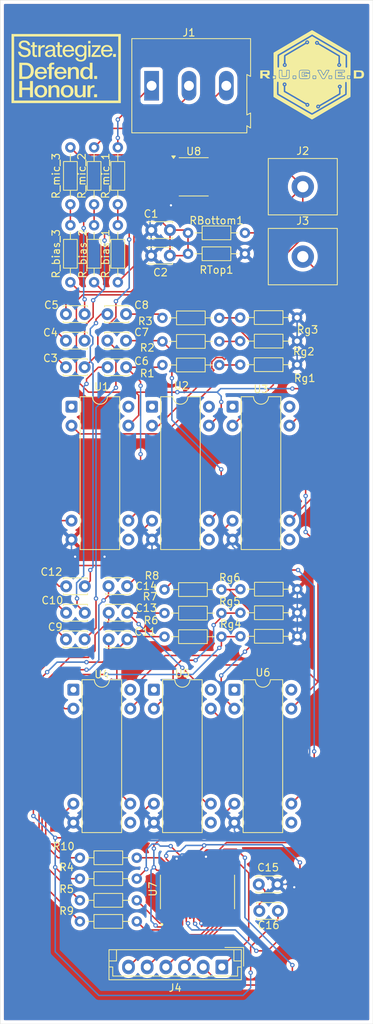
<source format=kicad_pcb>
(kicad_pcb (version 20241229) (generator "pcbnew") (generator_version "9.0")
  (layers (0 "F.Cu" signal) (2 "B.Cu" signal) (13 "F.Paste" user) (15 "B.Paste" user) (5 "F.SilkS" user "F.Silkscreen") (7 "B.SilkS" user "B.Silkscreen") (1 "F.Mask" user) (3 "B.Mask" user) (25 "Edge.Cuts" user))
  (net 0 "")
  (net 1 "Net-(U8-+)")
  (net 2 "GND")
  (net 3 "MBIAS")
  (net 4 "MIC_1")
  (net 5 "MIC_2")
  (net 6 "MIC_3")
  (net 7 "Net-(C6-Pad1)")
  (net 8 "MIC_1_OP1")
  (net 9 "Net-(C7-Pad1)")
  (net 10 "MIC_2_OP1")
  (net 11 "Net-(C8-Pad1)")
  (net 12 "MIC_3_OP1")
  (net 13 "Net-(C11-Pad1)")
  (net 14 "MIC_2_OP2")
  (net 15 "MIC_1_OP2")
  (net 16 "Net-(C13-Pad1)")
  (net 17 "Net-(C14-Pad1)")
  (net 18 "MIC_3_OP2")
  (net 19 "Net-(U7-REF0)")
  (net 20 "Net-(J1-Pin_1)")
  (net 21 "Net-(J1-Pin_3)")
  (net 22 "Net-(J1-Pin_2)")
  (net 23 "9V")
  (net 24 "3V3")
  (net 25 "FPGA_CLK")
  (net 26 "SCLK")
  (net 27 "CS")
  (net 28 "FPGA_INTRPT")
  (net 29 "MISO")
  (net 30 "MOSI")
  (net 31 "Net-(U1--)")
  (net 32 "Net-(U2--)")
  (net 33 "Net-(U3--)")
  (net 34 "Net-(U7-AIN3+)")
  (net 35 "Net-(U7-AIN0+)")
  (net 36 "Net-(U4--)")
  (net 37 "Net-(U5--)")
  (net 38 "Net-(U6--)")
  (net 39 "Net-(U7-AIN1+)")
  (net 40 "Net-(U7-AIN2+)")
  (footprint "Capacitor_THT:C_Disc_D3.0mm_W2.0mm_P2.50mm" (layer "F.Cu") (at 125.73 76.269 180)
    (property "Reference" "C5")
    (property "Value" "1uF")
  )
  (footprint "Resistor_THT:R_Axial_DIN0204_L3.6mm_D1.6mm_P7.62mm_Horizontal" (layer "F.Cu") (at 125.095 151.765)
    (property "Reference" "R4")
    (property "Value" "10k")
  )
  (footprint "Capacitor_THT:C_Disc_D3.0mm_W2.0mm_P2.50mm" (layer "F.Cu") (at 125.73 79.819 180)
    (property "Reference" "C4")
    (property "Value" "1uF")
  )
  (footprint "Capacitor_THT:C_Disc_D3.0mm_W2.0mm_P2.50mm" (layer "F.Cu") (at 131.298 83.375 180)
    (property "Reference" "C6")
    (property "Value" "2.7uF")
  )
  (footprint "Capacitor_THT:C_Disc_D3.0mm_W2.0mm_P2.50mm" (layer "F.Cu") (at 131.43 112.649 180)
    (property "Reference" "C14")
    (property "Value" "2.7uF")
  )
  (footprint "Package_SO:SOIC-8_3.9x4.9mm_P1.27mm" (layer "F.Cu") (at 140.335 57.912)
    (property "Reference" "U8")
    (property "Value" "OPA197xD" (hide yes))
  )
  (footprint "Capacitor_THT:C_Disc_D3.0mm_W2.0mm_P2.50mm" (layer "F.Cu") (at 134.66 65.03)
    (property "Reference" "C1")
    (property "Value" "0.1uF")
  )
  (footprint "Capacitor_THT:C_Disc_D3.0mm_W2.0mm_P2.50mm" (layer "F.Cu") (at 131.278 79.819 180)
    (property "Reference" "C7")
    (property "Value" "2.7uF")
  )
  (footprint "Resistor_THT:R_Axial_DIN0204_L3.6mm_D1.6mm_P7.62mm_Horizontal" (layer "F.Cu") (at 154.203 116.205 180)
    (property "Reference" "Rg5")
    (property "Value" "10k")
  )
  (footprint "Resistor_THT:R_Axial_DIN0204_L3.6mm_D1.6mm_P7.62mm_Horizontal" (layer "F.Cu") (at 143.764 83.072 180)
    (property "Reference" "R1")
    (property "Value" "150k")
  )
  (footprint "Resistor_THT:R_Axial_DIN0204_L3.6mm_D1.6mm_P7.62mm_Horizontal" (layer "F.Cu") (at 123.825 72.009 90)
    (property "Reference" "R_bias_3")
    (property "Value" "4.7k")
  )
  (footprint "Resistor_THT:R_Axial_DIN0204_L3.6mm_D1.6mm_P7.62mm_Horizontal" (layer "F.Cu") (at 143.764 79.922 180)
    (property "Reference" "R2")
    (property "Value" "150k")
  )
  (footprint "Resistor_THT:R_Axial_DIN0204_L3.6mm_D1.6mm_P7.62mm_Horizontal" (layer "F.Cu") (at 144.043 116.255 180)
    (property "Reference" "R7")
    (property "Value" "90k")
  )
  (footprint "Resistor_THT:R_Axial_DIN0204_L3.6mm_D1.6mm_P7.62mm_Horizontal" (layer "F.Cu") (at 144.043 119.405 180)
    (property "Reference" "R6")
    (property "Value" "90k")
  )
  (footprint "Resistor_THT:R_Axial_DIN0204_L3.6mm_D1.6mm_P7.62mm_Horizontal" (layer "F.Cu") (at 127 72.009 90)
    (property "Reference" "R_bias_2")
    (property "Value" "4.7k")
  )
  (footprint "Package_DIP:DIP-8-16_W7.62mm" (layer "F.Cu") (at 145.786 126.492)
    (property "Reference" "U6")
    (property "Value" "TL071")
  )
  (footprint "Capacitor_THT:C_Disc_D3.0mm_W2.0mm_P2.50mm" (layer "F.Cu") (at 149.118 156.083)
    (property "Reference" "C16")
    (property "Value" "10uF")
  )
  (footprint "Capacitor_THT:C_Disc_D3.0mm_W2.0mm_P2.50mm" (layer "F.Cu") (at 125.735 119.761 180)
    (property "Reference" "C9")
    (property "Value" "1uF")
  )
  (footprint "Resistor_THT:R_Axial_DIN0204_L3.6mm_D1.6mm_P7.62mm_Horizontal" (layer "F.Cu") (at 154.203 119.355 180)
    (property "Reference" "Rg4")
    (property "Value" "10k")
  )
  (footprint "Package_DIP:DIP-8-16_W7.62mm" (layer "F.Cu") (at 134.752 88.646)
    (property "Reference" "U2")
    (property "Value" "TL071")
  )
  (footprint "Resistor_THT:R_Axial_DIN0204_L3.6mm_D1.6mm_P7.62mm_Horizontal" (layer "F.Cu") (at 154.178 76.733 180)
    (property "Reference" "Rg3")
    (property "Value" "10k")
  )
  (footprint "Capacitor_THT:C_Disc_D3.0mm_W2.0mm_P2.50mm" (layer "F.Cu") (at 125.73 83.369 180)
    (property "Reference" "C3")
    (property "Value" "1uF")
  )
  (footprint "Resistor_THT:R_Axial_DIN0204_L3.6mm_D1.6mm_P7.62mm_Horizontal" (layer "F.Cu") (at 125.095 154.661)
    (property "Reference" "R5")
    (property "Value" "100")
  )
  (footprint "Capacitor_THT:C_Disc_D3.0mm_W2.0mm_P2.50mm" (layer "F.Cu") (at 149.0445 152.527)
    (property "Reference" "C15")
    (property "Value" "0.1uF")
  )
  (footprint "TerminalBlock_MetzConnect:TerminalBlock_MetzConnect_360271_1x01_Horizontal_ScrewM3.0_Boxed" (layer "F.Cu") (at 154.94 68.58)
    (property "Reference" "J3")
    (property "Value" "3V3_Input")
  )
  (footprint "Resistor_THT:R_Axial_DIN0204_L3.6mm_D1.6mm_P7.62mm_Horizontal" (layer "F.Cu") (at 154.203 113.055 180)
    (property "Reference" "Rg6")
    (property "Value" "10k")
  )
  (footprint "Resistor_THT:R_Axial_DIN0204_L3.6mm_D1.6mm_P7.62mm_Horizontal" (layer "F.Cu") (at 125.095 157.48)
    (property "Reference" "R9")
    (property "Value" "100")
  )
  (footprint "MAX11060GUU:SOP50P640X110-38N" (layer "F.Cu") (at 140.843 153.543 90)
    (property "Reference" "U7")
    (property "Value" "MAX11060GUU_")
  )
  (footprint "Capacitor_THT:C_Disc_D3.0mm_W2.0mm_P2.50mm" (layer "F.Cu") (at 131.45 116.205 180)
    (property "Reference" "C13")
    (property "Value" "2.7uF")
  )
  (footprint "Capacitor_THT:C_Disc_D3.0mm_W2.0mm_P2.50mm" (layer "F.Cu") (at 131.45 119.761 180)
    (property "Reference" "C11")
    (property "Value" "2.7uF")
  )
  (footprint "Capacitor_THT:C_Disc_D3.0mm_W2.0mm_P2.50mm" (layer "F.Cu") (at 125.755 112.667 180)
    (property "Reference" "C12")
    (property "Value" "1uF")
  )
  (footprint "Resistor_THT:R_Axial_DIN0204_L3.6mm_D1.6mm_P7.62mm_Horizontal" (layer "F.Cu") (at 144.043 113.105 180)
    (property "Reference" "R8")
    (property "Value" "90k")
  )
  (footprint "Resistor_THT:R_Axial_DIN0204_L3.6mm_D1.6mm_P7.62mm_Horizontal" (layer "F.Cu") (at 143.764 76.772 180)
    (property "Reference" "R3")
    (property "Value" "150k")
  )
  (footprint "Capacitor_THT:C_Disc_D3.0mm_W2.0mm_P2.50mm" (layer "F.Cu") (at 125.755 116.205 180)
    (property "Reference" "C10")
    (property "Value" "1uF")
  )
  (footprint "Capacitor_THT:C_Disc_D3.0mm_W2.0mm_P2.50mm" (layer "F.Cu") (at 131.278 76.269 180)
    (property "Reference" "C8")
    (property "Value" "2.7uF")
  )
  (footprint "Resistor_THT:R_Axial_DIN0204_L3.6mm_D1.6mm_P7.62mm_Horizontal" (layer "F.Cu") (at 154.178 79.883 180)
    (property "Reference" "Rg2")
    (property "Value" "10k")
  )
  (footprint "Connector_JST:JST_EH_B6B-EH-A_1x06_P2.50mm_Vertical" (layer "F.Cu") (at 144.105 163.576 180)
    (property "Reference" "J4")
    (property "Value" "FPGA_SPI")
  )
  (footprint "Resistor_THT:R_Axial_DIN0204_L3.6mm_D1.6mm_P7.62mm_Horizontal" (layer "F.Cu") (at 125.095 148.971)
    (property "Reference" "R10")
    (property "Value" "100")
  )
  (footprint "Resistor_THT:R_Axial_DIN0204_L3.6mm_D1.6mm_P7.62mm_Horizontal" (layer "F.Cu") (at 139.573 68.199)
    (property "Reference" "RBottom1")
    (property "Value" "15k")
  )
  (footprint "Package_DIP:DIP-8-16_W7.62mm" (layer "F.Cu") (at 135.006 126.492)
    (property "Reference" "U5")
    (property "Value" "TL071")
  )
  (footprint "Package_DIP:DIP-8-16_W7.62mm" (layer "F.Cu") (at 123.972 88.646)
    (property "Reference" "U1")
    (property "Value" "TL071")
  )
  (footprint "Resistor_THT:R_Axial_DIN0204_L3.6mm_D1.6mm_P7.62mm_Horizontal" (layer "F.Cu") (at 154.178 83.033 180)
    (property "Reference" "Rg1")
    (property "Value" "10k")
  )
  (footprint "Resistor_THT:R_Axial_DIN0204_L3.6mm_D1.6mm_P7.62mm_Horizontal" (layer "F.Cu") (at 130.175 61.595 90)
    (property "Reference" "R_mic_1")
    (property "Value" "2k")
  )
  (footprint "Resistor_THT:R_Axial_DIN0204_L3.6mm_D1.6mm_P7.62mm_Horizontal" (layer "F.Cu") (at 147.193 65.405 180)
    (property "Reference" "RTop1")
    (property "Value" "47k")
  )
  (footprint "Package_DIP:DIP-8-16_W7.62mm" (layer "F.Cu") (at 145.532 88.646)
    (property "Reference" "U3")
    (property "Value" "TL071")
  )
  (footprint "Resistor_THT:R_Axial_DIN0204_L3.6mm_D1.6mm_P7.62mm_Horizontal" (layer "F.Cu") (at 123.825 61.595 90)
    (property "Reference" "R_mic_3")
    (property "Value" "2k")
  )
  (footprint "Resistor_THT:R_Axial_DIN0204_L3.6mm_D1.6mm_P7.62mm_Horizontal" (layer "F.Cu") (at 130.175 72.009 90)
    (property "Reference" "R_bias_1")
    (property "Value" "4.7k")
  )
  (footprint "Resistor_THT:R_Axial_DIN0204_L3.6mm_D1.6mm_P7.62mm_Horizontal" (layer "F.Cu") (at 127 61.595 90)
    (property "Reference" "R_mic_2")
    (property "Value" "2k")
  )
  (footprint "Package_DIP:DIP-8-16_W7.62mm" (layer "F.Cu") (at 124.226 126.492)
    (property "Reference" "U4")
    (property "Value" "TL071")
  )
  (footprint "TerminalBlock:TerminalBlock_Altech_AK300-3_P5.00mm" (layer "F.Cu") (at 134.7 45.73)
    (property "Reference" "J1")
    (property "Value" "MIC_Input")
  )
  (footprint "Capacitor_THT:C_Disc_D3.0mm_W2.0mm_P2.50mm" (layer "F.Cu") (at 137.14 68.453 180)
    (property "Reference" "C2")
    (property "Value" "10uF")
  )
  (footprint "TerminalBlock_MetzConnect:TerminalBlock_MetzConnect_360271_1x01_Horizontal_ScrewM3.0_Boxed" (layer "F.Cu") (at 154.94 59.23)
    (property "Reference" "J2")
    (property "Value" "9V_Input")
  )
  (gr_poly (pts (xy 121.810597 45.642126) (xy 121.835574 45.643542) (xy 121.86262 45.646) (xy 121.892694 45.649515) (xy 121.936048 45.656107) (xy 121.977083 45.664717) (xy 122.015847 45.675382) (xy 122.034392 45.681497) (xy 122.052387 45.688141) (xy 122.069837 45.695318) (xy 122.08675 45.703032) (xy 122.10313 45.711289) (xy 122.118984 45.720093) (xy 122.134317 45.72945) (xy 122.149136 45.739363) (xy 122.163446 45.749837) (xy 122.177254 45.760878) (xy 122.190565 45.772491) (xy 122.203385 45.784679) (xy 122.21572 45.797447) (xy 122.227576 45.810802) (xy 122.238959 45.824746) (xy 122.249876 45.839285) (xy 122.260331 45.854424) (xy 122.270331 45.870168) (xy 122.279881 45.886521) (xy 122.288989 45.903488) (xy 122.305897 45.939283) (xy 122.321103 45.977591) (xy 122.334654 46.01845) (xy 122.351799 46.0756) (xy 122.35561 46.380401) (xy 122.358308 46.68139) (xy 122.35815 46.976665) (xy 122.356879 47.268765) (xy 122.170824 47.267495) (xy 121.984769 47.266225) (xy 121.981594 46.721395) (xy 121.980497 46.551988) (xy 121.979481 46.421149) (xy 121.978391 46.323455) (xy 121.977769 46.285341) (xy 121.97707 46.253479) (xy 121.976274 46.227191) (xy 121.975362 46.205799) (xy 121.974314 46.188623) (xy 121.973111 46.174988) (xy 121.971733 46.164213) (xy 121.97016 46.155621) (xy 121.968374 46.148535) (xy 121.966354 46.142275) (xy 121.959218 46.12228) (xy 121.951381 46.103248) (xy 121.942843 46.085176) (xy 121.933602 46.06806) (xy 121.923658 46.051896) (xy 121.913011 46.036682) (xy 121.901658 46.022412) (xy 121.889599 46.009084) (xy 121.876833 45.996694) (xy 121.863359 45.985237) (xy 121.849176 45.97471) (xy 121.834284 45.96511) (xy 121.818681 45.956433) (xy 121.802367 45.948675) (xy 121.78534 45.941832) (xy 121.767599 45.9359) (xy 121.757287 45.933073) (xy 121.74618 45.930549) (xy 121.734378 45.928331) (xy 121.721978 45.926425) (xy 121.70908 45.924835) (xy 121.695782 45.923566) (xy 121.682183 45.922623) (xy 121.66838 45.92201) (xy 121.654474 45.921732) (xy 121.640562 45.921793) (xy 121.626743 45.922198) (xy 121.613116 45.922952) (xy 121.599779 45.92406) (xy 121.58683 45.925526) (xy 121.574369 45.927354) (xy 121.562494 45.92955) (xy 121.534847 45.935945) (xy 121.508567 45.94371) (xy 121.483637 45.952861) (xy 121.460041 45.963414) (xy 121.437762 45.975384) (xy 121.416784 45.988788) (xy 121.39709 46.003641) (xy 121.378662 46.019958) (xy 121.361484 46.037757) (xy 121.34554 46.057053) (xy 121.330813 46.07786) (xy 121.317285 46.100197) (xy 121.304941 46.124077) (xy 121.293763 46.149517) (xy 121.283735 46.176533) (xy 121.274839 46.205141) (xy 121.270228 46.222111) (xy 121.266763 46.241484) (xy 121.26428 46.269535) (xy 121.262615 46.312535) (xy 121.261087 46.468477) (xy 121.260869 46.759495) (xy 121.260869 47.26559) (xy 121.074815 47.267495) (xy 120.889395 47.2694) (xy 120.889395 46.47565) (xy 120.889395 45.6819) (xy 121.073544 45.679995) (xy 121.257694 45.678725) (xy 121.257694 45.7962) (xy 121.257782 45.819844) (xy 121.258041 45.841881) (xy 121.258464 45.861834) (xy 121.259044 45.879227) (xy 121.259772 45.893584) (xy 121.260189 45.899475) (xy 121.260641 45.904428) (xy 121.261126 45.908385) (xy 121.261644 45.911284) (xy 121.262194 45.913068) (xy 121.26248 45.913522) (xy 121.262774 45.913676) (xy 121.263338 45.91341) (xy 121.26407 45.912861) (xy 121.264961 45.912042) (xy 121.265999 45.910967) (xy 121.268478 45.908106) (xy 121.271426 45.904389) (xy 121.274761 45.899928) (xy 121.278401 45.894834) (xy 121.282265 45.889219) (xy 121.28627 45.883195) (xy 121.294173 45.871272) (xy 121.303062 45.859127) (xy 121.312852 45.846838) (xy 121.323457 45.834479) (xy 121.334791 45.822128) (xy 121.346768 45.80986) (xy 121.359304 45.797753) (xy 121.372312 45.785882) (xy 121.385707 45.774323) (xy 121.399404 45.763153) (xy 121.413316 45.752448) (xy 121.427358 45.742285) (xy 121.441446 45.732739) (xy 121.455492 45.723887) (xy 121.469412 45.715805) (xy 121.483119 45.70857) (xy 121.492691 45.704042) (xy 121.503018 45.699523) (xy 121.525625 45.690602) (xy 121.550315 45.681993) (xy 121.576464 45.673883) (xy 121.603447 45.666458) (xy 121.630638 45.659904) (xy 121.657412 45.654406) (xy 121.683144 45.65015) (xy 121.712177 45.646581) (xy 121.738478 45.643979) (xy 121.763009 45.642359) (xy 121.786729 45.641737)) (fill yes) (layer "F.SilkS"))
  (gr_poly (pts (xy 119.870815 43.210834) (xy 119.922131 43.212306) (xy 119.973506 43.214463) (xy 120.020119 43.217118) (xy 120.057147 43.220086) (xy 120.07056 43.221629) (xy 120.079769 43.22318) (xy 120.117538 43.23246) (xy 120.150939 43.241457) (xy 120.166273 43.245947) (xy 120.180842 43.250483) (xy 120.194755 43.255105) (xy 120.208119 43.259852) (xy 120.221044 43.264762) (xy 120.233639 43.269875) (xy 120.246013 43.27523) (xy 120.258274 43.280866) (xy 120.270531 43.286822) (xy 120.282894 43.293137) (xy 120.308369 43.307001) (xy 120.34433 43.328691) (xy 120.378409 43.351637) (xy 120.41063 43.375874) (xy 120.441015 43.401437) (xy 120.469588 43.428362) (xy 120.496373 43.456684) (xy 120.521392 43.486439) (xy 120.544669 43.517662) (xy 120.566227 43.550387) (xy 120.586089 43.584652) (xy 120.604278 43.62049) (xy 120.620819 43.657937) (xy 120.635734 43.697029) (xy 120.649046 43.737801) (xy 120.660778 43.780288) (xy 120.670954 43.824525) (xy 120.672698 43.835366) (xy 120.674546 43.850293) (xy 120.676424 43.868627) (xy 120.678257 43.889692) (xy 120.679971 43.912812) (xy 120.681491 43.937308) (xy 120.682744 43.962503) (xy 120.683655 43.987721) (xy 120.688099 44.110275) (xy 120.055005 44.110275) (xy 119.422544 44.110275) (xy 119.426355 44.146471) (xy 119.427842 44.159303) (xy 119.429677 44.172302) (xy 119.431853 44.185443) (xy 119.434362 44.198699) (xy 119.437194 44.212045) (xy 119.440341 44.225453) (xy 119.447548 44.252356) (xy 119.455916 44.2792) (xy 119.465377 44.305776) (xy 119.475866 44.331875) (xy 119.481474 44.344681) (xy 119.487315 44.35729) (xy 119.496912 44.376748) (xy 119.501343 44.385333) (xy 119.50563 44.393297) (xy 119.509851 44.400742) (xy 119.514081 44.407776) (xy 119.518397 44.414503) (xy 119.522874 44.421028) (xy 119.52759 44.427457) (xy 119.53262 44.433893) (xy 119.538041 44.440443) (xy 119.543929 44.447212) (xy 119.55036 44.454305) (xy 119.55741 44.461826) (xy 119.573674 44.478575) (xy 119.58914 44.493705) (xy 119.604411 44.507695) (xy 119.619591 44.520596) (xy 119.634783 44.532461) (xy 119.650091 44.543339) (xy 119.665617 44.553283) (xy 119.681465 44.562343) (xy 119.697738 44.570571) (xy 119.714539 44.578017) (xy 119.731972 44.584733) (xy 119.75014 44.59077) (xy 119.769145 44.596179) (xy 119.789093 44.601012) (xy 119.810084 44.605318) (xy 119.832224 44.609151) (xy 119.855615 44.61256) (xy 119.872793 44.614487) (xy 119.889813 44.615739) (xy 119.906695 44.616312) (xy 119.92346 44.616202) (xy 119.940129 44.615403) (xy 119.956721 44.613911) (xy 119.973257 44.611721) (xy 119.989758 44.60883) (xy 120.006244 44.605231) (xy 120.022736 44.600921) (xy 120.039254 44.595894) (xy 120.055818 44.590147) (xy 120.072449 44.583674) (xy 120.089168 44.576471) (xy 120.105994 44.568533) (xy 120.122949 44.559856) (xy 120.133508 44.553858) (xy 120.144408 44.546883) (xy 120.155557 44.539021) (xy 120.166864 44.530367) (xy 120.178238 44.521014) (xy 120.189587 44.511054) (xy 120.200822 44.500581) (xy 120.21185 44.489688) (xy 120.22258 44.478467) (xy 120.232921 44.467011) (xy 120.242783 44.455414) (xy 120.252073 44.443769) (xy 120.260701 44.432168) (xy 120.268575 44.420706) (xy 120.275605 44.409473) (xy 120.281699 44.398565) (xy 120.305194 44.353481) (xy 120.474739 44.350306) (xy 120.541305 44.349125) (xy 120.596262 44.34848) (xy 120.633956 44.34843) (xy 120.644561 44.348647) (xy 120.647494 44.348819) (xy 120.64873 44.349035) (xy 120.648933 44.34923) (xy 120.649066 44.349573) (xy 120.649131 44.350691) (xy 120.648936 44.352357) (xy 120.648491 44.354542) (xy 120.646899 44.360343) (xy 120.644443 44.367847) (xy 120.641214 44.37681) (xy 120.637299 44.386986) (xy 120.63279 44.39813) (xy 120.627774 44.409995) (xy 120.605552 44.457713) (xy 120.581056 44.50298) (xy 120.554318 44.545774) (xy 120.525371 44.586069) (xy 120.494247 44.623841) (xy 120.460979 44.659067) (xy 120.4256 44.691721) (xy 120.388141 44.72178) (xy 120.348637 44.74922) (xy 120.307118 44.774017) (xy 120.263618 44.796145) (xy 120.21817 44.815582) (xy 120.170805 44.832302) (xy 120.121557 44.846283) (xy 120.070457 44.857498) (xy 120.017539 44.865925) (xy 119.99127 44.868426) (xy 119.95907 44.870211) (xy 119.922985 44.871283) (xy 119.885063 44.87164) (xy 119.847348 44.871283) (xy 119.811889 44.870211) (xy 119.78073 44.868426) (xy 119.755919 44.865925) (xy 119.714068 44.858941) (xy 119.673073 44.850147) (xy 119.632973 44.839563) (xy 119.593806 44.82721) (xy 119.55561 44.813108) (xy 119.518423 44.797278) (xy 119.482284 44.77974) (xy 119.44723 44.760515) (xy 119.4133 44.739623) (xy 119.380532 44.717085) (xy 119.348963 44.69292) (xy 119.318633 44.66715) (xy 119.289579 44.639796) (xy 119.261839 44.610876) (xy 119.235452 44.580413) (xy 119.210455 44.548425) (xy 119.196816 44.529711) (xy 119.183973 44.510895) (xy 119.17189 44.491891) (xy 119.160528 44.472612) (xy 119.149851 44.452973) (xy 119.139821 44.432887) (xy 119.130401 44.412266) (xy 119.121555 44.391025) (xy 119.113244 44.369077) (xy 119.105432 44.346336) (xy 119.098081 44.322714) (xy 119.091154 44.298126) (xy 119.084614 44.272486) (xy 119.078424 44.245705) (xy 119.072547 44.217699) (xy 119.066944 44.18838) (xy 119.065382 44.177764) (xy 119.064028 44.164914) (xy 119.061944 44.133641) (xy 119.060694 44.096818) (xy 119.060277 44.056697) (xy 119.060694 44.015535) (xy 119.061944 43.975586) (xy 119.064028 43.939104) (xy 119.066944 43.908345) (xy 119.070924 43.881676) (xy 119.42826 43.881676) (xy 119.87911 43.881676) (xy 120.330594 43.881676) (xy 120.326149 43.851196) (xy 120.324726 43.841294) (xy 120.322859 43.830707) (xy 120.320581 43.81954) (xy 120.317924 43.807896) (xy 120.311605 43.783598) (xy 120.304163 43.758644) (xy 120.295857 43.733869) (xy 120.286948 43.710106) (xy 120.282349 43.698865) (xy 120.277697 43.688189) (xy 120.273025 43.678183) (xy 120.268364 43.668951) (xy 120.261674 43.656917) (xy 120.254041 43.644685) (xy 120.24555 43.63234) (xy 120.236287 43.619966) (xy 120.226335 43.607648) (xy 120.21578 43.59547) (xy 120.204705 43.583518) (xy 120.193196 43.571875) (xy 120.181338 43.560626) (xy 120.169214 43.549857) (xy 120.15691 43.539651) (xy 120.14451 43.530094) (xy 120.132099 43.521269) (xy 120.119761 43.513262) (xy 120.107581 43.506158) (xy 120.095644 43.50004) (xy 120.0852 43.495182) (xy 120.073648 43.490228) (xy 120.061366 43.485318) (xy 120.048734 43.480594) (xy 120.036132 43.476197) (xy 120.023939 43.472269) (xy 120.012535 43.468951) (xy 120.0023 43.466385) (xy 119.993748 43.464765) (xy 119.983295 43.463246) (xy 119.957899 43.460561) (xy 119.928529 43.458427) (xy 119.897604 43.45694) (xy 119.867542 43.456197) (xy 119.840761 43.456295) (xy 119.829358 43.45669) (xy 119.819681 43.457331) (xy 119.812034 43.45823) (xy 119.806719 43.459401) (xy 119.762269 43.468925) (xy 119.752455 43.471325) (xy 119.742331 43.474221) (xy 119.731948 43.47759) (xy 119.721352 43.481407) (xy 119.710592 43.485648) (xy 119.699717 43.49029) (xy 119.688775 43.495307) (xy 119.677815 43.500675) (xy 119.666884 43.506372) (xy 119.656031 43.512371) (xy 119.645305 43.518649) (xy 119.634754 43.525182) (xy 119.624425 43.531946) (xy 119.614369 43.538917) (xy 119.604633 43.54607) (xy 119.595264 43.55338) (xy 119.579346 43.566947) (xy 119.564213 43.581218) (xy 119.549858 43.596197) (xy 119.536279 43.61189) (xy 119.52347 43.628301) (xy 119.511426 43.645434) (xy 119.500143 43.663295) (xy 119.489616 43.681889) (xy 119.479841 43.701218) (xy 119.470813 43.72129) (xy 119.462527 43.742107) (xy 119.454979 43.763675) (xy 119.448164 43.785998) (xy 119.442077 43.809081) (xy 119.436714 43.832929) (xy 119.432069 43.857546) (xy 119.42826 43.881676) (xy 119.070924 43.881676) (xy 119.073571 43.863942) (xy 119.08224 43.820534) (xy 119.092929 43.778165) (xy 119.10561 43.736876) (xy 119.12026 43.69671) (xy 119.136853 43.657712) (xy 119.155364 43.619922) (xy 119.175768 43.583384) (xy 119.198039 43.548142) (xy 119.222154 43.514236) (xy 119.248086 43.481712) (xy 119.27581 43.45061) (xy 119.305302 43.420974) (xy 119.336536 43.392847) (xy 119.369487 43.366272) (xy 119.40413 43.341291) (xy 119.420709 43.330399) (xy 119.437795 43.319883) (xy 119.455341 43.309759) (xy 119.473305 43.300045) (xy 119.49164 43.290759) (xy 119.510303 43.281919) (xy 119.529249 43.273542) (xy 119.548433 43.265646) (xy 119.567811 43.258248) (xy 119.587337 43.251367) (xy 119.606967 43.24502) (xy 119.626657 43.239224) (xy 119.646362 43.233998) (xy 119.666037 43.229358) (xy 119.685638 43.225323) (xy 119.705119 43.22191) (xy 119.765445 43.212385) (xy 119.77443 43.211369) (xy 119.78765 43.210687) (xy 119.82438 43.210232)) (fill yes) (layer "F.SilkS"))
  (gr_poly (pts (xy 151.267627 44.594881) (xy 151.263394 44.754337) (xy 151.098294 44.758571) (xy 150.931783 44.762804) (xy 150.931783 44.599115) (xy 150.931783 44.436837) (xy 151.101116 44.436837) (xy 151.271861 44.436837)) (fill yes) (layer "F.SilkS"))
  (gr_poly (pts (xy 122.40514 39.996746) (xy 122.404792 40.041116) (xy 122.404742 40.094536) (xy 122.40505 40.150336) (xy 122.405775 40.201851) (xy 122.407044 40.316151) (xy 122.568969 40.314245) (xy 122.730894 40.312341) (xy 122.730894 40.430451) (xy 122.730894 40.547926) (xy 122.568969 40.547926) (xy 122.407044 40.547926) (xy 122.407044 41.03243) (xy 122.407093 41.208118) (xy 122.407241 41.279173) (xy 122.40755 41.340177) (xy 122.407784 41.367178) (xy 122.408079 41.391987) (xy 122.408444 41.414713) (xy 122.408886 41.435461) (xy 122.409412 41.454338) (xy 122.41003 41.471453) (xy 122.410746 41.486912) (xy 122.411569 41.500822) (xy 122.412505 41.51329) (xy 122.413561 41.524424) (xy 122.414746 41.53433) (xy 122.416067 41.543115) (xy 122.41753 41.550887) (xy 122.418318 41.554427) (xy 122.419143 41.557753) (xy 122.420009 41.56088) (xy 122.420914 41.56382) (xy 122.421861 41.566587) (xy 122.42285 41.569194) (xy 122.423882 41.571655) (xy 122.424957 41.573983) (xy 122.426078 41.576192) (xy 122.427244 41.578294) (xy 122.428457 41.580304) (xy 122.429718 41.582235) (xy 122.432386 41.585911) (xy 122.435255 41.589431) (xy 122.438333 41.592901) (xy 122.445144 41.60012) (xy 122.45083 41.605726) (xy 122.456965 41.610882) (xy 122.463597 41.615601) (xy 122.470772 41.619895) (xy 122.47854 41.623776) (xy 122.486946 41.627256) (xy 122.496039 41.630347) (xy 122.505866 41.633061) (xy 122.516474 41.635411) (xy 122.527911 41.637408) (xy 122.540224 41.639065) (xy 122.553461 41.640394) (xy 122.567669 41.641406) (xy 122.582896 41.642114) (xy 122.599188 41.64253) (xy 122.616594 41.642666) (xy 122.632932 41.642553) (xy 122.64883 41.642239) (xy 122.66391 41.641762) (xy 122.677792 41.641158) (xy 122.690097 41.640464) (xy 122.700444 41.639719) (xy 122.708455 41.638958) (xy 122.71375 41.63822) (xy 122.730894 41.633776) (xy 122.730894 41.75633) (xy 122.730894 41.878886) (xy 122.664219 41.887776) (xy 122.648831 41.889406) (xy 122.632316 41.890727) (xy 122.596631 41.892459) (xy 122.558626 41.893) (xy 122.519757 41.892379) (xy 122.481483 41.890628) (xy 122.445263 41.887776) (xy 122.412556 41.883852) (xy 122.397975 41.881497) (xy 122.384819 41.878886) (xy 122.361395 41.873008) (xy 122.338991 41.866094) (xy 122.317616 41.858149) (xy 122.297279 41.84918) (xy 122.277986 41.83919) (xy 122.259748 41.828187) (xy 122.242572 41.816176) (xy 122.226466 41.803162) (xy 122.211439 41.789151) (xy 122.1975 41.774148) (xy 122.184657 41.758159) (xy 122.172918 41.74119) (xy 122.162291 41.723246) (xy 122.152785 41.704332) (xy 122.144408 41.684455) (xy 122.137169 41.66362) (xy 122.128467 41.633125) (xy 122.121721 41.599803) (xy 122.116687 41.558027) (xy 122.113119 41.502172) (xy 122.110771 41.426612) (xy 122.109398 41.325721) (xy 122.108594 41.025445) (xy 122.108594 40.547926) (xy 121.997469 40.547926) (xy 121.886344 40.547926) (xy 121.886344 40.430451) (xy 121.886344 40.312341) (xy 121.996199 40.312976) (xy 122.105419 40.314245) (xy 122.107325 40.110411) (xy 122.108594 39.906576) (xy 122.257819 39.906576) (xy 122.406409 39.906576)) (fill yes) (layer "F.SilkS"))
  (gr_poly (pts (xy 120.403619 40.290751) (xy 120.403619 40.428545) (xy 120.403619 40.566976) (xy 120.295669 40.569516) (xy 120.267134 40.570536) (xy 120.242171 40.571728) (xy 120.220303 40.573143) (xy 120.201054 40.574834) (xy 120.183949 40.576852) (xy 120.176051 40.578) (xy 120.168511 40.579249) (xy 120.161268 40.580607) (xy 120.154263 40.582078) (xy 120.147437 40.583671) (xy 120.14073 40.585391) (xy 120.113298 40.593556) (xy 120.087192 40.603054) (xy 120.062398 40.613896) (xy 120.038901 40.62609) (xy 120.016688 40.639646) (xy 119.995745 40.654573) (xy 119.976057 40.670881) (xy 119.957611 40.688578) (xy 119.940393 40.707674) (xy 119.924389 40.728179) (xy 119.909585 40.750101) (xy 119.895967 40.77345) (xy 119.88352 40.798235) (xy 119.872232 40.824466) (xy 119.862088 40.852151) (xy 119.853074 40.881301) (xy 119.848432 40.899015) (xy 119.844869 40.918478) (xy 119.842214 40.945606) (xy 119.840295 40.986314) (xy 119.837983 41.132135) (xy 119.836565 41.40327) (xy 119.834659 41.875076) (xy 119.686069 41.875076) (xy 119.536844 41.875076) (xy 119.536844 41.094026) (xy 119.536844 40.312976) (xy 119.686069 40.312976) (xy 119.835294 40.312976) (xy 119.835294 40.445691) (xy 119.83541 40.472628) (xy 119.835741 40.49783) (xy 119.836266 40.520756) (xy 119.836961 40.540861) (xy 119.837806 40.557603) (xy 119.838777 40.570439) (xy 119.839303 40.575221) (xy 119.839852 40.578824) (xy 119.840422 40.581178) (xy 119.840714 40.581866) (xy 119.84101 40.582216) (xy 119.841315 40.582369) (xy 119.841634 40.58247) (xy 119.841966 40.582522) (xy 119.842311 40.582525) (xy 119.842667 40.582479) (xy 119.843034 40.582387) (xy 119.843411 40.582249) (xy 119.843798 40.582067) (xy 119.844595 40.581571) (xy 119.845419 40.58091) (xy 119.846263 40.58009) (xy 119.847121 40.57912) (xy 119.847987 40.578009) (xy 119.848854 40.576765) (xy 119.849715 40.575396) (xy 119.850564 40.573911) (xy 119.851395 40.572318) (xy 119.8522 40.570626) (xy 119.852974 40.568842) (xy 119.85371 40.566976) (xy 119.854487 40.564705) (xy 119.855613 40.561964) (xy 119.858819 40.555218) (xy 119.863142 40.547029) (xy 119.868394 40.537686) (xy 119.87439 40.52748) (xy 119.880945 40.516701) (xy 119.887872 40.50564) (xy 119.894985 40.494586) (xy 119.902516 40.483423) (xy 119.910352 40.472555) (xy 119.918499 40.46198) (xy 119.926963 40.451693) (xy 119.93575 40.441694) (xy 119.944868 40.431977) (xy 119.954322 40.422542) (xy 119.96412 40.413385) (xy 119.974268 40.404503) (xy 119.984771 40.395894) (xy 119.995638 40.387554) (xy 120.006873 40.379482) (xy 120.018485 40.371673) (xy 120.030479 40.364126) (xy 120.042861 40.356838) (xy 120.055639 40.349805) (xy 120.065781 40.344414) (xy 120.075783 40.339415) (xy 120.08573 40.334784) (xy 120.095704 40.330498) (xy 120.10579 40.326531) (xy 120.116071 40.32286) (xy 120.126631 40.319461) (xy 120.137554 40.316309) (xy 120.148924 40.313381) (xy 120.160824 40.310651) (xy 120.173337 40.308097) (xy 120.186549 40.305693) (xy 120.215399 40.301241) (xy 120.248045 40.297101) (xy 120.263504 40.295497) (xy 120.279566 40.294035) (xy 120.295762 40.292736) (xy 120.311624 40.291623) (xy 120.326681 40.290719) (xy 120.340467 40.290046) (xy 120.352511 40.289625) (xy 120.362345 40.28948)) (fill yes) (layer "F.SilkS"))
  (gr_poly (pts (xy 127.039369 45.649515) (xy 127.0415 45.649722) (xy 127.043383 45.650246) (xy 127.045034 45.6513) (xy 127.046473 45.653097) (xy 127.047719 45.655851) (xy 127.04879 45.659773) (xy 127.049705 45.665078) (xy 127.050482 45.671979) (xy 127.051697 45.691417) (xy 127.052585 45.719792) (xy 127.053974 45.81017) (xy 127.055244 45.969556) (xy 126.961899 45.97019) (xy 126.941436 45.970391) (xy 126.920832 45.970964) (xy 126.900541 45.971865) (xy 126.881016 45.973048) (xy 126.862711 45.974469) (xy 126.846081 45.976084) (xy 126.831579 45.977848) (xy 126.819659 45.979715) (xy 126.789682 45.986311) (xy 126.761176 45.994204) (xy 126.734122 46.00341) (xy 126.708504 46.013946) (xy 126.684304 46.025829) (xy 126.661503 46.039075) (xy 126.650622 46.046215) (xy 126.640085 46.053702) (xy 126.629888 46.061539) (xy 126.620031 46.069726) (xy 126.61051 46.078268) (xy 126.601324 46.087164) (xy 126.59247 46.096419) (xy 126.583946 46.106033) (xy 126.57575 46.116009) (xy 126.56788 46.126349) (xy 126.553108 46.148129) (xy 126.539612 46.17139) (xy 126.527374 46.196148) (xy 126.516377 46.222421) (xy 126.506604 46.250225) (xy 126.50238 46.265013) (xy 126.499132 46.283156) (xy 126.496703 46.310333) (xy 126.494935 46.352222) (xy 126.492763 46.502846) (xy 126.491364 46.78045) (xy 126.489459 47.2694) (xy 126.301499 47.267495) (xy 126.16807 47.26567) (xy 126.127459 47.264906) (xy 126.116311 47.264587) (xy 126.112269 47.26432) (xy 126.114174 46.472475) (xy 126.115444 45.681266) (xy 126.299594 45.679995) (xy 126.483744 45.678725) (xy 126.483744 45.820331) (xy 126.484378 45.9613) (xy 126.514224 45.90415) (xy 126.518359 45.896143) (xy 126.522455 45.888521) (xy 126.526545 45.881237) (xy 126.530664 45.874246) (xy 126.534847 45.8675) (xy 126.539127 45.860953) (xy 126.543539 45.854559) (xy 126.548117 45.84827) (xy 126.552897 45.842042) (xy 126.557911 45.835826) (xy 126.563196 45.829577) (xy 126.568784 45.823247) (xy 126.574712 45.816792) (xy 126.581012 45.810163) (xy 126.594869 45.7962) (xy 126.612762 45.778941) (xy 126.630586 45.763079) (xy 126.648499 45.748552) (xy 126.666654 45.7353) (xy 126.685207 45.723261) (xy 126.704314 45.712373) (xy 126.724129 45.702575) (xy 126.744809 45.693807) (xy 126.766508 45.686005) (xy 126.789381 45.67911) (xy 126.813585 45.673059) (xy 126.839275 45.667791) (xy 126.866605 45.663246) (xy 126.895731 45.65936) (xy 126.926809 45.656074) (xy 126.959994 45.653325) (xy 126.986952 45.651569) (xy 127.010874 45.65023) (xy 127.020896 45.649772) (xy 127.029199 45.649486) (xy 127.035464 45.649393)) (fill yes) (layer "F.SilkS"))
  (gr_poly (pts (xy 122.481974 43.211135) (xy 122.534044 43.211751) (xy 122.572246 43.212515) (xy 122.603914 43.213457) (xy 122.630373 43.214698) (xy 122.642063 43.215466) (xy 122.652948 43.216354) (xy 122.663192 43.217376) (xy 122.672963 43.218547) (xy 122.682424 43.219882) (xy 122.691742 43.221395) (xy 122.710611 43.225016) (xy 122.730894 43.22953) (xy 122.759036 43.236648) (xy 122.786334 43.244438) (xy 122.812823 43.252921) (xy 122.838537 43.262114) (xy 122.86351 43.272036) (xy 122.887778 43.282707) (xy 122.911374 43.294144) (xy 122.934332 43.306365) (xy 122.956688 43.319391) (xy 122.978476 43.333239) (xy 122.99973 43.347927) (xy 123.020484 43.363476) (xy 123.040773 43.379902) (xy 123.060631 43.397225) (xy 123.080094 43.415463) (xy 123.099194 43.434635) (xy 123.125407 43.463237) (xy 123.14977 43.492418) (xy 123.172307 43.52225) (xy 123.193045 43.552805) (xy 123.212008 43.584156) (xy 123.229222 43.616377) (xy 123.244711 43.649539) (xy 123.2585 43.683714) (xy 123.270615 43.718976) (xy 123.281081 43.755397) (xy 123.289923 43.79305) (xy 123.297166 43.832006) (xy 123.302835 43.87234) (xy 123.306955 43.914122) (xy 123.309551 43.957427) (xy 123.310649 44.002325) (xy 123.311919 44.107101) (xy 122.67946 44.109005) (xy 122.047634 44.110275) (xy 122.052079 44.15028) (xy 122.057368 44.185898) (xy 122.064177 44.220341) (xy 122.072492 44.253583) (xy 122.082301 44.285595) (xy 122.093592 44.316349) (xy 122.10635 44.345818) (xy 122.113275 44.360062) (xy 122.120562 44.373973) (xy 122.12821 44.38755) (xy 122.136217 44.400788) (xy 122.144581 44.413683) (xy 122.1533 44.426233) (xy 122.162374 44.438433) (xy 122.171799 44.45028) (xy 122.181576 44.461772) (xy 122.191701 44.472903) (xy 122.202174 44.483671) (xy 122.212992 44.494073) (xy 122.224155 44.504104) (xy 122.23566 44.513762) (xy 122.247507 44.523043) (xy 122.259692 44.531942) (xy 122.272215 44.540458) (xy 122.285074 44.548586) (xy 122.298268 44.556323) (xy 122.311794 44.563665) (xy 122.326197 44.57073) (xy 122.341681 44.577382) (xy 122.358092 44.583595) (xy 122.375274 44.589343) (xy 122.393074 44.5946) (xy 122.411338 44.59934) (xy 122.42991 44.603536) (xy 122.448637 44.607163) (xy 122.467363 44.610195) (xy 122.485935 44.612605) (xy 122.504199 44.614368) (xy 122.521999 44.615458) (xy 122.539182 44.615848) (xy 122.555592 44.615512) (xy 122.571076 44.614425) (xy 122.585479 44.61256) (xy 122.60743 44.608472) (xy 122.628539 44.603815) (xy 122.648842 44.598573) (xy 122.668377 44.592726) (xy 122.687178 44.586259) (xy 122.705282 44.579152) (xy 122.722726 44.571389) (xy 122.739546 44.562951) (xy 122.755778 44.553821) (xy 122.771459 44.543981) (xy 122.786624 44.533415) (xy 122.80131 44.522103) (xy 122.815553 44.510028) (xy 122.82939 44.497173) (xy 122.842857 44.483519) (xy 122.85599 44.46905) (xy 122.861852 44.462034) (xy 122.867733 44.454618) (xy 122.873579 44.446895) (xy 122.879335 44.438958) (xy 122.884946 44.430897) (xy 122.890357 44.422806) (xy 122.895513 44.414776) (xy 122.90036 44.4069) (xy 122.904841 44.399269) (xy 122.908904 44.391976) (xy 122.912491 44.385113) (xy 122.91555 44.378771) (xy 122.918024 44.373044) (xy 122.91986 44.368022) (xy 122.921001 44.363798) (xy 122.921295 44.362014) (xy 122.921394 44.360465) (xy 122.921746 44.359214) (xy 122.922867 44.358078) (xy 122.92486 44.357051) (xy 122.927823 44.356129) (xy 122.937066 44.354583) (xy 122.951398 44.353401) (xy 122.971624 44.352547) (xy 122.998547 44.351982) (xy 123.0757 44.351576) (xy 123.137334 44.351238) (xy 123.191587 44.350305) (xy 123.214085 44.349653) (xy 123.232504 44.348896) (xy 123.246102 44.348051) (xy 123.254134 44.347131) (xy 123.2623 44.345908) (xy 123.265587 44.345481) (xy 123.268382 44.345205) (xy 123.269605 44.34513) (xy 123.270716 44.345101) (xy 123.27172 44.345119) (xy 123.272619 44.345188) (xy 123.273417 44.34531) (xy 123.274119 44.345487) (xy 123.274728 44.345723) (xy 123.275248 44.346019) (xy 123.275682 44.346378) (xy 123.276034 44.346804) (xy 123.276308 44.347297) (xy 123.276508 44.347862) (xy 123.276637 44.3485) (xy 123.276699 44.349214) (xy 123.276698 44.350007) (xy 123.276637 44.350881) (xy 123.27652 44.351838) (xy 123.276352 44.352882) (xy 123.275873 44.355239) (xy 123.27523 44.357971) (xy 123.274454 44.3611) (xy 123.27241 44.368231) (xy 123.269652 44.376443) (xy 123.262231 44.395618) (xy 123.252666 44.417636) (xy 123.241434 44.441507) (xy 123.229012 44.466241) (xy 123.215876 44.490849) (xy 123.202501 44.51434) (xy 123.189365 44.535725) (xy 123.181316 44.54771) (xy 123.172032 44.560465) (xy 123.161664 44.573838) (xy 123.150361 44.587676) (xy 123.138274 44.601827) (xy 123.125551 44.616137) (xy 123.112342 44.630455) (xy 123.098797 44.644628) (xy 123.085067 44.658503) (xy 123.0713 44.671928) (xy 123.057647 44.68475) (xy 123.044257 44.696817) (xy 123.03128 44.707976) (xy 123.018866 44.718075) (xy 123.007164 44.72696) (xy 122.996324 44.734481) (xy 122.968864 44.751725) (xy 122.941218 44.767749) (xy 122.913334 44.782567) (xy 122.88516 44.796195) (xy 122.856643 44.808647) (xy 122.827732 44.819938) (xy 122.798374 44.830083) (xy 122.768518 44.839097) (xy 122.738111 44.846995) (xy 122.707102 44.853791) (xy 122.675437 44.859501) (xy 122.643066 44.86414) (xy 122.609935 44.867721) (xy 122.575994 44.870261) (xy 122.541189 44.871774) (xy 122.505469 44.872275) (xy 122.467733 44.871535) (xy 122.430508 44.869331) (xy 122.393823 44.865686) (xy 122.357709 44.860625) (xy 122.322196 44.854171) (xy 122.287316 44.846349) (xy 122.253097 44.837182) (xy 122.21957 44.826694) (xy 122.186767 44.81491) (xy 122.154716 44.801853) (xy 122.123449 44.787548) (xy 122.092996 44.772017) (xy 122.063387 44.755286) (xy 122.034652 44.737378) (xy 122.006822 44.718317) (xy 121.979928 44.698127) (xy 121.953998 44.676831) (xy 121.929065 44.654455) (xy 121.905158 44.631022) (xy 121.882307 44.606555) (xy 121.860544 44.581079) (xy 121.839897 44.554618) (xy 121.820399 44.527196) (xy 121.802078 44.498836) (xy 121.784965 44.469562) (xy 121.769092 44.4394) (xy 121.754487 44.408371) (xy 121.741181 44.376501) (xy 121.729205 44.343814) (xy 121.718589 44.310333) (xy 121.709364 44.276082) (xy 121.701559 44.241085) (xy 121.69848 44.224599) (xy 121.695676 44.206708) (xy 121.690923 44.167524) (xy 121.687361 44.125156) (xy 121.685049 44.081224) (xy 121.684047 44.037352) (xy 121.684414 43.995162) (xy 121.68621 43.956275) (xy 121.687662 43.938578) (xy 121.689494 43.922315) (xy 121.694857 43.884869) (xy 121.698488 43.865165) (xy 122.057794 43.865165) (xy 122.057794 43.881676) (xy 122.506104 43.881676) (xy 122.954414 43.881676) (xy 122.949969 43.848021) (xy 122.946625 43.825735) (xy 122.942328 43.803683) (xy 122.937106 43.78192) (xy 122.930989 43.7605) (xy 122.924004 43.739477) (xy 122.916181 43.718908) (xy 122.907549 43.698847) (xy 122.898137 43.679349) (xy 122.887973 43.660468) (xy 122.877087 43.642259) (xy 122.865506 43.624778) (xy 122.85326 43.60808) (xy 122.840379 43.592218) (xy 122.826889 43.577249) (xy 122.812822 43.563226) (xy 122.798204 43.550205) (xy 122.78878 43.542547) (xy 122.779306 43.535279) (xy 122.76976 43.528393) (xy 122.760124 43.521879) (xy 122.750376 43.515725) (xy 122.740496 43.509922) (xy 122.730464 43.504459) (xy 122.720258 43.499326) (xy 122.709859 43.494514) (xy 122.699246 43.490011) (xy 122.688398 43.485807) (xy 122.677296 43.481893) (xy 122.665918 43.478258) (xy 122.654245 43.474892) (xy 122.642255 43.471785) (xy 122.629929 43.468925) (xy 122.61714 43.466239) (xy 122.603612 43.463894) (xy 122.589454 43.461889) (xy 122.574773 43.460224) (xy 122.55968 43.458897) (xy 122.544282 43.457908) (xy 122.528689 43.457256) (xy 122.51301 43.45694) (xy 122.497353 43.456958) (xy 122.481827 43.457311) (xy 122.46654 43.457996) (xy 122.451603 43.459013) (xy 122.437124 43.460362) (xy 122.423211 43.462041) (xy 122.409973 43.464049) (xy 122.397519 43.466385) (xy 122.374334 43.472137) (xy 122.351494 43.479357) (xy 122.329059 43.487997) (xy 122.307091 43.498006) (xy 122.285652 43.509337) (xy 122.264802 43.521939) (xy 122.244603 43.535764) (xy 122.225117 43.550761) (xy 122.206405 43.566882) (xy 122.188528 43.584078) (xy 122.171547 43.602298) (xy 122.155525 43.621494) (xy 122.140522 43.641617) (xy 122.1266 43.662617) (xy 122.113821 43.684444) (xy 122.102244 43.707051) (xy 122.097978 43.716514) (xy 122.093771 43.726503) (xy 122.089653 43.736915) (xy 122.085655 43.747651) (xy 122.078134 43.769692) (xy 122.071447 43.791823) (xy 122.065831 43.813239) (xy 122.063499 43.823428) (xy 122.061525 43.833138) (xy 122.059937 43.842266) (xy 122.058767 43.850714) (xy 122.058042 43.858381) (xy 122.057794 43.865165) (xy 121.698488 43.865165) (xy 121.701645 43.848038) (xy 121.709841 43.811858) (xy 121.719429 43.776365) (xy 121.730389 43.741593) (xy 121.742704 43.707579) (xy 121.756357 43.674357) (xy 121.77133 43.641963) (xy 121.787605 43.610432) (xy 121.805165 43.5798) (xy 121.823991 43.550102) (xy 121.844067 43.521373) (xy 121.865374 43.493648) (xy 121.887896 43.466963) (xy 121.911613 43.441354) (xy 121.936509 43.416856) (xy 121.958887 43.396477) (xy 121.981765 43.377233) (xy 122.005198 43.359097) (xy 122.029239 43.342045) (xy 122.053942 43.326049) (xy 122.079362 43.311083) (xy 122.105552 43.297123) (xy 122.132566 43.28414) (xy 122.160457 43.272111) (xy 122.189281 43.261007) (xy 122.219091 43.250805) (xy 122.249941 43.241476) (xy 122.281885 43.232996) (xy 122.314977 43.225338) (xy 122.34927 43.218477) (xy 122.384819 43.212385) (xy 122.391388 43.211941) (xy 122.4026 43.211572) (xy 122.436572 43.211115)) (fill yes) (layer "F.SilkS"))
  (gr_poly (pts (xy 121.160634 40.275688) (xy 121.209434 40.277654) (xy 121.259306 40.281495) (xy 121.309089 40.287129) (xy 121.357622 40.294475) (xy 121.403744 40.303451) (xy 121.415116 40.306258) (xy 121.427451 40.309864) (xy 121.440581 40.31419) (xy 121.454336 40.319157) (xy 121.468549 40.324686) (xy 121.483051 40.330697) (xy 121.497674 40.337113) (xy 121.51225 40.343853) (xy 121.52661 40.350838) (xy 121.540585 40.35799) (xy 121.554009 40.365229) (xy 121.566711 40.372477) (xy 121.578524 40.379654) (xy 121.589279 40.386682) (xy 121.598809 40.39348) (xy 121.606944 40.399971) (xy 121.6248 40.415674) (xy 121.641476 40.431864) (xy 121.656996 40.448598) (xy 121.671387 40.465931) (xy 121.684672 40.483919) (xy 121.696877 40.502617) (xy 121.708028 40.522082) (xy 121.718149 40.542369) (xy 121.727265 40.563535) (xy 121.735402 40.585634) (xy 121.742584 40.608723) (xy 121.748837 40.632857) (xy 121.754186 40.658093) (xy 121.758656 40.684486) (xy 121.762272 40.712091) (xy 121.765059 40.740966) (xy 121.767649 40.801271) (xy 121.769584 40.909082) (xy 121.770685 41.04904) (xy 121.770774 41.205786) (xy 121.770614 41.328482) (xy 121.770685 41.422618) (xy 121.770842 41.460265) (xy 121.771098 41.492317) (xy 121.771468 41.51929) (xy 121.771965 41.541701) (xy 121.772604 41.560063) (xy 121.773397 41.574892) (xy 121.773857 41.581143) (xy 121.774361 41.586703) (xy 121.77491 41.591639) (xy 121.775507 41.596013) (xy 121.776153 41.599891) (xy 121.776851 41.603336) (xy 121.777601 41.606413) (xy 121.778406 41.609187) (xy 121.779267 41.611722) (xy 121.780186 41.614082) (xy 121.782204 41.618536) (xy 121.785424 41.624866) (xy 121.788703 41.63054) (xy 121.792116 41.635587) (xy 121.795738 41.640036) (xy 121.799642 41.643916) (xy 121.803903 41.647256) (xy 121.806191 41.648732) (xy 121.808597 41.650083) (xy 121.813796 41.652429) (xy 121.819575 41.65432) (xy 121.826009 41.655786) (xy 121.833173 41.656856) (xy 121.84114 41.657558) (xy 121.849986 41.657922) (xy 121.859784 41.657976) (xy 121.870608 41.657749) (xy 121.882534 41.65727) (xy 121.938415 41.655366) (xy 121.934604 41.687116) (xy 121.933894 41.695227) (xy 121.933205 41.705927) (xy 121.931985 41.733312) (xy 121.931122 41.765697) (xy 121.930794 41.79951) (xy 121.930794 41.878886) (xy 121.8692 41.886505) (xy 121.848162 41.888923) (xy 121.827788 41.890817) (xy 121.808073 41.892185) (xy 121.78901 41.893024) (xy 121.770594 41.89333) (xy 121.752819 41.893102) (xy 121.73568 41.892336) (xy 121.719171 41.89103) (xy 121.703286 41.88918) (xy 121.688019 41.886784) (xy 121.673365 41.88384) (xy 121.659318 41.880344) (xy 121.645873 41.876293) (xy 121.633023 41.871686) (xy 121.620763 41.866518) (xy 121.609088 41.860788) (xy 121.597991 41.854492) (xy 121.587466 41.847628) (xy 121.577509 41.840192) (xy 121.568114 41.832183) (xy 121.559274 41.823597) (xy 121.550985 41.814432) (xy 121.543239 41.804684) (xy 121.536033 41.794351) (xy 121.529359 41.78343) (xy 121.523213 41.771919) (xy 121.517588 41.759814) (xy 121.51248 41.747113) (xy 121.507881 41.733813) (xy 121.503787 41.719911) (xy 121.500192 41.705405) (xy 121.49709 41.690291) (xy 121.488834 41.643936) (xy 121.464705 41.679496) (xy 121.452446 41.696987) (xy 121.439027 41.71397) (xy 121.424476 41.730427) (xy 121.408824 41.746339) (xy 121.392101 41.76169) (xy 121.374336 41.776461) (xy 121.355559 41.790635) (xy 121.335799 41.804194) (xy 121.315087 41.81712) (xy 121.293453 41.829396) (xy 121.270925 41.841005) (xy 121.247534 41.851928) (xy 121.22331 41.862147) (xy 121.198282 41.871646) (xy 121.17248 41.880406) (xy 121.145935 41.88841) (xy 121.130339 41.892686) (xy 121.115584 41.89606) (xy 121.100427 41.898646) (xy 121.083625 41.900555) (xy 121.063936 41.901898) (xy 121.040118 41.902787) (xy 121.010926 41.903334) (xy 120.975119 41.903651) (xy 120.941526 41.903523) (xy 120.913068 41.903105) (xy 120.888925 41.902345) (xy 120.878217 41.90182) (xy 120.868281 41.90119) (xy 120.859014 41.900448) (xy 120.850315 41.899589) (xy 120.84208 41.898605) (xy 120.834209 41.897489) (xy 120.826598 41.896236) (xy 120.819145 41.894839) (xy 120.804304 41.891585) (xy 120.773566 41.883603) (xy 120.743986 41.874424) (xy 120.715575 41.864061) (xy 120.688347 41.852523) (xy 120.662314 41.839821) (xy 120.637487 41.825964) (xy 120.613878 41.810963) (xy 120.5915 41.794828) (xy 120.570365 41.777569) (xy 120.550484 41.759197) (xy 120.531871 41.739722) (xy 120.514536 41.719153) (xy 120.498493 41.697502) (xy 120.483752 41.674779) (xy 120.470327 41.650993) (xy 120.458229 41.626155) (xy 120.453561 41.61565) (xy 120.449308 41.605276) (xy 120.445456 41.594956) (xy 120.441987 41.584613) (xy 120.438887 41.574169) (xy 120.43614 41.563547) (xy 120.433729 41.552671) (xy 120.431639 41.541463) (xy 120.429854 41.529845) (xy 120.428358 41.517741) (xy 120.427136 41.505073) (xy 120.426172 41.491764) (xy 120.424953 41.462915) (xy 120.424574 41.430576) (xy 120.424627 41.427004) (xy 120.730247 41.427004) (xy 120.730437 41.4391) (xy 120.731065 41.451103) (xy 120.73213 41.462925) (xy 120.733631 41.47448) (xy 120.735567 41.485682) (xy 120.737938 41.496443) (xy 120.740743 41.506678) (xy 120.743979 41.516301) (xy 120.74772 41.525332) (xy 120.752237 41.534525) (xy 120.757472 41.543818) (xy 120.763367 41.553151) (xy 120.769865 41.562461) (xy 120.776908 41.571687) (xy 120.784438 41.580768) (xy 120.792398 41.589643) (xy 120.800731 41.59825) (xy 120.809377 41.606528) (xy 120.81828 41.614415) (xy 120.827383 41.62185) (xy 120.836627 41.628771) (xy 120.845954 41.635118) (xy 120.855308 41.640828) (xy 120.86463 41.645841) (xy 120.887257 41.656) (xy 120.910987 41.664574) (xy 120.935674 41.671574) (xy 120.961169 41.677005) (xy 120.987327 41.680878) (xy 121.014001 41.6832) (xy 121.041042 41.68398) (xy 121.068306 41.683226) (xy 121.095643 41.680947) (xy 121.122908 41.67715) (xy 121.149954 41.671845) (xy 121.176633 41.665039) (xy 121.202798 41.656742) (xy 121.228303 41.64696) (xy 121.253001 41.635704) (xy 121.276744 41.62298) (xy 121.286828 41.616714) (xy 121.297464 41.609428) (xy 121.30852 41.601252) (xy 121.319865 41.592312) (xy 121.331366 41.582736) (xy 121.342891 41.572651) (xy 121.354308 41.562184) (xy 121.365486 41.551464) (xy 121.376291 41.540617) (xy 121.386592 41.529771) (xy 121.396257 41.519053) (xy 121.405153 41.508591) (xy 121.413149 41.498513) (xy 121.420113 41.488945) (xy 121.425912 41.480015) (xy 121.430415 41.471851) (xy 121.44327 41.445151) (xy 121.448686 41.43266) (xy 121.453483 41.420416) (xy 121.457704 41.408171) (xy 121.461389 41.39568) (xy 121.464582 41.382699) (xy 121.467324 41.36898) (xy 121.469656 41.35428) (xy 121.471621 41.338352) (xy 121.473261 41.32095) (xy 121.474616 41.301829) (xy 121.476644 41.257449) (xy 121.478039 41.203245) (xy 121.478633 41.172303) (xy 121.478982 41.144061) (xy 121.479077 41.11896) (xy 121.478912 41.097439) (xy 121.47848 41.079935) (xy 121.47816 41.072828) (xy 121.477771 41.066889) (xy 121.477312 41.062175) (xy 121.47678 41.05874) (xy 121.476177 41.056638) (xy 121.475847 41.056105) (xy 121.475499 41.055926) (xy 121.474868 41.05597) (xy 121.474168 41.056099) (xy 121.473408 41.056311) (xy 121.472592 41.0566) (xy 121.471728 41.056964) (xy 121.470822 41.057399) (xy 121.469881 41.057901) (xy 121.468911 41.058466) (xy 121.467919 41.05909) (xy 121.466911 41.05977) (xy 121.465893 41.060503) (xy 121.464873 41.061284) (xy 121.463856 41.062109) (xy 121.46285 41.062975) (xy 121.461861 41.063879) (xy 121.460895 41.064816) (xy 121.457051 41.06778) (xy 121.451544 41.070938) (xy 121.444485 41.074259) (xy 121.435981 41.077714) (xy 121.415074 41.084907) (xy 121.389695 41.092279) (xy 121.360714 41.099592) (xy 121.329003 41.106607) (xy 121.295431 41.113086) (xy 121.260869 41.118791) (xy 121.174417 41.132182) (xy 121.103965 41.143645) (xy 121.073989 41.148815) (xy 121.047115 41.153695) (xy 121.023042 41.15835) (xy 121.001472 41.162844) (xy 120.982104 41.167241) (xy 120.964639 41.171606) (xy 120.948778 41.176002) (xy 120.934221 41.180495) (xy 120.920669 41.185147) (xy 120.907822 41.190023) (xy 120.89538 41.195188) (xy 120.883044 41.200705) (xy 120.871235 41.206585) (xy 120.859646 41.213005) (xy 120.848322 41.219925) (xy 120.837305 41.227306) (xy 120.826637 41.235107) (xy 120.816362 41.243289) (xy 120.806522 41.251811) (xy 120.797161 41.260634) (xy 120.78832 41.269717) (xy 120.780043 41.27902) (xy 120.772372 41.288504) (xy 120.765351 41.298128) (xy 120.759022 41.307853) (xy 120.753428 41.317638) (xy 120.748611 41.327444) (xy 120.744614 41.33723) (xy 120.741266 41.346964) (xy 120.738362 41.357296) (xy 120.735904 41.36814) (xy 120.733889 41.379408) (xy 120.732317 41.391015) (xy 120.731186 41.402875) (xy 120.730497 41.4149) (xy 120.730247 41.427004) (xy 120.424627 41.427004) (xy 120.424816 41.414257) (xy 120.425316 41.398821) (xy 120.426095 41.38418) (xy 120.427174 41.370251) (xy 120.428573 41.356946) (xy 120.430312 41.344181) (xy 120.432412 41.33187) (xy 120.434893 41.319927) (xy 120.437777 41.308267) (xy 120.441082 41.296804) (xy 120.44483 41.285453) (xy 120.449042 41.274127) (xy 120.453737 41.262743) (xy 120.458937 41.251213) (xy 120.464661 41.239452) (xy 120.47093 41.227376) (xy 120.486905 41.200401) (xy 120.50536 41.174936) (xy 120.526376 41.15094) (xy 120.550037 41.128375) (xy 120.576424 41.107201) (xy 120.605623 41.08738) (xy 120.637713 41.068872) (xy 120.67278 41.051639) (xy 120.710905 41.035641) (xy 120.752171 41.020839) (xy 120.796661 41.007194) (xy 120.844458 40.994668) (xy 120.895645 40.98322) (xy 120.950304 40.972812) (xy 121.008518 40.963406) (xy 121.07037 40.954961) (xy 121.146899 40.944968) (xy 121.211716 40.935742) (xy 121.240184 40.931321) (xy 121.266264 40.926977) (xy 121.290138 40.922672) (xy 121.311987 40.918369) (xy 121.33199 40.914028) (xy 121.350327 40.909611) (xy 121.367181 40.905082) (xy 121.38273 40.9004) (xy 121.397155 40.895529) (xy 121.410637 40.89043) (xy 121.423357 40.885065) (xy 121.435494 40.879396) (xy 121.470419 40.861616) (xy 121.470419 40.770176) (xy 121.470334 40.74125) (xy 121.470197 40.729154) (xy 121.469973 40.718433) (xy 121.46964 40.708937) (xy 121.46918 40.700513) (xy 121.468573 40.69301) (xy 121.4678 40.686276) (xy 121.46684 40.68016) (xy 121.465675 40.67451) (xy 121.464285 40.669174) (xy 121.46265 40.664002) (xy 121.460751 40.65884) (xy 121.458569 40.653538) (xy 121.456083 40.647943) (xy 121.453274 40.641905) (xy 121.447007 40.629489) (xy 121.439896 40.617497) (xy 121.431976 40.605952) (xy 121.423281 40.594876) (xy 121.413845 40.58429) (xy 121.403704 40.574218) (xy 121.39289 40.564682) (xy 121.38144 40.555704) (xy 121.369387 40.547307) (xy 121.356766 40.539512) (xy 121.34361 40.532342) (xy 121.329955 40.52582) (xy 121.315836 40.519967) (xy 121.301285 40.514806) (xy 121.286338 40.51036) (xy 121.271029 40.506651) (xy 121.259613 40.50453) (xy 121.246705 40.502691) (xy 121.232522 40.501133) (xy 121.217283 40.499854) (xy 121.184512 40.498134) (xy 121.150141 40.497523) (xy 121.115919 40.498013) (xy 121.083595 40.499596) (xy 121.068691 40.500796) (xy 121.054917 40.502267) (xy 121.042492 40.504007) (xy 121.031634 40.506016) (xy 121.014849 40.51002) (xy 120.998344 40.514859) (xy 120.982178 40.52049) (xy 120.966408 40.526872) (xy 120.951092 40.53396) (xy 120.936287 40.541712) (xy 120.922052 40.550086) (xy 120.908444 40.559038) (xy 120.895521 40.568526) (xy 120.883339 40.578507) (xy 120.871958 40.588939) (xy 120.861434 40.599777) (xy 120.851826 40.610981) (xy 120.847383 40.616706) (xy 120.84319 40.622506) (xy 120.839256 40.628376) (xy 120.835586 40.63431) (xy 120.832188 40.640304) (xy 120.829069 40.646351) (xy 120.825328 40.654104) (xy 120.821734 40.662093) (xy 120.818301 40.67027) (xy 120.81504 40.678587) (xy 120.811965 40.686997) (xy 120.809089 40.695453) (xy 120.806425 40.703907) (xy 120.803987 40.712311) (xy 120.801786 40.720619) (xy 120.799837 40.728783) (xy 120.798152 40.736755) (xy 120.796744 40.744488) (xy 120.795626 40.751934) (xy 120.794811 40.759047) (xy 120.794313 40.765778) (xy 120.794144 40.77208) (xy 120.794144 40.795576) (xy 120.643649 40.794305) (xy 120.493154 40.792401) (xy 120.494424 40.757476) (xy 120.494985 40.750188) (xy 120.495694 40.742752) (xy 120.496523 40.735375) (xy 120.497441 40.728266) (xy 120.498418 40.721633) (xy 120.499425 40.715685) (xy 120.500432 40.71063) (xy 120.50141 40.706676) (xy 120.504525 40.697438) (xy 120.508712 40.684212) (xy 120.513375 40.668724) (xy 120.517919 40.652701) (xy 120.525795 40.628395) (xy 120.535325 40.604348) (xy 120.546436 40.580637) (xy 120.559055 40.557342) (xy 120.573111 40.534541) (xy 120.588531 40.512315) (xy 120.605241 40.490741) (xy 120.623171 40.4699) (xy 120.642246 40.44987) (xy 120.662394 40.43073) (xy 120.683544 40.412559) (xy 120.705621 40.395436) (xy 120.728555 40.379441) (xy 120.752271 40.364653) (xy 120.776699 40.351149) (xy 120.801764 40.339011) (xy 120.824249 40.329393) (xy 120.846978 40.320883) (xy 120.870735 40.313282) (xy 120.8963 40.306387) (xy 120.924455 40.299999) (xy 120.95598 40.293916) (xy 120.991658 40.287937) (xy 121.03227 40.281861) (xy 121.050938 40.279515) (xy 121.07089 40.27771) (xy 121.091981 40.276435) (xy 121.114065 40.27568)) (fill yes) (layer "F.SilkS"))
  (gr_poly (pts (xy 156.658071 44.594881) (xy 156.653838 44.754337) (xy 156.491561 44.754337) (xy 156.329283 44.754337) (xy 156.325049 44.594881) (xy 156.320817 44.436837) (xy 156.491561 44.436837) (xy 156.662305 44.436837)) (fill yes) (layer "F.SilkS"))
  (gr_poly (pts (xy 126.521844 39.903401) (xy 126.521844 40.071041) (xy 126.359918 40.071676) (xy 126.197994 40.071676) (xy 126.197994 39.903401) (xy 126.197994 39.735126) (xy 126.359918 39.735126) (xy 126.521844 39.735126)) (fill yes) (layer "F.SilkS"))
  (gr_poly (pts (xy 124.410469 43.211751) (xy 124.442488 43.212511) (xy 124.469574 43.213428) (xy 124.492566 43.214597) (xy 124.502791 43.215307) (xy 124.512307 43.216116) (xy 124.521221 43.217037) (xy 124.529637 43.218082) (xy 124.53766 43.219263) (xy 124.545396 43.220591) (xy 124.55295 43.222079) (xy 124.560427 43.22374) (xy 124.567931 43.225585) (xy 124.575569 43.227625) (xy 124.587851 43.231065) (xy 124.600365 43.234934) (xy 124.613044 43.239199) (xy 124.625823 43.243828) (xy 124.638636 43.248788) (xy 124.651416 43.254046) (xy 124.664097 43.259571) (xy 124.676614 43.265329) (xy 124.6889 43.271288) (xy 124.700889 43.277415) (xy 124.712515 43.283678) (xy 124.723713 43.290044) (xy 124.734416 43.296481) (xy 124.744557 43.302956) (xy 124.754072 43.309437) (xy 124.762894 43.31589) (xy 124.782077 43.331282) (xy 124.800328 43.347916) (xy 124.81764 43.365765) (xy 124.834004 43.384808) (xy 124.849412 43.405018) (xy 124.863855 43.426373) (xy 124.877326 43.448848) (xy 124.889815 43.472418) (xy 124.901314 43.49706) (xy 124.911815 43.522749) (xy 124.92131 43.549462) (xy 124.92979 43.577173) (xy 124.937247 43.605859) (xy 124.943672 43.635496) (xy 124.949057 43.66606) (xy 124.953394 43.697525) (xy 124.956242 43.756839) (xy 124.958077 43.874373) (xy 124.958841 44.052391) (xy 124.958474 44.293155) (xy 124.956569 44.82846) (xy 124.771149 44.829731) (xy 124.585729 44.831) (xy 124.58319 44.284901) (xy 124.582489 44.123385) (xy 124.581751 43.995995) (xy 124.580879 43.898401) (xy 124.579777 43.826272) (xy 124.579109 43.798403) (xy 124.578347 43.775276) (xy 124.577479 43.75635) (xy 124.576492 43.741083) (xy 124.575376 43.728934) (xy 124.574117 43.719361) (xy 124.572704 43.711824) (xy 124.571125 43.705781) (xy 124.564369 43.685526) (xy 124.55673 43.6662) (xy 124.548217 43.647807) (xy 124.538839 43.630355) (xy 124.528604 43.613847) (xy 124.517524 43.598289) (xy 124.505606 43.583689) (xy 124.492861 43.570049) (xy 124.479296 43.557378) (xy 124.464923 43.545679) (xy 124.44975 43.534958) (xy 124.433786 43.525222) (xy 124.41704 43.516476) (xy 124.399523 43.508725) (xy 124.381243 43.501975) (xy 124.362209 43.496231) (xy 124.350131 43.493455) (xy 124.336872 43.49108) (xy 124.322607 43.489105) (xy 124.30751 43.487529) (xy 124.291754 43.486351) (xy 124.275513 43.485571) (xy 124.258962 43.485186) (xy 124.242274 43.485197) (xy 124.225623 43.485603) (xy 124.209183 43.486402) (xy 124.193128 43.487593) (xy 124.177633 43.489176) (xy 124.16287 43.49115) (xy 124.149014 43.493513) (xy 124.136239 43.496265) (xy 124.124719 43.499405) (xy 124.106906 43.505268) (xy 124.089664 43.511898) (xy 124.073001 43.519289) (xy 124.056923 43.527434) (xy 124.041437 43.536328) (xy 124.026549 43.545962) (xy 124.012265 43.556332) (xy 123.998593 43.56743) (xy 123.985538 43.579249) (xy 123.973107 43.591784) (xy 123.961307 43.605028) (xy 123.950144 43.618974) (xy 123.939625 43.633616) (xy 123.929756 43.648947) (xy 123.920543 43.66496) (xy 123.911994 43.68165) (xy 123.897322 43.712535) (xy 123.886297 43.74263) (xy 123.881988 43.759759) (xy 123.878396 43.779542) (xy 123.8731 43.830875) (xy 123.869888 43.904235) (xy 123.868239 44.007227) (xy 123.867544 44.332525) (xy 123.867544 44.831) (xy 123.680219 44.831) (xy 123.492894 44.831) (xy 123.492894 44.038521) (xy 123.492894 43.246676) (xy 123.677044 43.246676) (xy 123.861194 43.246676) (xy 123.861194 43.360976) (xy 123.861282 43.383936) (xy 123.861541 43.405356) (xy 123.861964 43.424767) (xy 123.862544 43.4417) (xy 123.863272 43.455686) (xy 123.863689 43.461427) (xy 123.864141 43.466256) (xy 123.864627 43.470114) (xy 123.865144 43.472942) (xy 123.865694 43.474682) (xy 123.86598 43.475126) (xy 123.866274 43.475275) (xy 123.866531 43.475237) (xy 123.866823 43.475122) (xy 123.867512 43.47467) (xy 123.868331 43.473936) (xy 123.869271 43.472934) (xy 123.870322 43.471679) (xy 123.871476 43.470185) (xy 123.874053 43.466544) (xy 123.876928 43.462129) (xy 123.880026 43.457059) (xy 123.883273 43.451453) (xy 123.886594 43.44543) (xy 123.891389 43.436974) (xy 123.897151 43.428086) (xy 123.903806 43.418838) (xy 123.91128 43.409305) (xy 123.919497 43.39956) (xy 123.928385 43.389676) (xy 123.937868 43.379727) (xy 123.947872 43.369786) (xy 123.958322 43.359927) (xy 123.969144 43.350224) (xy 123.980264 43.340749) (xy 123.991608 43.331577) (xy 124.0031 43.32278) (xy 124.014666 43.314433) (xy 124.026233 43.306609) (xy 124.037725 43.29938) (xy 124.04832 43.293123) (xy 124.060014 43.286767) (xy 124.072667 43.280363) (xy 124.086143 43.273961) (xy 124.115011 43.261362) (xy 124.145515 43.249374) (xy 124.176556 43.238398) (xy 124.207031 43.228836) (xy 124.221712 43.22471) (xy 124.235839 43.221089) (xy 124.249274 43.218022) (xy 124.261879 43.21556) (xy 124.271154 43.214251) (xy 124.284292 43.213179) (xy 124.30069 43.212346) (xy 124.319743 43.211751) (xy 124.36341 43.211274)) (fill yes) (layer "F.SilkS"))
  (gr_poly (pts (xy 123.406375 45.644118) (xy 123.451011 45.646008) (xy 123.493787 45.648761) (xy 123.531949 45.652289) (xy 123.562744 45.6565) (xy 123.596872 45.663158) (xy 123.630419 45.670975) (xy 123.663351 45.679937) (xy 123.695638 45.690026) (xy 123.727247 45.701229) (xy 123.758148 45.713528) (xy 123.788308 45.726907) (xy 123.817697 45.741352) (xy 123.846281 45.756846) (xy 123.87403 45.773374) (xy 123.900913 45.790919) (xy 123.926897 45.809466) (xy 123.95195 45.828999) (xy 123.976042 45.849502) (xy 123.999141 45.87096) (xy 124.021214 45.893356) (xy 124.042828 45.917088) (xy 124.063156 45.941172) (xy 124.082223 45.965661) (xy 124.100053 45.99061) (xy 124.11667 46.016072) (xy 124.132099 46.042102) (xy 124.146362 46.068753) (xy 124.159485 46.096079) (xy 124.171492 46.124135) (xy 124.182407 46.152974) (xy 124.192255 46.18265) (xy 124.201058 46.213217) (xy 124.208842 46.244729) (xy 124.215631 46.27724) (xy 124.221449 46.310804) (xy 124.226319 46.345476) (xy 124.229035 46.368227) (xy 124.231229 46.390563) (xy 124.232901 46.412546) (xy 124.234048 46.434237) (xy 124.234671 46.455697) (xy 124.234769 46.476988) (xy 124.23434 46.49817) (xy 124.233384 46.519307) (xy 124.231899 46.540458) (xy 124.229885 46.561685) (xy 124.227341 46.583051) (xy 124.224265 46.604615) (xy 124.220658 46.62644) (xy 124.216518 46.648586) (xy 124.206634 46.69409) (xy 124.199546 46.721758) (xy 124.191838 46.748591) (xy 124.183487 46.774636) (xy 124.174468 46.799937) (xy 124.164756 46.824538) (xy 124.154329 46.848484) (xy 124.143161 46.871821) (xy 124.131228 46.894591) (xy 124.118507 46.916841) (xy 124.104972 46.938615) (xy 124.090601 46.959957) (xy 124.075368 46.980912) (xy 124.05925 47.001524) (xy 124.042222 47.021839) (xy 124.02426 47.041901) (xy 124.00534 47.061755) (xy 123.962758 47.101968) (xy 123.917309 47.138755) (xy 123.869205 47.172069) (xy 123.818659 47.201862) (xy 123.765885 47.228087) (xy 123.711095 47.250696) (xy 123.654502 47.269642) (xy 123.59632 47.284878) (xy 123.536761 47.296356) (xy 123.476038 47.304029) (xy 123.414365 47.307849) (xy 123.351954 47.307768) (xy 123.289018 47.30374) (xy 123.225771 47.295717) (xy 123.162425 47.283651) (xy 123.099194 47.267495) (xy 123.067927 47.25752) (xy 123.036817 47.245975) (xy 123.005961 47.232926) (xy 122.975459 47.218441) (xy 122.945406 47.202588) (xy 122.915901 47.185431) (xy 122.887042 47.16704) (xy 122.858926 47.14748) (xy 122.831651 47.126819) (xy 122.805315 47.105124) (xy 122.780014 47.082461) (xy 122.755848 47.058898) (xy 122.732913 47.034501) (xy 122.711307 47.009338) (xy 122.691129 46.983476) (xy 122.672474 46.956981) (xy 122.654547 46.929168) (xy 122.637907 46.900958) (xy 122.622546 46.872326) (xy 122.608459 46.843246) (xy 122.595636 46.813694) (xy 122.584071 46.783644) (xy 122.573756 46.753071) (xy 122.564683 46.721951) (xy 122.556846 46.690257) (xy 122.550237 46.657966) (xy 122.544848 46.625051) (xy 122.540672 46.591488) (xy 122.537702 46.557252) (xy 122.53593 46.522317) (xy 122.535348 46.486658) (xy 122.535423 46.482139) (xy 122.918685 46.482139) (xy 122.919418 46.51735) (xy 122.921394 46.55058) (xy 122.925008 46.585334) (xy 122.930123 46.619092) (xy 122.936722 46.651825) (xy 122.94479 46.683504) (xy 122.954308 46.7141) (xy 122.965261 46.743584) (xy 122.977632 46.771929) (xy 122.991403 46.799103) (xy 123.006558 46.82508) (xy 123.023081 46.84983) (xy 123.040954 46.873324) (xy 123.060162 46.895534) (xy 123.07026 46.906148) (xy 123.080686 46.91643) (xy 123.091437 46.926377) (xy 123.102511 46.935984) (xy 123.113905 46.945249) (xy 123.125619 46.954167) (xy 123.137649 46.962736) (xy 123.149994 46.97095) (xy 123.16337 46.979233) (xy 123.17684 46.986942) (xy 123.190426 46.994081) (xy 123.204148 47.000656) (xy 123.218026 47.006674) (xy 123.232081 47.012138) (xy 123.246332 47.017056) (xy 123.260802 47.021433) (xy 123.275509 47.025273) (xy 123.290476 47.028584) (xy 123.305721 47.03137) (xy 123.321266 47.033637) (xy 123.337131 47.03539) (xy 123.353336 47.036636) (xy 123.369902 47.037379) (xy 123.386849 47.037625) (xy 123.410556 47.037117) (xy 123.433594 47.035583) (xy 123.455996 47.033008) (xy 123.477793 47.02938) (xy 123.499018 47.024684) (xy 123.519701 47.018906) (xy 123.539874 47.012033) (xy 123.559569 47.00405) (xy 123.578818 46.994943) (xy 123.597652 46.984698) (xy 123.616103 46.973302) (xy 123.634202 46.960741) (xy 123.651981 46.947) (xy 123.669471 46.932065) (xy 123.686705 46.915923) (xy 123.703714 46.89856) (xy 123.71858 46.882133) (xy 123.732479 46.865424) (xy 123.745442 46.848362) (xy 123.757501 46.830873) (xy 123.768685 46.812887) (xy 123.779025 46.794329) (xy 123.788552 46.775127) (xy 123.797297 46.755209) (xy 123.805291 46.734503) (xy 123.812563 46.712935) (xy 123.819146 46.690433) (xy 123.825069 46.666924) (xy 123.830363 46.642337) (xy 123.835059 46.616598) (xy 123.839187 46.589635) (xy 123.842779 46.561375) (xy 123.845429 46.533594) (xy 123.847191 46.505991) (xy 123.848069 46.478597) (xy 123.848068 46.451441) (xy 123.847192 46.424552) (xy 123.845447 46.397962) (xy 123.842837 46.371699) (xy 123.839366 46.345793) (xy 123.83504 46.320273) (xy 123.829862 46.295171) (xy 123.823838 46.270515) (xy 123.816973 46.246336) (xy 123.80927 46.222662) (xy 123.800734 46.199524) (xy 123.791371 46.176952) (xy 123.781184 46.154975) (xy 123.772132 46.137322) (xy 123.767855 46.129406) (xy 123.763652 46.121975) (xy 123.759453 46.114939) (xy 123.755188 46.108206) (xy 123.750787 46.101685) (xy 123.74618 46.095285) (xy 123.741298 46.088915) (xy 123.736071 46.082484) (xy 123.730429 46.0759) (xy 123.724302 46.069072) (xy 123.717621 46.061909) (xy 123.710316 46.05432) (xy 123.693554 46.0375) (xy 123.681723 46.025947) (xy 123.670018 46.015087) (xy 123.6584 46.004896) (xy 123.646832 45.995352) (xy 123.635275 45.986434) (xy 123.62369 45.978118) (xy 123.612041 45.970383) (xy 123.600289 45.963205) (xy 123.588395 45.956564) (xy 123.576321 45.950436) (xy 123.56403 45.944799) (xy 123.551483 45.939631) (xy 123.538642 45.934909) (xy 123.525469 45.930612) (xy 123.511926 45.926716) (xy 123.497975 45.9232) (xy 123.487712 45.921184) (xy 123.475673 45.919424) (xy 123.462119 45.917922) (xy 123.447313 45.916681) (xy 123.414995 45.914996) (xy 123.380817 45.914389) (xy 123.346877 45.914884) (xy 123.315273 45.916503) (xy 123.301003 45.91774) (xy 123.288104 45.919267) (xy 123.276839 45.921086) (xy 123.267469 45.9232) (xy 123.236435 45.932372) (xy 123.206685 45.943441) (xy 123.178242 45.956385) (xy 123.151125 45.971182) (xy 123.125356 45.98781) (xy 123.100953 46.006246) (xy 123.077938 46.026468) (xy 123.056332 46.048454) (xy 123.036154 46.072181) (xy 123.017426 46.097627) (xy 123.000167 46.124769) (xy 122.984398 46.153586) (xy 122.97014 46.184055) (xy 122.957413 46.216153) (xy 122.946238 46.249859) (xy 122.936634 46.28515) (xy 122.933875 46.297661) (xy 122.931317 46.311297) (xy 122.926841 46.341447) (xy 122.923273 46.374603) (xy 122.92068 46.409769) (xy 122.919128 46.445947) (xy 122.918685 46.482139) (xy 122.535423 46.482139) (xy 122.53595 46.450251) (xy 122.537157 46.42043) (xy 122.538884 46.391649) (xy 122.541143 46.363847) (xy 122.543946 46.336962) (xy 122.547308 46.310933) (xy 122.551241 46.285699) (xy 122.555759 46.261197) (xy 122.560873 46.237367) (xy 122.566598 46.214147) (xy 122.572946 46.191476) (xy 122.57993 46.169292) (xy 122.587563 46.147534) (xy 122.595859 46.126141) (xy 122.604829 46.105051) (xy 122.614489 46.084203) (xy 122.624849 46.063535) (xy 122.638781 46.03815) (xy 122.654093 46.013003) (xy 122.670705 45.988169) (xy 122.688538 45.963721) (xy 122.707513 45.939735) (xy 122.727552 45.916285) (xy 122.748575 45.893445) (xy 122.770503 45.871289) (xy 122.793256 45.849892) (xy 122.816757 45.829329) (xy 122.840926 45.809674) (xy 122.865683 45.791001) (xy 122.89095 45.773385) (xy 122.916648 45.756899) (xy 122.942697 45.74162) (xy 122.969019 45.72762) (xy 122.977967 45.723404) (xy 122.98848 45.718894) (xy 123.01338 45.709245) (xy 123.042075 45.699179) (xy 123.072921 45.689203) (xy 123.104273 45.679822) (xy 123.134486 45.671542) (xy 123.161917 45.66487) (xy 123.184919 45.66031) (xy 123.20509 45.656798) (xy 123.22675 45.653167) (xy 123.264294 45.646975) (xy 123.27525 45.645589) (xy 123.288838 45.64452) (xy 123.322535 45.643284) (xy 123.362632 45.64318)) (fill yes) (layer "F.SilkS"))
  (gr_poly (pts (xy 153.104894 44.133448) (xy 153.104829 44.217847) (xy 153.104577 44.292631) (xy 153.104047 44.358473) (xy 153.103152 44.416046) (xy 153.101802 44.466019) (xy 153.100928 44.488366) (xy 153.099908 44.509066) (xy 153.09873 44.528202) (xy 153.097382 44.545858) (xy 153.095854 44.562118) (xy 153.094134 44.577066) (xy 153.092212 44.590787) (xy 153.090076 44.603364) (xy 153.087716 44.614881) (xy 153.085119 44.625422) (xy 153.082276 44.635071) (xy 153.079174 44.643912) (xy 153.075803 44.652029) (xy 153.072152 44.659506) (xy 153.068209 44.666427) (xy 153.063964 44.672876) (xy 153.059405 44.678937) (xy 153.054521 44.684694) (xy 153.049302 44.69023) (xy 153.043735 44.695631) (xy 153.03781 44.700979) (xy 153.031516 44.706359) (xy 153.020313 44.715596) (xy 153.008497 44.723767) (xy 152.995425 44.730928) (xy 152.980452 44.737139) (xy 152.962931 44.742457) (xy 152.942219 44.74694) (xy 152.917671 44.750645) (xy 152.888641 44.753632) (xy 152.814558 44.757678) (xy 152.71481 44.759541) (xy 152.584238 44.759684) (xy 152.417683 44.758571) (xy 151.933671 44.754337) (xy 151.884283 44.704949) (xy 151.877182 44.697443) (xy 151.870673 44.690217) (xy 151.864718 44.683185) (xy 151.85928 44.676263) (xy 151.854321 44.669366) (xy 151.849804 44.662408) (xy 151.845693 44.655306) (xy 151.841949 44.647975) (xy 151.838537 44.640329) (xy 151.835418 44.632284) (xy 151.832555 44.623756) (xy 151.829911 44.614659) (xy 151.827449 44.604909) (xy 151.825132 44.594421) (xy 151.822922 44.583111) (xy 151.820783 44.570893) (xy 151.815508 44.506447) (xy 151.81139 44.396113) (xy 151.807024 44.103991) (xy 151.806975 43.955309) (xy 151.80848 43.82695) (xy 151.811638 43.735468) (xy 151.813868 43.708728) (xy 151.816549 43.697415) (xy 151.818355 43.696638) (xy 151.821604 43.695899) (xy 151.832116 43.694549) (xy 151.847456 43.693397) (xy 151.866997 43.692476) (xy 151.890109 43.69182) (xy 151.916165 43.691462) (xy 151.944536 43.691434) (xy 151.974594 43.691771) (xy 152.124172 43.696004) (xy 152.131227 44.095348) (xy 152.133308 44.208609) (xy 152.134356 44.256595) (xy 152.135438 44.299232) (xy 152.136579 44.336834) (xy 152.1378 44.369713) (xy 152.139125 44.398181) (xy 152.140576 44.42255) (xy 152.142175 44.443132) (xy 152.143946 44.460239) (xy 152.144903 44.467587) (xy 152.145912 44.474184) (xy 152.146975 44.480068) (xy 152.148094 44.485278) (xy 152.149274 44.489854) (xy 152.150517 44.493834) (xy 152.151825 44.497258) (xy 152.153201 44.500164) (xy 152.154649 44.502591) (xy 152.156171 44.504579) (xy 152.15777 44.506167) (xy 152.159449 44.507393) (xy 152.163012 44.508714) (xy 152.169363 44.510025) (xy 152.18981 44.512574) (xy 152.219551 44.514958) (xy 152.257345 44.517094) (xy 152.301952 44.518899) (xy 152.352132 44.520291) (xy 152.406645 44.521187) (xy 152.464249 44.521504) (xy 152.554335 44.521388) (xy 152.59133 44.521188) (xy 152.623485 44.520843) (xy 152.651191 44.520315) (xy 152.663498 44.519972) (xy 152.674841 44.519569) (xy 152.685269 44.519102) (xy 152.694829 44.518567) (xy 152.703572 44.517958) (xy 152.711547 44.517271) (xy 152.718802 44.516501) (xy 152.725387 44.515644) (xy 152.731351 44.514695) (xy 152.736743 44.51365) (xy 152.741612 44.512503) (xy 152.746007 44.51125) (xy 152.749977 44.509886) (xy 152.753571 44.508408) (xy 152.756839 44.506809) (xy 152.75983 44.505086) (xy 152.762592 44.503234) (xy 152.765174 44.501247) (xy 152.767627 44.499123) (xy 152.769998 44.496855) (xy 152.772337 44.494439) (xy 152.774694 44.491871) (xy 152.783138 44.480646) (xy 152.7866 44.473829) (xy 152.789599 44.465567) (xy 152.792167 44.455379) (xy 152.794339 44.442783) (xy 152.797624 44.408439) (xy 152.799719 44.358683) (xy 152.800888 44.289663) (xy 152.801505 44.078415) (xy 152.801505 43.696004) (xy 152.953905 43.691771) (xy 153.104894 43.687537)) (fill yes) (layer "F.SilkS"))
  (gr_poly (pts (xy 152.500854 45.454422) (xy 152.504505 45.45481) (xy 152.50819 45.455412) (xy 152.51191 45.456227) (xy 152.515669 45.457256) (xy 152.519468 45.458496) (xy 152.523311 45.459949) (xy 152.527198 45.461613) (xy 152.531133 45.463487) (xy 152.535118 45.465572) (xy 152.543247 45.470371) (xy 152.551603 45.476005) (xy 152.560205 45.48247) (xy 152.56457 45.485975) (xy 152.568669 45.489609) (xy 152.572499 45.493366) (xy 152.576058 45.497243) (xy 152.579344 45.501236) (xy 152.582356 45.50534) (xy 152.58509 45.509552) (xy 152.587545 45.513868) (xy 152.589719 45.518282) (xy 152.59161 45.522792) (xy 152.593216 45.527392) (xy 152.594535 45.53208) (xy 152.595564 45.53685) (xy 152.596301 45.541698) (xy 152.596745 45.546622) (xy 152.596894 45.551615) (xy 152.596745 45.556608) (xy 152.596301 45.561531) (xy 152.595564 45.56638) (xy 152.594535 45.57115) (xy 152.593216 45.575838) (xy 152.59161 45.580438) (xy 152.589719 45.584948) (xy 152.587545 45.589362) (xy 152.58509 45.593678) (xy 152.582356 45.59789) (xy 152.579344 45.601994) (xy 152.576058 45.605987) (xy 152.572499 45.609864) (xy 152.568669 45.613621) (xy 152.56457 45.617255) (xy 152.560205 45.62076) (xy 152.551929 45.626978) (xy 152.544005 45.632407) (xy 152.536386 45.63705) (xy 152.532677 45.639079) (xy 152.529028 45.640912) (xy 152.525433 45.642552) (xy 152.521885 45.643997) (xy 152.51838 45.645249) (xy 152.514911 45.646309) (xy 152.511474 45.647176) (xy 152.508062 45.647851) (xy 152.504669 45.648336) (xy 152.501291 45.648629) (xy 152.497921 45.648733) (xy 152.494553 45.648647) (xy 152.491182 45.648371) (xy 152.487803 45.647907) (xy 152.484409 45.647255) (xy 152.480994 45.646415) (xy 152.477554 45.645389) (xy 152.474083 45.644176) (xy 152.470574 45.642776) (xy 152.467023 45.641191) (xy 152.459768 45.637467) (xy 152.452273 45.633007) (xy 152.444494 45.627816) (xy 152.440773 45.625024) (xy 152.437284 45.621951) (xy 152.434027 45.618613) (xy 152.431003 45.615027) (xy 152.428211 45.61121) (xy 152.425651 45.607178) (xy 152.423325 45.602947) (xy 152.421233 45.598535) (xy 152.419373 45.593957) (xy 152.417748 45.58923) (xy 152.416356 45.584371) (xy 152.415199 45.579397) (xy 152.414277 45.574323) (xy 152.41359 45.569166) (xy 152.413137 45.563943) (xy 152.41292 45.558671) (xy 152.413193 45.548043) (xy 152.414411 45.537416) (xy 152.415375 45.532144) (xy 152.416576 45.526921) (xy 152.418014 45.521764) (xy 152.419689 45.51669) (xy 152.421602 45.511715) (xy 152.423753 45.506856) (xy 152.426143 45.50213) (xy 152.42877 45.497552) (xy 152.431637 45.493139) (xy 152.434743 45.488909) (xy 152.438087 45.484877) (xy 152.441672 45.48106) (xy 152.448537 45.474626) (xy 152.451964 45.471743) (xy 152.455389 45.469082) (xy 152.458815 45.466642) (xy 152.462244 45.464422) (xy 152.465679 45.462423) (xy 152.469122 45.460643) (xy 152.472576 45.459082) (xy 152.476042 45.45774) (xy 152.479523 45.456616) (xy 152.483021 45.455709) (xy 152.486539 45.45502) (xy 152.490079 45.454547) (xy 152.493643 45.45429) (xy 152.497234 45.454249)) (fill yes) (layer "F.SilkS"))
  (gr_poly (pts (xy 127.410844 44.626531) (xy 127.410844 44.831) (xy 127.212725 44.830365) (xy 127.013969 44.829095) (xy 127.012065 44.62526) (xy 127.010794 44.421426) (xy 127.210818 44.421426) (xy 127.410844 44.421426)) (fill yes) (layer "F.SilkS"))
  (gr_poly (pts (xy 155.529434 39.822651) (xy 155.533886 39.823088) (xy 155.538299 39.823805) (xy 155.542665 39.824794) (xy 155.546978 39.826047) (xy 155.55123 39.827555) (xy 155.555413 39.829309) (xy 155.559522 39.831301) (xy 155.563547 39.833523) (xy 155.567483 39.835966) (xy 155.571321 39.838621) (xy 155.575055 39.841479) (xy 155.578677 39.844534) (xy 155.582181 39.847775) (xy 155.585558 39.851194) (xy 155.588802 39.854783) (xy 155.594861 39.862436) (xy 155.600301 39.870666) (xy 155.602769 39.874976) (xy 155.605062 39.879405) (xy 155.60717 39.883943) (xy 155.609087 39.888584) (xy 155.610806 39.893317) (xy 155.612318 39.898134) (xy 155.613618 39.903028) (xy 155.614698 39.907989) (xy 155.615551 39.913009) (xy 155.616169 39.91808) (xy 155.616545 39.923192) (xy 155.616672 39.928337) (xy 155.616431 39.935624) (xy 155.61572 39.942663) (xy 155.614557 39.949446) (xy 155.612959 39.955964) (xy 155.610945 39.962209) (xy 155.608533 39.968174) (xy 155.605739 39.973848) (xy 155.602583 39.979225) (xy 155.599081 39.984297) (xy 155.595252 39.989054) (xy 155.591113 39.993488) (xy 155.586683 39.997592) (xy 155.581979 40.001357) (xy 155.577018 40.004774) (xy 155.57182 40.007836) (xy 155.566401 40.010534) (xy 155.560779 40.01286) (xy 155.554973 40.014806) (xy 155.549 40.016363) (xy 155.542878 40.017524) (xy 155.536624 40.018279) (xy 155.530257 40.018621) (xy 155.523795 40.018541) (xy 155.517254 40.018031) (xy 155.510654 40.017083) (xy 155.504012 40.015688) (xy 155.497345 40.013839) (xy 155.490672 40.011526) (xy 155.48401 40.008743) (xy 155.477378 40.00548) (xy 155.470792 40.001728) (xy 155.464272 39.997481) (xy 155.460427 39.994565) (xy 155.45683 39.991384) (xy 155.453482 39.987953) (xy 155.450381 39.984288) (xy 155.447529 39.980405) (xy 155.444924 39.97632) (xy 155.442568 39.972048) (xy 155.440459 39.967606) (xy 155.438599 39.963008) (xy 155.436987 39.958271) (xy 155.435622 39.953411) (xy 155.434506 39.948443) (xy 155.433638 39.943383) (xy 155.433018 39.938246) (xy 155.432646 39.933049) (xy 155.432522 39.927808) (xy 155.432646 39.922538) (xy 155.433018 39.917254) (xy 155.433638 39.911973) (xy 155.434506 39.90671) (xy 155.435622 39.901482) (xy 155.436987 39.896303) (xy 155.438599 39.89119) (xy 155.440459 39.886158) (xy 155.442568 39.881224) (xy 155.444924 39.876402) (xy 155.447529 39.871709) (xy 155.450381 39.867161) (xy 155.453482 39.862772) (xy 155.45683 39.85856) (xy 155.460427 39.854539) (xy 155.464272 39.850726) (xy 155.467558 39.847851) (xy 155.471046 39.845057) (xy 155.474708 39.842358) (xy 155.478515 39.839768) (xy 155.482438 39.837302) (xy 155.486447 39.834975) (xy 155.490514 39.832801) (xy 155.494611 39.830794) (xy 155.498707 39.828969) (xy 155.502774 39.827341) (xy 155.506783 39.825923) (xy 155.510706 39.824731) (xy 155.514513 39.823778) (xy 155.518175 39.82308) (xy 155.521663 39.82265) (xy 155.524949 39.822504)) (fill yes) (layer "F.SilkS"))
  (gr_poly (pts (xy 157.435594 43.875215) (xy 157.535717 44.061239) (xy 157.579139 44.1407) (xy 157.617451 44.209825) (xy 157.650141 44.267639) (xy 157.676696 44.313167) (xy 157.696603 44.345432) (xy 157.703903 44.356286) (xy 157.709349 44.363459) (xy 157.712435 44.367088) (xy 157.715382 44.369997) (xy 157.718251 44.372129) (xy 157.719675 44.372885) (xy 157.721101 44.373425) (xy 157.722538 44.373742) (xy 157.723993 44.373829) (xy 157.725473 44.373678) (xy 157.726986 44.373282) (xy 157.728539 44.372634) (xy 157.73014 44.371726) (xy 157.731796 44.370552) (xy 157.733515 44.369104) (xy 157.737171 44.365357) (xy 157.741168 44.360428) (xy 157.745567 44.354258) (xy 157.750426 44.346791) (xy 157.755806 44.337967) (xy 157.761767 44.32773) (xy 157.775671 44.302782) (xy 157.922604 44.032554) (xy 158.079061 43.74116) (xy 158.107283 43.688948) (xy 158.251216 43.688948) (xy 158.268662 43.689014) (xy 158.285011 43.68921) (xy 158.300261 43.689534) (xy 158.314407 43.689985) (xy 158.327446 43.690559) (xy 158.339372 43.691255) (xy 158.350182 43.692071) (xy 158.359872 43.693005) (xy 158.368437 43.694055) (xy 158.375873 43.695218) (xy 158.382177 43.696493) (xy 158.384903 43.697172) (xy 158.387344 43.697878) (xy 158.3895 43.69861) (xy 158.39137 43.69937) (xy 158.392954 43.700155) (xy 158.394251 43.700967) (xy 158.395261 43.701805) (xy 158.395982 43.702668) (xy 158.396416 43.703557) (xy 158.396561 43.70447) (xy 158.395725 43.708557) (xy 158.393317 43.71534) (xy 158.384368 43.735868) (xy 158.370888 43.763803) (xy 158.354051 43.796898) (xy 158.335031 43.832904) (xy 158.315003 43.86957) (xy 158.29514 43.90465) (xy 158.276616 43.935893) (xy 158.27203 43.94342) (xy 158.265856 43.954039) (xy 158.249805 43.982636) (xy 158.230578 44.017847) (xy 158.210293 44.055837) (xy 158.184078 44.104454) (xy 158.148734 44.16855) (xy 158.108892 44.239789) (xy 158.069183 44.309838) (xy 158.028702 44.381584) (xy 157.986633 44.457298) (xy 157.916783 44.583593) (xy 157.883663 44.646385) (xy 157.870265 44.671368) (xy 157.858464 44.692491) (xy 157.847879 44.710068) (xy 157.842923 44.717623) (xy 157.838127 44.724409) (xy 157.833444 44.730464) (xy 157.828826 44.735828) (xy 157.824224 44.740539) (xy 157.819593 44.744636) (xy 157.814882 44.748159) (xy 157.810045 44.751145) (xy 157.805034 44.753636) (xy 157.799801 44.755668) (xy 157.794298 44.757283) (xy 157.788478 44.758517) (xy 157.782293 44.759411) (xy 157.775694 44.760004) (xy 157.761065 44.76044) (xy 157.744211 44.760139) (xy 157.702294 44.758571) (xy 157.589405 44.754337) (xy 157.556949 44.697893) (xy 157.486394 44.573362) (xy 157.360806 44.353582) (xy 157.297129 44.242479) (xy 157.245094 44.150558) (xy 157.209992 44.087477) (xy 157.200445 44.069769) (xy 157.197116 44.062893) (xy 157.196025 44.059916) (xy 157.192883 44.053368) (xy 157.181241 44.031143) (xy 157.163779 43.999393) (xy 157.142083 43.961293) (xy 157.106789 43.898385) (xy 157.076952 43.844854) (xy 157.05234 43.800285) (xy 157.032722 43.764266) (xy 157.017867 43.736383) (xy 157.007542 43.716222) (xy 157.004007 43.708908) (xy 157.001517 43.70337) (xy 157.000045 43.699556) (xy 156.99956 43.697415) (xy 156.999782 43.696894) (xy 157.000439 43.696389) (xy 157.003014 43.69543) (xy 157.0129 43.693711) (xy 157.028508 43.692256) (xy 157.049126 43.691065) (xy 157.074044 43.690139) (xy 157.10255 43.689478) (xy 157.167483 43.688948) (xy 157.336816 43.688948)) (fill yes) (layer "F.SilkS"))
  (gr_poly (pts (xy 156.841266 39.907252) (xy 156.845274 39.907494) (xy 156.849296 39.907889) (xy 156.853323 39.908433) (xy 156.857346 39.909119) (xy 156.861356 39.909943) (xy 156.865342 39.910897) (xy 156.869297 39.911977) (xy 156.873211 39.913177) (xy 156.877074 39.914492) (xy 156.880876 39.915914) (xy 156.88461 39.91744) (xy 156.888265 39.919063) (xy 156.891832 39.920777) (xy 156.895303 39.922577) (xy 156.898666 39.924457) (xy 156.901914 39.926411) (xy 156.905037 39.928435) (xy 156.908025 39.930521) (xy 156.91087 39.932664) (xy 156.913562 39.93486) (xy 156.916092 39.937101) (xy 156.91845 39.939383) (xy 156.920627 39.941699) (xy 156.922614 39.944044) (xy 156.924401 39.946412) (xy 156.92598 39.948798) (xy 156.927341 39.951196) (xy 156.928474 39.9536) (xy 156.929371 39.956005) (xy 156.930021 39.958404) (xy 156.930417 39.960793) (xy 156.930544 39.963353) (xy 156.930902 39.966724) (xy 156.931458 39.970789) (xy 156.93218 39.975433) (xy 156.933988 39.985994) (xy 156.936061 39.997481) (xy 156.936526 40.000852) (xy 156.93661 40.004341) (xy 156.936329 40.007932) (xy 156.935697 40.011612) (xy 156.93473 40.015365) (xy 156.933444 40.019176) (xy 156.931854 40.023032) (xy 156.929975 40.026916) (xy 156.927824 40.030815) (xy 156.925415 40.034714) (xy 156.919888 40.042452) (xy 156.913517 40.050013) (xy 156.906427 40.057277) (xy 156.898742 40.064129) (xy 156.890585 40.070449) (xy 156.882081 40.07612) (xy 156.873354 40.081024) (xy 156.868946 40.083152) (xy 156.864528 40.085043) (xy 156.860117 40.086685) (xy 156.855727 40.08806) (xy 156.851374 40.089156) (xy 156.847074 40.089957) (xy 156.842842 40.090448) (xy 156.838694 40.090615) (xy 156.834703 40.090472) (xy 156.830672 40.09005) (xy 156.826614 40.089359) (xy 156.822538 40.08841) (xy 156.818457 40.087213) (xy 156.814379 40.085778) (xy 156.810318 40.084116) (xy 156.806283 40.082237) (xy 156.802285 40.080151) (xy 156.798335 40.077868) (xy 156.794444 40.0754) (xy 156.790623 40.072756) (xy 156.783233 40.066982) (xy 156.776252 40.060629) (xy 156.769768 40.05378) (xy 156.763866 40.046518) (xy 156.761161 40.042758) (xy 156.758635 40.038925) (xy 156.756297 40.03503) (xy 156.754159 40.031084) (xy 156.752233 40.027096) (xy 156.750527 40.023077) (xy 156.749055 40.019038) (xy 156.747826 40.014988) (xy 156.746851 40.010939) (xy 156.746141 40.006899) (xy 156.745707 40.00288) (xy 156.74556 39.998893) (xy 156.745674 39.995839) (xy 156.746009 39.992523) (xy 156.746556 39.98898) (xy 156.747302 39.985244) (xy 156.748239 39.981352) (xy 156.749355 39.977337) (xy 156.750642 39.973236) (xy 156.752087 39.969083) (xy 156.753681 39.964913) (xy 156.755413 39.960762) (xy 156.757274 39.956665) (xy 156.759253 39.952657) (xy 156.761339 39.948772) (xy 156.763522 39.945047) (xy 156.765792 39.941517) (xy 156.768139 39.938215) (xy 156.770869 39.934378) (xy 156.773772 39.930804) (xy 156.776858 39.92749) (xy 156.780133 39.924435) (xy 156.783607 39.921636) (xy 156.787288 39.919091) (xy 156.791184 39.916798) (xy 156.795303 39.914755) (xy 156.799653 39.912961) (xy 156.804243 39.911412) (xy 156.809081 39.910108) (xy 156.814176 39.909045) (xy 156.819535 39.908222) (xy 156.825167 39.907636) (xy 156.83108 39.907287) (xy 156.837283 39.907171)) (fill yes) (layer "F.SilkS"))
  (gr_poly (pts (xy 126.788543 43.740071) (xy 126.788543 44.831) (xy 126.603759 44.831) (xy 126.418974 44.831) (xy 126.421514 44.714795) (xy 126.421874 44.691598) (xy 126.422011 44.669948) (xy 126.421939 44.650323) (xy 126.421673 44.633198) (xy 126.421229 44.619049) (xy 126.420621 44.608354) (xy 126.420261 44.604449) (xy 126.419865 44.601587) (xy 126.419435 44.599826) (xy 126.419209 44.599377) (xy 126.418974 44.599226) (xy 126.418709 44.59927) (xy 126.418389 44.599401) (xy 126.417594 44.599915) (xy 126.416604 44.600749) (xy 126.415432 44.601885) (xy 126.412601 44.604985) (xy 126.409211 44.609068) (xy 126.405375 44.613984) (xy 126.401204 44.619585) (xy 126.39681 44.625721) (xy 126.392304 44.632245) (xy 126.382755 44.646078) (xy 126.371812 44.660129) (xy 126.359598 44.674305) (xy 126.346237 44.688512) (xy 126.331853 44.702656) (xy 126.316569 44.716642) (xy 126.30051 44.730377) (xy 126.283798 44.743767) (xy 126.266559 44.756718) (xy 126.248914 44.769136) (xy 126.230989 44.780927) (xy 126.212906 44.791997) (xy 126.19479 44.802253) (xy 126.176764 44.811599) (xy 126.158953 44.819943) (xy 126.141478 44.82719) (xy 126.107612 44.839902) (xy 126.09271 44.845147) (xy 126.078783 44.849712) (xy 126.065543 44.853646) (xy 126.052707 44.856993) (xy 126.039988 44.8598) (xy 126.0271 44.862115) (xy 126.013758 44.863983) (xy 125.999677 44.865451) (xy 125.984571 44.866566) (xy 125.968154 44.867373) (xy 125.930246 44.868254) (xy 125.883669 44.868465) (xy 125.844331 44.868381) (xy 125.812807 44.868028) (xy 125.79944 44.867705) (xy 125.787385 44.86726) (xy 125.776427 44.866672) (xy 125.766353 44.865925) (xy 125.756948 44.864999) (xy 125.748 44.863876) (xy 125.739293 44.862538) (xy 125.730614 44.860964) (xy 125.721749 44.859138) (xy 125.712485 44.857041) (xy 125.691899 44.851956) (xy 125.657873 44.842225) (xy 125.624629 44.830904) (xy 125.592188 44.818009) (xy 125.560573 44.803557) (xy 125.529806 44.787564) (xy 125.49991 44.770048) (xy 125.470908 44.751025) (xy 125.44282 44.730512) (xy 125.41567 44.708525) (xy 125.38948 44.685082) (xy 125.364272 44.660199) (xy 125.340069 44.633892) (xy 125.316893 44.606179) (xy 125.294766 44.577077) (xy 125.273711 44.546602) (xy 125.253749 44.51477) (xy 125.2385 44.487677) (xy 125.224207 44.458669) (xy 125.210903 44.427932) (xy 125.198623 44.395648) (xy 125.1874 44.362003) (xy 125.177266 44.32718) (xy 125.168257 44.291364) (xy 125.160404 44.254738) (xy 125.153742 44.217487) (xy 125.148304 44.179796) (xy 125.144124 44.141847) (xy 125.141235 44.103826) (xy 125.139671 44.065917) (xy 125.139498 44.034393) (xy 125.524418 44.034393) (xy 125.524932 44.065499) (xy 125.526472 44.096437) (xy 125.529039 44.127035) (xy 125.532634 44.157126) (xy 125.537255 44.18654) (xy 125.542903 44.215107) (xy 125.549578 44.242659) (xy 125.557279 44.269025) (xy 125.562674 44.285617) (xy 125.56817 44.301385) (xy 125.573809 44.316399) (xy 125.579633 44.33073) (xy 125.585684 44.344447) (xy 125.592004 44.357619) (xy 125.598635 44.370318) (xy 125.605618 44.382611) (xy 125.612996 44.39457) (xy 125.62081 44.406264) (xy 125.629102 44.417762) (xy 125.637914 44.429135) (xy 125.647288 44.440451) (xy 125.657265 44.451782) (xy 125.667889 44.463197) (xy 125.679199 44.474765) (xy 125.690977 44.48624) (xy 125.702312 44.496884) (xy 125.713282 44.506746) (xy 125.723966 44.515871) (xy 125.734442 44.524308) (xy 125.744787 44.532105) (xy 125.755081 44.539308) (xy 125.7654 44.545965) (xy 125.775823 44.552123) (xy 125.786429 44.55783) (xy 125.797296 44.563134) (xy 125.8085 44.568081) (xy 125.820122 44.572719) (xy 125.832238 44.577096) (xy 125.844928 44.581259) (xy 125.858268 44.585256) (xy 125.87661 44.590148) (xy 125.894952 44.594233) (xy 125.913276 44.597519) (xy 125.931563 44.600013) (xy 125.949794 44.601724) (xy 125.967952 44.602659) (xy 125.986017 44.602825) (xy 126.003972 44.602232) (xy 126.021797 44.600886) (xy 126.039474 44.598795) (xy 126.056985 44.595967) (xy 126.074312 44.59241) (xy 126.091435 44.588132) (xy 126.108336 44.58314) (xy 126.124997 44.577443) (xy 126.1414 44.571047) (xy 126.157525 44.563961) (xy 126.173354 44.556193) (xy 126.18887 44.547751) (xy 126.204052 44.538641) (xy 126.218884 44.528872) (xy 126.233346 44.518453) (xy 126.24742 44.507389) (xy 126.261087 44.495691) (xy 126.274329 44.483364) (xy 126.287128 44.470417) (xy 126.299464 44.456858) (xy 126.31132 44.442694) (xy 126.322677 44.427934) (xy 126.333516 44.412585) (xy 126.34382 44.396654) (xy 126.353568 44.380151) (xy 126.359055 44.370017) (xy 126.364541 44.358971) (xy 126.369995 44.347112) (xy 126.375387 44.33454) (xy 126.385861 44.307653) (xy 126.395717 44.279106) (xy 126.40471 44.249696) (xy 126.412594 44.22022) (xy 126.419124 44.191472) (xy 126.421804 44.177621) (xy 126.424053 44.164251) (xy 126.42695 44.142869) (xy 126.429218 44.120505) (xy 126.430868 44.097322) (xy 126.431912 44.073485) (xy 126.43236 44.049157) (xy 126.432225 44.024501) (xy 126.431516 43.999681) (xy 126.430245 43.974862) (xy 126.428424 43.950206) (xy 126.426063 43.925877) (xy 126.423174 43.90204) (xy 126.419768 43.878858) (xy 126.415856 43.856494) (xy 126.411448 43.835112) (xy 126.406558 43.814876) (xy 126.401194 43.79595) (xy 126.390882 43.7658) (xy 126.379031 43.736821) (xy 126.365696 43.70907) (xy 126.35093 43.682603) (xy 126.334787 43.657475) (xy 126.317322 43.633743) (xy 126.298588 43.611461) (xy 126.278639 43.590687) (xy 126.257529 43.571475) (xy 126.235313 43.553882) (xy 126.212043 43.537963) (xy 126.187775 43.523774) (xy 126.162561 43.511371) (xy 126.136456 43.500809) (xy 126.109515 43.492146) (xy 126.08179 43.485436) (xy 126.07038 43.483315) (xy 126.058141 43.481477) (xy 126.045194 43.479921) (xy 126.031664 43.478649) (xy 126.003342 43.476952) (xy 125.974157 43.476387) (xy 125.94509 43.476952) (xy 125.917126 43.478649) (xy 125.903863 43.479921) (xy 125.891244 43.481477) (xy 125.879392 43.483315) (xy 125.868429 43.485436) (xy 125.859186 43.487675) (xy 125.849377 43.490552) (xy 125.839091 43.494018) (xy 125.828414 43.498026) (xy 125.817436 43.50253) (xy 125.806245 43.507481) (xy 125.794929 43.512831) (xy 125.783577 43.518535) (xy 125.772277 43.524543) (xy 125.761118 43.530809) (xy 125.750187 43.537286) (xy 125.739574 43.543925) (xy 125.729366 43.550679) (xy 125.719652 43.557502) (xy 125.71052 43.564344) (xy 125.702059 43.57116) (xy 125.691113 43.580822) (xy 125.680211 43.591427) (xy 125.669399 43.602904) (xy 125.658721 43.615184) (xy 125.648221 43.628196) (xy 125.637944 43.641872) (xy 125.627935 43.656142) (xy 125.618239 43.670935) (xy 125.6089 43.686182) (xy 125.599963 43.701813) (xy 125.591472 43.717758) (xy 125.583473 43.733949) (xy 125.576009 43.750314) (xy 125.569126 43.766784) (xy 125.562868 43.783289) (xy 125.557279 43.79976) (xy 125.549578 43.826127) (xy 125.542903 43.853678) (xy 125.537255 43.882246) (xy 125.532634 43.911659) (xy 125.529039 43.94175) (xy 125.526472 43.972349) (xy 125.524932 44.003286) (xy 125.524418 44.034393) (xy 125.139498 44.034393) (xy 125.139464 44.028303) (xy 125.140649 43.99117) (xy 125.14326 43.954701) (xy 125.146943 43.919159) (xy 125.151119 43.885308) (xy 125.155832 43.853007) (xy 125.161129 43.822114) (xy 125.167054 43.792491) (xy 125.173654 43.763996) (xy 125.180974 43.736488) (xy 125.189059 43.709828) (xy 125.197955 43.683875) (xy 125.207708 43.658489) (xy 125.218363 43.633528) (xy 125.229966 43.608854) (xy 125.242563 43.584324) (xy 125.256198 43.559799) (xy 125.270918 43.535138) (xy 125.286768 43.5102) (xy 125.303063 43.486246) (xy 125.320475 43.46299) (xy 125.338945 43.440474) (xy 125.358415 43.418741) (xy 125.378826 43.397834) (xy 125.400121 43.377796) (xy 125.422239 43.358669) (xy 125.445123 43.340497) (xy 125.468713 43.323322) (xy 125.492952 43.307187) (xy 125.517781 43.292134) (xy 125.54314 43.278207) (xy 125.568973 43.265449) (xy 125.595219 43.253901) (xy 125.62182 43.243608) (xy 125.648719 43.234611) (xy 125.683149 43.225081) (xy 125.719108 43.217427) (xy 125.756323 43.211621) (xy 125.794521 43.207633) (xy 125.833429 43.205435) (xy 125.872776 43.204998) (xy 125.912288 43.206292) (xy 125.951693 43.20929) (xy 125.990719 43.213962) (xy 126.029092 43.22028) (xy 126.066541 43.228214) (xy 126.102793 43.237736) (xy 126.137576 43.248817) (xy 126.170616 43.261428) (xy 126.201641 43.27554) (xy 126.230379 43.291125) (xy 126.242124 43.298281) (xy 126.253972 43.305892) (xy 126.265848 43.313893) (xy 126.277676 43.322221) (xy 126.289382 43.330808) (xy 126.30089 43.339591) (xy 126.312124 43.348505) (xy 126.323009 43.357483) (xy 126.33347 43.366461) (xy 126.343432 43.375375) (xy 126.352819 43.384158) (xy 126.361556 43.392745) (xy 126.369567 43.401072) (xy 126.376777 43.409074) (xy 126.383111 43.416685) (xy 126.388494 43.42384) (xy 126.390754 43.427127) (xy 126.393001 43.430311) (xy 126.395222 43.433377) (xy 126.397404 43.436312) (xy 126.399534 43.439102) (xy 126.401598 43.441733) (xy 126.403585 43.444191) (xy 126.40548 43.446462) (xy 126.407272 43.448532) (xy 126.408946 43.450388) (xy 126.41049 43.452014) (xy 126.41189 43.453398) (xy 126.413134 43.454525) (xy 126.414209 43.455381) (xy 126.414679 43.455703) (xy 126.415102 43.455953) (xy 126.415476 43.456127) (xy 126.415799 43.456226) (xy 126.41672 43.447989) (xy 126.417565 43.424386) (xy 126.418974 43.337719) (xy 126.420244 43.053) (xy 126.420244 42.649776) (xy 126.604394 42.649776) (xy 126.788543 42.649776)) (fill yes) (layer "F.SilkS"))
  (gr_poly (pts (xy 156.999005 48.417478) (xy 157.003023 48.417762) (xy 157.007026 48.418259) (xy 157.011009 48.418968) (xy 157.01497 48.419892) (xy 157.018905 48.42103) (xy 157.02281 48.422384) (xy 157.026681 48.423954) (xy 157.030514 48.425741) (xy 157.034307 48.427746) (xy 157.038056 48.429969) (xy 157.041756 48.432412) (xy 157.045405 48.435075) (xy 157.048999 48.437959) (xy 157.052533 48.441065) (xy 157.056005 48.444393) (xy 157.061146 48.449936) (xy 157.065726 48.455702) (xy 157.069755 48.461663) (xy 157.073244 48.467794) (xy 157.076204 48.474069) (xy 157.078643 48.480462) (xy 157.080572 48.486946) (xy 157.082001 48.493495) (xy 157.08294 48.500083) (xy 157.083399 48.506685) (xy 157.083388 48.513274) (xy 157.082918 48.519824) (xy 157.081999 48.526308) (xy 157.080639 48.532702) (xy 157.078851 48.538978) (xy 157.076643 48.545111) (xy 157.074025 48.551074) (xy 157.071009 48.556842) (xy 157.067603 48.562387) (xy 157.063818 48.567686) (xy 157.059665 48.57271) (xy 157.055152 48.577434) (xy 157.050291 48.581832) (xy 157.045091 48.585879) (xy 157.039562 48.589546) (xy 157.033715 48.59281) (xy 157.027559 48.595643) (xy 157.021105 48.598019) (xy 157.014362 48.599913) (xy 157.007341 48.601298) (xy 157.000052 48.602148) (xy 156.992505 48.602437) (xy 156.984834 48.602148) (xy 156.977437 48.601298) (xy 156.970324 48.599913) (xy 156.963506 48.598019) (xy 156.956991 48.595643) (xy 156.95079 48.59281) (xy 156.944912 48.589546) (xy 156.939368 48.585879) (xy 156.934167 48.581832) (xy 156.929319 48.577434) (xy 156.924833 48.57271) (xy 156.92072 48.567686) (xy 156.91699 48.562387) (xy 156.913652 48.556842) (xy 156.910716 48.551074) (xy 156.908191 48.545111) (xy 156.906089 48.538978) (xy 156.904418 48.532702) (xy 156.903188 48.526308) (xy 156.902409 48.519824) (xy 156.902091 48.513274) (xy 156.902244 48.506685) (xy 156.902878 48.500083) (xy 156.904002 48.493495) (xy 156.905626 48.486946) (xy 156.907761 48.480462) (xy 156.910415 48.474069) (xy 156.913599 48.467794) (xy 156.917322 48.461663) (xy 156.921595 48.455702) (xy 156.926427 48.449936) (xy 156.931827 48.444393) (xy 156.935556 48.441185) (xy 156.93933 48.438176) (xy 156.943147 48.435367) (xy 156.947002 48.432759) (xy 156.950893 48.430353) (xy 156.954815 48.428149) (xy 156.958765 48.426148) (xy 156.962739 48.424351) (xy 156.966734 48.422758) (xy 156.970747 48.421371) (xy 156.974772 48.42019) (xy 156.978807 48.419216) (xy 156.982849 48.41845) (xy 156.986893 48.417892) (xy 156.990936 48.417544) (xy 156.994975 48.417406)) (fill yes) (layer "F.SilkS"))
  (gr_poly (pts (xy 155.566003 48.192174) (xy 155.572439 48.192929) (xy 155.57875 48.194089) (xy 155.584917 48.195646) (xy 155.59092 48.197592) (xy 155.59674 48.199918) (xy 155.602357 48.202617) (xy 155.607752 48.205679) (xy 155.612906 48.209096) (xy 155.617799 48.212861) (xy 155.622412 48.216965) (xy 155.626725 48.221399) (xy 155.63072 48.226156) (xy 155.634377 48.231227) (xy 155.637675 48.236604) (xy 155.640597 48.242279) (xy 155.643123 48.248243) (xy 155.645233 48.254488) (xy 155.646907 48.261006) (xy 155.648128 48.267789) (xy 155.648874 48.274828) (xy 155.649127 48.282115) (xy 155.649004 48.286599) (xy 155.648641 48.291052) (xy 155.648045 48.295465) (xy 155.647223 48.299831) (xy 155.646183 48.304144) (xy 155.644932 48.308396) (xy 155.643478 48.312579) (xy 155.641829 48.316687) (xy 155.639992 48.320713) (xy 155.637974 48.324648) (xy 155.635783 48.328487) (xy 155.633426 48.332221) (xy 155.630911 48.335843) (xy 155.628246 48.339347) (xy 155.625437 48.342724) (xy 155.622493 48.345968) (xy 155.61942 48.349071) (xy 155.616227 48.352027) (xy 155.612921 48.354828) (xy 155.609509 48.357466) (xy 155.605999 48.359935) (xy 155.602398 48.362227) (xy 155.598714 48.364336) (xy 155.594954 48.366253) (xy 155.591126 48.367971) (xy 155.587237 48.369484) (xy 155.583295 48.370784) (xy 155.579308 48.371864) (xy 155.575282 48.372716) (xy 155.571225 48.373334) (xy 155.567145 48.37371) (xy 155.563049 48.373837) (xy 155.555213 48.373504) (xy 155.547591 48.372527) (xy 155.540197 48.37094) (xy 155.533047 48.368777) (xy 155.526155 48.366073) (xy 155.519536 48.362861) (xy 155.513205 48.359176) (xy 155.507178 48.355052) (xy 155.50147 48.350522) (xy 155.496094 48.345622) (xy 155.491067 48.340384) (xy 155.486403 48.334844) (xy 155.482117 48.329035) (xy 155.478225 48.322992) (xy 155.474741 48.316748) (xy 155.47168 48.310337) (xy 155.469057 48.303794) (xy 155.466888 48.297153) (xy 155.465187 48.290448) (xy 155.463969 48.283713) (xy 155.463249 48.276982) (xy 155.463042 48.27029) (xy 155.463363 48.26367) (xy 155.464228 48.257156) (xy 155.46565 48.250783) (xy 155.467646 48.244584) (xy 155.47023 48.238594) (xy 155.473416 48.232847) (xy 155.477221 48.227377) (xy 155.481659 48.222218) (xy 155.486745 48.217405) (xy 155.492494 48.212971) (xy 155.499027 48.208723) (xy 155.505648 48.204973) (xy 155.512337 48.201709) (xy 155.519076 48.198926) (xy 155.525845 48.196613) (xy 155.532625 48.194764) (xy 155.539395 48.19337) (xy 155.546138 48.192422) (xy 155.552833 48.191912) (xy 155.559461 48.191832)) (fill yes) (layer "F.SilkS"))
  (gr_poly (pts (xy 123.598506 40.275999) (xy 123.630517 40.277647) (xy 123.662314 40.280373) (xy 123.693792 40.284162) (xy 123.724846 40.289001) (xy 123.755371 40.294874) (xy 123.785262 40.301769) (xy 123.814412 40.309672) (xy 123.842719 40.318567) (xy 123.870075 40.328443) (xy 123.896377 40.339283) (xy 123.921519 40.351076) (xy 123.951016 40.366515) (xy 123.979494 40.383064) (xy 124.006947 40.400714) (xy 124.033369 40.419457) (xy 124.058752 40.439287) (xy 124.083091 40.460197) (xy 124.106378 40.482177) (xy 124.128609 40.505222) (xy 124.149775 40.529323) (xy 124.16987 40.554474) (xy 124.188888 40.580667) (xy 124.206823 40.607893) (xy 124.223667 40.636147) (xy 124.239415 40.66542) (xy 124.254059 40.695706) (xy 124.267594 40.726995) (xy 124.280751 40.761032) (xy 124.286514 40.777688) (xy 124.291764 40.794266) (xy 124.296523 40.810888) (xy 124.300813 40.827678) (xy 124.304656 40.844758) (xy 124.308075 40.862251) (xy 124.311093 40.880279) (xy 124.313731 40.898967) (xy 124.316012 40.918435) (xy 124.317958 40.938808) (xy 124.320934 40.982757) (xy 124.32284 41.031795) (xy 124.32665 41.151176) (xy 123.706254 41.151176) (xy 123.086494 41.151176) (xy 123.089669 41.177845) (xy 123.093528 41.204922) (xy 123.097741 41.230718) (xy 123.102333 41.255306) (xy 123.10733 41.278761) (xy 123.112759 41.301155) (xy 123.118646 41.322562) (xy 123.125017 41.343056) (xy 123.131897 41.36271) (xy 123.139313 41.381597) (xy 123.147291 41.399792) (xy 123.155856 41.417367) (xy 123.165036 41.434395) (xy 123.174856 41.450952) (xy 123.185341 41.467109) (xy 123.196519 41.482941) (xy 123.208414 41.49852) (xy 123.220957 41.513755) (xy 123.233832 41.528275) (xy 123.24706 41.542093) (xy 123.260663 41.555224) (xy 123.27466 41.567681) (xy 123.289071 41.579479) (xy 123.303919 41.590631) (xy 123.319222 41.601152) (xy 123.335001 41.611055) (xy 123.351277 41.620355) (xy 123.36807 41.629065) (xy 123.385401 41.637198) (xy 123.403289 41.644771) (xy 123.421757 41.651795) (xy 123.440823 41.658285) (xy 123.460509 41.664255) (xy 123.471103 41.666815) (xy 123.483433 41.669019) (xy 123.497256 41.670868) (xy 123.512331 41.672362) (xy 123.528414 41.673502) (xy 123.545263 41.67429) (xy 123.580286 41.674812) (xy 123.615458 41.673936) (xy 123.632493 41.672975) (xy 123.648836 41.671667) (xy 123.664246 41.670014) (xy 123.678479 41.668015) (xy 123.691293 41.665672) (xy 123.702444 41.662986) (xy 123.717551 41.658572) (xy 123.732392 41.653666) (xy 123.746971 41.648265) (xy 123.761291 41.642368) (xy 123.775354 41.635972) (xy 123.789163 41.629075) (xy 123.802721 41.621676) (xy 123.81603 41.613773) (xy 123.829094 41.605364) (xy 123.841915 41.596447) (xy 123.854496 41.58702) (xy 123.86684 41.577082) (xy 123.878949 41.56663) (xy 123.890827 41.555663) (xy 123.902476 41.544179) (xy 123.913899 41.532176) (xy 123.920142 41.525103) (xy 123.926663 41.517088) (xy 123.933367 41.50829) (xy 123.940162 41.498868) (xy 123.946954 41.488981) (xy 123.953647 41.478787) (xy 123.960149 41.468447) (xy 123.966366 41.458119) (xy 123.972203 41.447962) (xy 123.977566 41.438135) (xy 123.982363 41.428797) (xy 123.986497 41.420108) (xy 123.989877 41.412226) (xy 123.992407 41.405311) (xy 123.993994 41.399521) (xy 123.994404 41.397098) (xy 123.994544 41.395016) (xy 123.994896 41.39366) (xy 123.99602 41.392446) (xy 123.998018 41.391366) (xy 124.000993 41.390412) (xy 124.010282 41.388854) (xy 124.024706 41.387713) (xy 124.045083 41.386929) (xy 124.072232 41.386443) (xy 124.150119 41.386126) (xy 124.210593 41.386344) (xy 124.260054 41.386919) (xy 124.279073 41.387304) (xy 124.293441 41.387733) (xy 124.302526 41.388192) (xy 124.304889 41.388428) (xy 124.305694 41.388666) (xy 124.305013 41.391973) (xy 124.303069 41.397858) (xy 124.296001 41.41601) (xy 124.285703 41.440413) (xy 124.273389 41.468358) (xy 124.260271 41.497136) (xy 124.247562 41.52404) (xy 124.236475 41.546359) (xy 124.228224 41.561386) (xy 124.21713 41.579296) (xy 124.205521 41.596829) (xy 124.193401 41.613979) (xy 124.180778 41.630739) (xy 124.167656 41.647106) (xy 124.154041 41.663072) (xy 124.139938 41.678633) (xy 124.125354 41.693783) (xy 124.110294 41.708516) (xy 124.094762 41.722827) (xy 124.078766 41.73671) (xy 124.06231 41.750159) (xy 124.045401 41.763169) (xy 124.028043 41.775735) (xy 124.010242 41.787851) (xy 123.992004 41.79951) (xy 123.949341 41.82376) (xy 123.904633 41.845068) (xy 123.858141 41.863423) (xy 123.810126 41.878816) (xy 123.76085 41.891236) (xy 123.710574 41.900673) (xy 123.659559 41.907116) (xy 123.608067 41.910556) (xy 123.55636 41.910982) (xy 123.504698 41.908384) (xy 123.453342 41.902752) (xy 123.402555 41.894076) (xy 123.352598 41.882345) (xy 123.303732 41.867548) (xy 123.256219 41.849677) (xy 123.210319 41.82872) (xy 123.174028 41.809274) (xy 123.138801 41.787686) (xy 123.104733 41.764078) (xy 123.071919 41.73857) (xy 123.040456 41.711284) (xy 123.010439 41.68234) (xy 122.981965 41.65186) (xy 122.955129 41.619964) (xy 122.930026 41.586773) (xy 122.906753 41.552409) (xy 122.885406 41.516991) (xy 122.86608 41.480641) (xy 122.848871 41.443481) (xy 122.833874 41.40563) (xy 122.821187 41.367209) (xy 122.810904 41.328341) (xy 122.797416 41.260842) (xy 122.788338 41.193754) (xy 122.7836 41.127313) (xy 122.783133 41.06175) (xy 122.786866 40.9973) (xy 122.7942 40.938451) (xy 123.091574 40.938451) (xy 123.557664 40.936545) (xy 124.023119 40.935276) (xy 124.025024 40.919401) (xy 124.025381 40.913447) (xy 124.025049 40.906155) (xy 124.02407 40.897657) (xy 124.022484 40.888087) (xy 124.020333 40.87758) (xy 124.017657 40.866269) (xy 124.010896 40.841772) (xy 124.002526 40.815667) (xy 123.992877 40.789027) (xy 123.982276 40.762923) (xy 123.976721 40.750406) (xy 123.97105 40.738426) (xy 123.963184 40.722976) (xy 123.954825 40.708057) (xy 123.945971 40.693663) (xy 123.93662 40.679787) (xy 123.926771 40.666425) (xy 123.916422 40.653571) (xy 123.90557 40.641219) (xy 123.894214 40.629364) (xy 123.882352 40.618) (xy 123.869983 40.607122) (xy 123.857103 40.596724) (xy 123.843712 40.5868) (xy 123.829807 40.577344) (xy 123.815387 40.568352) (xy 123.80045 40.559818) (xy 123.784994 40.551736) (xy 123.772028 40.545722) (xy 123.758175 40.5397) (xy 123.743862 40.533843) (xy 123.729511 40.52832) (xy 123.715547 40.523303) (xy 123.702395 40.518964) (xy 123.690477 40.515472) (xy 123.685114 40.514098) (xy 123.680219 40.513001) (xy 123.669754 40.51116) (xy 123.65722 40.509468) (xy 123.643049 40.507955) (xy 123.627673 40.506651) (xy 123.611522 40.505584) (xy 123.59503 40.504785) (xy 123.578626 40.504284) (xy 123.562744 40.504111) (xy 123.544959 40.50443) (xy 123.527446 40.505269) (xy 123.510207 40.506624) (xy 123.493246 40.508494) (xy 123.476566 40.510876) (xy 123.46017 40.513769) (xy 123.444061 40.51717) (xy 123.428243 40.521077) (xy 123.412719 40.525488) (xy 123.397492 40.530402) (xy 123.382566 40.535815) (xy 123.367943 40.541727) (xy 123.353627 40.548134) (xy 123.339622 40.555035) (xy 123.32593 40.562427) (xy 123.312554 40.570309) (xy 123.299499 40.578679) (xy 123.286767 40.587533) (xy 123.274361 40.596871) (xy 123.262285 40.60669) (xy 123.250542 40.616988) (xy 123.239135 40.627763) (xy 123.228068 40.639013) (xy 123.217344 40.650736) (xy 123.206965 40.662929) (xy 123.196936 40.675591) (xy 123.18726 40.68872) (xy 123.177939 40.702312) (xy 123.168977 40.716368) (xy 123.160378 40.730883) (xy 123.152144 40.745856) (xy 123.144279 40.761286) (xy 123.135043 40.780539) (xy 123.126827 40.799346) (xy 123.123084 40.808628) (xy 123.119577 40.817855) (xy 123.116299 40.827045) (xy 123.113244 40.836216) (xy 123.110404 40.845387) (xy 123.107773 40.854576) (xy 123.105345 40.863803) (xy 123.103114 40.873085) (xy 123.101072 40.882442) (xy 123.099213 40.891892) (xy 123.096019 40.911145) (xy 123.091574 40.938451) (xy 122.7942 40.938451) (xy 122.79473 40.934195) (xy 122.806656 40.872671) (xy 122.81412 40.842574) (xy 122.822572 40.812959) (xy 122.832006 40.783856) (xy 122.842411 40.755293) (xy 122.853779 40.727301) (xy 122.866101 40.699908) (xy 122.879369 40.673143) (xy 122.893573 40.647035) (xy 122.908706 40.621615) (xy 122.924758 40.59691) (xy 122.941721 40.57295) (xy 122.959585 40.549765) (xy 122.978343 40.527383) (xy 122.997985 40.505833) (xy 123.018503 40.485146) (xy 123.039888 40.465349) (xy 123.062131 40.446473) (xy 123.085224 40.428545) (xy 123.105193 40.414167) (xy 123.125347 40.400552) (xy 123.145707 40.387691) (xy 123.166296 40.375573) (xy 123.187134 40.364187) (xy 123.208242 40.353525) (xy 123.229642 40.343575) (xy 123.251356 40.334327) (xy 123.273405 40.325772) (xy 123.29581 40.317898) (xy 123.318592 40.310696) (xy 123.341774 40.304155) (xy 123.365376 40.298265) (xy 123.38942 40.293017) (xy 123.413927 40.288398) (xy 123.438919 40.284401) (xy 123.470423 40.280454) (xy 123.502239 40.277655) (xy 123.534262 40.275989) (xy 123.566386 40.275441)) (fill yes) (layer "F.SilkS"))
  (gr_poly (pts (xy 128.738774 40.276056) (xy 128.768771 40.277217) (xy 128.797427 40.279152) (xy 128.823718 40.281861) (xy 128.855369 40.286297) (xy 128.886274 40.291749) (xy 128.916449 40.298223) (xy 128.945906 40.305723) (xy 128.97466 40.314253) (xy 129.002725 40.323819) (xy 129.030114 40.334425) (xy 129.056842 40.346075) (xy 129.082923 40.358775) (xy 129.10837 40.372528) (xy 129.133198 40.38734) (xy 129.157421 40.403215) (xy 129.181051 40.420158) (xy 129.204105 40.438174) (xy 129.226594 40.457267) (xy 129.248534 40.477441) (xy 129.269557 40.498429) (xy 129.279303 40.508696) (xy 129.288608 40.518904) (xy 129.297522 40.529124) (xy 129.306096 40.539424) (xy 129.314382 40.549875) (xy 129.322431 40.560546) (xy 129.330294 40.571508) (xy 129.338022 40.58283) (xy 129.345666 40.594581) (xy 129.353278 40.606832) (xy 129.360909 40.619652) (xy 129.368609 40.633111) (xy 129.384423 40.662226) (xy 129.395195 40.683177) (xy 129.405145 40.703955) (xy 129.414298 40.724669) (xy 129.422682 40.74543) (xy 129.430321 40.766348) (xy 129.437242 40.787531) (xy 129.443471 40.809091) (xy 129.449034 40.831136) (xy 129.453958 40.853776) (xy 129.458267 40.877121) (xy 129.461988 40.901281) (xy 129.465148 40.926366) (xy 129.467771 40.952485) (xy 129.469885 40.979748) (xy 129.472688 41.038146) (xy 129.476498 41.151176) (xy 128.856103 41.151176) (xy 128.652446 41.1512) (xy 128.569948 41.151259) (xy 128.499144 41.151374) (xy 128.467849 41.151458) (xy 128.439142 41.151563) (xy 128.412912 41.151691) (xy 128.389048 41.151845) (xy 128.367436 41.152027) (xy 128.347966 41.152239) (xy 128.330526 41.152484) (xy 128.315004 41.152763) (xy 128.301289 41.15308) (xy 128.289268 41.153436) (xy 128.27883 41.153834) (xy 128.27417 41.154049) (xy 128.269864 41.154276) (xy 128.265897 41.154515) (xy 128.262256 41.154765) (xy 128.258928 41.155028) (xy 128.255897 41.155303) (xy 128.25315 41.15559) (xy 128.250673 41.155891) (xy 128.248453 41.156206) (xy 128.246474 41.156534) (xy 128.244724 41.156875) (xy 128.243187 41.157232) (xy 128.241851 41.157602) (xy 128.240701 41.157988) (xy 128.239724 41.158388) (xy 128.238904 41.158804) (xy 128.238229 41.159236) (xy 128.237684 41.159684) (xy 128.237256 41.160148) (xy 128.23693 41.160628) (xy 128.236693 41.161126) (xy 128.23653 41.16164) (xy 128.236428 41.162172) (xy 128.236372 41.162722) (xy 128.236344 41.163876) (xy 128.236568 41.170099) (xy 128.237214 41.177912) (xy 128.239618 41.197461) (xy 128.243242 41.220836) (xy 128.247774 41.246346) (xy 128.252901 41.272303) (xy 128.258311 41.297017) (xy 128.263691 41.318799) (xy 128.268728 41.33596) (xy 128.278396 41.363368) (xy 128.289067 41.389637) (xy 128.300748 41.414772) (xy 128.313446 41.438781) (xy 128.327168 41.46167) (xy 128.341918 41.483446) (xy 128.357706 41.504114) (xy 128.374535 41.523683) (xy 128.392414 41.542157) (xy 128.411349 41.559544) (xy 128.431346 41.57585) (xy 128.452412 41.591082) (xy 128.474553 41.605246) (xy 128.497776 41.618348) (xy 128.522087 41.630396) (xy 128.547493 41.641395) (xy 128.570752 41.650496) (xy 128.581758 41.654397) (xy 128.592479 41.657886) (xy 128.603014 41.660981) (xy 128.613461 41.663698) (xy 128.623919 41.666054) (xy 128.634488 41.668066) (xy 128.645264 41.66975) (xy 128.656348 41.671124) (xy 128.667837 41.672204) (xy 128.679831 41.673007) (xy 128.692427 41.673549) (xy 128.705724 41.673847) (xy 128.734818 41.67378) (xy 128.757633 41.673429) (xy 128.776728 41.672758) (xy 128.785187 41.672259) (xy 128.793084 41.671626) (xy 128.800542 41.670843) (xy 128.807684 41.669891) (xy 128.814633 41.668753) (xy 128.821511 41.667412) (xy 128.82844 41.665849) (xy 128.835545 41.664047) (xy 128.842947 41.661988) (xy 128.85077 41.659655) (xy 128.868168 41.654095) (xy 128.880373 41.649804) (xy 128.892943 41.645126) (xy 128.905527 41.64021) (xy 128.917777 41.635204) (xy 128.929343 41.630258) (xy 128.939874 41.625521) (xy 128.949021 41.62114) (xy 128.956434 41.617266) (xy 128.96941 41.609494) (xy 128.982558 41.600543) (xy 128.99578 41.590527) (xy 129.008979 41.579563) (xy 129.02206 41.567765) (xy 129.034925 41.555249) (xy 129.047477 41.54213) (xy 129.05962 41.528524) (xy 129.071258 41.514546) (xy 129.082292 41.500311) (xy 129.092627 41.485935) (xy 129.102166 41.471533) (xy 129.110811 41.45722) (xy 129.118467 41.443112) (xy 129.125037 41.429323) (xy 129.130423 41.41597) (xy 129.141218 41.386126) (xy 129.295524 41.386126) (xy 129.321226 41.386135) (xy 129.343922 41.386173) (xy 129.363791 41.386251) (xy 129.38101 41.386384) (xy 129.388682 41.386474) (xy 129.395759 41.386583) (xy 129.402262 41.386712) (xy 129.408215 41.386862) (xy 129.41364 41.387036) (xy 129.418559 41.387235) (xy 129.422994 41.38746) (xy 129.426968 41.387713) (xy 129.430502 41.387996) (xy 129.43362 41.388311) (xy 129.436344 41.388658) (xy 129.437565 41.388845) (xy 129.438695 41.38904) (xy 129.439739 41.389245) (xy 129.440697 41.389458) (xy 129.441574 41.389682) (xy 129.442371 41.389915) (xy 129.443093 41.390158) (xy 129.443741 41.390411) (xy 129.444318 41.390674) (xy 129.444827 41.390948) (xy 129.445271 41.391232) (xy 129.445653 41.391527) (xy 129.445975 41.391834) (xy 129.446241 41.392151) (xy 129.446452 41.392481) (xy 129.446613 41.392822) (xy 129.446725 41.393175) (xy 129.446792 41.39354) (xy 129.446815 41.393917) (xy 129.446799 41.394307) (xy 129.446745 41.394709) (xy 129.446658 41.395125) (xy 129.446538 41.395553) (xy 129.44639 41.395995) (xy 129.446018 41.39692) (xy 129.438319 41.416685) (xy 129.432534 41.431835) (xy 129.426333 41.448355) (xy 129.419312 41.466274) (xy 129.412042 41.483628) (xy 129.404499 41.50046) (xy 129.396657 41.516816) (xy 129.388492 41.532741) (xy 129.379977 41.548279) (xy 129.371089 41.563474) (xy 129.361802 41.578372) (xy 129.35209 41.593016) (xy 129.341929 41.607453) (xy 129.331294 41.621725) (xy 129.320159 41.635879) (xy 129.3085 41.649958) (xy 129.296291 41.664007) (xy 129.283507 41.678072) (xy 129.270123 41.692195) (xy 129.258253 41.704138) (xy 129.246663 41.715461) (xy 129.235303 41.726202) (xy 129.224125 41.736398) (xy 129.213081 41.746083) (xy 129.202123 41.755295) (xy 129.191203 41.76407) (xy 129.180271 41.772444) (xy 129.169279 41.780453) (xy 129.15818 41.788134) (xy 129.146924 41.795523) (xy 129.135464 41.802656) (xy 129.12375 41.809569) (xy 129.111736 41.8163) (xy 129.099371 41.822883) (xy 129.086609 41.829355) (xy 129.059588 41.841924) (xy 129.032337 41.853437) (xy 129.00485 41.863895) (xy 128.977121 41.873299) (xy 128.949142 41.881651) (xy 128.920907 41.88895) (xy 128.89241 41.895198) (xy 128.863644 41.900396) (xy 128.834603 41.904545) (xy 128.80528 41.907645) (xy 128.775668 41.909698) (xy 128.745762 41.910705) (xy 128.715555 41.910666) (xy 128.685039 41.909583) (xy 128.65421 41.907455) (xy 128.623059 41.904285) (xy 128.602909 41.901804) (xy 128.5836 41.899107) (xy 128.565049 41.896175) (xy 128.547176 41.892984) (xy 128.529898 41.889515) (xy 128.513134 41.885745) (xy 128.496801 41.881653) (xy 128.480818 41.877219) (xy 128.465103 41.872419) (xy 128.449574 41.867233) (xy 128.434149 41.86164) (xy 128.418747 41.855619) (xy 128.403285 41.849147) (xy 128.387682 41.842203) (xy 128.371855 41.834767) (xy 128.355723 41.826816) (xy 128.326842 41.811306) (xy 128.299006 41.795009) (xy 128.272207 41.777912) (xy 128.246434 41.760002) (xy 128.221677 41.741266) (xy 128.197925 41.721691) (xy 128.175168 41.701264) (xy 128.153397 41.679972) (xy 128.1326 41.657801) (xy 128.112768 41.63474) (xy 128.09389 41.610775) (xy 128.075956 41.585892) (xy 128.058957 41.56008) (xy 128.042881 41.533324) (xy 128.027718 41.505612) (xy 128.013459 41.47693) (xy 128.002144 41.452305) (xy 127.991763 41.427893) (xy 127.982295 41.403594) (xy 127.973722 41.379309) (xy 127.966022 41.354939) (xy 127.959177 41.330383) (xy 127.953168 41.305543) (xy 127.947974 41.280319) (xy 127.943577 41.254611) (xy 127.939956 41.228319) (xy 127.937093 41.201345) (xy 127.934967 41.173589) (xy 127.933559 41.144951) (xy 127.93285 41.115332) (xy 127.93282 41.084631) (xy 127.93345 41.052751) (xy 127.934467 41.024821) (xy 127.935873 40.998326) (xy 127.937699 40.973119) (xy 127.939978 40.949057) (xy 127.94274 40.925997) (xy 127.943245 40.922576) (xy 128.242694 40.922576) (xy 128.242694 40.938451) (xy 128.705608 40.938451) (xy 128.8857 40.938113) (xy 129.033824 40.93718) (xy 129.13468 40.935771) (xy 129.162601 40.934926) (xy 129.170098 40.934474) (xy 129.172968 40.934005) (xy 129.173542 40.933092) (xy 129.173957 40.93168) (xy 129.174334 40.927456) (xy 129.174139 40.921533) (xy 129.173415 40.914112) (xy 129.170546 40.895574) (xy 129.166063 40.873442) (xy 129.1603 40.849316) (xy 129.153591 40.824795) (xy 129.146272 40.80148) (xy 129.142489 40.790775) (xy 129.138678 40.78097) (xy 129.127688 40.755254) (xy 129.115677 40.730734) (xy 129.10265 40.707415) (xy 129.088613 40.685304) (xy 129.073571 40.664406) (xy 129.05753 40.644726) (xy 129.040496 40.62627) (xy 129.022473 40.609044) (xy 129.003469 40.593054) (xy 128.983488 40.578304) (xy 128.962536 40.564801) (xy 128.940618 40.552549) (xy 128.91774 40.541556) (xy 128.893908 40.531825) (xy 128.869127 40.523363) (xy 128.843403 40.516176) (xy 128.822184 40.511462) (xy 128.800064 40.507787) (xy 128.7772 40.505131) (xy 128.753749 40.503476) (xy 128.729866 40.502803) (xy 128.705707 40.503094) (xy 128.681429 40.504329) (xy 128.657189 40.506492) (xy 128.633142 40.509562) (xy 128.609445 40.513521) (xy 128.586254 40.518351) (xy 128.563725 40.524034) (xy 128.542015 40.530549) (xy 128.52128 40.53788) (xy 128.501676 40.546006) (xy 128.483359 40.554911) (xy 128.47017 40.562459) (xy 128.456842 40.571006) (xy 128.443445 40.58048) (xy 128.430049 40.590808) (xy 128.416724 40.601917) (xy 128.403539 40.613735) (xy 128.390564 40.626189) (xy 128.37787 40.639207) (xy 128.365525 40.652716) (xy 128.353599 40.666643) (xy 128.342163 40.680917) (xy 128.331286 40.695464) (xy 128.321038 40.710212) (xy 128.311489 40.725088) (xy 128.302708 40.74002) (xy 128.294765 40.754936) (xy 128.290727 40.763439) (xy 128.286511 40.773104) (xy 128.277788 40.795149) (xy 128.26908 40.819531) (xy 128.260871 40.844709) (xy 128.253644 40.869143) (xy 128.247883 40.891292) (xy 128.245704 40.901029) (xy 128.244072 40.909616) (xy 128.243048 40.916863) (xy 128.242694 40.922576) (xy 127.943245 40.922576) (xy 127.946017 40.903792) (xy 127.949842 40.882301) (xy 127.954245 40.861378) (xy 127.959258 40.840879) (xy 127.964914 40.82066) (xy 127.971242 40.800576) (xy 127.978276 40.780485) (xy 127.986046 40.76024) (xy 127.994585 40.7397) (xy 128.003923 40.718718) (xy 128.014094 40.697151) (xy 128.027717 40.670327) (xy 128.042592 40.643948) (xy 128.058661 40.618074) (xy 128.075867 40.592762) (xy 128.094152 40.568072) (xy 128.113459 40.544062) (xy 128.133729 40.52079) (xy 128.154905 40.498316) (xy 128.176929 40.476697) (xy 128.199744 40.455993) (xy 128.223292 40.436262) (xy 128.247515 40.417562) (xy 128.272356 40.399952) (xy 128.297757 40.383492) (xy 128.32366 40.368238) (xy 128.350008 40.354251) (xy 128.376264 40.341738) (xy 128.402297 40.330706) (xy 128.429014 40.32091) (xy 128.457324 40.312103) (xy 128.488134 40.30404) (xy 128.522351 40.296476) (xy 128.560885 40.289164) (xy 128.604643 40.281861) (xy 128.625933 40.279152) (xy 128.651018 40.277217) (xy 128.678871 40.276056) (xy 128.708465 40.275669)) (fill yes) (layer "F.SilkS"))
  (gr_poly (pts (xy 126.509779 41.01592) (xy 126.510811 41.535747) (xy 126.510415 41.79697) (xy 126.507875 41.875076) (xy 126.362459 41.875076) (xy 126.217043 41.875076) (xy 126.217043 41.094026) (xy 126.217043 40.312976) (xy 126.362459 40.312976) (xy 126.507875 40.312976)) (fill yes) (layer "F.SilkS"))
  (gr_poly (pts (xy 159.814068 42.857312) (xy 159.818079 42.857628) (xy 159.82207 42.858171) (xy 159.826036 42.858941) (xy 159.829974 42.859937) (xy 159.83388 42.861158) (xy 159.837749 42.862603) (xy 159.841579 42.864272) (xy 159.845364 42.866164) (xy 159.849102 42.868277) (xy 159.852788 42.870612) (xy 159.856418 42.873167) (xy 159.859989 42.875941) (xy 159.863497 42.878935) (xy 159.866937 42.882146) (xy 159.870307 42.885575) (xy 159.873601 42.889221) (xy 159.876817 42.893082) (xy 159.880397 42.897827) (xy 159.883729 42.902539) (xy 159.886814 42.907217) (xy 159.889652 42.911859) (xy 159.892242 42.916465) (xy 159.894586 42.921033) (xy 159.896683 42.925565) (xy 159.898534 42.930057) (xy 159.90014 42.934511) (xy 159.901499 42.938924) (xy 159.902613 42.943296) (xy 159.903482 42.947627) (xy 159.904105 42.951916) (xy 159.904484 42.956161) (xy 159.904619 42.960362) (xy 159.904509 42.964519) (xy 159.904156 42.96863) (xy 159.903559 42.972695) (xy 159.902719 42.976713) (xy 159.901635 42.980683) (xy 159.900308 42.984605) (xy 159.898739 42.988477) (xy 159.896928 42.992299) (xy 159.894874 42.99607) (xy 159.892579 42.99979) (xy 159.890042 43.003457) (xy 159.887264 43.007071) (xy 159.884244 43.010631) (xy 159.880984 43.014136) (xy 159.877483 43.017585) (xy 159.873742 43.020978) (xy 159.869761 43.024315) (xy 159.860676 43.031227) (xy 159.856259 43.034312) (xy 159.851918 43.03715) (xy 159.84765 43.03974) (xy 159.843449 43.042084) (xy 159.839312 43.044182) (xy 159.835233 43.046033) (xy 159.831207 43.047638) (xy 159.827231 43.048997) (xy 159.823299 43.050111) (xy 159.819407 43.05098) (xy 159.81555 43.051604) (xy 159.811724 43.051983) (xy 159.807923 43.052118) (xy 159.804144 43.052008) (xy 159.800381 43.051655) (xy 159.79663 43.051058) (xy 159.792886 43.050217) (xy 159.789145 43.049133) (xy 159.785402 43.047807) (xy 159.781652 43.046238) (xy 159.777891 43.044426) (xy 159.774113 43.042373) (xy 159.770315 43.040077) (xy 159.766492 43.03754) (xy 159.762639 43.034762) (xy 159.758751 43.031742) (xy 159.750853 43.024981) (xy 159.742761 43.017259) (xy 159.738928 43.013386) (xy 159.735368 43.009443) (xy 159.732081 43.005435) (xy 159.729066 43.001365) (xy 159.726322 42.997238) (xy 159.72385 42.993059) (xy 159.72165 42.988832) (xy 159.71972 42.984561) (xy 159.718061 42.980251) (xy 159.716673 42.975906) (xy 159.715555 42.971531) (xy 159.714707 42.967129) (xy 159.714129 42.962706) (xy 159.71382 42.958265) (xy 159.71378 42.953812) (xy 159.71401 42.94935) (xy 159.714508 42.944884) (xy 159.715274 42.940418) (xy 159.716309 42.935957) (xy 159.717612 42.931504) (xy 159.719182 42.927066) (xy 159.72102 42.922645) (xy 159.723125 42.918246) (xy 159.725497 42.913874) (xy 159.728135 42.909533) (xy 159.73104 42.905227) (xy 159.734211 42.900961) (xy 159.737648 42.896739) (xy 159.741351 42.892566) (xy 159.745319 42.888446) (xy 159.749552 42.884383) (xy 159.75405 42.880382) (xy 159.757906 42.877195) (xy 159.7618 42.874246) (xy 159.765728 42.871536) (xy 159.769685 42.869063) (xy 159.773668 42.866827) (xy 159.777673 42.864826) (xy 159.781696 42.863061) (xy 159.785734 42.86153) (xy 159.789781 42.860233) (xy 159.793836 42.859169) (xy 159.797892 42.858336) (xy 159.801948 42.857735) (xy 159.805998 42.857365) (xy 159.810039 42.857224)) (fill yes) (layer "F.SilkS"))
  (gr_poly (pts (xy 160.499116 43.780671) (xy 160.499116 43.872393) (xy 160.075783 43.872393) (xy 159.652449 43.872393) (xy 159.652449 43.969759) (xy 159.652517 43.983427) (xy 159.652725 43.995895) (xy 159.653082 44.007217) (xy 159.653596 44.01745) (xy 159.653914 44.022176) (xy 159.654275 44.02665) (xy 159.654679 44.030879) (xy 159.655128 44.034872) (xy 159.655622 44.038633) (xy 159.656163 44.042171) (xy 159.656751 44.045493) (xy 159.657388 44.048605) (xy 159.658075 44.051515) (xy 159.658812 44.054229) (xy 159.659601 44.056754) (xy 159.660442 44.059097) (xy 159.661337 44.061266) (xy 159.662287 44.063268) (xy 159.663293 44.065108) (xy 159.664356 44.066795) (xy 159.665476 44.068335) (xy 159.666656 44.069736) (xy 159.667895 44.071003) (xy 159.669195 44.072145) (xy 159.670558 44.073168) (xy 159.671983 44.074078) (xy 159.673473 44.074885) (xy 159.675027 44.075593) (xy 159.684191 44.077172) (xy 159.701508 44.078702) (xy 159.756695 44.081414) (xy 159.832785 44.083332) (xy 159.921972 44.084059) (xy 160.14775 44.084059) (xy 160.143516 44.192715) (xy 160.139283 44.302782) (xy 159.89516 44.307015) (xy 159.651038 44.309838) (xy 159.655272 44.412848) (xy 159.659505 44.514448) (xy 160.080016 44.518682) (xy 160.500528 44.521504) (xy 160.496293 44.638626) (xy 160.492061 44.754337) (xy 159.924794 44.758571) (xy 159.356116 44.761393) (xy 159.356116 44.225171) (xy 159.356116 43.688948) (xy 159.927616 43.688948) (xy 160.499116 43.688948)) (fill yes) (layer "F.SilkS"))
  (gr_poly (pts (xy 162.274294 43.67766) (xy 162.469016 43.679878) (xy 162.548795 43.681328) (xy 162.618164 43.683238) (xy 162.649253 43.684421) (xy 162.678108 43.685785) (xy 162.704852 43.687352) (xy 162.729609 43.689144) (xy 162.752501 43.691183) (xy 162.773653 43.693491) (xy 162.793185 43.696091) (xy 162.811222 43.699003) (xy 162.827886 43.702249) (xy 162.843301 43.705853) (xy 162.85759 43.709836) (xy 162.870875 43.714219) (xy 162.883279 43.719025) (xy 162.894925 43.724275) (xy 162.905937 43.729993) (xy 162.916438 43.736198) (xy 162.92655 43.742915) (xy 162.936396 43.750164) (xy 162.9461 43.757967) (xy 162.955784 43.766347) (xy 162.965571 43.775326) (xy 162.975584 43.784924) (xy 162.996783 43.806071) (xy 163.016105 43.826911) (xy 163.034345 43.849628) (xy 163.051449 43.874048) (xy 163.067361 43.899998) (xy 163.082023 43.927303) (xy 163.095382 43.955792) (xy 163.10738 43.985289) (xy 163.117962 44.015621) (xy 163.127073 44.046614) (xy 163.134656 44.078095) (xy 163.140655 44.109891) (xy 163.145016 44.141827) (xy 163.147681 44.17373) (xy 163.148596 44.205426) (xy 163.147704 44.236742) (xy 163.144949 44.267504) (xy 163.140232 44.302949) (xy 163.134529 44.336814) (xy 163.127813 44.369141) (xy 163.120057 44.399972) (xy 163.111234 44.429348) (xy 163.101318 44.457309) (xy 163.090282 44.483899) (xy 163.078098 44.509157) (xy 163.064741 44.533125) (xy 163.057613 44.544638) (xy 163.050182 44.555845) (xy 163.042444 44.566749) (xy 163.034395 44.577357) (xy 163.026033 44.587674) (xy 163.017354 44.597704) (xy 163.008355 44.607453) (xy 162.999031 44.616926) (xy 162.989381 44.626129) (xy 162.9794 44.635066) (xy 162.958434 44.652163) (xy 162.936105 44.66826) (xy 162.891539 44.696165) (xy 162.869263 44.70777) (xy 162.846014 44.717935) (xy 162.821063 44.726752) (xy 162.793676 44.734314) (xy 162.763123 44.740715) (xy 162.728671 44.746047) (xy 162.68959 44.750403) (xy 162.645146 44.753877) (xy 162.537246 44.758549) (xy 162.399117 44.760806) (xy 162.224905 44.761393) (xy 161.769116 44.761393) (xy 161.769116 44.218115) (xy 161.769116 44.209648) (xy 162.093671 44.209648) (xy 162.093671 44.521504) (xy 162.344849 44.520093) (xy 162.396436 44.519914) (xy 162.442957 44.519316) (xy 162.484769 44.518214) (xy 162.52223 44.516521) (xy 162.555698 44.51415) (xy 162.571045 44.512684) (xy 162.585529 44.511015) (xy 162.599193 44.509133) (xy 162.612082 44.507027) (xy 162.624241 44.504687) (xy 162.635714 44.502101) (xy 162.646547 44.49926) (xy 162.656784 44.49615) (xy 162.666469 44.492763) (xy 162.675647 44.489087) (xy 162.684364 44.485111) (xy 162.692663 44.480825) (xy 162.70059 44.476217) (xy 162.708188 44.471277) (xy 162.715504 44.465994) (xy 162.722581 44.460357) (xy 162.729464 44.454355) (xy 162.736199 44.447977) (xy 162.742828 44.441213) (xy 162.749398 44.434051) (xy 162.762538 44.418492) (xy 162.776572 44.400319) (xy 162.782295 44.392256) (xy 162.787233 44.384494) (xy 162.791443 44.376749) (xy 162.794983 44.368735) (xy 162.797911 44.360167) (xy 162.800286 44.35076) (xy 162.802164 44.340228) (xy 162.803604 44.328287) (xy 162.804663 44.31465) (xy 162.8054 44.299034) (xy 162.806139 44.260719) (xy 162.806282 44.21106) (xy 162.806139 44.1614) (xy 162.805873 44.140967) (xy 162.8054 44.123085) (xy 162.804663 44.107469) (xy 162.804177 44.100421) (xy 162.803604 44.093832) (xy 162.802935 44.087667) (xy 162.802164 44.081891) (xy 162.801283 44.076467) (xy 162.800286 44.071359) (xy 162.799164 44.066533) (xy 162.797911 44.061952) (xy 162.79652 44.057581) (xy 162.794983 44.053384) (xy 162.793293 44.049326) (xy 162.791443 44.04537) (xy 162.789425 44.041482) (xy 162.787233 44.037625) (xy 162.784859 44.033764) (xy 162.782295 44.029863) (xy 162.776572 44.0218) (xy 162.770006 44.013149) (xy 162.762538 44.003626) (xy 162.757882 43.998027) (xy 162.752939 43.992368) (xy 162.747752 43.986688) (xy 162.742364 43.981026) (xy 162.736819 43.975423) (xy 162.73116 43.969917) (xy 162.725432 43.964547) (xy 162.719676 43.959353) (xy 162.713937 43.954373) (xy 162.708257 43.949648) (xy 162.702682 43.945217) (xy 162.697252 43.941118) (xy 162.692013 43.937392) (xy 162.687008 43.934077) (xy 162.68228 43.931212) (xy 162.677872 43.928837) (xy 162.671517 43.926025) (xy 162.664009 43.923405) (xy 162.64502 43.918717) (xy 162.619879 43.914723) (xy 162.587561 43.911375) (xy 162.547041 43.908621) (xy 162.497294 43.906414) (xy 162.437294 43.904702) (xy 162.366016 43.903437) (xy 162.093671 43.899203) (xy 162.093671 44.209648) (xy 161.769116 44.209648) (xy 161.769116 43.673426)) (fill yes) (layer "F.SilkS"))
  (gr_poly (pts (xy 124.769244 46.20387) (xy 124.76932 46.394521) (xy 124.7695 46.471937) (xy 124.76985 46.538694) (xy 124.770426 46.595755) (xy 124.771287 46.644081) (xy 124.772488 46.684636) (xy 124.773234 46.702298) (xy 124.774086 46.718379) (xy 124.775052 46.732997) (xy 124.776138 46.746273) (xy 124.777352 46.758328) (xy 124.778701 46.769281) (xy 124.780192 46.779252) (xy 124.781831 46.788363) (xy 124.783627 46.796732) (xy 124.785585 46.804481) (xy 124.787714 46.81173) (xy 124.790021 46.818598) (xy 124.792511 46.825206) (xy 124.795193 46.831675) (xy 124.801161 46.844673) (xy 124.807979 46.858556) (xy 124.810155 46.862746) (xy 124.812615 46.867195) (xy 124.818278 46.876712) (xy 124.824744 46.886795) (xy 124.831792 46.897131) (xy 124.839196 46.907408) (xy 124.846734 46.917313) (xy 124.854182 46.926533) (xy 124.861319 46.934756) (xy 124.87199 46.945899) (xy 124.882843 46.956245) (xy 124.893925 46.965815) (xy 124.905283 46.974631) (xy 124.916964 46.982714) (xy 124.929017 46.990086) (xy 124.941489 46.996767) (xy 124.954426 47.00278) (xy 124.967877 47.008145) (xy 124.981888 47.012884) (xy 124.996508 47.017018) (xy 125.011784 47.020569) (xy 125.027763 47.023559) (xy 125.044493 47.026008) (xy 125.06202 47.027938) (xy 125.080394 47.02937) (xy 125.106357 47.030207) (xy 125.131831 47.029632) (xy 125.156773 47.027664) (xy 125.18114 47.02432) (xy 125.20489 47.019618) (xy 125.227979 47.013576) (xy 125.250365 47.006211) (xy 125.272005 46.997541) (xy 125.292856 46.987583) (xy 125.312876 46.976356) (xy 125.332021 46.963877) (xy 125.350249 46.950164) (xy 125.359006 46.94285) (xy 125.367517 46.935234) (xy 125.375778 46.927318) (xy 125.383783 46.919105) (xy 125.391526 46.910596) (xy 125.399003 46.901794) (xy 125.406207 46.892701) (xy 125.413134 46.88332) (xy 125.42417 46.86728) (xy 125.433672 46.852513) (xy 125.437946 46.84539) (xy 125.441954 46.838326) (xy 125.445736 46.831234) (xy 125.449329 46.824027) (xy 125.452773 46.81662) (xy 125.456108 46.808925) (xy 125.459372 46.800856) (xy 125.462604 46.792327) (xy 125.469131 46.773541) (xy 125.475999 46.751875) (xy 125.480222 46.736853) (xy 125.48347 46.717903) (xy 125.4859 46.689189) (xy 125.487667 46.644878) (xy 125.48984 46.486128) (xy 125.491239 46.19498) (xy 125.493778 45.67936) (xy 125.680469 45.67936) (xy 125.867794 45.67936) (xy 125.866525 46.472475) (xy 125.864619 47.26559) (xy 125.682374 47.267495) (xy 125.499493 47.270035) (xy 125.499493 47.15383) (xy 125.499434 47.134886) (xy 125.499255 47.117586) (xy 125.498958 47.101937) (xy 125.498541 47.087949) (xy 125.498005 47.075627) (xy 125.497351 47.06498) (xy 125.496577 47.056014) (xy 125.496145 47.052164) (xy 125.495684 47.048737) (xy 125.495193 47.045735) (xy 125.494672 47.043158) (xy 125.494121 47.041006) (xy 125.493541 47.039282) (xy 125.492931 47.037985) (xy 125.492291 47.037118) (xy 125.49196 47.036845) (xy 125.491621 47.03668) (xy 125.491275 47.036622) (xy 125.490922 47.036673) (xy 125.490561 47.036831) (xy 125.490193 47.037097) (xy 125.489433 47.037954) (xy 125.488645 47.039244) (xy 125.487826 47.040969) (xy 125.486978 47.043129) (xy 125.4861 47.045725) (xy 125.485192 47.048759) (xy 125.484254 47.05223) (xy 125.483521 47.054549) (xy 125.482403 47.057204) (xy 125.479087 47.063445) (xy 125.474451 47.07079) (xy 125.468637 47.079079) (xy 125.461789 47.088149) (xy 125.45405 47.097839) (xy 125.445562 47.107986) (xy 125.436471 47.118429) (xy 125.426917 47.129006) (xy 125.417046 47.139555) (xy 125.407 47.149914) (xy 125.396922 47.159922) (xy 125.386956 47.169416) (xy 125.377245 47.178235) (xy 125.367931 47.186217) (xy 125.35916 47.1932) (xy 125.350269 47.19955) (xy 125.340361 47.206168) (xy 125.329581 47.212979) (xy 125.318073 47.21991) (xy 125.293448 47.23383) (xy 125.267639 47.247334) (xy 125.241802 47.259826) (xy 125.217087 47.27071) (xy 125.205512 47.275363) (xy 125.19465 47.279391) (xy 125.184646 47.28272) (xy 125.175644 47.285275) (xy 125.156857 47.289911) (xy 125.137889 47.294057) (xy 125.118754 47.297714) (xy 125.099464 47.300883) (xy 125.080033 47.303564) (xy 125.060474 47.305758) (xy 125.040799 47.307467) (xy 125.021022 47.308691) (xy 125.001155 47.309432) (xy 124.981213 47.30969) (xy 124.961207 47.309466) (xy 124.941151 47.308761) (xy 124.921057 47.307576) (xy 124.90094 47.305912) (xy 124.880811 47.30377) (xy 124.860685 47.30115) (xy 124.817685 47.293714) (xy 124.776576 47.283805) (xy 124.737384 47.271451) (xy 124.718516 47.264366) (xy 124.700139 47.256681) (xy 124.682255 47.248398) (xy 124.664869 47.239522) (xy 124.647984 47.230056) (xy 124.631604 47.220002) (xy 124.615733 47.209366) (xy 124.600373 47.19815) (xy 124.585529 47.186357) (xy 124.571204 47.173992) (xy 124.557401 47.161058) (xy 124.544125 47.147557) (xy 124.531379 47.133495) (xy 124.519167 47.118874) (xy 124.507492 47.103697) (xy 124.496357 47.087968) (xy 124.485767 47.071692) (xy 124.475725 47.05487) (xy 124.466235 47.037507) (xy 124.4573 47.019606) (xy 124.441109 46.982204) (xy 124.427183 46.942693) (xy 124.415549 46.9011) (xy 124.398404 46.83125) (xy 124.3965 46.25467) (xy 124.393959 45.678725) (xy 124.581285 45.678725) (xy 124.769244 45.678725)) (fill yes) (layer "F.SilkS"))
  (gr_poly (pts (xy 161.133706 44.437099) (xy 161.150438 44.437423) (xy 161.166197 44.437874) (xy 161.180956 44.438448) (xy 161.194687 44.439144) (xy 161.207364 44.43996) (xy 161.218959 44.440894) (xy 161.229447 44.441944) (xy 161.2388 44.443107) (xy 161.246992 44.444382) (xy 161.253995 44.445767) (xy 161.259782 44.447259) (xy 161.264327 44.448856) (xy 161.266125 44.449694) (xy 161.267603 44.450557) (xy 161.268757 44.451445) (xy 161.269583 44.452359) (xy 161.270327 44.454693) (xy 161.270969 44.458464) (xy 161.271942 44.469976) (xy 161.272485 44.486218) (xy 161.272582 44.506511) (xy 161.272215 44.530177) (xy 161.271369 44.556539) (xy 161.270027 44.584918) (xy 161.268172 44.614637) (xy 161.258294 44.762804) (xy 161.101661 44.758571) (xy 160.943616 44.754337) (xy 160.939383 44.594881) (xy 160.935149 44.436837) (xy 161.097427 44.436837)) (fill yes) (layer "F.SilkS"))
  (gr_poly (pts (xy 118.812944 46.181645) (xy 118.812944 47.2694) (xy 118.616094 47.270035) (xy 118.419244 47.27067) (xy 118.419244 46.78426) (xy 118.419879 46.29785) (xy 117.895369 46.295945) (xy 117.371494 46.294675) (xy 117.371494 46.78172) (xy 117.371494 47.2694) (xy 117.174644 47.2694) (xy 116.977794 47.270035) (xy 116.977794 46.185456) (xy 116.977794 45.100876) (xy 117.090825 45.09897) (xy 117.287675 45.095795) (xy 117.371494 45.094526) (xy 117.371494 45.53585) (xy 117.371494 45.977175) (xy 117.885209 45.977175) (xy 118.085473 45.977503) (xy 118.250969 45.978366) (xy 118.364555 45.979586) (xy 118.396523 45.980275) (xy 118.409084 45.980985) (xy 118.410768 45.981095) (xy 118.412256 45.979689) (xy 118.41469 45.970498) (xy 118.416485 45.949742) (xy 118.417736 45.913754) (xy 118.418996 45.781407) (xy 118.419244 45.544106) (xy 118.419244 45.102781) (xy 118.534814 45.09897) (xy 118.585753 45.097204) (xy 118.639907 45.095796) (xy 118.690727 45.094863) (xy 118.731665 45.094526) (xy 118.812944 45.094526)) (fill yes) (layer "F.SilkS"))
  (gr_poly (pts (xy 119.920791 45.642471) (xy 119.963771 45.645832) (xy 120.00651 45.650982) (xy 120.048853 45.657883) (xy 120.090644 45.666502) (xy 120.131728 45.676802) (xy 120.17195 45.688749) (xy 120.211154 45.702307) (xy 120.249186 45.717441) (xy 120.285889 45.734114) (xy 120.321108 45.752294) (xy 120.354688 45.771942) (xy 120.386474 45.793025) (xy 120.414118 45.813354) (xy 120.440608 45.834564) (xy 120.465938 45.856648) (xy 120.490099 45.879594) (xy 120.513084 45.903391) (xy 120.534886 45.928031) (xy 120.555497 45.953502) (xy 120.574911 45.979795) (xy 120.593119 46.006898) (xy 120.610113 46.034803) (xy 120.625888 46.063498) (xy 120.640435 46.092973) (xy 120.653746 46.123219) (xy 120.665815 46.154225) (xy 120.676633 46.18598) (xy 120.686194 46.218475) (xy 120.692299 46.243982) (xy 120.69812 46.273462) (xy 120.703496 46.305651) (xy 120.708261 46.339284) (xy 120.712252 46.373095) (xy 120.715305 46.40582) (xy 120.717258 46.436193) (xy 120.717945 46.46295) (xy 120.717374 46.48534) (xy 120.715762 46.512054) (xy 120.713256 46.541699) (xy 120.710007 46.572885) (xy 120.706162 46.604219) (xy 120.701871 46.634311) (xy 120.697282 46.661768) (xy 120.692544 46.6852) (xy 120.680906 46.731386) (xy 120.666532 46.776527) (xy 120.649512 46.820517) (xy 120.629937 46.863248) (xy 120.6079 46.904614) (xy 120.583491 46.944507) (xy 120.5568 46.982821) (xy 120.527921 47.019448) (xy 120.496942 47.054282) (xy 120.463957 47.087216) (xy 120.429055 47.118142) (xy 120.392328 47.146954) (xy 120.353868 47.173545) (xy 120.313764 47.197807) (xy 120.272109 47.219634) (xy 120.228994 47.238919) (xy 120.199497 47.250605) (xy 120.171725 47.260609) (xy 120.144609 47.269214) (xy 120.117076 47.276703) (xy 120.088054 47.283358) (xy 120.056473 47.289462) (xy 120.02126 47.295299) (xy 119.981344 47.30115) (xy 119.948072 47.305134) (xy 119.914506 47.307807) (xy 119.880724 47.309183) (xy 119.846804 47.309277) (xy 119.812825 47.308101) (xy 119.778864 47.305671) (xy 119.745 47.302) (xy 119.711311 47.297102) (xy 119.677875 47.290992) (xy 119.64477 47.283682) (xy 119.612074 47.275187) (xy 119.579866 47.265521) (xy 119.548223 47.254698) (xy 119.517224 47.242732) (xy 119.486947 47.229636) (xy 119.457469 47.215425) (xy 119.422602 47.197371) (xy 119.40702 47.188939) (xy 119.392481 47.180768) (xy 119.378843 47.172757) (xy 119.365962 47.164805) (xy 119.353696 47.15681) (xy 119.341899 47.148671) (xy 119.330431 47.140286) (xy 119.319146 47.131554) (xy 119.307902 47.122374) (xy 119.296556 47.112644) (xy 119.284965 47.102264) (xy 119.272985 47.09113) (xy 119.247285 47.0662) (xy 119.226519 47.044977) (xy 119.206831 47.023427) (xy 119.188195 47.001505) (xy 119.170588 46.979166) (xy 119.153986 46.956365) (xy 119.138365 46.933059) (xy 119.123699 46.909201) (xy 119.109966 46.884749) (xy 119.09714 46.859657) (xy 119.085198 46.833879) (xy 119.074116 46.807373) (xy 119.063869 46.780093) (xy 119.054433 46.751994) (xy 119.045784 46.723032) (xy 119.037897 46.693163) (xy 119.030749 46.662341) (xy 119.028161 46.647726) (xy 119.025874 46.629691) (xy 119.022227 46.585337) (xy 119.019844 46.533228) (xy 119.018764 46.477317) (xy 119.018804 46.468665) (xy 119.403494 46.468665) (xy 119.403756 46.50473) (xy 119.404635 46.536084) (xy 119.405351 46.550365) (xy 119.406274 46.563912) (xy 119.407422 46.576872) (xy 119.408812 46.589395) (xy 119.410464 46.601627) (xy 119.412393 46.613717) (xy 119.414618 46.625812) (xy 119.417157 46.638061) (xy 119.423245 46.663612) (xy 119.430799 46.69155) (xy 119.436886 46.711918) (xy 119.443717 46.731825) (xy 119.451289 46.751272) (xy 119.459603 46.770261) (xy 119.468657 46.788792) (xy 119.478451 46.806866) (xy 119.488983 46.824485) (xy 119.500253 46.841648) (xy 119.512259 46.858358) (xy 119.525002 46.874615) (xy 119.538479 46.89042) (xy 119.55269 46.905773) (xy 119.567634 46.920677) (xy 119.58331 46.935131) (xy 119.599717 46.949137) (xy 119.616855 46.962695) (xy 119.632543 46.97363) (xy 119.649521 46.983794) (xy 119.667666 46.993162) (xy 119.686853 47.001708) (xy 119.70696 47.009405) (xy 119.727862 47.016229) (xy 119.749435 47.022151) (xy 119.771556 47.027148) (xy 119.794102 47.031191) (xy 119.816948 47.034257) (xy 119.83997 47.036317) (xy 119.863046 47.037347) (xy 119.886051 47.037321) (xy 119.908861 47.036212) (xy 119.931354 47.033994) (xy 119.953404 47.030641) (xy 119.969734 47.027387) (xy 119.985855 47.023469) (xy 120.001753 47.018899) (xy 120.017418 47.01369) (xy 120.047995 47.001406) (xy 120.077487 46.986716) (xy 120.105797 46.969724) (xy 120.132824 46.95053) (xy 120.158471 46.929236) (xy 120.182639 46.905942) (xy 120.20523 46.880751) (xy 120.226144 46.853764) (xy 120.245284 46.825083) (xy 120.26255 46.794807) (xy 120.277844 46.76304) (xy 120.291068 46.729882) (xy 120.302123 46.695435) (xy 120.310909 46.6598) (xy 120.317577 46.628527) (xy 120.321089 46.612294) (xy 120.324245 46.598206) (xy 120.325429 46.590253) (xy 120.326576 46.579116) (xy 120.327649 46.565299) (xy 120.32861 46.54931) (xy 120.329422 46.531654) (xy 120.330048 46.512837) (xy 120.330452 46.493366) (xy 120.330594 46.473745) (xy 120.330033 46.437228) (xy 120.328336 46.402172) (xy 120.325483 46.368521) (xy 120.321456 46.336218) (xy 120.316235 46.305206) (xy 120.309799 46.275428) (xy 120.30213 46.246828) (xy 120.293209 46.219349) (xy 120.283014 46.192933) (xy 120.271528 46.167526) (xy 120.25873 46.143068) (xy 120.244602 46.119505) (xy 120.229122 46.096779) (xy 120.212272 46.074833) (xy 120.194033 46.053611) (xy 120.174384 46.033056) (xy 120.163453 46.022474) (xy 120.152328 46.012396) (xy 120.14101 46.00282) (xy 120.129498 45.993745) (xy 120.117793 45.985168) (xy 120.105894 45.977088) (xy 120.093801 45.969503) (xy 120.081516 45.962411) (xy 120.069037 45.955811) (xy 120.056364 45.949699) (xy 120.043498 45.944075) (xy 120.030438 45.938936) (xy 120.017185 45.934281) (xy 120.003738 45.930108) (xy 119.990098 45.926415) (xy 119.976265 45.9232) (xy 119.965859 45.921393) (xy 119.953859 45.919783) (xy 119.92608 45.917178) (xy 119.894937 45.91542) (xy 119.862441 45.914548) (xy 119.830599 45.914599) (xy 119.801421 45.91561) (xy 119.788459 45.916487) (xy 119.776917 45.917618) (xy 119.767045 45.919007) (xy 119.759094 45.92066) (xy 119.738942 45.926212) (xy 119.719434 45.932394) (xy 119.700563 45.93921) (xy 119.682319 45.946666) (xy 119.664692 45.954764) (xy 119.647674 45.963512) (xy 119.631255 45.972912) (xy 119.615426 45.98297) (xy 119.600177 45.99369) (xy 119.585499 46.005077) (xy 119.571383 46.017136) (xy 119.557819 46.02987) (xy 119.544799 46.043286) (xy 119.532313 46.057388) (xy 119.520351 46.072179) (xy 119.508905 46.087665) (xy 119.494954 46.107969) (xy 119.482133 46.128232) (xy 119.470409 46.148565) (xy 119.459752 46.169074) (xy 119.450128 46.189871) (xy 119.441508 46.211063) (xy 119.433858 46.232758) (xy 119.427148 46.255067) (xy 119.421346 46.278098) (xy 119.41642 46.301959) (xy 119.412339 46.32676) (xy 119.409071 46.352609) (xy 119.406584 46.379615) (xy 119.404846 46.407888) (xy 119.403827 46.437535) (xy 119.403494 46.468665) (xy 119.018804 46.468665) (xy 119.019023 46.421555) (xy 119.020659 46.369893) (xy 119.023709 46.326283) (xy 119.025776 46.308732) (xy 119.02821 46.294675) (xy 119.035067 46.263784) (xy 119.04256 46.233941) (xy 119.050714 46.205091) (xy 119.059553 46.17718) (xy 119.069103 46.150155) (xy 119.079388 46.123962) (xy 119.090434 46.098546) (xy 119.102266 46.073854) (xy 119.11491 46.049832) (xy 119.12839 46.026425) (xy 119.14273 46.00358) (xy 119.157958 45.981243) (xy 119.174097 45.95936) (xy 119.191173 45.937877) (xy 119.20921 45.91674) (xy 119.228234 45.895895) (xy 119.254328 45.869443) (xy 119.280978 45.844597) (xy 119.308252 45.821324) (xy 119.336214 45.799594) (xy 119.364932 45.779374) (xy 119.394472 45.760633) (xy 119.424899 45.74334) (xy 119.456279 45.727462) (xy 119.488679 45.712968) (xy 119.522164 45.699827) (xy 119.556801 45.688007) (xy 119.592655 45.677475) (xy 119.629793 45.668202) (xy 119.668281 45.660154) (xy 119.708184 45.653301) (xy 119.74957 45.64761) (xy 119.79196 45.643467) (xy 119.83473 45.641253) (xy 119.877726 45.640933)) (fill yes) (layer "F.SilkS"))
  (gr_poly (pts (xy 127.398144 47.06747) (xy 127.398144 47.2694) (xy 127.198119 47.2694) (xy 126.998093 47.2694) (xy 126.998093 47.06747) (xy 126.998093 46.866175) (xy 127.198119 46.866175) (xy 127.398144 46.866175)) (fill yes) (layer "F.SilkS"))
  (gr_poly (pts (xy 125.184224 40.276325) (xy 125.204775 40.277098) (xy 125.225228 40.278348) (xy 125.245545 40.280072) (xy 125.265685 40.282269) (xy 125.285608 40.284937) (xy 125.305275 40.288073) (xy 125.324645 40.291676) (xy 125.343678 40.295744) (xy 125.362335 40.300276) (xy 125.384236 40.306638) (xy 125.406278 40.314238) (xy 125.428336 40.322988) (xy 125.450282 40.332799) (xy 125.47199 40.343586) (xy 125.493333 40.35526) (xy 125.514185 40.367734) (xy 125.534419 40.380921) (xy 125.553909 40.394732) (xy 125.572529 40.409081) (xy 125.590151 40.423881) (xy 125.60665 40.439043) (xy 125.621899 40.45448) (xy 125.635771 40.470106) (xy 125.64814 40.485832) (xy 125.658879 40.501571) (xy 125.659733 40.503095) (xy 125.660624 40.504568) (xy 125.661542 40.505984) (xy 125.66248 40.507335) (xy 125.66343 40.508616) (xy 125.664382 40.50982) (xy 125.665328 40.510939) (xy 125.666261 40.511969) (xy 125.667171 40.512902) (xy 125.66805 40.513731) (xy 125.668891 40.514451) (xy 125.669684 40.515055) (xy 125.67006 40.515311) (xy 125.670421 40.515535) (xy 125.670766 40.515728) (xy 125.671094 40.515887) (xy 125.671404 40.516012) (xy 125.671694 40.516102) (xy 125.671965 40.516157) (xy 125.672214 40.516176) (xy 125.672794 40.515649) (xy 125.673344 40.514102) (xy 125.674347 40.508159) (xy 125.675217 40.498763) (xy 125.675945 40.486331) (xy 125.676524 40.471279) (xy 125.676947 40.454025) (xy 125.677294 40.414576) (xy 125.677294 40.312976) (xy 125.826519 40.312976) (xy 125.976379 40.312976) (xy 125.974474 41.133395) (xy 125.972569 41.954451) (xy 125.957964 42.005251) (xy 125.950968 42.028142) (xy 125.943549 42.050389) (xy 125.9357 42.072001) (xy 125.927415 42.09299) (xy 125.918687 42.113364) (xy 125.909509 42.133135) (xy 125.899876 42.152312) (xy 125.889781 42.170906) (xy 125.879217 42.188927) (xy 125.868177 42.206385) (xy 125.856656 42.223291) (xy 125.844646 42.239655) (xy 125.832141 42.255486) (xy 125.819135 42.270796) (xy 125.805622 42.285594) (xy 125.791594 42.29989) (xy 125.770767 42.319297) (xy 125.74901 42.337749) (xy 125.726333 42.355242) (xy 125.702743 42.371774) (xy 125.67825 42.387343) (xy 125.65286 42.401946) (xy 125.626583 42.415579) (xy 125.599427 42.42824) (xy 125.571401 42.439926) (xy 125.542512 42.450635) (xy 125.512769 42.460363) (xy 125.482181 42.469108) (xy 125.450755 42.476867) (xy 125.418501 42.483637) (xy 125.385426 42.489416) (xy 125.351539 42.494201) (xy 125.316883 42.498159) (xy 125.284676 42.500987) (xy 125.253971 42.502684) (xy 125.223825 42.503249) (xy 125.193291 42.502684) (xy 125.161426 42.500987) (xy 125.127283 42.498159) (xy 125.089919 42.494201) (xy 125.056317 42.490164) (xy 125.025179 42.485598) (xy 124.99599 42.480393) (xy 124.968237 42.474436) (xy 124.941407 42.467616) (xy 124.914986 42.459821) (xy 124.888461 42.45094) (xy 124.861319 42.44086) (xy 124.833402 42.429292) (xy 124.806131 42.416301) (xy 124.77957 42.401952) (xy 124.753786 42.38631) (xy 124.728842 42.36944) (xy 124.704804 42.351407) (xy 124.681737 42.332277) (xy 124.659706 42.312114) (xy 124.638777 42.290984) (xy 124.619014 42.268952) (xy 124.600483 42.246082) (xy 124.583248 42.22244) (xy 124.567376 42.198092) (xy 124.55293 42.173101) (xy 124.539976 42.147534) (xy 124.528579 42.121456) (xy 124.525803 42.114196) (xy 124.522977 42.10588) (xy 124.520142 42.096702) (xy 124.517338 42.086858) (xy 124.511981 42.065947) (xy 124.507227 42.0447) (xy 124.503396 42.024674) (xy 124.501927 42.015605) (xy 124.500808 42.007424) (xy 124.50008 42.000325) (xy 124.499782 41.994504) (xy 124.499956 41.990155) (xy 124.500231 41.988592) (xy 124.50064 41.987471) (xy 124.501682 41.987002) (xy 124.504279 41.98655) (xy 124.513805 41.985705) (xy 124.547867 41.984296) (xy 124.597526 41.983363) (xy 124.657484 41.983026) (xy 124.812424 41.983026) (xy 124.816234 42.011601) (xy 124.817908 42.020324) (xy 124.820281 42.029533) (xy 124.823307 42.03915) (xy 124.82694 42.049095) (xy 124.831135 42.05929) (xy 124.835846 42.069655) (xy 124.841028 42.080111) (xy 124.846634 42.090579) (xy 124.852621 42.10098) (xy 124.858941 42.111235) (xy 124.86555 42.121265) (xy 124.872402 42.130991) (xy 124.87945 42.140333) (xy 124.886651 42.149213) (xy 124.893957 42.157552) (xy 124.901324 42.165271) (xy 124.917723 42.180197) (xy 124.935238 42.194016) (xy 124.953857 42.20672) (xy 124.973565 42.218303) (xy 124.994349 42.228759) (xy 125.016193 42.238081) (xy 125.039086 42.246263) (xy 125.063011 42.253297) (xy 125.087956 42.259179) (xy 125.113906 42.2639) (xy 125.140848 42.267455) (xy 125.168768 42.269837) (xy 125.197651 42.27104) (xy 125.227484 42.271056) (xy 125.258253 42.26988) (xy 125.289944 42.267505) (xy 125.306131 42.265789) (xy 125.322066 42.26362) (xy 125.33774 42.261004) (xy 125.353146 42.257945) (xy 125.368277 42.254448) (xy 125.383125 42.250518) (xy 125.397683 42.246161) (xy 125.411943 42.241381) (xy 125.425898 42.236184) (xy 125.439541 42.230574) (xy 125.452864 42.224556) (xy 125.465859 42.218136) (xy 125.478519 42.211318) (xy 125.490837 42.204107) (xy 125.502806 42.196508) (xy 125.514417 42.188527) (xy 125.525663 42.180169) (xy 125.536538 42.171438) (xy 125.547032 42.162339) (xy 125.55714 42.152877) (xy 125.566854 42.143058) (xy 125.576166 42.132886) (xy 125.585068 42.122366) (xy 125.593554 42.111504) (xy 125.601615 42.100304) (xy 125.609245 42.088772) (xy 125.616436 42.076911) (xy 125.62318 42.064729) (xy 125.62947 42.052228) (xy 125.635299 42.039415) (xy 125.64066 42.026294) (xy 125.645543 42.012871) (xy 125.654383 41.985056) (xy 125.661488 41.958231) (xy 125.664444 41.944717) (xy 125.667031 41.930885) (xy 125.66927 41.916544) (xy 125.671182 41.901507) (xy 125.674113 41.868588) (xy 125.675994 41.830616) (xy 125.676998 41.78608) (xy 125.677294 41.733471) (xy 125.677207 41.704487) (xy 125.676957 41.677462) (xy 125.676557 41.652981) (xy 125.676024 41.631632) (xy 125.675372 41.614005) (xy 125.674615 41.600686) (xy 125.674202 41.595826) (xy 125.673769 41.592264) (xy 125.673317 41.590073) (xy 125.673085 41.589514) (xy 125.672849 41.589326) (xy 125.672535 41.589361) (xy 125.672188 41.589465) (xy 125.671402 41.589873) (xy 125.670498 41.590535) (xy 125.669485 41.591439) (xy 125.668372 41.59257) (xy 125.667167 41.593913) (xy 125.665879 41.595456) (xy 125.664514 41.597184) (xy 125.661594 41.601139) (xy 125.658472 41.605667) (xy 125.655216 41.610656) (xy 125.651894 41.615995) (xy 125.650016 41.619048) (xy 125.647736 41.622467) (xy 125.642091 41.630263) (xy 125.635195 41.639101) (xy 125.627288 41.648698) (xy 125.618606 41.658771) (xy 125.609389 41.669038) (xy 125.599873 41.679215) (xy 125.590299 41.68902) (xy 125.575138 41.70389) (xy 125.55965 41.718025) (xy 125.54382 41.731434) (xy 125.527633 41.744127) (xy 125.511073 41.756113) (xy 125.494127 41.767401) (xy 125.476778 41.778001) (xy 125.459013 41.787922) (xy 125.440816 41.797173) (xy 125.422173 41.805764) (xy 125.403068 41.813703) (xy 125.383488 41.821001) (xy 125.363416 41.827667) (xy 125.342837 41.833709) (xy 125.321738 41.839137) (xy 125.300104 41.843961) (xy 125.280871 41.847783) (xy 125.263403 41.850727) (xy 125.246604 41.852868) (xy 125.229381 41.854279) (xy 125.21064 41.855036) (xy 125.189287 41.855212) (xy 125.164228 41.854882) (xy 125.134369 41.85412) (xy 125.106571 41.852999) (xy 125.080011 41.851278) (xy 125.054573 41.848925) (xy 125.03014 41.845905) (xy 125.006596 41.842186) (xy 124.983826 41.837735) (xy 124.961712 41.832516) (xy 124.940139 41.826498) (xy 124.918989 41.819646) (xy 124.898148 41.811928) (xy 124.877498 41.803309) (xy 124.856924 41.793756) (xy 124.836308 41.783236) (xy 124.815536 41.771714) (xy 124.79449 41.759159) (xy 124.773054 41.745535) (xy 124.743852 41.725196) (xy 124.715589 41.702837) (xy 124.688342 41.67858) (xy 124.662187 41.652548) (xy 124.6372 41.624864) (xy 124.613458 41.595651) (xy 124.591037 41.565031) (xy 124.570013 41.533128) (xy 124.550462 41.500064) (xy 124.532461 41.465962) (xy 124.516086 41.430944) (xy 124.501413 41.395135) (xy 124.488518 41.358655) (xy 124.477479 41.321628) (xy 124.46837 41.284178) (xy 124.461269 41.246426) (xy 124.454687 41.198464) (xy 124.450165 41.150627) (xy 124.447681 41.10304) (xy 124.447268 41.061641) (xy 124.756544 41.061641) (xy 124.757077 41.098185) (xy 124.758697 41.133101) (xy 124.761433 41.166472) (xy 124.765315 41.198384) (xy 124.770373 41.228919) (xy 124.776636 41.258161) (xy 124.784134 41.286193) (xy 124.792898 41.3131) (xy 124.802956 41.338966) (xy 124.814339 41.363873) (xy 124.827076 41.387906) (xy 124.841197 41.411148) (xy 124.856733 41.433684) (xy 124.873712 41.455596) (xy 124.892164 41.476969) (xy 124.912119 41.497885) (xy 124.929544 41.514595) (xy 124.947096 41.529975) (xy 124.964846 41.544049) (xy 124.982862 41.556841) (xy 125.001213 41.568376) (xy 125.019967 41.578677) (xy 125.039194 41.587769) (xy 125.058963 41.595675) (xy 125.079341 41.602421) (xy 125.100399 41.608031) (xy 125.122204 41.612527) (xy 125.144827 41.615936) (xy 125.168334 41.61828) (xy 125.192796 41.619585) (xy 125.218282 41.619873) (xy 125.244859 41.61917) (xy 125.261099 41.618369) (xy 125.276318 41.617375) (xy 125.290622 41.616157) (xy 125.304122 41.614686) (xy 125.316927 41.612932) (xy 125.329144 41.610866) (xy 125.340883 41.608457) (xy 125.352253 41.605677) (xy 125.363363 41.602495) (xy 125.374321 41.59888) (xy 125.385236 41.594805) (xy 125.396217 41.590239) (xy 125.407373 41.585151) (xy 125.418813 41.579513) (xy 125.430645 41.573295) (xy 125.442979 41.566466) (xy 125.456981 41.558253) (xy 125.470434 41.549786) (xy 125.483367 41.541034) (xy 125.495813 41.531967) (xy 125.507801 41.522554) (xy 125.519361 41.512765) (xy 125.530526 41.502568) (xy 125.541325 41.491932) (xy 125.551789 41.480828) (xy 125.561949 41.469225) (xy 125.571835 41.457091) (xy 125.581479 41.444397) (xy 125.59091 41.43111) (xy 125.60016 41.417202) (xy 125.60926 41.402641) (xy 125.618239 41.387395) (xy 125.629465 41.365859) (xy 125.639796 41.342769) (xy 125.649213 41.318255) (xy 125.657698 41.292443) (xy 125.665236 41.265463) (xy 125.671806 41.237444) (xy 125.677393 41.208512) (xy 125.681977 41.178798) (xy 125.685543 41.148429) (xy 125.688071 41.117533) (xy 125.689544 41.086239) (xy 125.689945 41.054676) (xy 125.689255 41.022971) (xy 125.687458 40.991253) (xy 125.684535 40.95965) (xy 125.680469 40.928291) (xy 125.673897 40.891016) (xy 125.665609 40.855385) (xy 125.655597 40.821391) (xy 125.643858 40.789028) (xy 125.630384 40.758286) (xy 125.622995 40.743521) (xy 125.615171 40.729159) (xy 125.60691 40.715199) (xy 125.598213 40.701639) (xy 125.589078 40.68848) (xy 125.579504 40.67572) (xy 125.569492 40.663357) (xy 125.559039 40.651392) (xy 125.548147 40.639824) (xy 125.536813 40.62865) (xy 125.525037 40.617871) (xy 125.512819 40.607486) (xy 125.500157 40.597493) (xy 125.487052 40.587891) (xy 125.473502 40.57868) (xy 125.459507 40.569859) (xy 125.430177 40.553383) (xy 125.399058 40.538454) (xy 125.366144 40.525066) (xy 125.356346 40.522135) (xy 125.343869 40.519537) (xy 125.329086 40.517277) (xy 125.312367 40.515362) (xy 125.274614 40.512586) (xy 125.233587 40.511254) (xy 125.192263 40.511411) (xy 125.153617 40.5131) (xy 125.136229 40.514533) (xy 125.120627 40.516366) (xy 125.107183 40.518605) (xy 125.096269 40.521255) (xy 125.085407 40.524732) (xy 125.074293 40.528709) (xy 125.062988 40.533151) (xy 125.051551 40.538023) (xy 125.040044 40.54329) (xy 125.028526 40.548915) (xy 125.017059 40.554864) (xy 125.005702 40.561102) (xy 124.994517 40.567592) (xy 124.983563 40.5743) (xy 124.972901 40.581191) (xy 124.962592 40.588228) (xy 124.952696 40.595377) (xy 124.943273 40.602603) (xy 124.934384 40.609869) (xy 124.92609 40.617141) (xy 124.90514 40.637669) (xy 124.885623 40.65903) (xy 124.867527 40.681252) (xy 124.850842 40.704364) (xy 124.835555 40.728395) (xy 124.821656 40.753374) (xy 124.809134 40.77933) (xy 124.797978 40.806291) (xy 124.788176 40.834287) (xy 124.779717 40.863346) (xy 124.77259 40.893497) (xy 124.766783 40.924768) (xy 124.762287 40.95719) (xy 124.759089 40.99079) (xy 124.757178 41.025597) (xy 124.756544 41.061641) (xy 124.447268 41.061641) (xy 124.44721 41.055826) (xy 124.44873 41.009111) (xy 124.452217 40.96302) (xy 124.457648 40.917676) (xy 124.465 40.873204) (xy 124.474249 40.82973) (xy 124.485373 40.787378) (xy 124.498348 40.746272) (xy 124.513151 40.706537) (xy 124.529758 40.668298) (xy 124.548147 40.631679) (xy 124.568293 40.596805) (xy 124.590175 40.563801) (xy 124.611325 40.535423) (xy 124.633561 40.508404) (xy 124.656849 40.482767) (xy 124.681158 40.45853) (xy 124.706457 40.435714) (xy 124.732715 40.41434) (xy 124.759898 40.394428) (xy 124.787977 40.375999) (xy 124.816919 40.359074) (xy 124.846692 40.343671) (xy 124.877265 40.329813) (xy 124.908607 40.31752) (xy 124.940685 40.306811) (xy 124.973469 40.297708) (xy 125.006925 40.290231) (xy 125.041024 40.284401) (xy 125.061131 40.281789) (xy 125.081422 40.279666) (xy 125.101856 40.27803) (xy 125.122393 40.27688) (xy 125.142994 40.276214) (xy 125.163617 40.276029)) (fill yes) (layer "F.SilkS"))
  (gr_poly (pts (xy 153.991072 44.594881) (xy 153.986838 44.754337) (xy 153.82456 44.754337) (xy 153.662283 44.754337) (xy 153.65805 44.614637) (xy 153.65765 44.585908) (xy 153.657498 44.558369) (xy 153.657578 44.532682) (xy 153.657873 44.509509) (xy 153.658366 44.489511) (xy 153.659042 44.47335) (xy 153.659882 44.461686) (xy 153.660359 44.457748) (xy 153.660871 44.455182) (xy 153.662371 44.45265) (xy 153.664794 44.450342) (xy 153.668205 44.448249) (xy 153.672668 44.446362) (xy 153.678247 44.444674) (xy 153.685007 44.443176) (xy 153.693011 44.44186) (xy 153.702323 44.440718) (xy 153.72513 44.438921) (xy 153.753939 44.437719) (xy 153.789264 44.437047) (xy 153.831616 44.436837) (xy 153.995305 44.436837)) (fill yes) (layer "F.SilkS"))
  (gr_poly (pts (xy 158.791672 44.599115) (xy 158.791672 44.761393) (xy 158.629394 44.761393) (xy 158.467116 44.761393) (xy 158.467116 44.599115) (xy 158.467116 44.436837) (xy 158.629394 44.436837) (xy 158.791672 44.436837)) (fill yes) (layer "F.SilkS"))
  (gr_poly (pts (xy 121.485342 42.640568) (xy 121.537466 42.641454) (xy 121.584441 42.64289) (xy 121.621475 42.644832) (xy 121.634766 42.645979) (xy 121.643774 42.647235) (xy 121.664094 42.651046) (xy 121.664094 42.776141) (xy 121.664094 42.9006) (xy 121.573924 42.898696) (xy 121.535121 42.898304) (xy 121.500258 42.89916) (xy 121.469136 42.901455) (xy 121.454916 42.903203) (xy 121.441557 42.905383) (xy 121.429034 42.908018) (xy 121.417322 42.911134) (xy 121.406398 42.914752) (xy 121.396235 42.918899) (xy 121.386809 42.923597) (xy 121.378096 42.928871) (xy 121.37007 42.934744) (xy 121.362708 42.941241) (xy 121.355983 42.948385) (xy 121.349872 42.9562) (xy 121.344349 42.964711) (xy 121.33939 42.973941) (xy 121.33497 42.983914) (xy 121.331064 42.994654) (xy 121.327648 43.006186) (xy 121.324697 43.018532) (xy 121.322185 43.031718) (xy 121.320089 43.045766) (xy 121.317043 43.076548) (xy 121.315361 43.111069) (xy 121.314844 43.149521) (xy 121.314844 43.246676) (xy 121.485659 43.246676) (xy 121.657109 43.246676) (xy 121.659014 43.368595) (xy 121.659729 43.416478) (xy 121.659967 43.456384) (xy 121.659907 43.472044) (xy 121.659729 43.484146) (xy 121.659431 43.49217) (xy 121.659237 43.49449) (xy 121.659014 43.495596) (xy 121.657891 43.496176) (xy 121.655055 43.496726) (xy 121.644608 43.497729) (xy 121.628385 43.498598) (xy 121.607103 43.499326) (xy 121.552215 43.500328) (xy 121.485659 43.500676) (xy 121.313574 43.500676) (xy 121.316114 44.165521) (xy 121.31802 44.831) (xy 121.135774 44.831) (xy 120.952894 44.831) (xy 120.952894 44.165521) (xy 120.952894 43.500676) (xy 120.835419 43.500676) (xy 120.717945 43.500676) (xy 120.717945 43.373675) (xy 120.717945 43.246676) (xy 120.834785 43.246676) (xy 120.951624 43.246676) (xy 120.954799 43.108246) (xy 120.956279 43.055939) (xy 120.957293 43.033107) (xy 120.95854 43.012212) (xy 120.960059 42.993047) (xy 120.961887 42.975405) (xy 120.964064 42.959079) (xy 120.966626 42.94386) (xy 120.969613 42.929542) (xy 120.973062 42.915916) (xy 120.977011 42.902776) (xy 120.981499 42.889915) (xy 120.986564 42.877124) (xy 120.992243 42.864196) (xy 120.998576 42.850924) (xy 121.005599 42.8371) (xy 121.010418 42.828368) (xy 121.016018 42.819359) (xy 121.022335 42.81014) (xy 121.029303 42.800776) (xy 121.036854 42.791335) (xy 121.044923 42.781881) (xy 121.053445 42.772482) (xy 121.062352 42.763202) (xy 121.07158 42.754109) (xy 121.081061 42.745267) (xy 121.090731 42.736744) (xy 121.100522 42.728605) (xy 121.110369 42.720916) (xy 121.120206 42.713743) (xy 121.129966 42.707153) (xy 121.139585 42.701211) (xy 121.147749 42.696571) (xy 121.156712 42.691956) (xy 121.166393 42.687389) (xy 121.176712 42.682895) (xy 121.187589 42.678497) (xy 121.198945 42.674221) (xy 121.222769 42.666127) (xy 121.247547 42.658807) (xy 121.272637 42.652454) (xy 121.297399 42.647263) (xy 121.309458 42.645163) (xy 121.321195 42.643426) (xy 121.345994 42.641662) (xy 121.384813 42.640628) (xy 121.43286 42.640278)) (fill yes) (layer "F.SilkS"))
  (gr_poly (pts (xy 155.308606 43.674997) (xy 155.42174 43.675587) (xy 155.510764 43.676772) (xy 155.547304 43.67764) (xy 155.579101 43.678718) (xy 155.606581 43.680028) (xy 155.630174 43.68159) (xy 155.650306 43.683425) (xy 155.667405 43.685553) (xy 155.681901 43.687995) (xy 155.694219 43.690773) (xy 155.704789 43.693906) (xy 155.714038 43.697415) (xy 155.727041 43.70293) (xy 155.739083 43.708927) (xy 155.750194 43.715457) (xy 155.760406 43.722572) (xy 155.769751 43.730324) (xy 155.778258 43.738764) (xy 155.785959 43.747944) (xy 155.792884 43.757916) (xy 155.799066 43.768731) (xy 155.804534 43.780442) (xy 155.80932 43.793099) (xy 155.813456 43.806754) (xy 155.816971 43.821459) (xy 155.819897 43.837267) (xy 155.822264 43.854227) (xy 155.824105 43.872393) (xy 155.832572 43.954237) (xy 155.70275 43.98387) (xy 155.64639 43.996799) (xy 155.623588 44.001807) (xy 155.604038 44.005809) (xy 155.595404 44.007424) (xy 155.587489 44.008777) (xy 155.580261 44.009865) (xy 155.573691 44.010685) (xy 155.567745 44.011232) (xy 155.562394 44.011505) (xy 155.557605 44.011499) (xy 155.553348 44.011211) (xy 155.549591 44.010638) (xy 155.546303 44.009776) (xy 155.543453 44.008622) (xy 155.541009 44.007173) (xy 155.53894 44.005426) (xy 155.537216 44.003376) (xy 155.535804 44.001021) (xy 155.534673 43.998357) (xy 155.533792 43.995381) (xy 155.53313 43.992089) (xy 155.532656 43.988479) (xy 155.532338 43.984546) (xy 155.532047 43.975701) (xy 155.532005 43.965526) (xy 155.531908 43.960736) (xy 155.531625 43.955913) (xy 155.531168 43.95109) (xy 155.53055 43.9463) (xy 155.529783 43.941576) (xy 155.52888 43.936951) (xy 155.527852 43.932459) (xy 155.526713 43.928132) (xy 155.525475 43.924003) (xy 155.52415 43.920106) (xy 155.522751 43.916473) (xy 155.521289 43.913139) (xy 155.519778 43.910135) (xy 155.51823 43.907494) (xy 155.516657 43.905251) (xy 155.515865 43.904288) (xy 155.515072 43.903437) (xy 155.511425 43.902084) (xy 155.504817 43.900679) (xy 155.4833 43.897771) (xy 155.451696 43.89483) (xy 155.411179 43.891972) (xy 155.308102 43.886967) (xy 155.247889 43.885051) (xy 155.183461 43.883682) (xy 155.096322 43.88197) (xy 155.025306 43.881102) (xy 154.995301 43.881) (xy 154.968677 43.881127) (xy 154.945215 43.881489) (xy 154.924698 43.882094) (xy 154.90691 43.882947) (xy 154.891633 43.884054) (xy 154.878651 43.885421) (xy 154.867746 43.887055) (xy 154.858702 43.888962) (xy 154.854809 43.89002) (xy 154.851301 43.891148) (xy 154.848149 43.892347) (xy 154.845326 43.893619) (xy 154.842805 43.894964) (xy 154.84056 43.896382) (xy 154.835825 43.899867) (xy 154.83165 43.903694) (xy 154.828 43.908235) (xy 154.82484 43.913866) (xy 154.822134 43.920961) (xy 154.819848 43.929893) (xy 154.817947 43.941037) (xy 154.816395 43.954767) (xy 154.814199 43.99148) (xy 154.812978 44.043027) (xy 154.812338 44.202592) (xy 154.812545 44.273388) (xy 154.813198 44.333716) (xy 154.814347 44.384089) (xy 154.815124 44.405702) (xy 154.816042 44.425019) (xy 154.81711 44.442104) (xy 154.818333 44.45702) (xy 154.819717 44.469832) (xy 154.821268 44.480604) (xy 154.822993 44.4894) (xy 154.824898 44.496283) (xy 154.82592 44.499028) (xy 154.826989 44.501319) (xy 154.828106 44.503163) (xy 154.829272 44.50457) (xy 154.840663 44.508787) (xy 154.864643 44.512442) (xy 154.943175 44.518064) (xy 155.05048 44.521438) (xy 155.172172 44.522562) (xy 155.293863 44.521438) (xy 155.401169 44.518064) (xy 155.4797 44.512442) (xy 155.50368 44.508787) (xy 155.515072 44.50457) (xy 155.51689 44.50233) (xy 155.518635 44.499345) (xy 155.520302 44.495665) (xy 155.521885 44.491341) (xy 155.523376 44.486422) (xy 155.52477 44.480956) (xy 155.526061 44.474995) (xy 155.527242 44.468587) (xy 155.529252 44.454631) (xy 155.530748 44.439483) (xy 155.531682 44.423542) (xy 155.532005 44.407205) (xy 155.531614 44.375066) (xy 155.53061 44.362063) (xy 155.528609 44.350914) (xy 155.527128 44.345991) (xy 155.52527 44.341477) (xy 155.52299 44.337356) (xy 155.520248 44.333609) (xy 155.516998 44.330218) (xy 155.5132 44.327167) (xy 155.508809 44.324436) (xy 155.503783 44.322008) (xy 155.498079 44.319866) (xy 155.491654 44.317991) (xy 155.47647 44.314972) (xy 155.457888 44.312809) (xy 155.435564 44.311359) (xy 155.409156 44.310479) (xy 155.378321 44.310028) (xy 155.301994 44.309838) (xy 155.135483 44.309838) (xy 155.139716 44.206826) (xy 155.143949 44.105226) (xy 155.476972 44.100993) (xy 155.567247 44.100213) (xy 155.641168 44.100045) (xy 155.672465 44.100216) (xy 155.700239 44.100571) (xy 155.724676 44.101121) (xy 155.745965 44.101875) (xy 155.764294 44.102844) (xy 155.779851 44.104038) (xy 155.792824 44.105468) (xy 155.803401 44.107144) (xy 155.807851 44.108078) (xy 155.811771 44.109077) (xy 155.815187 44.110142) (xy 155.818122 44.111276) (xy 155.820598 44.112478) (xy 155.822641 44.113752) (xy 155.824272 44.115097) (xy 155.825516 44.116515) (xy 155.827517 44.11968) (xy 155.829289 44.124441) (xy 155.830834 44.13084) (xy 155.832153 44.138916) (xy 155.834123 44.16027) (xy 155.835218 44.188834) (xy 155.835452 44.224939) (xy 155.834843 44.268915) (xy 155.833407 44.321093) (xy 155.831161 44.381804) (xy 155.828811 44.428831) (xy 155.826453 44.470687) (xy 155.82398 44.507756) (xy 155.821283 44.540422) (xy 155.819817 44.555224) (xy 155.818255 44.569069) (xy 155.816584 44.582006) (xy 155.81479 44.594083) (xy 155.812859 44.605347) (xy 155.810778 44.615847) (xy 155.808534 44.62563) (xy 155.806113 44.634746) (xy 155.803502 44.643241) (xy 155.800688 44.651165) (xy 155.797656 44.658564) (xy 155.794394 44.665487) (xy 155.790889 44.671983) (xy 155.787125 44.678098) (xy 155.783091 44.683882) (xy 155.778773 44.689382) (xy 155.774157 44.694647) (xy 155.76923 44.699723) (xy 155.763979 44.704661) (xy 155.758389 44.709507) (xy 155.752448 44.714309) (xy 155.746142 44.719116) (xy 155.732383 44.728937) (xy 155.717905 44.736916) (xy 155.697524 44.743026) (xy 155.666129 44.747516) (xy 155.618612 44.750633) (xy 155.549862 44.752626) (xy 155.454769 44.753742) (xy 155.165116 44.754337) (xy 155.003569 44.754172) (xy 154.936451 44.753928) (xy 154.877624 44.753543) (xy 154.826479 44.752994) (xy 154.782405 44.752254) (xy 154.744792 44.751299) (xy 154.713032 44.750104) (xy 154.686513 44.748644) (xy 154.664627 44.746896) (xy 154.65523 44.745905) (xy 154.646763 44.744833) (xy 154.639149 44.743676) (xy 154.632312 44.742431) (xy 154.626175 44.741095) (xy 154.620663 44.739665) (xy 154.6157 44.738138) (xy 154.611208 44.736511) (xy 154.607113 44.73478) (xy 154.603337 44.732943) (xy 154.599804 44.730996) (xy 154.596439 44.728937) (xy 154.567957 44.709156) (xy 154.556373 44.699261) (xy 154.546388 44.688433) (xy 154.537875 44.675977) (xy 154.530706 44.661195) (xy 154.524752 44.643391) (xy 154.519886 44.621869) (xy 154.515978 44.595931) (xy 154.512902 44.564881) (xy 154.510528 44.528023) (xy 154.508729 44.48466) (xy 154.506342 44.375633) (xy 154.504716 44.232227) (xy 154.50403 44.152072) (xy 154.503658 44.081527) (xy 154.503749 44.019883) (xy 154.504451 43.96643) (xy 154.505079 43.942554) (xy 154.505915 43.920461) (xy 154.506978 43.90006) (xy 154.508288 43.881265) (xy 154.509862 43.863985) (xy 154.511719 43.848134) (xy 154.513878 43.833621) (xy 154.516358 43.820358) (xy 154.519176 43.808257) (xy 154.522352 43.79723) (xy 154.525904 43.787186) (xy 154.529851 43.778039) (xy 154.534212 43.769698) (xy 154.539004 43.762076) (xy 154.544247 43.755085) (xy 154.54996 43.748634) (xy 154.55616 43.742636) (xy 154.562866 43.737002) (xy 154.570098 43.731644) (xy 154.577873 43.726472) (xy 154.586211 43.721399) (xy 154.595129 43.716335) (xy 154.614783 43.705882) (xy 154.636236 43.695635) (xy 154.659145 43.687934) (xy 154.689594 43.682417) (xy 154.733669 43.678718) (xy 154.797455 43.676475) (xy 154.887039 43.675323) (xy 155.167938 43.674838)) (fill yes) (layer "F.SilkS"))
  (gr_poly (pts (xy 127.874394 40.411401) (xy 127.874394 40.509191) (xy 127.802004 40.603805) (xy 127.770403 40.645239) (xy 127.737314 40.688102) (xy 127.682624 40.758111) (xy 127.566418 40.906701) (xy 127.440054 41.068626) (xy 127.35282 41.17983) (xy 127.224154 41.344851) (xy 127.160069 41.426865) (xy 127.102472 41.499949) (xy 127.057615 41.556127) (xy 127.041918 41.575383) (xy 127.031749 41.58742) (xy 127.028261 41.591532) (xy 127.024952 41.595522) (xy 127.021837 41.599369) (xy 127.01893 41.603057) (xy 127.016246 41.606567) (xy 127.0138 41.609879) (xy 127.011607 41.612975) (xy 127.009682 41.615837) (xy 127.00804 41.618446) (xy 127.006696 41.620783) (xy 127.00614 41.621844) (xy 127.005664 41.62283) (xy 127.00527 41.623739) (xy 127.00496 41.624568) (xy 127.004735 41.625316) (xy 127.004598 41.625979) (xy 127.00455 41.626556) (xy 127.004593 41.627044) (xy 127.004729 41.62744) (xy 127.00496 41.627744) (xy 127.005288 41.627951) (xy 127.005715 41.628061) (xy 127.460374 41.627426) (xy 127.906144 41.626155) (xy 127.906144 41.750616) (xy 127.906144 41.875076) (xy 127.280668 41.875076) (xy 126.655194 41.875076) (xy 126.655194 41.768395) (xy 126.655829 41.662351) (xy 126.740919 41.551226) (xy 126.826406 41.440289) (xy 126.904749 41.339533) (xy 126.977377 41.246991) (xy 127.045719 41.160701) (xy 127.125491 41.059577) (xy 127.211453 40.94988) (xy 127.392588 40.719614) (xy 127.457199 40.638502) (xy 127.498475 40.58793) (xy 127.532129 40.547926) (xy 127.121919 40.547926) (xy 126.712343 40.547926) (xy 126.712343 40.430451) (xy 126.712343 40.312976) (xy 127.293369 40.312976) (xy 127.874394 40.312976)) (fill yes) (layer "F.SilkS"))
  (gr_poly (pts (xy 152.532115 42.857935) (xy 152.535506 42.858295) (xy 152.538884 42.858851) (xy 152.542254 42.859601) (xy 152.54562 42.860545) (xy 152.548986 42.861681) (xy 152.552356 42.863007) (xy 152.555734 42.864525) (xy 152.559125 42.866231) (xy 152.562532 42.868125) (xy 152.56596 42.870206) (xy 152.572894 42.874926) (xy 152.579961 42.880382) (xy 152.584459 42.884383) (xy 152.588692 42.888446) (xy 152.59266 42.892566) (xy 152.596362 42.896739) (xy 152.599799 42.900961) (xy 152.60297 42.905227) (xy 152.605875 42.909533) (xy 152.608514 42.913874) (xy 152.610886 42.918246) (xy 152.612991 42.922645) (xy 152.614828 42.927066) (xy 152.616399 42.931504) (xy 152.617701 42.935957) (xy 152.618736 42.940418) (xy 152.619503 42.944884) (xy 152.620001 42.94935) (xy 152.62023 42.953812) (xy 152.620191 42.958265) (xy 152.619882 42.962706) (xy 152.619304 42.967129) (xy 152.618455 42.971531) (xy 152.617337 42.975906) (xy 152.615949 42.980251) (xy 152.61429 42.984561) (xy 152.612361 42.988832) (xy 152.61016 42.993059) (xy 152.607688 42.997238) (xy 152.604944 43.001365) (xy 152.601929 43.005435) (xy 152.598641 43.009443) (xy 152.595082 43.013386) (xy 152.591249 43.017259) (xy 152.587451 43.021159) (xy 152.583488 43.024913) (xy 152.579393 43.028505) (xy 152.575198 43.031921) (xy 152.570937 43.035148) (xy 152.566643 43.03817) (xy 152.562349 43.040972) (xy 152.558088 43.043541) (xy 152.553893 43.045862) (xy 152.549798 43.047921) (xy 152.545835 43.049702) (xy 152.542037 43.051192) (xy 152.538437 43.052376) (xy 152.535069 43.05324) (xy 152.531966 43.053769) (xy 152.52916 43.053948) (xy 152.524772 43.053793) (xy 152.520345 43.053335) (xy 152.515893 43.052586) (xy 152.511425 43.051556) (xy 152.506954 43.050258) (xy 152.502492 43.048702) (xy 152.49805 43.046901) (xy 152.49364 43.044864) (xy 152.489273 43.042605) (xy 152.484962 43.040134) (xy 152.480717 43.037462) (xy 152.47655 43.034601) (xy 152.468497 43.028357) (xy 152.460898 43.021493) (xy 152.453844 43.0141) (xy 152.447429 43.006268) (xy 152.44449 43.002217) (xy 152.441746 42.99809) (xy 152.439207 42.993899) (xy 152.436887 42.989655) (xy 152.434796 42.98537) (xy 152.432946 42.981055) (xy 152.431349 42.976721) (xy 152.430016 42.97238) (xy 152.428959 42.968043) (xy 152.42819 42.963722) (xy 152.42772 42.959427) (xy 152.42756 42.955171) (xy 152.427709 42.950177) (xy 152.428153 42.945254) (xy 152.428891 42.940406) (xy 152.42992 42.935636) (xy 152.431238 42.930948) (xy 152.432844 42.926347) (xy 152.434735 42.921838) (xy 152.436909 42.917423) (xy 152.439364 42.913108) (xy 152.442099 42.908896) (xy 152.44511 42.904791) (xy 152.448396 42.900798) (xy 152.451956 42.896921) (xy 152.455786 42.893164) (xy 152.459884 42.889531) (xy 152.464249 42.886026) (xy 152.472804 42.879575) (xy 152.481029 42.873976) (xy 152.485027 42.871494) (xy 152.488955 42.869221) (xy 152.492817 42.867157) (xy 152.496617 42.8653) (xy 152.500359 42.863651) (xy 152.504047 42.862207) (xy 152.507686 42.860967) (xy 152.511279 42.859932) (xy 152.514831 42.859098) (xy 152.518346 42.858467) (xy 152.521827 42.858036) (xy 152.52528 42.857804) (xy 152.528708 42.857771)) (fill yes) (layer "F.SilkS"))
  (gr_poly (pts (xy 117.673119 39.680516) (xy 117.717934 39.681256) (xy 117.754102 39.682153) (xy 117.783513 39.683362) (xy 117.796275 39.684133) (xy 117.808057 39.68504) (xy 117.819095 39.686104) (xy 117.829625 39.687343) (xy 117.839883 39.688778) (xy 117.850106 39.690428) (xy 117.871391 39.69445) (xy 117.895369 39.699566) (xy 117.923474 39.706393) (xy 117.95066 39.713789) (xy 117.976963 39.721773) (xy 118.002416 39.730363) (xy 118.027055 39.739579) (xy 118.050913 39.749438) (xy 118.074026 39.75996) (xy 118.096426 39.771162) (xy 118.11815 39.783064) (xy 118.13923 39.795684) (xy 118.159703 39.809041) (xy 118.179601 39.823153) (xy 118.19896 39.838039) (xy 118.217814 39.853717) (xy 118.236197 39.870207) (xy 118.254144 39.887526) (xy 118.269323 39.902969) (xy 118.283689 39.918382) (xy 118.297278 39.933822) (xy 118.310124 39.949349) (xy 118.322263 39.965021) (xy 118.33373 39.980897) (xy 118.344561 39.997035) (xy 118.354792 40.013494) (xy 118.364457 40.030333) (xy 118.373591 40.047609) (xy 118.382231 40.065382) (xy 118.390411 40.083711) (xy 118.398168 40.102654) (xy 118.405535 40.122269) (xy 118.412549 40.142615) (xy 118.419244 40.163751) (xy 118.42307 40.177887) (xy 118.427231 40.195997) (xy 118.431467 40.216637) (xy 118.435516 40.238363) (xy 118.439119 40.259733) (xy 118.442015 40.279301) (xy 118.443944 40.295625) (xy 118.444464 40.302119) (xy 118.444644 40.307261) (xy 118.443915 40.307945) (xy 118.441753 40.308572) (xy 118.433304 40.309652) (xy 118.41963 40.310509) (xy 118.401067 40.31115) (xy 118.350615 40.311815) (xy 118.284625 40.311705) (xy 118.123969 40.309801) (xy 118.119524 40.278051) (xy 118.118345 40.271071) (xy 118.116756 40.263168) (xy 118.114825 40.25461) (xy 118.112619 40.245666) (xy 118.110204 40.236602) (xy 118.107648 40.227687) (xy 118.105017 40.219189) (xy 118.102379 40.211376) (xy 118.091329 40.183828) (xy 118.078896 40.157621) (xy 118.06508 40.132758) (xy 118.049883 40.10924) (xy 118.033305 40.087068) (xy 118.015348 40.066246) (xy 117.996013 40.046774) (xy 117.9753 40.028654) (xy 117.95321 40.011889) (xy 117.929745 39.99648) (xy 117.904905 39.982429) (xy 117.878691 39.969738) (xy 117.851104 39.958409) (xy 117.822145 39.948444) (xy 117.791815 39.939843) (xy 117.760114 39.932611) (xy 117.750017 39.930846) (xy 117.738214 39.92936) (xy 117.710406 39.927203) (xy 117.678519 39.926103) (xy 117.644386 39.926023) (xy 117.609835 39.926924) (xy 117.576699 39.928771) (xy 117.546807 39.931526) (xy 117.533649 39.933232) (xy 117.521989 39.935151) (xy 117.495739 39.940903) (xy 117.470367 39.94789) (xy 117.445935 39.956068) (xy 117.422503 39.965392) (xy 117.400131 39.975818) (xy 117.37888 39.9873) (xy 117.35881 39.999794) (xy 117.349237 40.006407) (xy 117.339983 40.013256) (xy 117.331053 40.020335) (xy 117.322457 40.02764) (xy 117.314201 40.035164) (xy 117.306294 40.042902) (xy 117.298743 40.050849) (xy 117.291554 40.058998) (xy 117.284737 40.067344) (xy 117.278298 40.075883) (xy 117.272245 40.084607) (xy 117.266586 40.093511) (xy 117.261328 40.102591) (xy 117.256479 40.111839) (xy 117.252046 40.121252) (xy 117.248036 40.130823) (xy 117.244458 40.140546) (xy 117.241319 40.150416) (xy 117.239198 40.158423) (xy 117.237359 40.167352) (xy 117.235801 40.177071) (xy 117.234523 40.187444) (xy 117.233524 40.198338) (xy 117.232803 40.209619) (xy 117.232359 40.221154) (xy 117.232191 40.232807) (xy 117.232299 40.244445) (xy 117.232681 40.255935) (xy 117.233337 40.267141) (xy 117.234265 40.277931) (xy 117.235465 40.288171) (xy 117.236935 40.297726) (xy 117.238675 40.306462) (xy 117.240684 40.314245) (xy 117.245324 40.327739) (xy 117.250889 40.341057) (xy 117.257355 40.35417) (xy 117.264695 40.36705) (xy 117.272884 40.37967) (xy 117.281895 40.392001) (xy 117.291702 40.404016) (xy 117.302279 40.415687) (xy 117.313601 40.426986) (xy 117.325641 40.437885) (xy 117.338372 40.448356) (xy 117.35177 40.458371) (xy 117.365807 40.467903) (xy 117.380459 40.476922) (xy 117.395698 40.485403) (xy 117.4115 40.493316) (xy 117.440489 40.506395) (xy 117.470773 40.518775) (xy 117.503765 40.530887) (xy 117.540881 40.543163) (xy 117.583532 40.556035) (xy 117.633134 40.569933) (xy 117.6911 40.585289) (xy 117.758844 40.602536) (xy 117.837753 40.622965) (xy 117.91434 40.643573) (xy 117.979854 40.661918) (xy 118.025544 40.675561) (xy 118.078836 40.694019) (xy 118.128949 40.713929) (xy 118.175905 40.735312) (xy 118.219725 40.75819) (xy 118.260432 40.782587) (xy 118.298045 40.808524) (xy 118.315699 40.822077) (xy 118.332587 40.836024) (xy 118.348713 40.850366) (xy 118.364079 40.865108) (xy 118.378688 40.880252) (xy 118.392542 40.8958) (xy 118.405645 40.911756) (xy 118.417998 40.928122) (xy 118.429605 40.944901) (xy 118.440468 40.962096) (xy 118.45059 40.979709) (xy 118.459974 40.997744) (xy 118.468622 41.016203) (xy 118.476536 41.035089) (xy 118.483721 41.054404) (xy 118.490177 41.074152) (xy 118.495909 41.094336) (xy 118.500918 41.114957) (xy 118.505207 41.13602) (xy 118.508779 41.157526) (xy 118.510284 41.170172) (xy 118.511469 41.184373) (xy 118.512917 41.216452) (xy 118.513188 41.25179) (xy 118.512351 41.288415) (xy 118.510472 41.324356) (xy 118.507619 41.35764) (xy 118.505847 41.37267) (xy 118.503857 41.386296) (xy 118.501656 41.398272) (xy 118.499254 41.408351) (xy 118.49436 41.425537) (xy 118.489418 41.4419) (xy 118.484396 41.45751) (xy 118.479262 41.472436) (xy 118.473982 41.486748) (xy 118.468525 41.500516) (xy 118.462858 41.51381) (xy 118.456948 41.526699) (xy 118.450762 41.539253) (xy 118.444269 41.551542) (xy 118.437435 41.563636) (xy 118.430228 41.575604) (xy 118.422616 41.587516) (xy 118.414565 41.599442) (xy 118.406044 41.611452) (xy 118.397019 41.623616) (xy 118.373687 41.652817) (xy 118.348923 41.68042) (xy 118.322708 41.706432) (xy 118.295023 41.730861) (xy 118.265849 41.753717) (xy 118.235169 41.775007) (xy 118.202963 41.794741) (xy 118.169213 41.812925) (xy 118.133901 41.829569) (xy 118.097007 41.844681) (xy 118.058513 41.85827) (xy 118.018401 41.870343) (xy 117.976651 41.880909) (xy 117.933246 41.889977) (xy 117.888167 41.897555) (xy 117.841394 41.903651) (xy 117.803427 41.907611) (xy 117.768875 41.910447) (xy 117.73675 41.912167) (xy 117.70606 41.912779) (xy 117.675817 41.912289) (xy 117.645031 41.910705) (xy 117.612711 41.908035) (xy 117.577869 41.904285) (xy 117.541527 41.899528) (xy 117.506295 41.894057) (xy 117.472139 41.887859) (xy 117.439023 41.88092) (xy 117.406911 41.873225) (xy 117.375768 41.864761) (xy 117.34556 41.855513) (xy 117.316249 41.845469) (xy 117.287802 41.834613) (xy 117.260183 41.822933) (xy 117.233357 41.810413) (xy 117.207287 41.79704) (xy 117.18194 41.782801) (xy 117.157279 41.76768) (xy 117.133269 41.751665) (xy 117.109875 41.734741) (xy 117.100828 41.727682) (xy 117.090934 41.719465) (xy 117.08034 41.710241) (xy 117.069195 41.700163) (xy 117.045849 41.678048) (xy 117.022086 41.654334) (xy 116.999097 41.630232) (xy 116.978072 41.606957) (xy 116.968669 41.596008) (xy 116.960203 41.58572) (xy 116.952824 41.576245) (xy 116.946679 41.567735) (xy 116.94049 41.558409) (xy 116.934101 41.548127) (xy 116.920942 41.525171) (xy 116.907634 41.499803) (xy 116.894609 41.472962) (xy 116.882299 41.445585) (xy 116.871134 41.41861) (xy 116.861547 41.392974) (xy 116.85748 41.380952) (xy 116.85397 41.369616) (xy 116.84864 41.349327) (xy 116.842887 41.324461) (xy 116.837059 41.296872) (xy 116.831506 41.268413) (xy 116.826579 41.240935) (xy 116.822626 41.216293) (xy 116.819998 41.196339) (xy 116.81929 41.188699) (xy 116.819045 41.182926) (xy 116.819741 41.182227) (xy 116.82182 41.181559) (xy 116.830058 41.180326) (xy 116.843623 41.179242) (xy 116.862383 41.178322) (xy 116.914949 41.177032) (xy 116.986684 41.176576) (xy 117.154959 41.176576) (xy 117.158769 41.20642) (xy 117.161495 41.223233) (xy 117.16489 41.240285) (xy 117.168923 41.257502) (xy 117.173563 41.274812) (xy 117.17878 41.29214) (xy 117.184543 41.309413) (xy 117.190821 41.326558) (xy 117.197584 41.343501) (xy 117.204801 41.360169) (xy 117.212441 41.376487) (xy 117.220473 41.392384) (xy 117.228868 41.407785) (xy 117.237593 41.422616) (xy 117.246619 41.436805) (xy 117.255915 41.450278) (xy 117.26545 41.46296) (xy 117.27529 41.474635) (xy 117.286187 41.486291) (xy 117.298069 41.497877) (xy 117.310862 41.509345) (xy 117.324492 41.520646) (xy 117.338885 41.53173) (xy 117.353969 41.542549) (xy 117.369669 41.553051) (xy 117.385912 41.563189) (xy 117.402626 41.572914) (xy 117.419735 41.582175) (xy 117.437167 41.590923) (xy 117.454849 41.599109) (xy 117.472706 41.606685) (xy 117.490666 41.6136) (xy 117.508654 41.619805) (xy 117.528048 41.62543) (xy 117.549596 41.630394) (xy 117.572994 41.634693) (xy 117.597941 41.63832) (xy 117.624135 41.641269) (xy 117.651273 41.643536) (xy 117.679052 41.645115) (xy 117.707171 41.645999) (xy 117.735327 41.646185) (xy 117.763219 41.645665) (xy 117.790542 41.644434) (xy 117.816996 41.642487) (xy 117.842278 41.639819) (xy 117.866086 41.636422) (xy 117.888117 41.632293) (xy 117.908069 41.627426) (xy 117.94159 41.616929) (xy 117.973082 41.604979) (xy 118.002529 41.591594) (xy 118.02991 41.576794) (xy 118.04282 41.56887) (xy 118.055208 41.560599) (xy 118.067069 41.551985) (xy 118.078403 41.543029) (xy 118.089207 41.533734) (xy 118.099478 41.524102) (xy 118.109214 41.514136) (xy 118.118413 41.503839) (xy 118.127073 41.493212) (xy 118.13519 41.482258) (xy 118.142764 41.47098) (xy 118.149791 41.45938) (xy 118.156269 41.44746) (xy 118.162197 41.435224) (xy 118.16757 41.422672) (xy 118.172388 41.409809) (xy 118.176648 41.396636) (xy 118.180347 41.383155) (xy 118.183484 41.36937) (xy 118.186056 41.355282) (xy 118.18806 41.340894) (xy 118.189494 41.326209) (xy 118.190357 41.311228) (xy 118.190644 41.295955) (xy 118.190472 41.285531) (xy 118.189956 41.275214) (xy 118.189099 41.265009) (xy 118.187905 41.254921) (xy 118.186375 41.244952) (xy 118.184512 41.235108) (xy 118.18232 41.225391) (xy 118.1798 41.215806) (xy 118.176955 41.206358) (xy 118.173789 41.197048) (xy 118.170303 41.187883) (xy 118.166501 41.178865) (xy 118.162385 41.169999) (xy 118.157957 41.161288) (xy 118.153221 41.152737) (xy 118.148179 41.144349) (xy 118.142834 41.136129) (xy 118.137188 41.12808) (xy 118.131244 41.120207) (xy 118.125005 41.112512) (xy 118.118474 41.105001) (xy 118.111652 41.097678) (xy 118.104544 41.090545) (xy 118.097151 41.083607) (xy 118.089476 41.076869) (xy 118.081522 41.070334) (xy 118.073291 41.064005) (xy 118.064787 41.057887) (xy 118.056011 41.051985) (xy 118.046967 41.046301) (xy 118.037657 41.04084) (xy 118.028084 41.035605) (xy 117.996559 41.01998) (xy 117.962808 41.005135) (xy 117.925203 40.990544) (xy 117.882114 40.975678) (xy 117.83191 40.960007) (xy 117.772963 40.943005) (xy 117.703643 40.924142) (xy 117.622319 40.902891) (xy 117.565633 40.887978) (xy 117.512828 40.87342) (xy 117.463693 40.859127) (xy 117.418018 40.845006) (xy 117.375591 40.830968) (xy 117.336201 40.81692) (xy 117.299637 40.802772) (xy 117.265688 40.788432) (xy 117.234142 40.773809) (xy 117.204788 40.758813) (xy 117.177416 40.743351) (xy 117.151814 40.727333) (xy 117.127771 40.710668) (xy 117.105076 40.693264) (xy 117.083517 40.67503) (xy 117.062884 40.655876) (xy 117.051049 40.644106) (xy 117.039819 40.632351) (xy 117.029172 40.620581) (xy 117.019089 40.608767) (xy 117.00955 40.596878) (xy 117.000533 40.584885) (xy 116.992018 40.572758) (xy 116.983986 40.560467) (xy 116.976414 40.547983) (xy 116.969284 40.535275) (xy 116.962574 40.522315) (xy 116.956264 40.509072) (xy 116.950333 40.495516) (xy 116.944762 40.481618) (xy 116.939529 40.467348) (xy 116.934614 40.452676) (xy 116.927566 40.428082) (xy 116.921659 40.402727) (xy 116.916886 40.376743) (xy 116.913243 40.350262) (xy 116.910723 40.323417) (xy 116.909321 40.296339) (xy 116.909032 40.269161) (xy 116.909849 40.242014) (xy 116.911768 40.215032) (xy 116.914783 40.188345) (xy 116.918888 40.162085) (xy 116.924077 40.136386) (xy 116.930346 40.111379) (xy 116.937688 40.087196) (xy 116.946097 40.063969) (xy 116.955569 40.04183) (xy 116.972283 40.008622) (xy 116.991172 39.976666) (xy 117.012147 39.946023) (xy 117.035123 39.916756) (xy 117.060011 39.888924) (xy 117.086724 39.86259) (xy 117.115175 39.837814) (xy 117.145276 39.81466) (xy 117.176939 39.793186) (xy 117.210078 39.773456) (xy 117.244604 39.755531) (xy 117.280431 39.739472) (xy 117.317471 39.725339) (xy 117.355637 39.713196) (xy 117.39484 39.703102) (xy 117.434994 39.695121) (xy 117.482143 39.687024) (xy 117.500181 39.683869) (xy 117.511194 39.681786) (xy 117.517423 39.681341) (xy 117.528994 39.680962) (xy 117.565487 39.680436) (xy 117.615315 39.680268)) (fill yes) (layer "F.SilkS"))
  (gr_poly (pts (xy 155.461449 43.990926) (xy 155.461449 44.038904) (xy 155.321749 44.031848) (xy 155.292907 44.030462) (xy 155.264048 44.029489) (xy 155.23595 44.028946) (xy 155.20939 44.02885) (xy 155.185145 44.029216) (xy 155.163992 44.030062) (xy 155.146708 44.031405) (xy 155.139761 44.032267) (xy 155.134072 44.033259) (xy 155.084683 44.041726) (xy 155.074805 44.181426) (xy 155.06993 44.247858) (xy 155.068669 44.274617) (xy 155.068609 44.29749) (xy 155.069127 44.307567) (xy 155.070063 44.316791) (xy 155.071455 44.3252) (xy 155.073342 44.332834) (xy 155.075763 44.339732) (xy 155.078758 44.345933) (xy 155.082365 44.351478) (xy 155.086623 44.356404) (xy 155.091572 44.360751) (xy 155.09725 44.364559) (xy 155.103697 44.367867) (xy 155.110951 44.370713) (xy 155.119052 44.373138) (xy 155.128038 44.375181) (xy 155.137948 44.37688) (xy 155.148822 44.378276) (xy 155.173617 44.380313) (xy 155.202734 44.381605) (xy 155.275183 44.383215) (xy 155.454394 44.387449) (xy 155.454394 44.422726) (xy 155.454394 44.458004) (xy 155.180638 44.462237) (xy 155.114319 44.462965) (xy 155.057012 44.463031) (xy 155.008469 44.462436) (xy 154.987407 44.46189) (xy 154.968443 44.461179) (xy 154.951545 44.460303) (xy 154.936684 44.459261) (xy 154.923828 44.458054) (xy 154.912946 44.456681) (xy 154.904007 44.455143) (xy 154.89698 44.45344) (xy 154.891834 44.451572) (xy 154.889957 44.450576) (xy 154.888538 44.449538) (xy 154.885758 44.446624) (xy 154.883233 44.442562) (xy 154.880951 44.437231) (xy 154.878903 44.43051) (xy 154.877078 44.422275) (xy 154.875466 44.412405) (xy 154.87284 44.387272) (xy 154.870941 44.354136) (xy 154.869687 44.31202) (xy 154.868995 44.259949) (xy 154.868783 44.196948) (xy 154.868976 44.149764) (xy 154.869533 44.105226) (xy 154.87042 44.064392) (xy 154.871605 44.02832) (xy 154.873055 43.99807) (xy 154.874736 43.974698) (xy 154.875653 43.965923) (xy 154.876616 43.959265) (xy 154.87762 43.954855) (xy 154.878136 43.953535) (xy 154.878661 43.952827) (xy 154.88095 43.951785) (xy 154.886127 43.950781) (xy 154.904524 43.948902) (xy 154.932611 43.94722) (xy 154.969148 43.945771) (xy 155.062612 43.943698) (xy 155.174994 43.942949) (xy 155.461449 43.942949)) (fill yes) (layer "F.SilkS"))
  (gr_poly (pts (xy 156.18258 38.300284) (xy 156.187425 38.30188) (xy 156.20257 38.308492) (xy 156.22423 38.319238) (xy 156.251496 38.333605) (xy 156.283458 38.351081) (xy 156.319207 38.371154) (xy 156.398428 38.417037) (xy 156.969575 38.753763) (xy 157.445472 39.032282) (xy 157.593639 39.119771) (xy 157.641043 39.14828) (xy 157.692416 39.178508) (xy 157.741673 39.206885) (xy 157.782727 39.229837) (xy 157.924544 39.31274) (xy 158.146794 39.444326) (xy 158.255251 39.509039) (xy 158.345584 39.561978) (xy 158.380937 39.582337) (xy 158.408136 39.597718) (xy 158.425977 39.607445) (xy 158.43101 39.609975) (xy 158.43325 39.610837) (xy 158.43399 39.610968) (xy 158.435132 39.611353) (xy 158.438519 39.612844) (xy 158.443196 39.615228) (xy 158.448948 39.618422) (xy 158.45556 39.622344) (xy 158.462816 39.626911) (xy 158.470503 39.632039) (xy 158.478404 39.637648) (xy 158.509383 39.656742) (xy 158.565365 39.689859) (xy 158.721116 39.780171) (xy 158.807635 39.830089) (xy 158.891508 39.878948) (xy 158.96321 39.921458) (xy 158.99152 39.938678) (xy 159.013216 39.952326) (xy 159.030941 39.963138) (xy 159.047855 39.973206) (xy 159.063545 39.982315) (xy 159.077598 39.99025) (xy 159.089601 39.996796) (xy 159.09914 40.001737) (xy 159.102856 40.003539) (xy 159.105801 40.00486) (xy 159.107924 40.005672) (xy 159.109172 40.005948) (xy 159.110599 40.006339) (xy 159.113248 40.007484) (xy 159.121938 40.011879) (xy 159.150975 40.027997) (xy 159.19192 40.051787) (xy 159.240405 40.080737) (xy 159.391195 40.172173) (xy 159.591595 40.291522) (xy 159.781147 40.403198) (xy 159.899394 40.471615) (xy 159.926271 40.487159) (xy 159.957779 40.504952) (xy 160.019338 40.539348) (xy 160.049853 40.556921) (xy 160.08566 40.57833) (xy 160.122526 40.601063) (xy 160.156216 40.622604) (xy 160.171309 40.631898) (xy 160.185674 40.640596) (xy 160.19898 40.6485) (xy 160.210897 40.655412) (xy 160.221095 40.661134) (xy 160.229241 40.665467) (xy 160.232443 40.66705) (xy 160.235007 40.668212) (xy 160.236894 40.668927) (xy 160.238061 40.669171) (xy 160.239049 40.669301) (xy 160.240409 40.669686) (xy 160.242116 40.670315) (xy 160.244146 40.671177) (xy 160.249074 40.673561) (xy 160.254994 40.676755) (xy 160.261707 40.680677) (xy 160.269017 40.685244) (xy 160.276722 40.690373) (xy 160.284627 40.695981) (xy 160.362305 40.744026) (xy 160.509171 40.831625) (xy 160.678526 40.93113) (xy 160.823671 41.014893) (xy 161.011834 41.123195) (xy 161.082285 41.164118) (xy 161.139408 41.197632) (xy 161.185021 41.224796) (xy 161.220943 41.246668) (xy 161.248995 41.264307) (xy 161.270994 41.278771) (xy 161.331672 41.319693) (xy 161.331672 42.846515) (xy 161.331672 44.373337) (xy 161.117183 44.369103) (xy 161.052716 44.367811) (xy 161.025762 44.36742) (xy 161.002023 44.36723) (xy 160.981269 44.367263) (xy 160.96327 44.367541) (xy 160.955232 44.36778) (xy 160.947797 44.368089) (xy 160.940936 44.36847) (xy 160.93462 44.368928) (xy 160.928822 44.369463) (xy 160.923511 44.370081) (xy 160.91866 44.370782) (xy 160.914239 44.371571) (xy 160.910221 44.372449) (xy 160.906576 44.37342) (xy 160.903275 44.374487) (xy 160.900291 44.375652) (xy 160.897593 44.376919) (xy 160.895155 44.37829) (xy 160.892946 44.379767) (xy 160.890939 44.381355) (xy 160.889104 44.383055) (xy 160.887413 44.38487) (xy 160.885838 44.386804) (xy 160.884349 44.388859) (xy 160.88205 44.392601) (xy 160.879914 44.397491) (xy 160.87794 44.403556) (xy 160.876125 44.41082) (xy 160.872964 44.429043) (xy 160.870415 44.45236) (xy 160.868461 44.480968) (xy 160.867086 44.515066) (xy 160.866272 44.554853) (xy 160.866005 44.600526) (xy 160.865928 44.681943) (xy 160.866489 44.714451) (xy 160.868034 44.742012) (xy 160.869312 44.75406) (xy 160.871001 44.765017) (xy 160.873154 44.774933) (xy 160.875828 44.783857) (xy 160.879076 44.791838) (xy 160.882954 44.798923) (xy 160.887515 44.805163) (xy 160.892816 44.810605) (xy 160.898911 44.815299) (xy 160.905854 44.819294) (xy 160.9137 44.822638) (xy 160.922505 44.82538) (xy 160.932322 44.82757) (xy 160.943207 44.829255) (xy 160.968399 44.831309) (xy 160.998519 44.831932) (xy 161.034005 44.831515) (xy 161.122828 44.829126) (xy 161.331672 44.824893) (xy 161.331672 46.018693) (xy 161.331567 46.391367) (xy 161.331098 46.677836) (xy 161.330655 46.792356) (xy 161.330035 46.88966) (xy 161.329207 46.971192) (xy 161.328144 47.038397) (xy 161.326816 47.09272) (xy 161.325195 47.135607) (xy 161.324265 47.153212) (xy 161.323251 47.168501) (xy 161.322149 47.181652) (xy 161.320956 47.192847) (xy 161.319667 47.202267) (xy 161.31828 47.210092) (xy 161.316791 47.216502) (xy 161.315196 47.221678) (xy 161.313491 47.225802) (xy 161.311673 47.229053) (xy 161.309738 47.231612) (xy 161.307682 47.233659) (xy 161.302093 47.238003) (xy 161.296041 47.242479) (xy 161.289724 47.246955) (xy 161.283341 47.251298) (xy 161.27709 47.255378) (xy 161.27117 47.25906) (xy 161.26578 47.262213) (xy 161.261116 47.264705) (xy 161.258806 47.265643) (xy 161.25613 47.266859) (xy 161.249805 47.27004) (xy 161.242388 47.27408) (xy 161.234128 47.278815) (xy 161.225273 47.284079) (xy 161.216071 47.289707) (xy 161.206769 47.295534) (xy 161.197616 47.301393) (xy 161.188869 47.307255) (xy 161.179757 47.313101) (xy 161.170579 47.318781) (xy 161.161633 47.324147) (xy 161.153215 47.32905) (xy 161.145625 47.333341) (xy 161.139159 47.336872) (xy 161.134116 47.339493) (xy 161.108231 47.353824) (xy 161.052977 47.385354) (xy 160.976557 47.429583) (xy 160.887172 47.482015) (xy 160.676034 47.606193) (xy 160.485005 47.71767) (xy 160.254465 47.851021) (xy 159.948782 48.030938) (xy 159.583129 48.246132) (xy 159.20795 48.46556) (xy 158.558838 48.846559) (xy 158.307837 48.995079) (xy 158.079061 49.128782) (xy 156.436528 50.098216) (xy 156.384068 50.129004) (xy 156.334354 50.15746) (xy 156.288543 50.182973) (xy 156.247791 50.204931) (xy 156.213258 50.222721) (xy 156.198684 50.229862) (xy 156.186099 50.235732) (xy 156.175647 50.240255) (xy 156.167474 50.243353) (xy 156.161722 50.24495) (xy 156.1598 50.245162) (xy 156.158538 50.24497) (xy 156.152916 50.24249) (xy 156.14478 50.238356) (xy 156.134528 50.232766) (xy 156.122555 50.22592) (xy 156.10926 50.218016) (xy 156.095039 50.209252) (xy 156.080288 50.199826) (xy 156.065405 50.189937) (xy 156.049996 50.180451) (xy 156.034735 50.171196) (xy 156.006315 50.154307) (xy 155.98345 50.141122) (xy 155.975135 50.136497) (xy 155.969449 50.133493) (xy 155.964464 50.130872) (xy 155.958139 50.127341) (xy 155.942462 50.118147) (xy 155.924404 50.1071) (xy 155.90595 50.095392) (xy 155.897202 50.089531) (xy 155.88809 50.083685) (xy 155.878912 50.078005) (xy 155.869966 50.072639) (xy 155.861549 50.067736) (xy 155.853959 50.063445) (xy 155.847493 50.059914) (xy 155.842449 50.057293) (xy 155.829419 50.050414) (xy 155.809112 50.039302) (xy 155.757783 50.010726) (xy 155.235671 49.700281) (xy 154.896123 49.49867) (xy 154.781052 49.429812) (xy 154.72485 49.395483) (xy 154.713911 49.38876) (xy 154.703484 49.382451) (xy 154.693819 49.376705) (xy 154.685162 49.371669) (xy 154.677762 49.367494) (xy 154.671867 49.364327) (xy 154.669561 49.363169) (xy 154.667724 49.362318) (xy 154.666388 49.361794) (xy 154.665583 49.361616) (xy 154.622853 49.33842) (xy 154.508949 49.272363) (xy 154.102549 49.032827) (xy 154.080272 49.019443) (xy 154.059268 49.006985) (xy 154.040017 48.995719) (xy 154.022998 48.985907) (xy 154.008691 48.977815) (xy 153.997576 48.971708) (xy 153.990132 48.967849) (xy 153.987936 48.966846) (xy 153.986838 48.966504) (xy 153.983479 48.965035) (xy 153.975836 48.960838) (xy 153.94962 48.945514) (xy 153.866894 48.895949) (xy 153.843624 48.881573) (xy 153.82176 48.868256) (xy 153.801782 48.856261) (xy 153.784167 48.845854) (xy 153.769398 48.837299) (xy 153.757952 48.830861) (xy 153.750309 48.826804) (xy 153.748064 48.825751) (xy 153.746949 48.825392) (xy 153.72468 48.812781) (xy 153.666163 48.778474) (xy 153.477427 48.665938) (xy 153.368882 48.600564) (xy 153.270523 48.541936) (xy 153.193066 48.496274) (xy 153.147227 48.469793) (xy 152.980165 48.37386) (xy 152.804504 48.271708) (xy 152.399338 48.032348) (xy 152.088717 47.84908) (xy 151.827838 47.696504) (xy 151.643512 47.589789) (xy 151.568084 47.545889) (xy 151.517394 47.515881) (xy 151.383338 47.439682) (xy 151.283965 47.382024) (xy 151.185253 47.323441) (xy 151.141313 47.29682) (xy 151.10374 47.273589) (xy 151.0746 47.254955) (xy 151.05596 47.242126) (xy 151.016449 47.215316) (xy 151.016449 46.069845) (xy 151.482645 46.069845) (xy 151.485137 46.635481) (xy 151.491104 46.828026) (xy 151.495347 46.885829) (xy 151.50046 46.911927) (xy 151.505465 46.917766) (xy 151.51351 46.925175) (xy 151.538186 46.94436) (xy 151.573411 46.968803) (xy 151.618112 46.997827) (xy 151.671213 47.030754) (xy 151.73164 47.066906) (xy 151.798318 47.105604) (xy 151.870171 47.146171) (xy 151.976358 47.206672) (xy 152.152394 47.308449) (xy 152.32843 47.410225) (xy 152.394884 47.448347) (xy 152.434616 47.470726) (xy 152.48718 47.501241) (xy 152.5128 47.516168) (xy 152.52394 47.522796) (xy 152.533394 47.528581) (xy 152.586487 47.559449) (xy 152.653338 47.597726) (xy 152.73289 47.64341) (xy 152.776568 47.668964) (xy 152.815616 47.69227) (xy 152.898343 47.739895) (xy 152.977894 47.785403) (xy 153.083374 47.846611) (xy 153.229072 47.93216) (xy 153.296562 47.972068) (xy 153.353073 48.004832) (xy 153.375268 48.01746) (xy 153.392386 48.027012) (xy 153.40365 48.033059) (xy 153.406844 48.034634) (xy 153.408283 48.03517) (xy 153.40945 48.03543) (xy 153.411339 48.036193) (xy 153.417124 48.039117) (xy 153.425324 48.043728) (xy 153.435623 48.049811) (xy 153.461266 48.065532) (xy 153.491538 48.08456) (xy 153.507218 48.09438) (xy 153.522252 48.103588) (xy 153.536261 48.111969) (xy 153.548865 48.119308) (xy 153.559682 48.125391) (xy 153.568334 48.130002) (xy 153.571728 48.131688) (xy 153.574438 48.132926) (xy 153.576417 48.133688) (xy 153.577616 48.133948) (xy 153.578669 48.134127) (xy 153.580223 48.134651) (xy 153.584716 48.13666) (xy 153.590862 48.139827) (xy 153.59843 48.144003) (xy 153.607189 48.149038) (xy 153.616907 48.154785) (xy 153.638294 48.167816) (xy 153.701618 48.206136) (xy 153.800925 48.264829) (xy 154.008005 48.385126) (xy 154.40876 48.619371) (xy 154.545109 48.699187) (xy 154.658174 48.764715) (xy 154.735786 48.809077) (xy 154.757493 48.82117) (xy 154.765772 48.825392) (xy 154.766744 48.825523) (xy 154.768057 48.825908) (xy 154.769688 48.826537) (xy 154.771615 48.827399) (xy 154.776264 48.829783) (xy 154.781823 48.832977) (xy 154.78811 48.836899) (xy 154.794942 48.841466) (xy 154.802138 48.846595) (xy 154.809517 48.852204) (xy 154.818512 48.858052) (xy 154.82936 48.86486) (xy 154.855025 48.880426) (xy 154.883335 48.89705) (xy 154.911116 48.912881) (xy 154.982906 48.953628) (xy 155.066338 49.001782) (xy 155.144302 49.047114) (xy 155.178257 49.066671) (xy 155.203216 49.080804) (xy 155.25137 49.109026) (xy 155.279218 49.125651) (xy 155.292521 49.133782) (xy 155.304816 49.141483) (xy 155.310598 49.145383) (xy 155.316281 49.149136) (xy 155.327217 49.156144) (xy 155.33736 49.162392) (xy 155.346444 49.167764) (xy 155.354205 49.172143) (xy 155.360379 49.175415) (xy 155.362788 49.176599) (xy 155.3647 49.177462) (xy 155.366084 49.177991) (xy 155.366905 49.178171) (xy 155.383659 49.186687) (xy 155.424474 49.209259) (xy 155.546998 49.278712) (xy 155.671904 49.350811) (xy 155.715695 49.37669) (xy 155.736616 49.389837) (xy 155.749074 49.397466) (xy 155.771718 49.410652) (xy 155.801505 49.427541) (xy 155.835394 49.446282) (xy 155.926587 49.496729) (xy 156.027305 49.553526) (xy 156.049701 49.565917) (xy 156.072064 49.577515) (xy 156.093831 49.588054) (xy 156.104316 49.592844) (xy 156.114441 49.59727) (xy 156.124136 49.6013) (xy 156.133331 49.604899) (xy 156.141956 49.608036) (xy 156.149939 49.610676) (xy 156.157212 49.612787) (xy 156.163703 49.614336) (xy 156.169343 49.615289) (xy 156.174061 49.615615) (xy 156.179755 49.614859) (xy 156.1878 49.612616) (xy 156.210683 49.603797) (xy 156.242199 49.589421) (xy 156.281834 49.569754) (xy 156.329076 49.54506) (xy 156.383412 49.515603) (xy 156.44433 49.481648) (xy 156.511316 49.443459) (xy 156.851394 49.248726) (xy 156.981745 49.173408) (xy 157.246505 49.018715) (xy 157.455702 48.896654) (xy 157.620449 48.799993) (xy 157.758386 48.719559) (xy 157.902671 48.634893) (xy 158.025967 48.562221) (xy 158.077892 48.531706) (xy 158.114338 48.510716) (xy 158.247181 48.435353) (xy 158.42249 48.334326) (xy 158.584834 48.23965) (xy 158.678783 48.183338) (xy 158.690251 48.17615) (xy 158.701206 48.169491) (xy 158.711401 48.163493) (xy 158.720587 48.15829) (xy 158.728516 48.154013) (xy 158.731932 48.152262) (xy 158.734941 48.150794) (xy 158.737511 48.149622) (xy 158.739612 48.148765) (xy 158.741213 48.148239) (xy 158.741816 48.148105) (xy 158.742283 48.14806) (xy 158.743368 48.14788) (xy 158.745014 48.147351) (xy 158.749845 48.145304) (xy 158.756496 48.142032) (xy 158.764684 48.137653) (xy 158.774129 48.132281) (xy 158.78455 48.126033) (xy 158.795665 48.119025) (xy 158.807194 48.111371) (xy 158.833057 48.095298) (xy 158.861698 48.078033) (xy 158.889546 48.061563) (xy 158.913028 48.04787) (xy 159.011099 47.991779) (xy 159.090033 47.94627) (xy 159.176905 47.895471) (xy 159.821783 47.520115) (xy 160.076348 47.371472) (xy 160.286678 47.248013) (xy 160.456163 47.147673) (xy 160.588193 47.068384) (xy 160.686158 47.008078) (xy 160.723425 46.984398) (xy 160.753447 46.964689) (xy 160.776648 46.948692) (xy 160.793452 46.93615) (xy 160.804281 46.926803) (xy 160.807589 46.923247) (xy 160.809561 46.920393) (xy 160.816446 46.840381) (xy 160.821246 46.653627) (xy 160.82473 46.101772) (xy 160.820277 45.548595) (xy 160.815156 45.360186) (xy 160.80815 45.277859) (xy 160.804876 45.271307) (xy 160.80116 45.265145) (xy 160.797031 45.259373) (xy 160.792517 45.253995) (xy 160.787648 45.24901) (xy 160.782452 45.24442) (xy 160.776959 45.240226) (xy 160.771196 45.23643) (xy 160.765194 45.233033) (xy 160.758981 45.230036) (xy 160.752587 45.227441) (xy 160.746039 45.225249) (xy 160.739367 45.223461) (xy 160.7326 45.222078) (xy 160.725767 45.221101) (xy 160.718897 45.220533) (xy 160.712019 45.220374) (xy 160.705161 45.220626) (xy 160.698353 45.221289) (xy 160.691623 45.222366) (xy 160.685001 45.223857) (xy 160.678515 45.225764) (xy 160.672195 45.228088) (xy 160.666069 45.23083) (xy 160.660166 45.233992) (xy 160.654515 45.237575) (xy 160.649146 45.241579) (xy 160.644086 45.246008) (xy 160.639366 45.250861) (xy 160.635013 45.25614) (xy 160.631057 45.261847) (xy 160.627527 45.267982) (xy 160.624024 45.286246) (xy 160.620935 45.327314) (xy 160.616062 45.47806) (xy 160.613041 45.720617) (xy 160.612005 46.055381) (xy 160.612005 46.814559) (xy 160.51746 46.871004) (xy 160.435087 46.920922) (xy 160.396613 46.94383) (xy 160.366473 46.961315) (xy 160.267871 47.018641) (xy 160.192442 47.062717) (xy 160.11106 47.110893) (xy 159.694783 47.353603) (xy 159.503401 47.464552) (xy 159.415978 47.515727) (xy 159.349061 47.555392) (xy 159.2961 47.586349) (xy 159.244991 47.615718) (xy 159.172671 47.656993) (xy 159.037205 47.734626) (xy 158.889039 47.820858) (xy 158.756747 47.898888) (xy 158.668905 47.951915) (xy 158.651178 47.963193) (xy 158.634245 47.973611) (xy 158.618502 47.982971) (xy 158.604347 47.991074) (xy 158.592176 47.997721) (xy 158.582386 48.002715) (xy 158.578509 48.00453) (xy 158.575375 48.005857) (xy 158.573035 48.006672) (xy 158.571539 48.006949) (xy 158.566181 48.009189) (xy 158.553811 48.015614) (xy 158.511214 48.039228) (xy 158.450095 48.074219) (xy 158.376805 48.117015) (xy 158.226874 48.206444) (xy 158.166064 48.242229) (xy 158.142786 48.255632) (xy 158.125627 48.265181) (xy 157.994394 48.33856) (xy 157.88909 48.400472) (xy 157.723461 48.499427) (xy 157.421483 48.677403) (xy 156.950171 48.949571) (xy 156.876794 48.991728) (xy 156.820349 49.02436) (xy 156.798168 49.037545) (xy 156.772019 49.052582) (xy 156.74534 49.067619) (xy 156.721572 49.080804) (xy 156.452402 49.23585) (xy 156.323506 49.31119) (xy 156.248849 49.35597) (xy 156.237718 49.362692) (xy 156.226735 49.369001) (xy 156.216182 49.374748) (xy 156.20634 49.379783) (xy 156.201773 49.381988) (xy 156.19749 49.383959) (xy 156.193525 49.385677) (xy 156.189913 49.387125) (xy 156.186691 49.388284) (xy 156.183891 49.389134) (xy 156.181551 49.389658) (xy 156.179705 49.389837) (xy 156.174572 49.388966) (xy 156.166749 49.386444) (xy 156.144052 49.376983) (xy 156.11365 49.362527) (xy 156.077576 49.344152) (xy 156.037864 49.322933) (xy 155.996547 49.299945) (xy 155.955661 49.276262) (xy 155.917239 49.25296) (xy 155.902146 49.243666) (xy 155.887781 49.234968) (xy 155.874475 49.227063) (xy 155.862558 49.220151) (xy 155.85236 49.21443) (xy 155.844213 49.210097) (xy 155.841012 49.208514) (xy 155.838448 49.207352) (xy 155.836561 49.206637) (xy 155.835394 49.206393) (xy 155.834158 49.206263) (xy 155.832583 49.205878) (xy 155.830693 49.205249) (xy 155.828515 49.204387) (xy 155.826071 49.203301) (xy 155.823388 49.202003) (xy 155.817402 49.198809) (xy 155.810755 49.194887) (xy 155.803644 49.19032) (xy 155.799977 49.18782) (xy 155.796269 49.185191) (xy 155.792544 49.182441) (xy 155.788827 49.179582) (xy 155.779831 49.173733) (xy 155.768983 49.166926) (xy 155.743319 49.15136) (xy 155.715008 49.134735) (xy 155.687227 49.118904) (xy 155.60891 49.075006) (xy 155.550702 49.041822) (xy 155.526658 49.027802) (xy 155.504665 49.014724) (xy 155.48373 49.00201) (xy 155.462861 48.989081) (xy 155.457062 48.985181) (xy 155.451332 48.981428) (xy 155.445705 48.977836) (xy 155.440217 48.974419) (xy 155.434902 48.971193) (xy 155.429796 48.968171) (xy 155.420351 48.9628) (xy 155.412163 48.95842) (xy 155.408627 48.956639) (xy 155.405512 48.955149) (xy 155.402851 48.953965) (xy 155.400681 48.953101) (xy 155.399035 48.952573) (xy 155.397949 48.952393) (xy 155.397014 48.952133) (xy 155.395298 48.951371) (xy 155.389703 48.948446) (xy 155.381529 48.943835) (xy 155.371139 48.937753) (xy 155.345165 48.922032) (xy 155.314694 48.903004) (xy 155.299015 48.893184) (xy 155.28398 48.883975) (xy 155.269971 48.875594) (xy 155.257368 48.868255) (xy 155.24655 48.862172) (xy 155.237899 48.857562) (xy 155.234504 48.855875) (xy 155.231794 48.854638) (xy 155.229815 48.853875) (xy 155.228616 48.853615) (xy 155.227417 48.853355) (xy 155.225438 48.852593) (xy 155.219334 48.849669) (xy 155.210682 48.845058) (xy 155.199865 48.838975) (xy 155.187261 48.831636) (xy 155.173252 48.823255) (xy 155.158218 48.814047) (xy 155.142538 48.804227) (xy 155.12692 48.794407) (xy 155.112045 48.785198) (xy 155.098262 48.776817) (xy 155.085918 48.769478) (xy 155.075359 48.763395) (xy 155.066934 48.758784) (xy 155.063629 48.757097) (xy 155.060989 48.75586) (xy 155.059055 48.755097) (xy 155.057872 48.754837) (xy 155.056688 48.754577) (xy 155.054754 48.753815) (xy 155.04881 48.75089) (xy 155.040384 48.74628) (xy 155.029826 48.740197) (xy 155.003698 48.724477) (xy 154.973205 48.705449) (xy 154.942954 48.686421) (xy 154.929449 48.678039) (xy 154.917466 48.6707) (xy 154.907335 48.664618) (xy 154.899386 48.660007) (xy 154.893951 48.657083) (xy 154.89228 48.65632) (xy 154.89136 48.65606) (xy 154.886959 48.654332) (xy 154.877316 48.649379) (xy 154.844618 48.631189) (xy 154.797897 48.604268) (xy 154.741783 48.571393) (xy 154.712654 48.554385) (xy 154.684964 48.538519) (xy 154.659357 48.52414) (xy 154.636479 48.511597) (xy 154.616974 48.501237) (xy 154.601488 48.493407) (xy 154.595453 48.49055) (xy 154.590664 48.488455) (xy 154.587203 48.487166) (xy 154.585149 48.486727) (xy 154.584492 48.48671) (xy 154.583844 48.486662) (xy 154.583206 48.486582) (xy 154.582578 48.486473) (xy 154.581962 48.486335) (xy 154.581357 48.486168) (xy 154.580766 48.485975) (xy 154.580188 48.485756) (xy 154.579625 48.485513) (xy 154.579077 48.485245) (xy 154.578545 48.484955) (xy 154.57803 48.484643) (xy 154.577533 48.48431) (xy 154.577054 48.483958) (xy 154.576594 48.483587) (xy 154.576153 48.483198) (xy 154.575734 48.482793) (xy 154.575336 48.482373) (xy 154.57496 48.481938) (xy 154.574607 48.481489) (xy 154.574278 48.481029) (xy 154.573974 48.480557) (xy 154.573695 48.480074) (xy 154.573441 48.479582) (xy 154.573215 48.479082) (xy 154.573017 48.478575) (xy 154.572847 48.478062) (xy 154.572706 48.477543) (xy 154.572595 48.47702) (xy 154.572514 48.476494) (xy 154.572466 48.475966) (xy 154.572449 48.475438) (xy 154.5724 48.474888) (xy 154.572254 48.474299) (xy 154.57168 48.473012) (xy 154.570747 48.471593) (xy 154.569473 48.470058) (xy 154.567876 48.468423) (xy 154.565975 48.466706) (xy 154.563789 48.464923) (xy 154.561337 48.46309) (xy 154.558636 48.461224) (xy 154.555706 48.459342) (xy 154.552566 48.457459) (xy 154.549232 48.455594) (xy 154.545726 48.453761) (xy 154.542064 48.451978) (xy 154.538266 48.45026) (xy 154.53435 48.448626) (xy 154.520062 48.442067) (xy 154.505245 48.43478) (xy 154.489106 48.426302) (xy 154.470849 48.416171) (xy 154.449683 48.403923) (xy 154.424812 48.389095) (xy 154.360783 48.349848) (xy 154.262005 48.291993) (xy 154.2316 48.274927) (xy 154.184923 48.247543) (xy 154.128457 48.213808) (xy 154.068683 48.177692) (xy 154.012106 48.144598) (xy 153.986778 48.129993) (xy 153.964261 48.117192) (xy 153.945183 48.106573) (xy 153.930173 48.098517) (xy 153.91986 48.093404) (xy 153.916661 48.092071) (xy 153.914871 48.091616) (xy 153.913884 48.091485) (xy 153.912526 48.0911) (xy 153.910825 48.090471) (xy 153.908808 48.089609) (xy 153.903933 48.087225) (xy 153.898115 48.084031) (xy 153.891569 48.080109) (xy 153.884511 48.075542) (xy 153.877155 48.070413) (xy 153.873432 48.067663) (xy 153.869716 48.064804) (xy 153.842376 48.046989) (xy 153.803394 48.023882) (xy 153.737954 47.987017) (xy 153.631239 47.927927) (xy 153.61713 47.920019) (xy 153.603567 47.912294) (xy 153.579204 47.898117) (xy 153.560396 47.88685) (xy 153.553779 47.882762) (xy 153.549394 47.879948) (xy 153.219018 47.685391) (xy 152.781749 47.432626) (xy 152.530572 47.285871) (xy 152.393694 47.207378) (xy 152.369479 47.193666) (xy 152.350787 47.183278) (xy 152.338379 47.176694) (xy 152.33477 47.174978) (xy 152.333016 47.174393) (xy 152.332044 47.174262) (xy 152.330731 47.173877) (xy 152.3291 47.173249) (xy 152.327173 47.172386) (xy 152.322524 47.170002) (xy 152.316965 47.166808) (xy 152.310678 47.162886) (xy 152.303846 47.158319) (xy 152.29665 47.15319) (xy 152.289271 47.147582) (xy 152.269185 47.134683) (xy 152.242881 47.118477) (xy 152.213667 47.100949) (xy 152.184849 47.084081) (xy 152.07637 47.024198) (xy 152.035327 47.001135) (xy 151.999641 46.980718) (xy 151.966734 46.961491) (xy 151.934024 46.942) (xy 151.858883 46.896404) (xy 151.833439 46.881441) (xy 151.809317 46.867454) (xy 151.787048 46.854757) (xy 151.767161 46.843664) (xy 151.750183 46.834489) (xy 151.736645 46.827546) (xy 151.731332 46.82501) (xy 151.727076 46.82315) (xy 151.723945 46.822005) (xy 151.722005 46.821615) (xy 151.721464 46.821586) (xy 151.720899 46.821501) (xy 151.720314 46.82136) (xy 151.719709 46.821166) (xy 151.718449 46.82062) (xy 151.717132 46.819873) (xy 151.715775 46.818936) (xy 151.71439 46.81782) (xy 151.712993 46.816534) (xy 151.711598 46.815089) (xy 151.71022 46.813495) (xy 151.708872 46.811762) (xy 151.70757 46.809901) (xy 151.706328 46.807923) (xy 151.705161 46.805837) (xy 151.704082 46.803654) (xy 151.703107 46.801384) (xy 151.702249 46.799037) (xy 151.69914 46.730488) (xy 151.696428 46.560736) (xy 151.693783 46.018693) (xy 151.693625 45.801156) (xy 151.693055 45.627771) (xy 151.692469 45.558336) (xy 152.236115 45.558336) (xy 152.236625 45.57097) (xy 152.237766 45.583541) (xy 152.239535 45.596034) (xy 152.24193 45.608432) (xy 152.24495 45.620721) (xy 152.248592 45.632883) (xy 152.252854 45.644904) (xy 152.257734 45.656768) (xy 152.26323 45.668458) (xy 152.26934 45.67996) (xy 152.276061 45.691257) (xy 152.283393 45.702333) (xy 152.291332 45.713174) (xy 152.299877 45.723762) (xy 152.309025 45.734083) (xy 152.318775 45.744121) (xy 152.329125 45.753859) (xy 152.340072 45.763282) (xy 152.392283 45.805615) (xy 152.392283 46.175325) (xy 152.392283 46.543626) (xy 152.430383 46.571848) (xy 152.440078 46.579008) (xy 152.452916 46.587591) (xy 152.468334 46.597298) (xy 152.485769 46.607832) (xy 152.504659 46.618895) (xy 152.524442 46.630189) (xy 152.564438 46.652282) (xy 152.659335 46.705198) (xy 152.708901 46.733244) (xy 152.752116 46.758115) (xy 152.835548 46.806269) (xy 152.907338 46.847015) (xy 152.934877 46.862603) (xy 152.962548 46.878589) (xy 152.987309 46.893251) (xy 152.997647 46.899549) (xy 153.006116 46.904871) (xy 153.026136 46.917174) (xy 153.054094 46.933446) (xy 153.069892 46.942326) (xy 153.086285 46.951305) (xy 153.10281 46.960086) (xy 153.119005 46.968371) (xy 153.1352 46.977121) (xy 153.151725 46.986252) (xy 153.183916 47.00453) (xy 153.211874 47.020957) (xy 153.223107 47.027772) (xy 153.231894 47.033282) (xy 153.25133 47.046015) (xy 153.284722 47.066355) (xy 153.383588 47.124298) (xy 153.508913 47.196) (xy 153.641116 47.270348) (xy 153.737865 47.325668) (xy 153.874302 47.404933) (xy 154.007035 47.482875) (xy 154.092671 47.534227) (xy 154.119593 47.550674) (xy 154.156701 47.572679) (xy 154.240839 47.621714) (xy 154.508949 47.776937) (xy 154.580365 47.818785) (xy 154.649532 47.858782) (xy 154.708379 47.892428) (xy 154.748838 47.915226) (xy 154.763531 47.923194) (xy 154.777744 47.931079) (xy 154.79113 47.938667) (xy 154.803343 47.945742) (xy 154.814033 47.952089) (xy 154.822856 47.957493) (xy 154.829462 47.96174) (xy 154.831826 47.963363) (xy 154.833505 47.964615) (xy 154.844243 47.971274) (xy 154.862257 47.981901) (xy 154.885297 47.995175) (xy 154.911116 48.009771) (xy 154.982463 48.049828) (xy 155.051147 48.089719) (xy 155.115036 48.128089) (xy 155.171995 48.163582) (xy 155.219893 48.194841) (xy 155.239777 48.20846) (xy 155.256596 48.220512) (xy 155.270082 48.230827) (xy 155.27997 48.239236) (xy 155.285992 48.245571) (xy 155.287471 48.247907) (xy 155.287883 48.24966) (xy 155.287666 48.269038) (xy 155.288596 48.288002) (xy 155.290664 48.306537) (xy 155.292121 48.315638) (xy 155.293858 48.324625) (xy 155.295874 48.333496) (xy 155.298168 48.34225) (xy 155.300738 48.350884) (xy 155.303584 48.359395) (xy 155.306703 48.367783) (xy 155.310096 48.376045) (xy 155.313759 48.384178) (xy 155.317692 48.392182) (xy 155.321894 48.400053) (xy 155.326364 48.407789) (xy 155.3311 48.41539) (xy 155.3361 48.422851) (xy 155.341364 48.430173) (xy 155.346891 48.437351) (xy 155.358725 48.451272) (xy 155.371593 48.464598) (xy 155.385484 48.477312) (xy 155.400387 48.489397) (xy 155.416294 48.500838) (xy 155.424081 48.505885) (xy 155.431629 48.510456) (xy 155.439027 48.514573) (xy 155.446368 48.518256) (xy 155.453742 48.521525) (xy 155.46124 48.524402) (xy 155.468953 48.526906) (xy 155.476972 48.52906) (xy 155.485387 48.530882) (xy 155.494291 48.532394) (xy 155.503773 48.533617) (xy 155.513925 48.534572) (xy 155.524838 48.535278) (xy 155.536602 48.535757) (xy 155.563049 48.536115) (xy 155.577891 48.536058) (xy 155.591294 48.535856) (xy 155.603407 48.535464) (xy 155.614378 48.534836) (xy 155.624358 48.533927) (xy 155.633495 48.532692) (xy 155.641937 48.531085) (xy 155.645944 48.530127) (xy 155.649833 48.52906) (xy 155.653623 48.527876) (xy 155.657332 48.526572) (xy 155.660979 48.52514) (xy 155.664583 48.523575) (xy 155.668162 48.521872) (xy 155.671735 48.520025) (xy 155.675647 48.51777) (xy 156.731449 48.51777) (xy 156.731924 48.533265) (xy 156.733326 48.548512) (xy 156.735625 48.563488) (xy 156.738789 48.578167) (xy 156.742787 48.592526) (xy 156.747588 48.60654) (xy 156.753161 48.620185) (xy 156.759473 48.633437) (xy 156.766495 48.646272) (xy 156.774195 48.658664) (xy 156.782541 48.670591) (xy 156.791502 48.682027) (xy 156.801047 48.692948) (xy 156.811145 48.703331) (xy 156.821764 48.71315) (xy 156.832873 48.722381) (xy 156.844442 48.731001) (xy 156.856438 48.738985) (xy 156.86883 48.746308) (xy 156.881587 48.752946) (xy 156.894678 48.758876) (xy 156.908072 48.764072) (xy 156.921737 48.76851) (xy 156.935642 48.772167) (xy 156.949756 48.775018) (xy 156.964047 48.777038) (xy 156.978485 48.778203) (xy 156.993037 48.77849) (xy 157.007673 48.777873) (xy 157.022362 48.776328) (xy 157.037072 48.773832) (xy 157.051772 48.770359) (xy 157.07466 48.763711) (xy 157.096233 48.755931) (xy 157.1165 48.747015) (xy 157.135468 48.736956) (xy 157.153147 48.725747) (xy 157.169544 48.713383) (xy 157.177265 48.706765) (xy 157.184668 48.699857) (xy 157.191755 48.692656) (xy 157.198527 48.685163) (xy 157.204985 48.677377) (xy 157.211129 48.669295) (xy 157.222483 48.652247) (xy 157.232596 48.634013) (xy 157.241478 48.614586) (xy 157.249136 48.59396) (xy 157.255578 48.572128) (xy 157.260813 48.549086) (xy 157.264849 48.524826) (xy 157.266193 48.515782) (xy 157.267729 48.507576) (xy 157.269683 48.500018) (xy 157.27228 48.492922) (xy 157.275744 48.486098) (xy 157.280303 48.479359) (xy 157.28618 48.472517) (xy 157.293601 48.465383) (xy 157.302791 48.45777) (xy 157.313977 48.449489) (xy 157.327382 48.440352) (xy 157.343232 48.430172) (xy 157.383171 48.405926) (xy 157.435594 48.375248) (xy 157.576176 48.293933) (xy 157.638199 48.258369) (xy 157.683949 48.232726) (xy 157.805305 48.162523) (xy 157.889928 48.11287) (xy 157.97746 48.060571) (xy 158.127038 47.973082) (xy 158.173517 47.946271) (xy 158.186669 47.938951) (xy 158.190347 47.937044) (xy 158.191949 47.936393) (xy 158.199548 47.932808) (xy 158.218342 47.922525) (xy 158.284554 47.884711) (xy 158.380664 47.828642) (xy 158.49675 47.760004) (xy 158.613431 47.691367) (xy 158.709474 47.635297) (xy 158.775356 47.597484) (xy 158.794009 47.587201) (xy 158.799243 47.584526) (xy 158.80155 47.583615) (xy 158.802534 47.583338) (xy 158.804394 47.582526) (xy 158.810545 47.579404) (xy 158.831183 47.567916) (xy 158.860287 47.550872) (xy 158.894683 47.529992) (xy 159.047612 47.438623) (xy 159.292616 47.294338) (xy 159.419065 47.220739) (xy 159.53374 47.153226) (xy 159.623809 47.099472) (xy 159.676439 47.067149) (xy 159.691597 47.05739) (xy 159.70616 47.048341) (xy 159.719797 47.040186) (xy 159.732178 47.033105) (xy 159.74297 47.027282) (xy 159.747668 47.024898) (xy 159.751845 47.022897) (xy 159.755459 47.021301) (xy 159.75847 47.020132) (xy 159.760837 47.019415) (xy 159.761765 47.019232) (xy 159.762516 47.019171) (xy 159.763932 47.018927) (xy 159.766033 47.018211) (xy 159.77213 47.015466) (xy 159.780475 47.011134) (xy 159.790738 47.005412) (xy 159.80259 46.9985) (xy 159.815697 46.990595) (xy 159.829731 46.981897) (xy 159.844361 46.972603) (xy 159.874281 46.954193) (xy 159.902745 46.936444) (xy 159.926713 46.921606) (xy 159.936058 46.915981) (xy 159.943139 46.911927) (xy 159.953369 46.905524) (xy 159.962404 46.898673) (xy 159.970306 46.890858) (xy 159.977138 46.881566) (xy 159.982961 46.87028) (xy 159.987837 46.856488) (xy 159.991828 46.839673) (xy 159.994997 46.819322) (xy 159.997405 46.794919) (xy 159.999115 46.765951) (xy 160.000686 46.692256) (xy 160.000206 46.594121) (xy 159.998172 46.467427) (xy 159.991116 46.106182) (xy 160.048973 46.059615) (xy 160.062665 46.048111) (xy 160.075433 46.036114) (xy 160.087278 46.023659) (xy 160.098201 46.01078) (xy 160.108205 45.997514) (xy 160.11729 45.983896) (xy 160.125459 45.969961) (xy 160.132713 45.955744) (xy 160.139052 45.941282) (xy 160.14448 45.926609) (xy 160.148997 45.91176) (xy 160.152606 45.896772) (xy 160.155306 45.88168) (xy 160.157101 45.866519) (xy 160.157992 45.851324) (xy 160.15798 45.83613) (xy 160.157066 45.820974) (xy 160.155253 45.805891) (xy 160.152542 45.790916) (xy 160.148934 45.776084) (xy 160.144431 45.761431) (xy 160.139035 45.746992) (xy 160.132747 45.732802) (xy 160.125568 45.718898) (xy 160.117501 45.705314) (xy 160.108546 45.692086) (xy 160.098705 45.679249) (xy 160.087981 45.666838) (xy 160.076373 45.65489) (xy 160.063885 45.643439) (xy 160.050517 45.632521) (xy 160.036271 45.622171) (xy 160.022035 45.613209) (xy 160.006919 45.605373) (xy 159.991034 45.598665) (xy 159.974491 45.593089) (xy 159.957403 45.588645) (xy 159.939881 45.585336) (xy 159.922036 45.583164) (xy 159.90398 45.58213) (xy 159.885825 45.582238) (xy 159.867683 45.583489) (xy 159.849664 45.585885) (xy 159.831881 45.589428) (xy 159.814446 45.594121) (xy 159.797469 45.599965) (xy 159.781063 45.606962) (xy 159.765339 45.615115) (xy 159.750872 45.623876) (xy 159.737116 45.633209) (xy 159.724088 45.643091) (xy 159.711805 45.653501) (xy 159.700282 45.664416) (xy 159.689536 45.675812) (xy 159.679583 45.687667) (xy 159.670441 45.699958) (xy 159.662126 45.712662) (xy 159.654655 45.725757) (xy 159.648043 45.739221) (xy 159.642307 45.753029) (xy 159.637465 45.76716) (xy 159.633532 45.78159) (xy 159.630525 45.796298) (xy 159.62846 45.81126) (xy 159.626825 45.827719) (xy 159.626159 45.843781) (xy 159.626473 45.85948) (xy 159.627777 45.874847) (xy 159.630082 45.889918) (xy 159.633397 45.904723) (xy 159.637734 45.919297) (xy 159.643101 45.933673) (xy 159.649511 45.947883) (xy 159.656973 45.961961) (xy 159.665497 45.97594) (xy 159.675094 45.989853) (xy 159.685774 46.003733) (xy 159.697548 46.017612) (xy 159.710425 46.031525) (xy 159.724417 46.045504) (xy 159.79356 46.113237) (xy 159.790738 46.43497) (xy 159.786504 46.758115) (xy 159.718771 46.801859) (xy 159.702555 46.812434) (xy 159.682965 46.824812) (xy 159.636575 46.853189) (xy 159.585422 46.883418) (xy 159.535328 46.911927) (xy 159.447309 46.96255) (xy 159.415669 46.980784) (xy 159.398449 46.990948) (xy 159.352412 47.018289) (xy 159.271449 47.065737) (xy 158.900327 47.28446) (xy 158.797294 47.346064) (xy 158.71212 47.39629) (xy 158.65367 47.430113) (xy 158.637235 47.439302) (xy 158.630806 47.442504) (xy 158.622501 47.446536) (xy 158.601679 47.458093) (xy 158.52797 47.500536) (xy 158.290727 47.640059) (xy 158.160596 47.716766) (xy 158.052955 47.779583) (xy 157.979181 47.822027) (xy 157.958549 47.833583) (xy 157.95065 47.837615) (xy 157.949467 47.837875) (xy 157.947533 47.838638) (xy 157.941588 47.841562) (xy 157.933163 47.846173) (xy 157.922604 47.852255) (xy 157.896476 47.867976) (xy 157.865983 47.887004) (xy 157.83571 47.906032) (xy 157.822153 47.914413) (xy 157.810068 47.921753) (xy 157.799768 47.927836) (xy 157.791569 47.932447) (xy 157.788355 47.934133) (xy 157.785784 47.935371) (xy 157.783895 47.936133) (xy 157.783218 47.936328) (xy 157.782727 47.936393) (xy 157.778152 47.938505) (xy 157.767028 47.944551) (xy 157.728047 47.966732) (xy 157.603516 48.039404) (xy 157.525508 48.085861) (xy 157.441944 48.134831) (xy 157.297305 48.218615) (xy 157.164661 48.293404) (xy 157.09975 48.269415) (xy 157.078268 48.262437) (xy 157.057215 48.256853) (xy 157.036588 48.252666) (xy 157.016384 48.24988) (xy 156.996602 48.2485) (xy 156.977239 48.24853) (xy 156.967715 48.249074) (xy 156.958294 48.249973) (xy 156.948978 48.251226) (xy 156.939765 48.252835) (xy 156.930655 48.254799) (xy 156.921649 48.257118) (xy 156.912745 48.259795) (xy 156.903944 48.262828) (xy 156.895245 48.266219) (xy 156.886649 48.269969) (xy 156.878154 48.274077) (xy 156.86976 48.278544) (xy 156.861468 48.28337) (xy 156.853277 48.288557) (xy 156.837197 48.300013) (xy 156.821518 48.312917) (xy 156.806238 48.327271) (xy 156.796329 48.337301) (xy 156.787224 48.347321) (xy 156.778901 48.357387) (xy 156.771336 48.367554) (xy 156.764506 48.377877) (xy 156.75839 48.388414) (xy 156.752965 48.39922) (xy 156.748207 48.41035) (xy 156.744093 48.42186) (xy 156.740603 48.433807) (xy 156.737711 48.446245) (xy 156.735396 48.459231) (xy 156.733635 48.472821) (xy 156.732406 48.48707) (xy 156.731685 48.502035) (xy 156.731449 48.51777) (xy 155.675647 48.51777) (xy 155.678937 48.515875) (xy 155.686337 48.51108) (xy 155.694085 48.505595) (xy 155.702328 48.499374) (xy 155.711216 48.492371) (xy 155.722996 48.48232) (xy 155.73448 48.471292) (xy 155.745605 48.459405) (xy 155.756306 48.446774) (xy 155.766519 48.433515) (xy 155.77618 48.419743) (xy 155.785225 48.405574) (xy 155.79359 48.391124) (xy 155.801211 48.376508) (xy 155.808023 48.361843) (xy 155.813964 48.347244) (xy 155.818968 48.332827) (xy 155.822971 48.318708) (xy 155.82591 48.305002) (xy 155.827721 48.291825) (xy 155.828339 48.279293) (xy 155.827739 48.2667) (xy 155.825993 48.253361) (xy 155.823176 48.239422) (xy 155.819365 48.225031) (xy 155.814636 48.210334) (xy 155.809065 48.195478) (xy 155.80273 48.180609) (xy 155.795706 48.165875) (xy 155.788071 48.151422) (xy 155.7799 48.137397) (xy 155.771271 48.123946) (xy 155.762259 48.111217) (xy 155.752941 48.099356) (xy 155.743393 48.088509) (xy 155.733693 48.078825) (xy 155.723916 48.070449) (xy 155.709809 48.060346) (xy 155.695528 48.051206) (xy 155.681066 48.043033) (xy 155.666413 48.035832) (xy 155.651562 48.029607) (xy 155.636504 48.024362) (xy 155.621231 48.0201) (xy 155.605735 48.016827) (xy 155.590008 48.014545) (xy 155.574041 48.01326) (xy 155.557825 48.012976) (xy 155.541354 48.013696) (xy 155.524617 48.015425) (xy 155.507608 48.018166) (xy 155.490318 48.021925) (xy 155.472739 48.026705) (xy 155.442951 48.035761) (xy 155.430769 48.039088) (xy 155.419381 48.041212) (xy 155.408026 48.041832) (xy 155.395943 48.040644) (xy 155.382372 48.037349) (xy 155.366552 48.031643) (xy 155.347723 48.023225) (xy 155.325123 48.011794) (xy 155.26557 47.978682) (xy 155.06775 47.863015) (xy 154.913585 47.772351) (xy 154.852246 47.736412) (xy 154.812338 47.713437) (xy 154.796471 47.704863) (xy 154.775892 47.693263) (xy 154.723968 47.663167) (xy 154.600671 47.590671) (xy 154.477376 47.518174) (xy 154.425451 47.488078) (xy 154.404872 47.476478) (xy 154.389005 47.467903) (xy 154.308263 47.421888) (xy 154.169577 47.34108) (xy 153.806216 47.126415) (xy 153.783875 47.113497) (xy 153.762692 47.10139) (xy 153.743163 47.090374) (xy 153.725783 47.08073) (xy 153.711049 47.07274) (xy 153.699457 47.066685) (xy 153.691503 47.062846) (xy 153.689045 47.061845) (xy 153.687683 47.061504) (xy 153.686711 47.061373) (xy 153.685398 47.060988) (xy 153.683767 47.06036) (xy 153.68184 47.059497) (xy 153.67719 47.057113) (xy 153.671631 47.053919) (xy 153.665345 47.049997) (xy 153.658512 47.04543) (xy 153.651316 47.040301) (xy 153.643939 47.034692) (xy 153.634943 47.028844) (xy 153.624095 47.022037) (xy 153.59843 47.00647) (xy 153.570119 46.989846) (xy 153.542338 46.974015) (xy 153.477758 46.937657) (xy 153.414104 46.901166) (xy 153.336955 46.855945) (xy 153.231894 46.793393) (xy 153.109656 46.721602) (xy 153.059055 46.691991) (xy 153.024461 46.672038) (xy 152.897461 46.601482) (xy 152.763405 46.523871) (xy 152.749366 46.51563) (xy 152.736021 46.507952) (xy 152.723668 46.501001) (xy 152.712605 46.494943) (xy 152.70313 46.489943) (xy 152.695539 46.486168) (xy 152.692544 46.48479) (xy 152.690132 46.483781) (xy 152.68834 46.48316) (xy 152.687205 46.482949) (xy 152.686201 46.482802) (xy 152.684793 46.48237) (xy 152.68301 46.481665) (xy 152.680877 46.4807) (xy 152.675671 46.478037) (xy 152.66939 46.474482) (xy 152.662249 46.470133) (xy 152.654463 46.465089) (xy 152.646247 46.45945) (xy 152.637816 46.453315) (xy 152.596894 46.425093) (xy 152.596894 46.114649) (xy 152.596894 45.805615) (xy 152.644871 45.77457) (xy 152.650039 45.77089) (xy 152.655458 45.766757) (xy 152.661078 45.762215) (xy 152.666854 45.757306) (xy 152.672737 45.752076) (xy 152.67868 45.746566) (xy 152.684636 45.74082) (xy 152.690556 45.734883) (xy 152.696394 45.728796) (xy 152.702102 45.722605) (xy 152.707631 45.716351) (xy 152.712936 45.710078) (xy 152.717967 45.703831) (xy 152.722678 45.697651) (xy 152.727022 45.691583) (xy 152.730949 45.685671) (xy 152.736709 45.676753) (xy 152.741836 45.668434) (xy 152.746359 45.660587) (xy 152.750308 45.653083) (xy 152.753711 45.645794) (xy 152.756598 45.638591) (xy 152.758996 45.631347) (xy 152.760936 45.623934) (xy 152.762445 45.616223) (xy 152.763554 45.608087) (xy 152.76429 45.599396) (xy 152.764684 45.590024) (xy 152.764763 45.579841) (xy 152.764557 45.568719) (xy 152.763405 45.543149) (xy 152.76198 45.524787) (xy 152.759814 45.507248) (xy 152.756891 45.490494) (xy 152.753196 45.474489) (xy 152.751056 45.466755) (xy 152.748717 45.459195) (xy 152.746178 45.451803) (xy 152.743437 45.444575) (xy 152.740493 45.437505) (xy 152.737343 45.430591) (xy 152.733986 45.423826) (xy 152.73042 45.417207) (xy 152.726643 45.410728) (xy 152.722654 45.404385) (xy 152.71845 45.398173) (xy 152.71403 45.392088) (xy 152.709392 45.386124) (xy 152.704533 45.380278) (xy 152.699454 45.374545) (xy 152.69415 45.36892) (xy 152.682866 45.357975) (xy 152.670666 45.347406) (xy 152.657536 45.337176) (xy 152.643461 45.327248) (xy 152.633125 45.320918) (xy 152.622509 45.315154) (xy 152.611636 45.309952) (xy 152.600532 45.305307) (xy 152.589221 45.301215) (xy 152.577728 45.297672) (xy 152.566078 45.294672) (xy 152.554296 45.292213) (xy 152.542406 45.290289) (xy 152.530434 45.288896) (xy 152.518404 45.288029) (xy 152.50634 45.287685) (xy 152.494269 45.287858) (xy 152.482213 45.288545) (xy 152.4702 45.289741) (xy 152.458252 45.291441) (xy 152.446395 45.293642) (xy 152.434655 45.296338) (xy 152.423054 45.299526) (xy 152.411619 45.303201) (xy 152.400375 45.307359) (xy 152.389345 45.311995) (xy 152.378555 45.317105) (xy 152.368029 45.322684) (xy 152.357793 45.328729) (xy 152.347871 45.335234) (xy 152.338288 45.342195) (xy 152.329069 45.349608) (xy 152.320239 45.357469) (xy 152.311822 45.365773) (xy 152.303843 45.374516) (xy 152.296327 45.383693) (xy 152.287794 45.395551) (xy 152.27992 45.407567) (xy 152.272704 45.419725) (xy 152.266143 45.432009) (xy 152.260235 45.444404) (xy 152.254978 45.456894) (xy 152.25037 45.469463) (xy 152.246409 45.482096) (xy 152.243093 45.494775) (xy 152.24042 45.507487) (xy 152.238388 45.520215) (xy 152.236994 45.532942) (xy 152.236237 45.545655) (xy 152.236115 45.558336) (xy 151.692469 45.558336) (xy 151.691922 45.493478) (xy 151.691099 45.43941) (xy 151.690078 45.393218) (xy 151.688843 45.354268) (xy 151.687375 45.321929) (xy 151.685654 45.295568) (xy 151.683662 45.274552) (xy 151.681381 45.258249) (xy 151.678792 45.246027) (xy 151.677377 45.241248) (xy 151.675877 45.237252) (xy 151.674291 45.23396) (xy 151.672616 45.231293) (xy 151.669047 45.226683) (xy 151.665228 45.222379) (xy 151.661175 45.218381) (xy 151.656904 45.214687) (xy 151.652428 45.211299) (xy 151.647765 45.208215) (xy 151.642928 45.205435) (xy 151.637934 45.20296) (xy 151.632796 45.200789) (xy 151.627532 45.198921) (xy 151.622155 45.197356) (xy 151.616682 45.196095) (xy 151.611126 45.195136) (xy 151.605505 45.19448) (xy 151.599832 45.194126) (xy 151.594123 45.194075) (xy 151.588394 45.194325) (xy 151.582659 45.194876) (xy 151.576934 45.195729) (xy 151.571234 45.196883) (xy 151.565574 45.198338) (xy 151.55997 45.200093) (xy 151.554437 45.202148) (xy 151.54899 45.204504) (xy 151.543644 45.207159) (xy 151.538414 45.210113) (xy 151.533317 45.213367) (xy 151.528366 45.21692) (xy 151.523577 45.220771) (xy 151.518967 45.224921) (xy 151.514548 45.229369) (xy 151.510338 45.234115) (xy 151.504786 45.258725) (xy 151.499785 45.315237) (xy 151.491531 45.505798) (xy 151.482645 46.069845) (xy 151.016449 46.069845) (xy 151.016449 46.022927) (xy 151.016449 44.831948) (xy 151.164616 44.831948) (xy 151.18791 44.831911) (xy 151.208688 44.83178) (xy 151.227115 44.83153) (xy 151.243352 44.831132) (xy 151.2507 44.83087) (xy 151.257563 44.830562) (xy 151.26396 44.830203) (xy 151.269912 44.82979) (xy 151.275439 44.829321) (xy 151.280562 44.828791) (xy 151.285301 44.828198) (xy 151.289676 44.827539) (xy 151.293708 44.826808) (xy 151.297417 44.826004) (xy 151.300824 44.825124) (xy 151.303949 44.824162) (xy 151.306813 44.823117) (xy 151.309436 44.821985) (xy 151.311838 44.820763) (xy 151.314039 44.819447) (xy 151.316061 44.818033) (xy 151.317924 44.816519) (xy 151.319647 44.814902) (xy 151.321252 44.813177) (xy 151.322759 44.811341) (xy 151.324188 44.809392) (xy 151.325559 44.807325) (xy 151.326894 44.805137) (xy 151.329902 44.795345) (xy 151.332571 44.778792) (xy 151.33686 44.729312) (xy 151.339693 44.664519) (xy 151.341005 44.592236) (xy 151.340729 44.520283) (xy 151.3388 44.456482) (xy 151.337195 44.430083) (xy 151.335151 44.408656) (xy 151.332661 44.393178) (xy 151.329716 44.384626) (xy 151.327833 44.382559) (xy 151.324835 44.380591) (xy 151.320734 44.378723) (xy 151.315539 44.376953) (xy 151.309261 44.375283) (xy 151.30191 44.373712) (xy 151.284031 44.370868) (xy 151.261985 44.36842) (xy 151.235855 44.36637) (xy 151.205723 44.364716) (xy 151.171672 44.363459) (xy 151.023505 44.359226) (xy 151.023505 43.960389) (xy 151.751704 43.960389) (xy 151.753049 44.156026) (xy 151.757283 44.65556) (xy 151.79256 44.709181) (xy 151.796522 44.714814) (xy 151.800972 44.720575) (xy 151.805868 44.726427) (xy 151.81117 44.732333) (xy 151.816835 44.738255) (xy 151.822822 44.744156) (xy 151.829091 44.75) (xy 151.835599 44.755748) (xy 151.842306 44.761365) (xy 151.84917 44.766811) (xy 151.85615 44.772051) (xy 151.863204 44.777047) (xy 151.870291 44.781762) (xy 151.87737 44.786159) (xy 151.8844 44.7902) (xy 151.891338 44.793848) (xy 151.913453 44.803699) (xy 151.937023 44.811267) (xy 151.967737 44.816917) (xy 152.011283 44.821012) (xy 152.07335 44.823917) (xy 152.159626 44.825995) (xy 152.42756 44.829126) (xy 152.538399 44.829856) (xy 152.636934 44.829942) (xy 152.723034 44.829399) (xy 152.796566 44.828244) (xy 152.857398 44.826494) (xy 152.905398 44.824165) (xy 152.940433 44.821274) (xy 152.953048 44.819623) (xy 152.962371 44.817837) (xy 152.977871 44.813651) (xy 152.992636 44.809015) (xy 153.006694 44.803913) (xy 153.020073 44.798324) (xy 153.032798 44.792231) (xy 153.044897 44.785616) (xy 153.056396 44.778459) (xy 153.067323 44.770741) (xy 153.077704 44.762445) (xy 153.087566 44.753551) (xy 153.096937 44.744042) (xy 153.105842 44.733898) (xy 153.114309 44.7231) (xy 153.122365 44.711631) (xy 153.126276 44.705431) (xy 153.584995 44.705431) (xy 153.585862 44.733721) (xy 153.586836 44.746133) (xy 153.588235 44.757456) (xy 153.590108 44.767739) (xy 153.592505 44.777033) (xy 153.595474 44.785388) (xy 153.599065 44.792853) (xy 153.603326 44.799478) (xy 153.608308 44.805313) (xy 153.614058 44.810409) (xy 153.620627 44.814814) (xy 153.628062 44.818579) (xy 153.636414 44.821753) (xy 153.645731 44.824387) (xy 153.656063 44.826531) (xy 153.667458 44.828233) (xy 153.679966 44.829545) (xy 153.708515 44.831195) (xy 153.742104 44.831879) (xy 153.825972 44.831948) (xy 153.854255 44.831896) (xy 153.87993 44.83173) (xy 153.903133 44.831437) (xy 153.924 44.831) (xy 153.942667 44.830406) (xy 153.959272 44.829641) (xy 153.97395 44.82869) (xy 153.986838 44.827538) (xy 153.998073 44.826172) (xy 154.003113 44.825403) (xy 154.00779 44.824576) (xy 154.012122 44.823687) (xy 154.016126 44.822736) (xy 154.019819 44.82172) (xy 154.023218 44.820637) (xy 154.026341 44.819487) (xy 154.029203 44.818266) (xy 154.031822 44.816974) (xy 154.034215 44.815608) (xy 154.0364 44.814166) (xy 154.038393 44.812648) (xy 154.040211 44.81105) (xy 154.041872 44.809371) (xy 154.045148 44.805895) (xy 154.048109 44.801737) (xy 154.050767 44.796776) (xy 154.053139 44.790894) (xy 154.055237 44.78397) (xy 154.057077 44.775884) (xy 154.058673 44.766517) (xy 154.06004 44.755748) (xy 154.062143 44.729527) (xy 154.063501 44.696261) (xy 154.064232 44.654992) (xy 154.064449 44.60476) (xy 154.064132 44.567131) (xy 154.063237 44.531007) (xy 154.061845 44.497231) (xy 154.06004 44.466647) (xy 154.057904 44.440098) (xy 154.05552 44.418427) (xy 154.054261 44.409684) (xy 154.05297 44.402478) (xy 154.05166 44.396912) (xy 154.050338 44.393093) (xy 154.047601 44.388839) (xy 154.044515 44.385053) (xy 154.040829 44.381711) (xy 154.037079 44.379291) (xy 154.432441 44.379291) (xy 154.432821 44.44973) (xy 154.433365 44.479471) (xy 154.434161 44.505982) (xy 154.435221 44.529583) (xy 154.436558 44.550592) (xy 154.438185 44.569327) (xy 154.440114 44.586107) (xy 154.442356 44.601249) (xy 154.444926 44.615073) (xy 154.447834 44.627897) (xy 154.451094 44.640038) (xy 154.456799 44.657832) (xy 154.463333 44.674704) (xy 154.470699 44.690658) (xy 154.478897 44.705698) (xy 154.48793 44.71983) (xy 154.497801 44.733055) (xy 154.508511 44.74538) (xy 154.520062 44.756807) (xy 154.532456 44.767341) (xy 154.545696 44.776987) (xy 154.559783 44.785748) (xy 154.57472 44.793628) (xy 154.590509 44.800632) (xy 154.607151 44.806764) (xy 154.624649 44.812027) (xy 154.643005 44.816426) (xy 154.670408 44.820147) (xy 154.713533 44.823372) (xy 154.83787 44.828333) (xy 154.997861 44.831309) (xy 155.175347 44.832302) (xy 155.352171 44.831309) (xy 155.510177 44.828333) (xy 155.631207 44.823372) (xy 155.672182 44.820147) (xy 155.697105 44.816426) (xy 155.712452 44.81181) (xy 155.727739 44.805956) (xy 155.742873 44.798948) (xy 155.757761 44.790872) (xy 155.77231 44.781812) (xy 155.786427 44.771853) (xy 155.800019 44.761079) (xy 155.812993 44.749575) (xy 155.825255 44.737427) (xy 155.836714 44.724718) (xy 155.847276 44.711534) (xy 155.856847 44.697959) (xy 155.865336 44.684079) (xy 155.872648 44.669977) (xy 155.875834 44.662869) (xy 155.878691 44.655738) (xy 155.881207 44.648595) (xy 155.883371 44.641448) (xy 155.886469 44.624975) (xy 155.888801 44.604583) (xy 156.252201 44.604583) (xy 156.254138 44.673868) (xy 156.258044 44.735397) (xy 156.260709 44.761016) (xy 156.263834 44.782011) (xy 156.267411 44.797486) (xy 156.269365 44.802875) (xy 156.271428 44.806548) (xy 156.274769 44.810554) (xy 156.27858 44.814122) (xy 156.283064 44.817276) (xy 156.288427 44.820042) (xy 156.294873 44.822444) (xy 156.302607 44.824507) (xy 156.311833 44.826255) (xy 156.322757 44.827715) (xy 156.350513 44.829865) (xy 156.387513 44.831154) (xy 156.435394 44.831783) (xy 156.495793 44.831948) (xy 156.529287 44.831911) (xy 156.559023 44.83178) (xy 156.585245 44.83153) (xy 156.608197 44.831132) (xy 156.618523 44.83087) (xy 156.628123 44.830562) (xy 156.637027 44.830203) (xy 156.645267 44.82979) (xy 156.652871 44.829321) (xy 156.659872 44.828791) (xy 156.666299 44.828198) (xy 156.672183 44.827539) (xy 156.677554 44.826808) (xy 156.682443 44.826004) (xy 156.68688 44.825124) (xy 156.690896 44.824162) (xy 156.694522 44.823117) (xy 156.697787 44.821985) (xy 156.700723 44.820763) (xy 156.703359 44.819447) (xy 156.705727 44.818033) (xy 156.707857 44.816519) (xy 156.709778 44.814902) (xy 156.711523 44.813177) (xy 156.713121 44.811341) (xy 156.714602 44.809392) (xy 156.715998 44.807325) (xy 156.717338 44.805137) (xy 156.721027 44.79412) (xy 156.724162 44.776532) (xy 156.726752 44.753342) (xy 156.728804 44.72552) (xy 156.731328 44.659856) (xy 156.731802 44.587297) (xy 156.730292 44.515597) (xy 156.726863 44.452513) (xy 156.72445 44.426626) (xy 156.721582 44.405801) (xy 156.718268 44.391007) (xy 156.716446 44.386175) (xy 156.714516 44.383215) (xy 156.711701 44.381164) (xy 156.707477 44.379246) (xy 156.701822 44.37746) (xy 156.694716 44.375807) (xy 156.676069 44.372897) (xy 156.651369 44.370515) (xy 156.620451 44.368663) (xy 156.58315 44.36734) (xy 156.539301 44.366546) (xy 156.488738 44.366282) (xy 156.454996 44.366319) (xy 156.425042 44.36645) (xy 156.398632 44.3667) (xy 156.375518 44.367097) (xy 156.365121 44.367359) (xy 156.355456 44.367668) (xy 156.346492 44.368027) (xy 156.338198 44.36844) (xy 156.330545 44.368909) (xy 156.3235 44.369438) (xy 156.317033 44.370031) (xy 156.311114 44.370691) (xy 156.305712 44.371421) (xy 156.300796 44.372225) (xy 156.296335 44.373106) (xy 156.292299 44.374067) (xy 156.288656 44.375112) (xy 156.285377 44.376244) (xy 156.282429 44.377467) (xy 156.279784 44.378783) (xy 156.277409 44.380197) (xy 156.275274 44.381711) (xy 156.273348 44.383328) (xy 156.271601 44.385053) (xy 156.270002 44.386889) (xy 156.268519 44.388839) (xy 156.267123 44.390906) (xy 156.265783 44.393093) (xy 156.26211 44.404387) (xy 156.259022 44.421798) (xy 156.256509 44.44443) (xy 156.25456 44.471388) (xy 156.252314 44.534703) (xy 156.252201 44.604583) (xy 155.888801 44.604583) (xy 155.889369 44.599622) (xy 155.892004 44.566563) (xy 155.894308 44.526972) (xy 155.896215 44.482023) (xy 155.897659 44.43289) (xy 155.898574 44.380748) (xy 155.898894 44.32677) (xy 155.898894 44.068537) (xy 155.855149 44.053015) (xy 155.811405 44.037493) (xy 155.856561 44.017737) (xy 155.903127 43.999393) (xy 155.894661 43.89497) (xy 155.892057 43.866286) (xy 155.888454 43.83946) (xy 155.883808 43.814432) (xy 155.881082 43.802574) (xy 155.87808 43.791143) (xy 155.874797 43.780132) (xy 155.871227 43.769533) (xy 155.867366 43.759338) (xy 155.863208 43.74954) (xy 155.858749 43.740133) (xy 155.853982 43.731107) (xy 155.848904 43.722456) (xy 155.843508 43.714172) (xy 155.83779 43.706248) (xy 155.831744 43.698675) (xy 155.825365 43.691448) (xy 155.818648 43.684558) (xy 155.811588 43.677997) (xy 155.80418 43.671759) (xy 155.796418 43.665835) (xy 155.788298 43.660219) (xy 155.779814 43.654902) (xy 155.770961 43.649878) (xy 155.765646 43.647148) (xy 156.903261 43.647148) (xy 156.903624 43.653993) (xy 156.905307 43.662281) (xy 156.908368 43.672191) (xy 156.912867 43.683904) (xy 156.918865 43.697599) (xy 156.926422 43.713457) (xy 156.935597 43.731656) (xy 156.959043 43.7758) (xy 156.989683 43.83147) (xy 157.072938 43.982283) (xy 157.147727 44.119337) (xy 157.174538 44.169365) (xy 157.198175 44.212647) (xy 157.21599 44.244551) (xy 157.221888 44.25479) (xy 157.225338 44.260449) (xy 157.228149 44.264426) (xy 157.232218 44.270833) (xy 157.237344 44.279325) (xy 157.24333 44.289553) (xy 157.257088 44.313828) (xy 157.271905 44.340881) (xy 157.310468 44.409855) (xy 157.352603 44.483889) (xy 157.438064 44.630865) (xy 157.476627 44.695671) (xy 157.509236 44.749265) (xy 157.533512 44.78758) (xy 157.54178 44.799737) (xy 157.547071 44.806548) (xy 157.550414 44.810321) (xy 157.554166 44.813716) (xy 157.558438 44.816752) (xy 157.563344 44.819446) (xy 157.568993 44.821818) (xy 157.575498 44.823886) (xy 157.58297 44.825669) (xy 157.591522 44.827185) (xy 157.601264 44.828454) (xy 157.612308 44.829492) (xy 157.63875 44.830956) (xy 157.67174 44.831725) (xy 157.712172 44.831948) (xy 157.730132 44.831882) (xy 157.746978 44.831681) (xy 157.762721 44.831344) (xy 157.777369 44.830868) (xy 157.790935 44.830251) (xy 157.803428 44.829493) (xy 157.814859 44.828589) (xy 157.825237 44.827538) (xy 157.834574 44.826339) (xy 157.842879 44.824989) (xy 157.850163 44.823486) (xy 157.856436 44.821828) (xy 157.861709 44.820012) (xy 157.863973 44.819045) (xy 157.865991 44.818038) (xy 157.867764 44.816991) (xy 157.869294 44.815902) (xy 157.870581 44.814774) (xy 157.871627 44.813603) (xy 157.875538 44.808012) (xy 157.881747 44.797971) (xy 157.899673 44.766861) (xy 157.922626 44.724902) (xy 157.935119 44.701302) (xy 157.947827 44.676726) (xy 157.996598 44.587297) (xy 158.396208 44.587297) (xy 158.396682 44.659856) (xy 158.399206 44.72552) (xy 158.401258 44.753342) (xy 158.403847 44.776532) (xy 158.406982 44.79412) (xy 158.410671 44.805137) (xy 158.413406 44.809392) (xy 158.416476 44.813177) (xy 158.420116 44.816519) (xy 158.424562 44.819447) (xy 158.43005 44.821985) (xy 158.436816 44.824162) (xy 158.445094 44.826004) (xy 158.455121 44.827539) (xy 158.467133 44.828791) (xy 158.481365 44.82979) (xy 158.517431 44.831132) (xy 158.565205 44.83178) (xy 158.626572 44.831948) (xy 158.675211 44.831684) (xy 158.697141 44.831353) (xy 158.7175 44.83089) (xy 158.736305 44.830295) (xy 158.753572 44.829567) (xy 158.769317 44.828707) (xy 158.783558 44.827715) (xy 158.79631 44.82659) (xy 158.807591 44.825334) (xy 158.817416 44.823945) (xy 158.825803 44.822423) (xy 158.832767 44.82077) (xy 158.838326 44.818984) (xy 158.840584 44.818041) (xy 158.842496 44.817066) (xy 158.844065 44.816057) (xy 158.845293 44.815015) (xy 158.84698 44.812303) (xy 158.848598 44.807687) (xy 158.851619 44.793231) (xy 158.854338 44.772624) (xy 158.856737 44.746841) (xy 158.860499 44.683649) (xy 158.862757 44.611462) (xy 158.863204 44.557097) (xy 159.276993 44.557097) (xy 159.277064 44.603491) (xy 159.277387 44.643552) (xy 159.277976 44.677784) (xy 159.278847 44.706692) (xy 159.280013 44.730778) (xy 159.281489 44.750549) (xy 159.28329 44.766508) (xy 159.28543 44.77916) (xy 159.286631 44.784404) (xy 159.287923 44.789009) (xy 159.289307 44.79304) (xy 159.290784 44.796559) (xy 159.292357 44.79963) (xy 159.294028 44.802316) (xy 159.30237 44.812097) (xy 159.308194 44.816054) (xy 159.316319 44.819447) (xy 159.327643 44.822319) (xy 159.343067 44.824714) (xy 159.389807 44.828244) (xy 159.463733 44.830386) (xy 159.572039 44.831485) (xy 159.920561 44.831948) (xy 160.099006 44.831788) (xy 160.239516 44.831199) (xy 160.297003 44.830691) (xy 160.346755 44.830013) (xy 160.389355 44.829146) (xy 160.425386 44.828068) (xy 160.45543 44.826758) (xy 160.480072 44.825196) (xy 160.499893 44.823361) (xy 160.508178 44.822335) (xy 160.515476 44.821233) (xy 160.521861 44.820052) (xy 160.527405 44.81879) (xy 160.532181 44.817445) (xy 160.536263 44.816013) (xy 160.539722 44.814492) (xy 160.542631 44.81288) (xy 160.545064 44.811174) (xy 160.547094 44.809371) (xy 160.549669 44.805985) (xy 160.552103 44.80118) (xy 160.556539 44.787695) (xy 160.560393 44.769674) (xy 160.563653 44.747877) (xy 160.566309 44.723063) (xy 160.568352 44.695988) (xy 160.56977 44.667414) (xy 160.570554 44.638097) (xy 160.570693 44.608797) (xy 160.570177 44.580271) (xy 160.568994 44.55328) (xy 160.567137 44.528581) (xy 160.564592 44.506933) (xy 160.561351 44.489095) (xy 160.557404 44.475824) (xy 160.555161 44.471139) (xy 160.552739 44.467881) (xy 160.549162 44.465598) (xy 160.543112 44.463507) (xy 160.523083 44.459878) (xy 160.491645 44.456943) (xy 160.447787 44.454653) (xy 160.390502 44.452958) (xy 160.318781 44.451808) (xy 160.127994 44.450948) (xy 159.721595 44.450948) (xy 159.725827 44.411437) (xy 159.73006 44.373337) (xy 159.962894 44.369103) (xy 160.019972 44.367905) (xy 160.068684 44.366392) (xy 160.090015 44.365502) (xy 160.109391 44.364515) (xy 160.126857 44.363424) (xy 160.142458 44.362225) (xy 160.156241 44.360909) (xy 160.16825 44.359471) (xy 160.17853 44.357905) (xy 160.187129 44.356205) (xy 160.19409 44.354364) (xy 160.196971 44.353389) (xy 160.199459 44.352377) (xy 160.201561 44.351326) (xy 160.203282 44.350236) (xy 160.204628 44.349107) (xy 160.205605 44.347936) (xy 160.207259 44.344599) (xy 160.208782 44.339937) (xy 160.211439 44.327001) (xy 160.213589 44.309849) (xy 160.21524 44.289199) (xy 160.21709 44.240284) (xy 160.21707 44.186012) (xy 160.215265 44.132136) (xy 160.213718 44.107146) (xy 160.211756 44.084412) (xy 160.209389 44.064655) (xy 160.206627 44.048594) (xy 160.203481 44.036949) (xy 160.201767 44.033006) (xy 160.19996 44.030438) (xy 160.197078 44.028387) (xy 160.192648 44.026469) (xy 160.186643 44.024683) (xy 160.179036 44.023029) (xy 160.158909 44.020118) (xy 160.132051 44.017737) (xy 160.098248 44.015885) (xy 160.057284 44.014562) (xy 160.008945 44.013769) (xy 159.953016 44.013504) (xy 159.723005 44.013504) (xy 159.723005 43.978226) (xy 159.723005 43.942949) (xy 160.094127 43.940126) (xy 160.246204 43.939208) (xy 160.307252 43.93879) (xy 160.359306 43.93834) (xy 160.403116 43.937816) (xy 160.422164 43.937513) (xy 160.439433 43.937174) (xy 160.455016 43.936796) (xy 160.469008 43.936371) (xy 160.481501 43.935896) (xy 160.49259 43.935364) (xy 160.502368 43.934769) (xy 160.51093 43.934108) (xy 160.518368 43.933373) (xy 160.521696 43.932977) (xy 160.524778 43.932561) (xy 160.527626 43.932123) (xy 160.530252 43.931664) (xy 160.532668 43.931183) (xy 160.534885 43.930679) (xy 160.536915 43.930151) (xy 160.53877 43.929599) (xy 160.540461 43.929021) (xy 160.542001 43.928418) (xy 160.5434 43.927789) (xy 160.544672 43.927133) (xy 160.545826 43.926449) (xy 160.546876 43.925737) (xy 160.547833 43.924995) (xy 160.548708 43.924224) (xy 160.549513 43.923422) (xy 160.550261 43.92259) (xy 160.551629 43.920828) (xy 160.552906 43.918934) (xy 160.555561 43.914727) (xy 160.557347 43.91125) (xy 160.559002 43.90669) (xy 160.561922 43.894618) (xy 160.564329 43.879107) (xy 160.566233 43.860751) (xy 160.56764 43.840147) (xy 160.568559 43.817889) (xy 160.568967 43.770793) (xy 160.567522 43.724226) (xy 160.566126 43.70263) (xy 160.564292 43.682951) (xy 160.562028 43.665787) (xy 160.559342 43.651731) (xy 160.556243 43.641379) (xy 160.554541 43.637778) (xy 160.552739 43.635327) (xy 160.534494 43.630877) (xy 160.49165 43.62705) (xy 160.346341 43.621237) (xy 160.145173 43.617839) (xy 159.916504 43.616805) (xy 159.688695 43.618087) (xy 159.490106 43.621634) (xy 159.349097 43.627397) (xy 159.309047 43.631094) (xy 159.294028 43.635327) (xy 159.292379 43.650344) (xy 159.290632 43.686413) (xy 159.286972 43.812244) (xy 159.279916 44.21247) (xy 159.27815 44.374869) (xy 159.27716 44.503865) (xy 159.276993 44.557097) (xy 158.863204 44.557097) (xy 158.86336 44.538084) (xy 158.862162 44.471321) (xy 158.859011 44.418977) (xy 158.856658 44.400652) (xy 158.853761 44.388859) (xy 158.852111 44.38535) (xy 158.849693 44.382217) (xy 158.846332 44.37944) (xy 158.841855 44.376997) (xy 158.836088 44.374869) (xy 158.828857 44.373034) (xy 158.819989 44.371472) (xy 158.809311 44.370162) (xy 158.781827 44.368216) (xy 158.745017 44.367031) (xy 158.697492 44.366442) (xy 158.637861 44.366282) (xy 158.587764 44.366546) (xy 158.544264 44.36734) (xy 158.524942 44.367935) (xy 158.507214 44.368663) (xy 158.491061 44.369523) (xy 158.476465 44.370515) (xy 158.463406 44.37164) (xy 158.451867 44.372897) (xy 158.441828 44.374286) (xy 158.433272 44.375807) (xy 158.426178 44.37746) (xy 158.42053 44.379246) (xy 158.418242 44.380189) (xy 158.416308 44.381164) (xy 158.414726 44.382173) (xy 158.413494 44.383215) (xy 158.411564 44.386175) (xy 158.409742 44.391007) (xy 158.406427 44.405801) (xy 158.40356 44.426626) (xy 158.401147 44.452513) (xy 158.397718 44.515597) (xy 158.396208 44.587297) (xy 157.996598 44.587297) (xy 158.035845 44.51533) (xy 158.156672 44.295726) (xy 158.271149 44.088293) (xy 158.344349 43.957059) (xy 158.364921 43.919401) (xy 158.390387 43.873804) (xy 158.441716 43.782081) (xy 158.44858 43.769693) (xy 158.454888 43.757922) (xy 158.460645 43.746753) (xy 158.465859 43.736176) (xy 158.470536 43.726178) (xy 158.474682 43.716746) (xy 158.478302 43.707868) (xy 158.481404 43.699531) (xy 158.483993 43.691724) (xy 158.486075 43.684434) (xy 158.487658 43.677648) (xy 158.488746 43.671353) (xy 158.489347 43.665539) (xy 158.489465 43.660191) (xy 158.489109 43.655299) (xy 158.488754 43.653019) (xy 158.488283 43.650848) (xy 158.485439 43.640136) (xy 158.483421 43.635801) (xy 158.48061 43.632085) (xy 158.476707 43.628939) (xy 158.471416 43.626317) (xy 158.464437 43.624169) (xy 158.455474 43.62245) (xy 158.444229 43.621111) (xy 158.430405 43.620104) (xy 158.393826 43.6189) (xy 158.343357 43.618456) (xy 158.276616 43.618393) (xy 158.24199 43.618416) (xy 158.211471 43.618511) (xy 158.184768 43.618718) (xy 158.161589 43.619076) (xy 158.15123 43.619324) (xy 158.141643 43.619624) (xy 158.132791 43.619982) (xy 158.124638 43.620402) (xy 158.117148 43.620889) (xy 158.110283 43.621448) (xy 158.104009 43.622084) (xy 158.098287 43.622802) (xy 158.093082 43.623607) (xy 158.088358 43.624504) (xy 158.084078 43.625497) (xy 158.080205 43.626592) (xy 158.076703 43.627793) (xy 158.073535 43.629106) (xy 158.070666 43.630535) (xy 158.068058 43.632085) (xy 158.065676 43.633761) (xy 158.063483 43.635568) (xy 158.061442 43.637511) (xy 158.059517 43.639595) (xy 158.057672 43.641825) (xy 158.05587 43.644205) (xy 158.054075 43.646741) (xy 158.05225 43.649437) (xy 158.027181 43.693336) (xy 157.978696 43.781553) (xy 157.781316 44.14756) (xy 157.771827 44.164631) (xy 157.762553 44.180677) (xy 157.758064 44.188201) (xy 157.753709 44.195333) (xy 157.749515 44.202027) (xy 157.745509 44.208237) (xy 157.741719 44.213918) (xy 157.73817 44.219025) (xy 157.73489 44.223511) (xy 157.731905 44.227331) (xy 157.729243 44.230441) (xy 157.72693 44.232794) (xy 157.725913 44.233673) (xy 157.724994 44.234345) (xy 157.724175 44.234806) (xy 157.723461 44.235049) (xy 157.721487 44.235392) (xy 157.719183 44.234685) (xy 157.716416 44.232705) (xy 157.713054 44.229228) (xy 157.704014 44.216891) (xy 157.691005 44.19589) (xy 157.672969 44.164438) (xy 157.648848 44.120748) (xy 157.578116 43.989515) (xy 157.470872 43.791959) (xy 157.457042 43.766664) (xy 157.443311 43.741997) (xy 157.430043 43.718587) (xy 157.417602 43.697062) (xy 157.406352 43.678051) (xy 157.396656 43.662182) (xy 157.388879 43.650083) (xy 157.385823 43.645643) (xy 157.383383 43.642382) (xy 157.379776 43.638625) (xy 157.375691 43.635277) (xy 157.370915 43.632318) (xy 157.365237 43.629726) (xy 157.358442 43.627482) (xy 157.350318 43.625564) (xy 157.340652 43.623953) (xy 157.329231 43.622626) (xy 157.300273 43.620746) (xy 157.261741 43.61976) (xy 157.21193 43.6195) (xy 157.149139 43.619803) (xy 157.105976 43.619994) (xy 157.064979 43.620531) (xy 157.027124 43.621366) (xy 156.993387 43.622449) (xy 156.964743 43.623731) (xy 156.942168 43.625162) (xy 156.926637 43.626691) (xy 156.921819 43.627478) (xy 156.919127 43.628271) (xy 156.913796 43.630599) (xy 156.909484 43.633471) (xy 156.906251 43.637067) (xy 156.904156 43.641566) (xy 156.903261 43.647148) (xy 155.765646 43.647148) (xy 155.761734 43.645138) (xy 155.752128 43.640676) (xy 155.742137 43.636483) (xy 155.731756 43.632553) (xy 155.720981 43.628877) (xy 155.709805 43.625449) (xy 155.685767 43.61968) (xy 155.654287 43.615019) (xy 155.612819 43.611384) (xy 155.558816 43.608691) (xy 155.489732 43.606859) (xy 155.403021 43.605803) (xy 155.166527 43.605693) (xy 155.064705 43.605836) (xy 154.97458 43.606376) (xy 154.895316 43.607479) (xy 154.826075 43.609309) (xy 154.794951 43.610548) (xy 154.766019 43.612032) (xy 154.739175 43.61378) (xy 154.714313 43.615813) (xy 154.691329 43.618152) (xy 154.670118 43.620818) (xy 154.650576 43.623831) (xy 154.632598 43.627212) (xy 154.616079 43.630982) (xy 154.600915 43.635161) (xy 154.587001 43.63977) (xy 154.574233 43.644829) (xy 154.562505 43.65036) (xy 154.551713 43.656383) (xy 154.541753 43.662918) (xy 154.532519 43.669987) (xy 154.523908 43.677609) (xy 154.515815 43.685807) (xy 154.508134 43.694599) (xy 154.500761 43.704008) (xy 154.493592 43.714053) (xy 154.486522 43.724756) (xy 154.472261 43.748215) (xy 154.461074 43.768864) (xy 154.456531 43.778911) (xy 154.452615 43.789578) (xy 154.44927 43.801469) (xy 154.446439 43.815188) (xy 154.444067 43.831337) (xy 154.442098 43.85052) (xy 154.439146 43.900406) (xy 154.437137 43.969671) (xy 154.434161 44.18566) (xy 154.43292 44.292116) (xy 154.432441 44.379291) (xy 154.037079 44.379291) (xy 154.036293 44.378783) (xy 154.030658 44.376244) (xy 154.023673 44.374067) (xy 154.015088 44.372225) (xy 154.004654 44.370691) (xy 153.992119 44.369438) (xy 153.977233 44.36844) (xy 153.939412 44.367097) (xy 153.889188 44.36645) (xy 153.82456 44.366282) (xy 153.771633 44.366488) (xy 153.748249 44.366756) (xy 153.726841 44.367142) (xy 153.707351 44.367651) (xy 153.689722 44.368291) (xy 153.673895 44.369067) (xy 153.659813 44.369986) (xy 153.647418 44.371053) (xy 153.636651 44.372276) (xy 153.627456 44.37366) (xy 153.619773 44.375211) (xy 153.613546 44.376936) (xy 153.61096 44.377866) (xy 153.608716 44.378841) (xy 153.606807 44.379863) (xy 153.605225 44.380932) (xy 153.603964 44.382049) (xy 153.603016 44.383215) (xy 153.601927 44.386025) (xy 153.600786 44.390678) (xy 153.598408 44.405087) (xy 153.595996 44.425582) (xy 153.593668 44.451301) (xy 153.591537 44.481387) (xy 153.589721 44.514978) (xy 153.588335 44.551214) (xy 153.587494 44.589237) (xy 153.58524 44.672187) (xy 153.584995 44.705431) (xy 153.126276 44.705431) (xy 153.130036 44.699472) (xy 153.137349 44.686603) (xy 153.147597 44.666062) (xy 153.155297 44.643719) (xy 153.160815 44.613405) (xy 153.164513 44.568952) (xy 153.166757 44.504193) (xy 153.167909 44.412959) (xy 153.168394 44.126393) (xy 153.168394 43.625449) (xy 152.956727 43.625449) (xy 152.74506 43.625449) (xy 152.736594 44.02056) (xy 152.729362 44.304898) (xy 152.726871 44.395209) (xy 152.725305 44.432603) (xy 152.724311 44.435135) (xy 152.721783 44.437443) (xy 152.717609 44.439536) (xy 152.711679 44.441423) (xy 152.70388 44.443111) (xy 152.694101 44.444609) (xy 152.668155 44.447068) (xy 152.632949 44.448865) (xy 152.587589 44.450066) (xy 152.531184 44.450739) (xy 152.462838 44.450948) (xy 152.361084 44.450684) (xy 152.277454 44.44989) (xy 152.245122 44.449295) (xy 152.220546 44.448567) (xy 152.204801 44.447707) (xy 152.200575 44.447227) (xy 152.19896 44.446714) (xy 152.197197 44.413289) (xy 152.194374 44.324301) (xy 152.187671 44.034671) (xy 152.180616 43.625449) (xy 151.971771 43.621215) (xy 151.941984 43.620754) (xy 151.914977 43.620435) (xy 151.89062 43.620269) (xy 151.868782 43.620267) (xy 151.849335 43.620438) (xy 151.832146 43.620793) (xy 151.817086 43.621343) (xy 151.804026 43.622097) (xy 151.792834 43.623066) (xy 151.787898 43.623635) (xy 151.78338 43.624261) (xy 151.779264 43.624945) (xy 151.775535 43.625691) (xy 151.772174 43.626497) (xy 151.769167 43.627367) (xy 151.766497 43.6283) (xy 151.764147 43.629299) (xy 151.762102 43.630364) (xy 151.760345 43.631498) (xy 151.75886 43.632701) (xy 151.75763 43.633974) (xy 151.756639 43.635319) (xy 151.755872 43.636737) (xy 151.754419 43.651005) (xy 151.753248 43.683943) (xy 151.751815 43.797427) (xy 151.751704 43.960389) (xy 151.023505 43.960389) (xy 151.023505 42.836637) (xy 151.023505 42.43306) (xy 151.552671 42.43306) (xy 151.552671 43.226104) (xy 151.593594 43.267026) (xy 151.601621 43.274784) (xy 151.609328 43.281663) (xy 151.616758 43.287679) (xy 151.623955 43.292845) (xy 151.627479 43.295114) (xy 151.630961 43.297176) (xy 151.634406 43.299033) (xy 151.637821 43.300686) (xy 151.641209 43.302138) (xy 151.644577 43.30339) (xy 151.64793 43.304444) (xy 151.651273 43.305302) (xy 151.654612 43.305966) (xy 151.657953 43.306438) (xy 151.6613 43.306718) (xy 151.664659 43.30681) (xy 151.668036 43.306715) (xy 151.671436 43.306434) (xy 151.674864 43.30597) (xy 151.678327 43.305325) (xy 151.681828 43.304499) (xy 151.685374 43.303495) (xy 151.688971 43.302316) (xy 151.692622 43.300962) (xy 151.700115 43.297737) (xy 151.707894 43.293837) (xy 151.727917 43.281107) (xy 151.736007 43.272577) (xy 151.742929 43.261051) (xy 151.748768 43.245366) (xy 151.753609 43.224359) (xy 151.757536 43.196866) (xy 151.760634 43.161722) (xy 151.764683 43.063829) (xy 151.76593 42.962336) (xy 152.260212 42.962336) (xy 152.260422 42.975417) (xy 152.261264 42.988086) (xy 152.26276 43.000421) (xy 152.26493 43.012497) (xy 152.267794 43.024391) (xy 152.271374 43.03618) (xy 152.275689 43.04794) (xy 152.280761 43.059747) (xy 152.28661 43.071678) (xy 152.293257 43.08381) (xy 152.300723 43.096219) (xy 152.309027 43.108981) (xy 152.317554 43.121209) (xy 152.326706 43.132756) (xy 152.336447 43.143618) (xy 152.346741 43.153792) (xy 152.357552 43.163275) (xy 152.368844 43.172063) (xy 152.38058 43.180153) (xy 152.392724 43.187541) (xy 152.40524 43.194224) (xy 152.418092 43.200199) (xy 152.431244 43.205463) (xy 152.444659 43.210011) (xy 152.458302 43.213841) (xy 152.472136 43.21695) (xy 152.486125 43.219333) (xy 152.500233 43.220989) (xy 152.514423 43.221912) (xy 152.52866 43.2221) (xy 152.542908 43.22155) (xy 152.557129 43.220258) (xy 152.571289 43.218221) (xy 152.58535 43.215436) (xy 152.599277 43.211898) (xy 152.613034 43.207605) (xy 152.626583 43.202554) (xy 152.63989 43.19674) (xy 152.652918 43.190162) (xy 152.665631 43.182814) (xy 152.677992 43.174695) (xy 152.689965 43.1658) (xy 152.701515 43.156126) (xy 152.712605 43.145671) (xy 152.726542 43.130654) (xy 152.739234 43.11477) (xy 152.750662 43.098108) (xy 152.760803 43.08076) (xy 152.769639 43.062816) (xy 152.777147 43.044368) (xy 152.783307 43.025507) (xy 152.7881 43.006323) (xy 152.791503 42.986908) (xy 152.793496 42.967352) (xy 152.794059 42.947747) (xy 152.793171 42.928183) (xy 152.790811 42.908752) (xy 152.786958 42.889543) (xy 152.781593 42.870649) (xy 152.774694 42.85216) (xy 152.772763 42.847794) (xy 152.770429 42.843181) (xy 152.764648 42.833314) (xy 152.757557 42.82276) (xy 152.74936 42.811723) (xy 152.740262 42.800404) (xy 152.730467 42.789007) (xy 152.720181 42.777734) (xy 152.709606 42.766787) (xy 152.69895 42.75637) (xy 152.688415 42.746685) (xy 152.678207 42.737933) (xy 152.66853 42.730319) (xy 152.659589 42.724044) (xy 152.651588 42.719311) (xy 152.648005 42.717586) (xy 152.644733 42.716323) (xy 152.641799 42.715546) (xy 152.639227 42.715282) (xy 152.637457 42.713274) (xy 152.635848 42.707292) (xy 152.633098 42.683642) (xy 152.630943 42.644812) (xy 152.62935 42.59128) (xy 152.627718 42.442033) (xy 152.627938 42.239737) (xy 152.632172 41.762782) (xy 152.74506 41.696459) (xy 152.790613 41.669648) (xy 152.831138 41.646012) (xy 152.862139 41.628197) (xy 152.872661 41.622299) (xy 152.879116 41.618848) (xy 153.061679 41.511427) (xy 153.471783 41.267481) (xy 154.198505 40.838504) (xy 154.467454 40.681606) (xy 154.846205 40.457504) (xy 155.187915 40.25351) (xy 155.345738 40.156938) (xy 155.348386 40.154969) (xy 155.351044 40.153297) (xy 155.353723 40.151917) (xy 155.355073 40.151337) (xy 155.356432 40.15083) (xy 155.357802 40.150395) (xy 155.359183 40.150031) (xy 155.360577 40.14974) (xy 155.361986 40.149521) (xy 155.363409 40.149372) (xy 155.36485 40.149295) (xy 155.367787 40.149352) (xy 155.370807 40.149691) (xy 155.373919 40.150309) (xy 155.377135 40.151203) (xy 155.380465 40.152373) (xy 155.383919 40.153816) (xy 155.387507 40.155529) (xy 155.39124 40.157511) (xy 155.395127 40.159759) (xy 155.398457 40.161874) (xy 155.402585 40.163976) (xy 155.407449 40.166054) (xy 155.412987 40.168094) (xy 155.419136 40.170084) (xy 155.425835 40.172013) (xy 155.440636 40.175635) (xy 155.456891 40.178859) (xy 155.474105 40.181588) (xy 155.491783 40.183721) (xy 155.509427 40.18516) (xy 155.523495 40.186359) (xy 155.536183 40.187282) (xy 155.547663 40.187882) (xy 155.55811 40.188114) (xy 155.567697 40.187933) (xy 155.576598 40.187293) (xy 155.584986 40.186148) (xy 155.593035 40.184454) (xy 155.600919 40.182164) (xy 155.608811 40.179234) (xy 155.616885 40.175617) (xy 155.625315 40.171269) (xy 155.634273 40.166143) (xy 155.643935 40.160195) (xy 155.654473 40.153378) (xy 155.666061 40.145648) (xy 155.681196 40.134761) (xy 155.695378 40.123293) (xy 155.708609 40.111284) (xy 155.720885 40.098773) (xy 155.732206 40.085798) (xy 155.742571 40.0724) (xy 155.751979 40.058617) (xy 155.760429 40.044489) (xy 155.76792 40.030055) (xy 155.77445 40.015354) (xy 155.78002 40.000426) (xy 155.782283 39.993) (xy 156.576062 39.993) (xy 156.576517 40.0078) (xy 156.577761 40.022564) (xy 156.579784 40.037248) (xy 156.582577 40.051809) (xy 156.586131 40.066205) (xy 156.590436 40.080393) (xy 156.595483 40.09433) (xy 156.601263 40.107973) (xy 156.607767 40.121278) (xy 156.614984 40.134204) (xy 156.622907 40.146707) (xy 156.631525 40.158745) (xy 156.640829 40.170274) (xy 156.650811 40.181252) (xy 156.66146 40.191635) (xy 156.672767 40.201381) (xy 156.684723 40.210448) (xy 156.697319 40.218791) (xy 156.710546 40.226368) (xy 156.724394 40.233137) (xy 156.737596 40.238859) (xy 156.75123 40.243855) (xy 156.765232 40.248128) (xy 156.779538 40.25168) (xy 156.794083 40.254512) (xy 156.808804 40.256627) (xy 156.823637 40.258027) (xy 156.838518 40.258713) (xy 156.853382 40.258689) (xy 156.868165 40.257956) (xy 156.882803 40.256515) (xy 156.897233 40.25437) (xy 156.91139 40.251522) (xy 156.92521 40.247973) (xy 156.938629 40.243726) (xy 156.951583 40.238782) (xy 156.961696 40.234629) (xy 156.971038 40.231225) (xy 156.979864 40.228655) (xy 156.988426 40.227008) (xy 156.996981 40.226369) (xy 157.005781 40.226826) (xy 157.015082 40.228465) (xy 157.025137 40.231373) (xy 157.036201 40.235638) (xy 157.048528 40.241345) (xy 157.062372 40.248581) (xy 157.077988 40.257435) (xy 157.095629 40.267991) (xy 157.11555 40.280338) (xy 157.16325 40.310748) (xy 157.178342 40.320508) (xy 157.192707 40.329556) (xy 157.206013 40.337711) (xy 157.21793 40.344791) (xy 157.228128 40.350615) (xy 157.236275 40.355) (xy 157.239476 40.356596) (xy 157.24204 40.357764) (xy 157.243927 40.358482) (xy 157.245094 40.358726) (xy 157.246391 40.359052) (xy 157.24866 40.360008) (xy 157.255898 40.363687) (xy 157.266376 40.369516) (xy 157.279666 40.377247) (xy 157.31296 40.397422) (xy 157.352338 40.422226) (xy 157.372513 40.435083) (xy 157.391497 40.447031) (xy 157.408893 40.457821) (xy 157.424305 40.467205) (xy 157.437336 40.474936) (xy 157.447588 40.480765) (xy 157.451549 40.482889) (xy 157.454666 40.484445) (xy 157.45689 40.485401) (xy 157.458171 40.485726) (xy 157.459106 40.485986) (xy 157.460823 40.486749) (xy 157.466418 40.489673) (xy 157.474592 40.494284) (xy 157.484983 40.500366) (xy 157.510956 40.516087) (xy 157.541428 40.535115) (xy 157.557046 40.544935) (xy 157.571921 40.554143) (xy 157.585704 40.562524) (xy 157.598048 40.569864) (xy 157.608607 40.575946) (xy 157.617032 40.580557) (xy 157.620336 40.582244) (xy 157.622977 40.583482) (xy 157.624911 40.584244) (xy 157.626094 40.584504) (xy 157.627408 40.584813) (xy 157.629724 40.585722) (xy 157.63714 40.589222) (xy 157.647897 40.594773) (xy 157.661548 40.602143) (xy 157.695746 40.621413) (xy 157.736161 40.645182) (xy 157.830691 40.701496) (xy 157.907941 40.747245) (xy 157.969548 40.783369) (xy 158.017148 40.810811) (xy 158.036207 40.821571) (xy 158.052379 40.830514) (xy 158.065867 40.837758) (xy 158.076878 40.843421) (xy 158.085614 40.84762) (xy 158.092281 40.850474) (xy 158.097084 40.852099) (xy 158.09885 40.852489) (xy 158.100227 40.852615) (xy 158.101012 40.852631) (xy 158.101781 40.85268) (xy 158.102532 40.852762) (xy 158.103264 40.852874) (xy 158.103978 40.853018) (xy 158.104673 40.853192) (xy 158.105349 40.853396) (xy 158.106004 40.853629) (xy 158.106639 40.853892) (xy 158.107252 40.854182) (xy 158.107844 40.854501) (xy 158.108413 40.854847) (xy 158.10896 40.85522) (xy 158.109483 40.85562) (xy 158.109983 40.856045) (xy 158.110458 40.856495) (xy 158.110908 40.856971) (xy 158.111334 40.85747) (xy 158.111733 40.857994) (xy 158.112106 40.85854) (xy 158.112452 40.85911) (xy 158.112771 40.859701) (xy 158.113062 40.860315) (xy 158.113324 40.860949) (xy 158.113558 40.861604) (xy 158.113762 40.86228) (xy 158.113936 40.862975) (xy 158.114079 40.863689) (xy 158.114192 40.864422) (xy 158.114273 40.865172) (xy 158.114322 40.865941) (xy 158.114338 40.866726) (xy 158.114355 40.867388) (xy 158.114403 40.868048) (xy 158.114484 40.868705) (xy 158.114595 40.869358) (xy 158.114736 40.870007) (xy 158.114906 40.870649) (xy 158.115104 40.871283) (xy 158.11533 40.871908) (xy 158.115584 40.872522) (xy 158.115863 40.873126) (xy 158.116167 40.873716) (xy 158.116496 40.874292) (xy 158.116849 40.874852) (xy 158.117225 40.875396) (xy 158.117623 40.875921) (xy 158.118043 40.876428) (xy 158.118483 40.876913) (xy 158.118943 40.877377) (xy 158.119422 40.877817) (xy 158.119919 40.878233) (xy 158.120435 40.878623) (xy 158.120966 40.878986) (xy 158.121514 40.87932) (xy 158.122077 40.879625) (xy 158.122655 40.879898) (xy 158.123246 40.88014) (xy 158.123851 40.880348) (xy 158.124467 40.88052) (xy 158.125095 40.880657) (xy 158.125733 40.880756) (xy 158.126381 40.880817) (xy 158.127038 40.880837) (xy 158.129422 40.881325) (xy 158.133339 40.882756) (xy 158.145427 40.888246) (xy 158.162608 40.896911) (xy 158.184188 40.908354) (xy 158.237766 40.937987) (xy 158.300605 40.97397) (xy 158.615283 41.160237) (xy 158.67929 41.197169) (xy 158.737873 41.231322) (xy 158.78455 41.258861) (xy 158.812838 41.275948) (xy 158.843442 41.293455) (xy 158.894683 41.323926) (xy 159.031561 41.405771) (xy 159.229998 41.522716) (xy 159.459127 41.655537) (xy 159.708893 41.800882) (xy 159.708893 42.245382) (xy 159.708893 42.68847) (xy 159.63975 42.756204) (xy 159.629637 42.766208) (xy 159.620424 42.775648) (xy 159.612055 42.784621) (xy 159.604472 42.793223) (xy 159.597616 42.801553) (xy 159.59143 42.809708) (xy 159.585856 42.817783) (xy 159.580835 42.825878) (xy 159.576311 42.834088) (xy 159.572225 42.842511) (xy 159.56852 42.851244) (xy 159.565137 42.860384) (xy 159.562018 42.870028) (xy 159.559106 42.880274) (xy 159.556343 42.891219) (xy 159.553671 42.90296) (xy 159.548589 42.926676) (xy 159.546615 42.937063) (xy 159.545029 42.946638) (xy 159.54384 42.955527) (xy 159.543056 42.963855) (xy 159.542685 42.97175) (xy 159.542736 42.979336) (xy 159.543217 42.986741) (xy 159.544136 42.994089) (xy 159.545502 43.001508) (xy 159.547322 43.009124) (xy 159.549606 43.017061) (xy 159.55236 43.025448) (xy 159.555595 43.034409) (xy 159.559317 43.04407) (xy 159.564489 43.056711) (xy 159.570204 43.068961) (xy 159.576441 43.080812) (xy 159.583179 43.092252) (xy 159.590399 43.103273) (xy 159.59808 43.113865) (xy 159.606203 43.124017) (xy 159.614747 43.13372) (xy 159.623692 43.142965) (xy 159.633018 43.15174) (xy 159.642704 43.160037) (xy 159.652731 43.167846) (xy 159.663078 43.175157) (xy 159.673726 43.181959) (xy 159.684654 43.188244) (xy 159.695841 43.194001) (xy 159.707269 43.199221) (xy 159.718916 43.203893) (xy 159.730762 43.208009) (xy 159.742788 43.211557) (xy 159.754973 43.214529) (xy 159.767297 43.216914) (xy 159.77974 43.218703) (xy 159.792282 43.219886) (xy 159.804902 43.220453) (xy 159.81758 43.220394) (xy 159.830297 43.219699) (xy 159.843032 43.218359) (xy 159.855765 43.216364) (xy 159.868475 43.213704) (xy 159.881144 43.210368) (xy 159.893749 43.206348) (xy 159.905145 43.202134) (xy 159.916306 43.197441) (xy 159.927219 43.192286) (xy 159.937874 43.186686) (xy 159.948258 43.180659) (xy 159.958359 43.17422) (xy 159.977666 43.160178) (xy 159.9957 43.144698) (xy 160.012365 43.127916) (xy 160.027567 43.109967) (xy 160.04121 43.09099) (xy 160.0532 43.071119) (xy 160.063441 43.050492) (xy 160.071838 43.029245) (xy 160.075315 43.018431) (xy 160.078296 43.007514) (xy 160.080768 42.996509) (xy 160.08272 42.985435) (xy 160.08414 42.974309) (xy 160.085016 42.963146) (xy 160.085335 42.951965) (xy 160.085087 42.940783) (xy 160.084259 42.929616) (xy 160.082839 42.918481) (xy 160.080405 42.905969) (xy 160.076861 42.892861) (xy 160.072287 42.87929) (xy 160.066765 42.865389) (xy 160.060375 42.851288) (xy 160.053197 42.837122) (xy 160.045312 42.823022) (xy 160.036801 42.809121) (xy 160.027744 42.79555) (xy 160.018222 42.782442) (xy 160.008316 42.769929) (xy 159.998106 42.758144) (xy 159.987672 42.747219) (xy 159.977096 42.737286) (xy 159.966458 42.728478) (xy 159.955838 42.720926) (xy 159.920561 42.698348) (xy 159.920561 42.201637) (xy 159.920561 41.703515) (xy 159.889516 41.673882) (xy 159.880867 41.667124) (xy 159.869011 41.658712) (xy 159.854442 41.648978) (xy 159.837658 41.638251) (xy 159.819153 41.626863) (xy 159.799425 41.615144) (xy 159.77897 41.603425) (xy 159.758283 41.592037) (xy 159.737108 41.580729) (xy 159.714296 41.568246) (xy 159.666737 41.541414) (xy 159.643479 41.52789) (xy 159.62156 41.514845) (xy 159.601724 41.502694) (xy 159.584716 41.491848) (xy 159.555501 41.473857) (xy 159.542473 41.465952) (xy 159.530917 41.45904) (xy 159.521147 41.453318) (xy 159.513477 41.448986) (xy 159.508221 41.446241) (xy 159.506597 41.445526) (xy 159.505694 41.445282) (xy 159.500226 41.442594) (xy 159.486556 41.434897) (xy 159.438313 41.406653) (xy 159.368375 41.364915) (xy 159.28415 41.314049) (xy 159.197873 41.262433) (xy 159.124165 41.218622) (xy 159.070829 41.187247) (xy 159.05424 41.17767) (xy 159.045671 41.172938) (xy 159.033148 41.166279) (xy 159.014274 41.155651) (xy 158.991697 41.142378) (xy 158.979845 41.135162) (xy 158.96806 41.127782) (xy 158.956275 41.120401) (xy 158.944424 41.113185) (xy 158.932838 41.106301) (xy 158.921846 41.099912) (xy 158.911781 41.094185) (xy 158.902973 41.089285) (xy 158.895752 41.085377) (xy 158.890449 41.082626) (xy 158.888172 41.081703) (xy 158.885593 41.080537) (xy 158.879646 41.077555) (xy 158.872838 41.073845) (xy 158.865402 41.069573) (xy 158.85757 41.064904) (xy 158.849571 41.060004) (xy 158.834005 41.050171) (xy 158.825472 41.044319) (xy 158.814955 41.037493) (xy 158.789555 41.021772) (xy 158.76098 41.004728) (xy 158.732405 40.988081) (xy 158.700545 40.97106) (xy 158.664848 40.951393) (xy 158.629416 40.931725) (xy 158.598349 40.914704) (xy 158.583731 40.906477) (xy 158.568716 40.897836) (xy 158.539083 40.880308) (xy 158.512624 40.864102) (xy 158.501578 40.857115) (xy 158.492516 40.851204) (xy 158.4888 40.848345) (xy 158.485077 40.845595) (xy 158.481376 40.842966) (xy 158.477721 40.840466) (xy 158.474142 40.838107) (xy 158.470663 40.835899) (xy 158.467313 40.833853) (xy 158.464118 40.831978) (xy 158.461104 40.830284) (xy 158.4583 40.828783) (xy 158.455731 40.827485) (xy 158.453424 40.826399) (xy 158.451407 40.825537) (xy 158.449706 40.824908) (xy 158.448348 40.824524) (xy 158.447807 40.824426) (xy 158.447361 40.824393) (xy 158.446193 40.824149) (xy 158.444307 40.823434) (xy 158.438541 40.820689) (xy 158.430394 40.816356) (xy 158.420197 40.810635) (xy 158.394973 40.795818) (xy 158.365516 40.777827) (xy 158.350107 40.767877) (xy 158.334846 40.758291) (xy 158.320148 40.749301) (xy 158.306426 40.741137) (xy 158.294092 40.734032) (xy 158.283561 40.728217) (xy 158.275246 40.723923) (xy 158.272049 40.722419) (xy 158.26956 40.721382) (xy 158.25825 40.715451) (xy 158.242573 40.706742) (xy 158.233718 40.701635) (xy 158.224515 40.69618) (xy 158.215214 40.690494) (xy 158.206061 40.684693) (xy 158.173297 40.665202) (xy 158.133389 40.642007) (xy 158.078664 40.610874) (xy 158.001449 40.56757) (xy 157.96379 40.546051) (xy 157.908669 40.513948) (xy 157.843493 40.475495) (xy 157.775671 40.434926) (xy 157.697879 40.388696) (xy 157.635663 40.351891) (xy 157.587007 40.323355) (xy 157.549894 40.301929) (xy 157.522306 40.286456) (xy 157.511453 40.280591) (xy 157.502225 40.275779) (xy 157.494369 40.271877) (xy 157.487634 40.26874) (xy 157.481767 40.266223) (xy 157.476516 40.264181) (xy 157.473905 40.26334) (xy 157.471373 40.262407) (xy 157.468932 40.261391) (xy 157.466594 40.260301) (xy 157.464372 40.259145) (xy 157.462278 40.257931) (xy 157.460325 40.256667) (xy 157.458524 40.255362) (xy 157.457685 40.254697) (xy 157.456889 40.254024) (xy 157.456138 40.253345) (xy 157.455432 40.252661) (xy 157.454774 40.251973) (xy 157.454165 40.251282) (xy 157.453607 40.250588) (xy 157.453101 40.249894) (xy 157.452648 40.249199) (xy 157.452251 40.248506) (xy 157.451911 40.247815) (xy 157.451629 40.247127) (xy 157.451407 40.246443) (xy 157.451246 40.245764) (xy 157.451149 40.245091) (xy 157.451116 40.244426) (xy 157.451096 40.243768) (xy 157.451035 40.24312) (xy 157.450936 40.242482) (xy 157.450799 40.241854) (xy 157.450626 40.241238) (xy 157.450419 40.240634) (xy 157.450177 40.240042) (xy 157.449904 40.239465) (xy 157.449599 40.238902) (xy 157.449264 40.238354) (xy 157.448902 40.237822) (xy 157.448512 40.237307) (xy 157.448096 40.23681) (xy 157.447656 40.23633) (xy 157.447192 40.23587) (xy 157.446706 40.23543) (xy 157.4462 40.235011) (xy 157.445675 40.234613) (xy 157.445131 40.234237) (xy 157.44457 40.233884) (xy 157.443994 40.233555) (xy 157.443404 40.233251) (xy 157.442801 40.232972) (xy 157.442186 40.232718) (xy 157.441561 40.232492) (xy 157.440927 40.232294) (xy 157.440285 40.232124) (xy 157.439637 40.231983) (xy 157.438984 40.231872) (xy 157.438326 40.231791) (xy 157.437666 40.231743) (xy 157.437005 40.231726) (xy 157.435029 40.231466) (xy 157.432309 40.230704) (xy 157.428894 40.229466) (xy 157.424834 40.22778) (xy 157.414979 40.223169) (xy 157.403139 40.217086) (xy 157.389711 40.209746) (xy 157.375093 40.201365) (xy 157.359681 40.192157) (xy 157.343872 40.182337) (xy 157.313599 40.163309) (xy 157.300042 40.154928) (xy 157.287956 40.147589) (xy 157.277657 40.141506) (xy 157.269457 40.136895) (xy 157.266243 40.135209) (xy 157.263672 40.133971) (xy 157.261783 40.133209) (xy 157.261107 40.133014) (xy 157.260616 40.132949) (xy 157.259729 40.132721) (xy 157.258152 40.132053) (xy 157.253075 40.129487) (xy 157.245684 40.125433) (xy 157.236274 40.120072) (xy 157.212594 40.106159) (xy 157.184416 40.089203) (xy 157.173609 40.08233) (xy 157.163903 40.075952) (xy 157.155243 40.070005) (xy 157.147573 40.064421) (xy 157.140837 40.059135) (xy 157.137803 40.056583) (xy 157.13498 40.054081) (xy 157.132364 40.051619) (xy 157.129946 40.049191) (xy 157.12772 40.046788) (xy 157.125679 40.044401) (xy 157.123815 40.042023) (xy 157.122122 40.039644) (xy 157.120593 40.037258) (xy 157.119221 40.034854) (xy 157.117999 40.032426) (xy 157.116919 40.029965) (xy 157.115976 40.027463) (xy 157.115161 40.02491) (xy 157.114469 40.0223) (xy 157.113891 40.019624) (xy 157.113421 40.016874) (xy 157.113053 40.014041) (xy 157.112591 40.008093) (xy 157.112449 40.001715) (xy 157.112207 39.990494) (xy 157.111487 39.979327) (xy 157.110301 39.96823) (xy 157.108657 39.957216) (xy 157.106567 39.946299) (xy 157.104041 39.935493) (xy 157.101088 39.924812) (xy 157.097721 39.914271) (xy 157.093948 39.903882) (xy 157.089781 39.89366) (xy 157.085229 39.883619) (xy 157.080303 39.873773) (xy 157.075013 39.864135) (xy 157.069369 39.854721) (xy 157.063383 39.845543) (xy 157.057063 39.836615) (xy 157.050422 39.827953) (xy 157.043468 39.819568) (xy 157.036212 39.811476) (xy 157.028665 39.803691) (xy 157.020837 39.796226) (xy 157.012737 39.789096) (xy 157.004378 39.782313) (xy 156.995768 39.775893) (xy 156.986919 39.769849) (xy 156.97784 39.764196) (xy 156.968542 39.758946) (xy 156.959035 39.754115) (xy 156.94933 39.749715) (xy 156.939437 39.745761) (xy 156.929366 39.742268) (xy 156.919127 39.739248) (xy 156.898716 39.733686) (xy 156.889678 39.73149) (xy 156.881248 39.729679) (xy 156.873297 39.728248) (xy 156.865698 39.727193) (xy 156.858322 39.72651) (xy 156.851041 39.726195) (xy 156.843727 39.726244) (xy 156.836252 39.726653) (xy 156.828488 39.727417) (xy 156.820306 39.728532) (xy 156.811578 39.729995) (xy 156.802176 39.731801) (xy 156.780839 39.736426) (xy 156.769269 39.739409) (xy 156.75833 39.742566) (xy 156.747957 39.745939) (xy 156.738086 39.749567) (xy 156.728654 39.753493) (xy 156.719596 39.757758) (xy 156.710848 39.762404) (xy 156.702345 39.767471) (xy 156.694025 39.773001) (xy 156.685823 39.779035) (xy 156.677674 39.785615) (xy 156.669515 39.792782) (xy 156.661282 39.800578) (xy 156.65291 39.809043) (xy 156.644335 39.818219) (xy 156.635494 39.828148) (xy 156.62576 39.840043) (xy 156.616927 39.852416) (xy 156.608985 39.865224) (xy 156.601925 39.878424) (xy 156.595736 39.891974) (xy 156.590411 39.90583) (xy 156.58594 39.91995) (xy 156.582312 39.93429) (xy 156.57952 39.948808) (xy 156.577554 39.963461) (xy 156.576404 39.978206) (xy 156.576062 39.993) (xy 155.782283 39.993) (xy 155.784627 39.98531) (xy 155.788271 39.970046) (xy 155.790951 39.954671) (xy 155.792665 39.939226) (xy 155.793413 39.923751) (xy 155.793194 39.908283) (xy 155.792006 39.892863) (xy 155.789849 39.87753) (xy 155.786721 39.862323) (xy 155.782622 39.847282) (xy 155.777551 39.832445) (xy 155.771505 39.817852) (xy 155.764485 39.803542) (xy 155.75649 39.789554) (xy 155.747517 39.775929) (xy 155.737568 39.762704) (xy 155.726639 39.74992) (xy 155.71473 39.737615) (xy 155.701841 39.725829) (xy 155.68797 39.714601) (xy 155.673116 39.70397) (xy 155.660098 39.695622) (xy 155.6465 39.688046) (xy 155.632402 39.681256) (xy 155.617884 39.675263) (xy 155.603027 39.670081) (xy 155.587912 39.665722) (xy 155.572619 39.662197) (xy 155.557228 39.659521) (xy 155.541821 39.657704) (xy 155.526479 39.656759) (xy 155.511281 39.656699) (xy 155.496308 39.657536) (xy 155.481641 39.659283) (xy 155.467361 39.661952) (xy 155.453548 39.665554) (xy 155.440283 39.670104) (xy 155.420719 39.677977) (xy 155.402243 39.686784) (xy 155.38485 39.696533) (xy 155.368536 39.707234) (xy 155.353297 39.718893) (xy 155.339129 39.73152) (xy 155.326028 39.745123) (xy 155.313988 39.759709) (xy 155.303007 39.775288) (xy 155.293081 39.791867) (xy 155.284204 39.809455) (xy 155.276373 39.82806) (xy 155.269585 39.84769) (xy 155.263833 39.868354) (xy 155.259116 39.890059) (xy 155.255427 39.912815) (xy 155.245549 39.977726) (xy 155.053638 40.096259) (xy 154.897534 40.189745) (xy 154.833968 40.227228) (xy 154.809453 40.241339) (xy 154.791172 40.251481) (xy 154.671404 40.321332) (xy 154.480727 40.433515) (xy 154.000949 40.715737) (xy 152.94685 41.338037) (xy 152.725481 41.468742) (xy 152.631135 41.523973) (xy 152.564438 41.562404) (xy 152.550933 41.570056) (xy 152.537955 41.577653) (xy 152.525535 41.585172) (xy 152.513704 41.592589) (xy 152.502494 41.599882) (xy 152.491934 41.607028) (xy 152.482057 41.614004) (xy 152.472892 41.620789) (xy 152.464472 41.627358) (xy 152.456827 41.63369) (xy 152.449988 41.639761) (xy 152.443987 41.645549) (xy 152.438853 41.651031) (xy 152.434619 41.656185) (xy 152.432849 41.658631) (xy 152.431315 41.660987) (xy 152.430021 41.663249) (xy 152.428972 41.665415) (xy 152.425469 41.681102) (xy 152.422379 41.710482) (xy 152.419719 41.754017) (xy 152.417506 41.812171) (xy 152.414486 41.974184) (xy 152.413449 42.200226) (xy 152.413449 42.699759) (xy 152.344305 42.768904) (xy 152.334193 42.779138) (xy 152.324993 42.788731) (xy 152.316657 42.79777) (xy 152.309137 42.806342) (xy 152.302387 42.814534) (xy 152.296358 42.822432) (xy 152.291002 42.830124) (xy 152.286273 42.837696) (xy 152.282123 42.845234) (xy 152.278504 42.852826) (xy 152.275368 42.860559) (xy 152.272669 42.868519) (xy 152.270358 42.876794) (xy 152.268389 42.885469) (xy 152.266713 42.894632) (xy 152.265283 42.90437) (xy 152.26317 42.919861) (xy 152.261606 42.934635) (xy 152.260613 42.948767) (xy 152.260212 42.962336) (xy 151.76593 42.962336) (xy 151.766433 42.92137) (xy 151.765749 42.465515) (xy 151.762927 41.716215) (xy 151.837716 41.666826) (xy 151.871627 41.64588) (xy 151.908977 41.623082) (xy 151.945269 41.601342) (xy 151.961613 41.591778) (xy 151.976005 41.583571) (xy 152.532512 41.260426) (xy 153.295394 40.810282) (xy 153.580791 40.642183) (xy 153.672425 40.588627) (xy 153.711672 40.56616) (xy 153.716715 40.563538) (xy 153.723181 40.560008) (xy 153.730771 40.555717) (xy 153.739188 40.550814) (xy 153.748134 40.545447) (xy 153.757312 40.539767) (xy 153.766424 40.533922) (xy 153.775172 40.52806) (xy 153.784325 40.522197) (xy 153.793626 40.516352) (xy 153.802829 40.510671) (xy 153.811684 40.505305) (xy 153.819944 40.500402) (xy 153.827361 40.496111) (xy 153.833686 40.492581) (xy 153.838671 40.489959) (xy 153.851702 40.483058) (xy 153.872009 40.471791) (xy 153.896814 40.457614) (xy 153.923338 40.441981) (xy 154.257772 40.245308) (xy 154.520239 40.092026) (xy 154.544514 40.0784) (xy 154.572626 40.062393) (xy 154.601002 40.046385) (xy 154.614174 40.039126) (xy 154.626072 40.032759) (xy 154.897005 39.871893) (xy 155.074276 39.768353) (xy 155.193339 39.699737) (xy 155.243874 39.671449) (xy 155.324572 39.624772) (xy 155.42432 39.566189) (xy 155.532005 39.502182) (xy 155.754079 39.370243) (xy 155.92006 39.272171) (xy 156.114794 39.15787) (xy 156.128606 39.149664) (xy 156.141018 39.142491) (xy 156.152153 39.136327) (xy 156.157279 39.133616) (xy 156.162132 39.131147) (xy 156.166727 39.128919) (xy 156.171078 39.126926) (xy 156.175202 39.125168) (xy 156.179112 39.12364) (xy 156.182826 39.122339) (xy 156.186357 39.121263) (xy 156.189721 39.120408) (xy 156.192934 39.11977) (xy 156.19601 39.119348) (xy 156.198965 39.119138) (xy 156.201815 39.119136) (xy 156.204573 39.11934) (xy 156.207256 39.119747) (xy 156.209879 39.120353) (xy 156.212457 39.121156) (xy 156.215005 39.122152) (xy 156.217539 39.123338) (xy 156.220073 39.124711) (xy 156.222624 39.126268) (xy 156.225205 39.128005) (xy 156.227834 39.129921) (xy 156.230524 39.132011) (xy 156.23615 39.136703) (xy 156.242235 39.141157) (xy 156.250702 39.146934) (xy 156.261153 39.153769) (xy 156.273191 39.161398) (xy 156.28642 39.169556) (xy 156.300443 39.177979) (xy 156.314863 39.186402) (xy 156.329283 39.19456) (xy 156.398383 39.233078) (xy 156.448169 39.261411) (xy 156.499542 39.291595) (xy 156.573404 39.335671) (xy 156.693041 39.407262) (xy 156.737265 39.433525) (xy 156.772724 39.45438) (xy 156.800644 39.470539) (xy 156.822246 39.482713) (xy 156.838755 39.491612) (xy 156.851394 39.497948) (xy 156.868526 39.507672) (xy 156.894256 39.522819) (xy 156.925014 39.541406) (xy 156.957227 39.561448) (xy 156.973292 39.57199) (xy 156.98944 39.582284) (xy 157.005224 39.592082) (xy 157.020198 39.601136) (xy 157.033915 39.609198) (xy 157.045929 39.616019) (xy 157.055793 39.621352) (xy 157.06306 39.624948) (xy 157.069758 39.62822) (xy 157.07801 39.632599) (xy 157.097986 39.643822) (xy 157.143494 39.670104) (xy 157.203025 39.706594) (xy 157.276844 39.750361) (xy 157.353838 39.794921) (xy 157.422894 39.833793) (xy 157.450675 39.849624) (xy 157.478986 39.866248) (xy 157.50465 39.881814) (xy 157.515498 39.888622) (xy 157.524494 39.89447) (xy 157.52821 39.897329) (xy 157.531933 39.900079) (xy 157.535634 39.902709) (xy 157.539289 39.905208) (xy 157.542869 39.907567) (xy 157.546347 39.909775) (xy 157.549698 39.911822) (xy 157.552893 39.913697) (xy 157.555906 39.91539) (xy 157.558711 39.916891) (xy 157.56128 39.91819) (xy 157.563586 39.919275) (xy 157.565604 39.920138) (xy 157.567304 39.920766) (xy 157.568662 39.921151) (xy 157.569204 39.921249) (xy 157.56965 39.921282) (xy 157.570983 39.921461) (xy 157.572846 39.92199) (xy 157.575206 39.922854) (xy 157.578028 39.924038) (xy 157.584929 39.927309) (xy 157.593286 39.931688) (xy 157.602833 39.93706) (xy 157.613306 39.943308) (xy 157.624441 39.950317) (xy 157.635972 39.95797) (xy 157.661835 39.974044) (xy 157.690476 39.991308) (xy 157.718323 40.007778) (xy 157.741805 40.02147) (xy 157.764317 40.033619) (xy 157.789607 40.047752) (xy 157.814632 40.06215) (xy 157.836349 40.075092) (xy 157.966172 40.149882) (xy 158.054543 40.201387) (xy 158.103689 40.230447) (xy 158.148205 40.257126) (xy 158.167448 40.268991) (xy 158.185732 40.280079) (xy 158.202627 40.290141) (xy 158.217703 40.29893) (xy 158.230529 40.306198) (xy 158.240677 40.311696) (xy 158.244612 40.313705) (xy 158.247716 40.315177) (xy 158.249935 40.316084) (xy 158.251216 40.316393) (xy 158.252151 40.316653) (xy 158.253868 40.317415) (xy 158.259463 40.320339) (xy 158.267637 40.32495) (xy 158.278027 40.331033) (xy 158.304001 40.346754) (xy 158.334472 40.365782) (xy 158.364745 40.38481) (xy 158.378302 40.393191) (xy 158.390387 40.40053) (xy 158.400687 40.406613) (xy 158.408886 40.411224) (xy 158.4121 40.41291) (xy 158.414671 40.414148) (xy 158.41656 40.41491) (xy 158.417236 40.415105) (xy 158.417727 40.415171) (xy 158.421721 40.416899) (xy 158.431155 40.421851) (xy 158.463765 40.440042) (xy 158.510398 40.466963) (xy 158.565894 40.499837) (xy 158.594557 40.516845) (xy 158.621898 40.532712) (xy 158.647253 40.54709) (xy 158.669963 40.559633) (xy 158.689366 40.569993) (xy 158.7048 40.577823) (xy 158.710822 40.580681) (xy 158.715604 40.582776) (xy 158.719063 40.584065) (xy 158.721116 40.584504) (xy 158.721902 40.584521) (xy 158.72267 40.58457) (xy 158.723421 40.584651) (xy 158.724153 40.584763) (xy 158.724868 40.584907) (xy 158.725562 40.585081) (xy 158.726238 40.585285) (xy 158.726893 40.585518) (xy 158.727527 40.585781) (xy 158.728141 40.586071) (xy 158.728732 40.58639) (xy 158.729302 40.586736) (xy 158.729848 40.587109) (xy 158.730372 40.587509) (xy 158.730871 40.587934) (xy 158.731347 40.588384) (xy 158.731797 40.58886) (xy 158.732222 40.589359) (xy 158.732622 40.589883) (xy 158.732995 40.590429) (xy 158.733341 40.590999) (xy 158.73366 40.59159) (xy 158.73395 40.592204) (xy 158.734213 40.592838) (xy 158.734446 40.593493) (xy 158.73465 40.594169) (xy 158.734824 40.594864) (xy 158.734968 40.595578) (xy 158.73508 40.59631) (xy 158.735162 40.597061) (xy 158.735211 40.59783) (xy 158.735227 40.598615) (xy 158.735247 40.599276) (xy 158.735308 40.599936) (xy 158.735407 40.600594) (xy 158.735544 40.601247) (xy 158.735717 40.601895) (xy 158.735925 40.602537) (xy 158.736166 40.603171) (xy 158.73644 40.603797) (xy 158.736744 40.604411) (xy 158.737079 40.605014) (xy 158.737442 40.605605) (xy 158.737831 40.606181) (xy 158.738247 40.606741) (xy 158.738688 40.607285) (xy 158.739151 40.60781) (xy 158.739637 40.608316) (xy 158.740143 40.608802) (xy 158.740669 40.609266) (xy 158.741212 40.609706) (xy 158.741773 40.610122) (xy 158.742349 40.610512) (xy 158.742939 40.610874) (xy 158.743542 40.611209) (xy 158.744157 40.611513) (xy 158.744782 40.611787) (xy 158.745416 40.612028) (xy 158.746058 40.612236) (xy 158.746706 40.612409) (xy 158.74736 40.612546) (xy 158.748017 40.612645) (xy 158.748677 40.612706) (xy 158.749338 40.612726) (xy 158.751282 40.61297) (xy 158.753911 40.613685) (xy 158.75718 40.614847) (xy 158.761046 40.61643) (xy 158.770398 40.620763) (xy 158.781618 40.626484) (xy 158.794359 40.633397) (xy 158.808274 40.641301) (xy 158.823016 40.649999) (xy 158.838238 40.659293) (xy 158.868687 40.678034) (xy 158.896623 40.694923) (xy 158.919002 40.708108) (xy 158.927157 40.712733) (xy 158.932783 40.715737) (xy 158.945306 40.722374) (xy 158.96418 40.732847) (xy 158.986758 40.745701) (xy 159.010394 40.759481) (xy 159.022438 40.767055) (xy 159.035044 40.774827) (xy 159.060488 40.790173) (xy 159.083816 40.803932) (xy 159.102116 40.814515) (xy 159.110326 40.818776) (xy 159.119909 40.823996) (xy 159.141804 40.836387) (xy 159.186783 40.862493) (xy 159.320838 40.940104) (xy 159.359886 40.962836) (xy 159.403565 40.988611) (xy 159.483116 41.03606) (xy 159.519276 41.057292) (xy 159.560727 41.081039) (xy 159.638338 41.124959) (xy 159.654277 41.133644) (xy 159.670066 41.142576) (xy 159.685294 41.151475) (xy 159.699545 41.16006) (xy 159.712408 41.16805) (xy 159.723468 41.175164) (xy 159.732312 41.18112) (xy 159.738527 41.185637) (xy 159.74069 41.187719) (xy 159.742931 41.189727) (xy 159.745231 41.191652) (xy 159.747567 41.193486) (xy 159.74992 41.195221) (xy 159.752269 41.196849) (xy 159.754593 41.19836) (xy 159.756872 41.199748) (xy 159.759084 41.201004) (xy 159.76121 41.202119) (xy 159.763228 41.203085) (xy 159.765118 41.203894) (xy 159.766859 41.204537) (xy 159.768431 41.205007) (xy 159.769813 41.205295) (xy 159.770426 41.205368) (xy 159.770983 41.205393) (xy 159.772431 41.205653) (xy 159.774626 41.206416) (xy 159.781081 41.20934) (xy 159.789983 41.21395) (xy 159.800969 41.220033) (xy 159.813674 41.227372) (xy 159.827736 41.235754) (xy 159.84279 41.244962) (xy 159.858472 41.254782) (xy 159.888723 41.27381) (xy 159.902227 41.282191) (xy 159.914211 41.28953) (xy 159.924342 41.295613) (xy 159.932291 41.300224) (xy 159.937726 41.303148) (xy 159.939398 41.303911) (xy 159.940317 41.304171) (xy 159.944782 41.305959) (xy 159.954604 41.311072) (xy 159.987942 41.329747) (xy 160.092717 41.390248) (xy 160.214072 41.462215) (xy 160.265357 41.492245) (xy 160.301561 41.513015) (xy 160.373086 41.553364) (xy 160.437998 41.590538) (xy 160.495633 41.62414) (xy 160.54533 41.653773) (xy 160.586429 41.679041) (xy 160.618267 41.699546) (xy 160.630506 41.707889) (xy 160.640183 41.714892) (xy 160.647213 41.720506) (xy 160.651515 41.724682) (xy 160.655889 41.739055) (xy 160.659519 41.771403) (xy 160.662454 41.82462) (xy 160.664745 41.9016) (xy 160.667589 42.138424) (xy 160.668449 42.505026) (xy 160.668449 43.264203) (xy 160.705138 43.292426) (xy 160.714473 43.299569) (xy 160.719006 43.302744) (xy 160.723458 43.305655) (xy 160.727834 43.308301) (xy 160.732141 43.310682) (xy 160.736385 43.312799) (xy 160.74057 43.314651) (xy 160.744704 43.316238) (xy 160.748793 43.317561) (xy 160.752841 43.31862) (xy 160.756856 43.319413) (xy 160.760843 43.319943) (xy 160.764808 43.320207) (xy 160.768757 43.320207) (xy 160.772695 43.319943) (xy 160.77663 43.319414) (xy 160.780566 43.31862) (xy 160.784511 43.317562) (xy 160.788469 43.316239) (xy 160.792446 43.314651) (xy 160.796449 43.312799) (xy 160.800484 43.310682) (xy 160.804556 43.308301) (xy 160.808672 43.305655) (xy 160.812836 43.302745) (xy 160.817057 43.29957) (xy 160.821338 43.296131) (xy 160.830108 43.288458) (xy 160.839195 43.279727) (xy 160.881528 43.238804) (xy 160.877294 42.43447) (xy 160.875784 42.174942) (xy 160.875025 42.069116) (xy 160.874207 41.977755) (xy 160.873291 41.89974) (xy 160.872234 41.833949) (xy 160.87164 41.805288) (xy 160.870995 41.779262) (xy 160.870295 41.755733) (xy 160.869533 41.734559) (xy 160.868705 41.715602) (xy 160.867806 41.69872) (xy 160.866831 41.683774) (xy 160.865774 41.670624) (xy 160.86463 41.659129) (xy 160.863394 41.649151) (xy 160.862061 41.640547) (xy 160.860625 41.63318) (xy 160.859082 41.626908) (xy 160.857427 41.621591) (xy 160.855653 41.61709) (xy 160.853757 41.613264) (xy 160.851732 41.609974) (xy 160.849575 41.607079) (xy 160.847278 41.604439) (xy 160.844838 41.601915) (xy 160.826667 41.588217) (xy 160.791811 41.565094) (xy 160.682031 41.496787) (xy 160.535475 41.409431) (xy 160.372116 41.315459) (xy 159.653862 40.896359) (xy 159.190488 40.626308) (xy 159.048428 40.544133) (xy 158.994872 40.513948) (xy 158.993953 40.513688) (xy 158.992281 40.512926) (xy 158.986846 40.510002) (xy 158.968766 40.499308) (xy 158.943278 40.483587) (xy 158.913028 40.46456) (xy 158.897349 40.45474) (xy 158.882314 40.445531) (xy 158.868305 40.43715) (xy 158.855701 40.429811) (xy 158.844883 40.423728) (xy 158.836232 40.419117) (xy 158.832837 40.417431) (xy 158.830127 40.416193) (xy 158.828149 40.415431) (xy 158.826949 40.415171) (xy 158.825896 40.414992) (xy 158.824342 40.414468) (xy 158.81985 40.412459) (xy 158.813704 40.409292) (xy 158.806135 40.405116) (xy 158.797377 40.400081) (xy 158.787659 40.394334) (xy 158.766272 40.381304) (xy 158.68994 40.33498) (xy 158.56413 40.260478) (xy 158.326005 40.12166) (xy 158.100227 39.991837) (xy 157.927543 39.890237) (xy 157.760149 39.79287) (xy 157.691997 39.75391) (xy 157.627681 39.716141) (xy 157.574214 39.683928) (xy 157.553739 39.671269) (xy 157.538605 39.661637) (xy 157.526611 39.654389) (xy 157.515146 39.64757) (xy 157.504474 39.641347) (xy 157.494861 39.635885) (xy 157.48657 39.631348) (xy 157.479867 39.627903) (xy 157.477194 39.626641) (xy 157.475017 39.625715) (xy 157.473369 39.625143) (xy 157.472753 39.624998) (xy 157.472283 39.624948) (xy 157.471229 39.62477) (xy 157.469676 39.624246) (xy 157.465183 39.622236) (xy 157.459037 39.61907) (xy 157.451469 39.614894) (xy 157.44271 39.609859) (xy 157.432992 39.604112) (xy 157.411605 39.591082) (xy 157.374938 39.568394) (xy 157.313004 39.531286) (xy 157.2344 39.484918) (xy 157.147727 39.434449) (xy 156.837283 39.251004) (xy 156.81662 39.238097) (xy 156.79528 39.225009) (xy 156.753146 39.199675) (xy 156.716038 39.17778) (xy 156.689116 39.162104) (xy 156.566063 39.092629) (xy 156.469865 39.037044) (xy 156.428818 39.012683) (xy 156.390864 38.989662) (xy 156.354796 38.967269) (xy 156.319405 38.944793) (xy 156.298618 38.932038) (xy 156.27958 38.920741) (xy 156.262187 38.910869) (xy 156.246336 38.902393) (xy 156.238957 38.898669) (xy 156.231924 38.895282) (xy 156.225225 38.892228) (xy 156.218847 38.889503) (xy 156.212777 38.887104) (xy 156.207002 38.885027) (xy 156.201509 38.883268) (xy 156.196286 38.881822) (xy 156.191318 38.880687) (xy 156.186595 38.879857) (xy 156.182101 38.87933) (xy 156.177825 38.879102) (xy 156.173754 38.879168) (xy 156.169875 38.879524) (xy 156.166174 38.880168) (xy 156.162639 38.881094) (xy 156.159258 38.8823) (xy 156.156016 38.883781) (xy 156.152901 38.885533) (xy 156.149901 38.887552) (xy 156.147002 38.889835) (xy 156.144191 38.892377) (xy 156.141456 38.895176) (xy 156.138783 38.898226) (xy 156.1369 38.900324) (xy 156.134963 38.902377) (xy 156.132985 38.904372) (xy 156.130978 38.906296) (xy 156.128954 38.908138) (xy 156.126926 38.909884) (xy 156.124907 38.911523) (xy 156.122908 38.913043) (xy 156.120942 38.91443) (xy 156.119021 38.915672) (xy 156.117159 38.916757) (xy 156.115367 38.917673) (xy 156.113657 38.918407) (xy 156.112838 38.918702) (xy 156.112043 38.918946) (xy 156.111275 38.919139) (xy 156.110536 38.919279) (xy 156.109827 38.919364) (xy 156.109149 38.919393) (xy 156.107047 38.919881) (xy 156.103444 38.921311) (xy 156.092083 38.926801) (xy 156.075762 38.935466) (xy 156.055174 38.946909) (xy 156.003978 38.976543) (xy 155.94405 39.012526) (xy 155.869523 39.058902) (xy 155.812442 39.094348) (xy 155.770144 39.120501) (xy 155.739968 39.138997) (xy 155.728593 39.145885) (xy 155.71925 39.151474) (xy 155.711607 39.155966) (xy 155.705329 39.159568) (xy 155.700085 39.162484) (xy 155.695542 39.164918) (xy 155.687227 39.16916) (xy 155.665796 39.181022) (xy 155.622669 39.205848) (xy 155.564196 39.2402) (xy 155.496727 39.280637) (xy 155.312754 39.38894) (xy 155.108672 39.507826) (xy 154.87231 39.645409) (xy 154.610549 39.799926) (xy 154.391298 39.92816) (xy 154.307932 39.976337) (xy 154.257772 40.004537) (xy 154.206751 40.033597) (xy 154.122658 40.082501) (xy 153.90076 40.213382) (xy 153.789459 40.27988) (xy 153.695091 40.335796) (xy 153.62771 40.375307) (xy 153.597371 40.392592) (xy 153.587295 40.397774) (xy 153.57497 40.404411) (xy 153.568419 40.408068) (xy 153.561851 40.411841) (xy 153.555449 40.415647) (xy 153.549394 40.419404) (xy 153.532968 40.429436) (xy 153.509001 40.443569) (xy 153.450616 40.477259) (xy 152.55456 41.006426) (xy 152.443435 41.071866) (xy 152.404939 41.094731) (xy 152.385227 41.106615) (xy 151.992938 41.338037) (xy 151.84766 41.42363) (xy 151.72712 41.493612) (xy 151.643887 41.540841) (xy 151.620187 41.553689) (xy 151.613504 41.557032) (xy 151.610527 41.558171) (xy 151.610098 41.558224) (xy 151.609604 41.558382) (xy 151.608435 41.559003) (xy 151.607039 41.560012) (xy 151.605434 41.56139) (xy 151.603639 41.563114) (xy 151.601672 41.565166) (xy 151.599552 41.567523) (xy 151.597298 41.570165) (xy 151.592461 41.576223) (xy 151.58731 41.583173) (xy 151.581993 41.590852) (xy 151.57666 41.599092) (xy 151.569147 41.616175) (xy 151.563387 41.643675) (xy 151.559148 41.688836) (xy 151.556199 41.758901) (xy 151.553245 42.002715) (xy 151.552671 42.43306) (xy 151.023505 42.43306) (xy 151.023505 41.314049) (xy 151.199894 41.208215) (xy 151.382633 41.100971) (xy 151.573838 40.989493) (xy 151.833835 40.838151) (xy 152.180616 40.633893) (xy 152.486474 40.452389) (xy 152.592175 40.390013) (xy 152.646283 40.358726) (xy 153.459083 39.880359) (xy 153.505826 39.853196) (xy 153.529528 39.839481) (xy 153.549394 39.828148) (xy 153.67904 39.753889) (xy 153.930394 39.606604) (xy 154.381949 39.342726) (xy 154.805283 39.092959) (xy 154.928556 39.019956) (xy 155.034765 38.957669) (xy 155.112662 38.91258) (xy 155.137481 38.89851) (xy 155.151005 38.891171) (xy 155.19056 38.869012) (xy 155.271655 38.82185) (xy 155.382383 38.756431) (xy 155.510839 38.679504) (xy 155.758841 38.532925) (xy 155.848579 38.480074) (xy 155.898894 38.450904) (xy 155.973154 38.40857) (xy 156.061172 38.357771) (xy 156.081602 38.345966) (xy 156.101322 38.335038) (xy 156.119884 38.325202) (xy 156.136843 38.316672) (xy 156.15175 38.309663) (xy 156.158296 38.306796) (xy 156.164161 38.304391) (xy 156.16929 38.302473) (xy 156.173628 38.30107) (xy 156.177118 38.300208) (xy 156.179705 38.299915)) (fill yes) (layer "F.SilkS"))
  (gr_poly (pts (xy 117.475 42.65168) (xy 117.731143 42.653218) (xy 117.821427 42.654192) (xy 117.891083 42.655411) (xy 117.943535 42.656958) (xy 117.982206 42.658914) (xy 117.997442 42.660071) (xy 118.010518 42.661361) (xy 118.021859 42.662794) (xy 118.031894 42.664381) (xy 118.089492 42.674452) (xy 118.14037 42.684472) (xy 118.163738 42.689595) (xy 118.185965 42.694864) (xy 118.20723 42.700332) (xy 118.227713 42.706052) (xy 118.247592 42.712077) (xy 118.267049 42.718461) (xy 118.286262 42.725255) (xy 118.305411 42.732514) (xy 118.324675 42.74029) (xy 118.344234 42.748636) (xy 118.384954 42.76725) (xy 118.413998 42.7815) (xy 118.442101 42.796412) (xy 118.469305 42.812026) (xy 118.495653 42.828379) (xy 118.521186 42.84551) (xy 118.545946 42.863457) (xy 118.569974 42.882257) (xy 118.593314 42.90195) (xy 118.616006 42.922573) (xy 118.638093 42.944164) (xy 118.659615 42.966761) (xy 118.680617 42.990403) (xy 118.701138 43.015128) (xy 118.721221 43.040974) (xy 118.740907 43.067979) (xy 118.760239 43.096181) (xy 118.775787 43.12032) (xy 118.790531 43.145145) (xy 118.804486 43.170699) (xy 118.817667 43.197026) (xy 118.83009 43.224173) (xy 118.841768 43.252182) (xy 118.852716 43.281099) (xy 118.862951 43.310969) (xy 118.872486 43.341836) (xy 118.881336 43.373745) (xy 118.889517 43.40674) (xy 118.897042 43.440866) (xy 118.903928 43.476168) (xy 118.910189 43.512691) (xy 118.915839 43.550478) (xy 118.920894 43.589575) (xy 118.923779 43.618136) (xy 118.925756 43.647797) (xy 118.92681 43.678828) (xy 118.926927 43.711496) (xy 118.926091 43.746068) (xy 118.924288 43.782814) (xy 118.921502 43.822001) (xy 118.917719 43.863896) (xy 118.911114 43.92435) (xy 118.907258 43.952646) (xy 118.902976 43.979862) (xy 118.898225 44.006157) (xy 118.892962 44.031684) (xy 118.887145 44.056602) (xy 118.880731 44.081065) (xy 118.873677 44.105231) (xy 118.86594 44.129256) (xy 118.857477 44.153295) (xy 118.848247 44.177506) (xy 118.838205 44.202044) (xy 118.827309 44.227066) (xy 118.815516 44.252727) (xy 118.802785 44.279185) (xy 118.778282 44.326016) (xy 118.751279 44.371204) (xy 118.721877 44.414672) (xy 118.690181 44.45634) (xy 118.656293 44.496129) (xy 118.620317 44.53396) (xy 118.582357 44.569754) (xy 118.542514 44.603432) (xy 118.500893 44.634915) (xy 118.457596 44.664123) (xy 118.412728 44.690978) (xy 118.366391 44.7154) (xy 118.318688 44.737312) (xy 118.269723 44.756632) (xy 118.219599 44.773283) (xy 118.168419 44.787185) (xy 118.116015 44.799684) (xy 118.072316 44.808954) (xy 118.02829 44.815515) (xy 117.974903 44.819888) (xy 117.903121 44.822594) (xy 117.80391 44.824154) (xy 117.487064 44.82592) (xy 116.977159 44.82846) (xy 116.97843 43.738801) (xy 116.97888 42.966005) (xy 117.36324 42.966005) (xy 117.36705 43.0149) (xy 117.368816 43.09118) (xy 117.370224 43.262233) (xy 117.371494 43.787696) (xy 117.371494 44.510325) (xy 117.611524 44.510325) (xy 117.701114 44.509995) (xy 117.775791 44.508877) (xy 117.808309 44.507961) (xy 117.838026 44.506776) (xy 117.86525 44.505296) (xy 117.890289 44.503499) (xy 117.913454 44.501359) (xy 117.935052 44.498853) (xy 117.955392 44.495956) (xy 117.974784 44.492644) (xy 117.993536 44.488893) (xy 118.011956 44.484679) (xy 118.030355 44.479978) (xy 118.049039 44.474765) (xy 118.068696 44.468725) (xy 118.088124 44.462044) (xy 118.107303 44.454736) (xy 118.126212 44.446815) (xy 118.14483 44.438295) (xy 118.163139 44.42919) (xy 118.181115 44.419514) (xy 118.198741 44.409281) (xy 118.215994 44.398504) (xy 118.232854 44.387199) (xy 118.249302 44.375377) (xy 118.265316 44.363055) (xy 118.280877 44.350245) (xy 118.295963 44.336962) (xy 118.310554 44.323219) (xy 118.324629 44.309031) (xy 118.343909 44.288469) (xy 118.352561 44.278892) (xy 118.360636 44.269671) (xy 118.368193 44.260721) (xy 118.375294 44.251959) (xy 118.381999 44.243299) (xy 118.388367 44.234656) (xy 118.394461 44.225947) (xy 118.400339 44.217086) (xy 118.406064 44.207989) (xy 118.411694 44.19857) (xy 118.41729 44.188747) (xy 118.422914 44.178433) (xy 118.434484 44.155995) (xy 118.449544 44.124124) (xy 118.463284 44.090958) (xy 118.475693 44.056586) (xy 118.486763 44.021098) (xy 118.496481 43.984583) (xy 118.504839 43.94713) (xy 118.511826 43.908829) (xy 118.517431 43.869769) (xy 118.521645 43.83004) (xy 118.524457 43.789729) (xy 118.525857 43.748928) (xy 118.525835 43.707725) (xy 118.524381 43.666209) (xy 118.521483 43.624471) (xy 118.517133 43.582598) (xy 118.511319 43.54068) (xy 118.503704 43.49871) (xy 118.494208 43.458072) (xy 118.482857 43.418806) (xy 118.469677 43.380948) (xy 118.454693 43.344538) (xy 118.437928 43.309614) (xy 118.41941 43.276213) (xy 118.399162 43.244374) (xy 118.377211 43.214134) (xy 118.35358 43.185533) (xy 118.328296 43.158608) (xy 118.301382 43.133397) (xy 118.272865 43.109939) (xy 118.258014 43.098879) (xy 118.24277 43.088271) (xy 118.227138 43.078121) (xy 118.211121 43.068432) (xy 118.177944 43.05046) (xy 118.154829 43.039084) (xy 118.132681 43.029099) (xy 118.11086 43.020289) (xy 118.088727 43.01244) (xy 118.065641 43.005334) (xy 118.040963 42.998758) (xy 118.014052 42.992493) (xy 117.984269 42.986326) (xy 117.961509 42.981863) (xy 117.938867 42.978368) (xy 117.913368 42.975677) (xy 117.882034 42.973626) (xy 117.841891 42.972051) (xy 117.789959 42.970788) (xy 117.638829 42.968546) (xy 117.36324 42.966005) (xy 116.97888 42.966005) (xy 116.979065 42.64914)) (fill yes) (layer "F.SilkS"))
  (gr_poly (pts (xy 119.047894 40.107871) (xy 119.04726 40.309801) (xy 119.21236 40.311705) (xy 119.378094 40.312976) (xy 119.378094 40.430451) (xy 119.378094 40.547926) (xy 119.211725 40.547926) (xy 119.044719 40.547926) (xy 119.046624 41.03497) (xy 119.047557 41.244064) (xy 119.049323 41.401842) (xy 119.050482 41.460185) (xy 119.051804 41.504136) (xy 119.053275 41.533175) (xy 119.054061 41.541939) (xy 119.05488 41.54678) (xy 119.055758 41.549737) (xy 119.05684 41.552766) (xy 119.059579 41.55901) (xy 119.063027 41.565442) (xy 119.067113 41.571992) (xy 119.071769 41.57859) (xy 119.076925 41.585167) (xy 119.08251 41.591652) (xy 119.088455 41.597977) (xy 119.094691 41.604071) (xy 119.101147 41.609865) (xy 119.107753 41.615288) (xy 119.114441 41.620272) (xy 119.121139 41.624745) (xy 119.127779 41.62864) (xy 119.134291 41.631885) (xy 119.140605 41.634411) (xy 119.147034 41.636121) (xy 119.156083 41.637675) (xy 119.18061 41.640284) (xy 119.211328 41.642179) (xy 119.245379 41.6433) (xy 119.279908 41.643588) (xy 119.312054 41.642983) (xy 119.338962 41.641425) (xy 119.349559 41.64027) (xy 119.357774 41.638855) (xy 119.378094 41.633776) (xy 119.376824 41.75633) (xy 119.37492 41.878251) (xy 119.31777 41.886505) (xy 119.303334 41.88824) (xy 119.287117 41.889642) (xy 119.25043 41.891476) (xy 119.209888 41.892075) (xy 119.167671 41.891506) (xy 119.125961 41.889836) (xy 119.086937 41.887131) (xy 119.05278 41.883458) (xy 119.038207 41.88128) (xy 119.025669 41.878886) (xy 119.007358 41.874278) (xy 118.989367 41.868815) (xy 118.971749 41.862533) (xy 118.954559 41.85547) (xy 118.937849 41.847663) (xy 118.921672 41.839148) (xy 118.906081 41.829965) (xy 118.891129 41.820148) (xy 118.876869 41.809736) (xy 118.863354 41.798766) (xy 118.850637 41.787276) (xy 118.838771 41.775301) (xy 118.82781 41.76288) (xy 118.817805 41.75005) (xy 118.808811 41.736848) (xy 118.804709 41.730119) (xy 118.80088 41.723311) (xy 118.796647 41.714649) (xy 118.792138 41.704618) (xy 118.787496 41.693575) (xy 118.782861 41.681877) (xy 118.778375 41.669881) (xy 118.77418 41.657945) (xy 118.770416 41.646426) (xy 118.767225 41.63568) (xy 118.762608 41.618187) (xy 118.759108 41.598126) (xy 118.756531 41.569121) (xy 118.754683 41.524793) (xy 118.752401 41.364664) (xy 118.750715 41.06672) (xy 118.74881 40.547926) (xy 118.63959 40.547926) (xy 118.530369 40.547926) (xy 118.532275 40.430451) (xy 118.534179 40.312976) (xy 118.641495 40.312976) (xy 118.749445 40.312976) (xy 118.749445 40.109776) (xy 118.749445 39.906576) (xy 118.898669 39.906576) (xy 119.04853 39.906576)) (fill yes) (layer "F.SilkS"))
  (gr_poly (pts (xy 149.975127 43.675003) (xy 150.105665 43.675631) (xy 150.158966 43.676181) (xy 150.205116 43.676921) (xy 150.244733 43.677876) (xy 150.278438 43.679071) (xy 150.306852 43.68053) (xy 150.330594 43.682279) (xy 150.350285 43.684342) (xy 150.366544 43.686744) (xy 150.373581 43.68808) (xy 150.379993 43.689509) (xy 150.385856 43.691037) (xy 150.39125 43.692664) (xy 150.400936 43.696231) (xy 150.409672 43.700237) (xy 150.424268 43.707847) (xy 150.437414 43.716005) (xy 150.449179 43.724927) (xy 150.459634 43.734831) (xy 150.468848 43.745935) (xy 150.476892 43.758454) (xy 150.483837 43.772606) (xy 150.489752 43.788608) (xy 150.494708 43.806677) (xy 150.498775 43.82703) (xy 150.502024 43.849885) (xy 150.504525 43.875457) (xy 150.506347 43.903965) (xy 150.507562 43.935625) (xy 150.508449 44.009271) (xy 150.508359 44.043492) (xy 150.508061 44.074353) (xy 150.50751 44.102096) (xy 150.506663 44.126966) (xy 150.505478 44.149207) (xy 150.50391 44.169062) (xy 150.501916 44.186776) (xy 150.500746 44.194906) (xy 150.499453 44.202593) (xy 150.498033 44.209866) (xy 150.496478 44.216756) (xy 150.494784 44.223293) (xy 150.492946 44.229509) (xy 150.490959 44.235433) (xy 150.488815 44.241096) (xy 150.486512 44.246529) (xy 150.484042 44.251761) (xy 150.4814 44.256824) (xy 150.478581 44.261749) (xy 150.47558 44.266564) (xy 150.472392 44.271302) (xy 150.465429 44.280665) (xy 150.457649 44.290082) (xy 150.450258 44.29796) (xy 150.442838 44.305218) (xy 150.435294 44.311897) (xy 150.427531 44.318039) (xy 150.419454 44.323685) (xy 150.410967 44.328876) (xy 150.401976 44.333654) (xy 150.392385 44.338059) (xy 150.3821 44.342134) (xy 150.371026 44.34592) (xy 150.359067 44.349457) (xy 150.346127 44.352788) (xy 150.332114 44.355953) (xy 150.31693 44.358995) (xy 150.282672 44.364871) (xy 150.264947 44.368096) (xy 150.248033 44.371353) (xy 150.232343 44.374545) (xy 150.21829 44.377571) (xy 150.206287 44.380332) (xy 150.196748 44.38273) (xy 150.190087 44.384665) (xy 150.187964 44.385428) (xy 150.186716 44.386038) (xy 150.185673 44.387722) (xy 150.185253 44.389662) (xy 150.185547 44.391944) (xy 150.18665 44.394658) (xy 150.188654 44.397893) (xy 150.191652 44.401738) (xy 150.195738 44.406282) (xy 150.201004 44.411613) (xy 150.215448 44.424994) (xy 150.23573 44.442592) (xy 150.262594 44.465117) (xy 150.296783 44.493282) (xy 150.36542 44.549903) (xy 150.395877 44.575534) (xy 150.424665 44.600174) (xy 150.45246 44.624416) (xy 150.47994 44.648857) (xy 150.507785 44.674091) (xy 150.536672 44.700715) (xy 150.600172 44.761393) (xy 150.399794 44.761393) (xy 150.199416 44.761393) (xy 150.054072 44.632982) (xy 149.992468 44.57764) (xy 149.932716 44.523621) (xy 149.845227 44.443893) (xy 149.82435 44.424258) (xy 149.815372 44.416248) (xy 149.807061 44.40932) (xy 149.799189 44.403385) (xy 149.791525 44.398351) (xy 149.783841 44.394127) (xy 149.775906 44.390623) (xy 149.767492 44.387747) (xy 149.758369 44.385409) (xy 149.748308 44.383517) (xy 149.737079 44.38198) (xy 149.724452 44.380708) (xy 149.710199 44.37961) (xy 149.675894 44.377571) (xy 149.57006 44.373337) (xy 149.563005 44.563837) (xy 149.555949 44.754337) (xy 149.397905 44.758571) (xy 149.238449 44.762804) (xy 149.238449 44.227993) (xy 149.239199 44.019876) (xy 149.239276 44.013504) (xy 149.563005 44.013504) (xy 149.563005 44.154615) (xy 149.849461 44.154615) (xy 149.923571 44.15394) (xy 149.985677 44.152917) (xy 150.012527 44.15225) (xy 150.036736 44.151465) (xy 150.058423 44.150551) (xy 150.077708 44.149499) (xy 150.094711 44.148299) (xy 150.109551 44.146939) (xy 150.12235 44.14541) (xy 150.133226 44.143701) (xy 150.1423 44.141801) (xy 150.149691 44.139701) (xy 150.155519 44.137391) (xy 150.157885 44.136153) (xy 150.159905 44.134859) (xy 150.163197 44.132069) (xy 150.166203 44.128945) (xy 150.168931 44.125415) (xy 150.171392 44.12141) (xy 150.173597 44.116859) (xy 150.175557 44.111692) (xy 150.17728 44.105839) (xy 150.178779 44.099229) (xy 150.180062 44.091792) (xy 150.18114 44.083459) (xy 150.182025 44.074158) (xy 150.182725 44.063819) (xy 150.183615 44.039747) (xy 150.183894 44.010682) (xy 150.183812 43.999195) (xy 150.183571 43.988046) (xy 150.183178 43.977273) (xy 150.182637 43.966915) (xy 150.181956 43.957012) (xy 150.18114 43.947603) (xy 150.180197 43.938728) (xy 150.179131 43.930424) (xy 150.17795 43.922733) (xy 150.176659 43.915693) (xy 150.175265 43.909344) (xy 150.173773 43.903724) (xy 150.172191 43.898873) (xy 150.170524 43.89483) (xy 150.169661 43.893124) (xy 150.168778 43.891635) (xy 150.167878 43.890367) (xy 150.166961 43.889326) (xy 150.163676 43.887043) (xy 150.158541 43.884952) (xy 150.151492 43.883047) (xy 150.142464 43.881322) (xy 150.118219 43.878387) (xy 150.085292 43.876097) (xy 150.043171 43.874402) (xy 149.991343 43.873253) (xy 149.856516 43.872393) (xy 149.563005 43.872393) (xy 149.563005 44.013504) (xy 149.239276 44.013504) (xy 149.241272 43.847875) (xy 149.242721 43.781081) (xy 149.244402 43.730113) (xy 149.246282 43.697236) (xy 149.247286 43.68829) (xy 149.248327 43.684716) (xy 149.26117 43.68267) (xy 149.294982 43.680791) (xy 149.416249 43.67766) (xy 149.593608 43.675587) (xy 149.808538 43.674838)) (fill yes) (layer "F.SilkS"))
  (gr_poly (pts (xy 130.580762 39.088696) (xy 130.580129 47.934245) (xy 130.579492 48.053625) (xy 123.256675 48.053625) (xy 115.93449 48.053625) (xy 115.9383 47.966631) (xy 115.942661 43.430826) (xy 116.291995 43.430826) (xy 116.291995 47.710725) (xy 123.261754 47.709455) (xy 130.232148 47.70755) (xy 130.232148 43.430826) (xy 130.232784 39.154101) (xy 123.26239 39.152196) (xy 116.291995 39.150926) (xy 116.291995 43.430826) (xy 115.942661 43.430826) (xy 115.942745 43.343831) (xy 115.942745 38.808026) (xy 123.261119 38.808026) (xy 130.579492 38.808026)) (fill yes) (layer "F.SilkS"))
  (gr_poly (pts (xy 159.896241 45.750714) (xy 159.900146 45.751111) (xy 159.904053 45.751772) (xy 159.907965 45.752698) (xy 159.911884 45.753889) (xy 159.91581 45.755344) (xy 159.919745 45.757064) (xy 159.923691 45.759048) (xy 159.92765 45.761297) (xy 159.931623 45.763811) (xy 159.935611 45.766589) (xy 159.939616 45.769632) (xy 159.94364 45.772939) (xy 159.947683 45.776511) (xy 159.951749 45.780347) (xy 159.955838 45.784448) (xy 159.95949 45.787998) (xy 159.963026 45.791749) (xy 159.96643 45.795669) (xy 159.969685 45.799728) (xy 159.972774 45.803894) (xy 159.975682 45.808137) (xy 159.978391 45.812425) (xy 159.980886 45.816728) (xy 159.983148 45.821014) (xy 159.985163 45.825252) (xy 159.986913 45.829412) (xy 159.988382 45.833463) (xy 159.989554 45.837372) (xy 159.990411 45.841111) (xy 159.990937 45.844646) (xy 159.991116 45.847949) (xy 159.990941 45.851584) (xy 159.990426 45.855336) (xy 159.989585 45.859191) (xy 159.988435 45.863132) (xy 159.98699 45.867144) (xy 159.985265 45.871212) (xy 159.983277 45.875321) (xy 159.98104 45.879456) (xy 159.97588 45.887741) (xy 159.969908 45.895945) (xy 159.963246 45.903947) (xy 159.956015 45.911625) (xy 159.948338 45.918855) (xy 159.940336 45.925518) (xy 159.932131 45.93149) (xy 159.923846 45.93665) (xy 159.919711 45.938887) (xy 159.915602 45.940875) (xy 159.911534 45.942599) (xy 159.907522 45.944044) (xy 159.903581 45.945195) (xy 159.899726 45.946035) (xy 159.895974 45.946551) (xy 159.892338 45.946726) (xy 159.888703 45.946551) (xy 159.88495 45.946035) (xy 159.881096 45.945195) (xy 159.877155 45.944044) (xy 159.873143 45.942599) (xy 159.869074 45.940875) (xy 159.864965 45.938887) (xy 159.86083 45.93665) (xy 159.852545 45.93149) (xy 159.844341 45.925518) (xy 159.836339 45.918855) (xy 159.828661 45.911625) (xy 159.821431 45.903947) (xy 159.814768 45.895945) (xy 159.808796 45.887741) (xy 159.803636 45.879456) (xy 159.801399 45.875321) (xy 159.799411 45.871212) (xy 159.797687 45.867144) (xy 159.796242 45.863132) (xy 159.795091 45.859191) (xy 159.794251 45.855336) (xy 159.793735 45.851584) (xy 159.79356 45.847949) (xy 159.793739 45.844646) (xy 159.794266 45.841111) (xy 159.795123 45.837372) (xy 159.796294 45.833463) (xy 159.797763 45.829412) (xy 159.799514 45.825252) (xy 159.801528 45.821014) (xy 159.803791 45.816728) (xy 159.806286 45.812425) (xy 159.808995 45.808137) (xy 159.811903 45.803894) (xy 159.814992 45.799728) (xy 159.818247 45.795669) (xy 159.821651 45.791749) (xy 159.825187 45.787998) (xy 159.828838 45.784448) (xy 159.832927 45.780347) (xy 159.836993 45.776511) (xy 159.841037 45.772939) (xy 159.845061 45.769632) (xy 159.849066 45.766589) (xy 159.853054 45.763811) (xy 159.857027 45.761297) (xy 159.860986 45.759048) (xy 159.864932 45.757064) (xy 159.868867 45.755344) (xy 159.872793 45.753889) (xy 159.876712 45.752698) (xy 159.880624 45.751772) (xy 159.884531 45.751111) (xy 159.888436 45.750714) (xy 159.892339 45.750581)) (fill yes) (layer "F.SilkS"))
  (gr_poly (pts (xy 129.919093 41.681401) (xy 129.919093 41.875076) (xy 129.733038 41.875076) (xy 129.546348 41.875076) (xy 129.546984 41.681401) (xy 129.547618 41.487726) (xy 129.733673 41.487726) (xy 129.919093 41.487726)) (fill yes) (layer "F.SilkS"))
  (gr_rect (start 114.427 34.29) (end 164.338 171.196) (stroke (width 0.05)) (fill no) (layer "Edge.Cuts"))
  (segment (start 139.198 65.03) (end 139.573 65.405) (width 0.2) (layer "F.Cu") (net 1))
  (segment (start 139.573 65.405) (end 139.573 68.199) (width 0.2) (layer "F.Cu") (net 1))
  (segment (start 136.885001 58.547) (end 137.86 58.547) (width 0.2) (layer "F.Cu") (net 1))
  (segment (start 137.16 65.03) (end 136.017 63.887) (width 0.2) (layer "F.Cu") (net 1))
  (segment (start 137.16 65.03) (end 137.16 68.433) (width 0.2) (layer "F.Cu") (net 1))
  (segment (start 136.017 59.415001) (end 136.885001 58.547) (width 0.2) (layer "F.Cu") (net 1))
  (segment (start 136.017 63.887) (end 136.017 59.415001) (width 0.2) (layer "F.Cu") (net 1))
  (segment (start 137.16 65.03) (end 139.198 65.03) (width 0.2) (layer "F.Cu") (net 1))
  (segment (start 137.14 68.453) (end 139.319 68.453) (width 0.2) (layer "F.Cu") (net 1))
  (segment (start 137.16 68.433) (end 137.14 68.453) (width 0.2) (layer "F.Cu") (net 1))
  (segment (start 139.319 68.453) (end 139.573 68.199) (width 0.2) (layer "F.Cu") (net 1))
  (segment (start 139.843 156.428) (end 139.843 155.651854) (width 0.2) (layer "F.Cu") (net 2))
  (segment (start 139.843 153.051) (end 140.843 154.051) (width 0.2) (layer "F.Cu") (net 2))
  (segment (start 141.343 157.599) (end 141.343 156.428) (width 0.2) (layer "F.Cu") (net 2))
  (segment (start 142.343 157.204146) (end 142.343 156.428) (width 0.2) (layer "F.Cu") (net 2))
  (segment (start 141.940146 157.607) (end 142.343 157.204146) (width 0.2) (layer "F.Cu") (net 2))
  (segment (start 138.684 154.051) (end 140.843 154.051) (width 0.2) (layer "F.Cu") (net 2))
  (segment (start 137.798 59.879) (end 137.86 59.817) (width 0.2) (layer "F.Cu") (net 2))
  (segment (start 140.843 154.051) (end 141.343 154.551) (width 0.2) (layer "F.Cu") (net 2))
  (segment (start 141.343 149.747654) (end 141.343 150.658) (width 0.2) (layer "F.Cu") (net 2))
  (segment (start 141.351 157.607) (end 141.343 157.599) (width 0.2) (layer "F.Cu") (net 2))
  (segment (start 137.798 61.211) (end 137.798 59.879) (width 0.2) (layer "F.Cu") (net 2))
  (segment (start 140.843 154.651854) (end 140.943854 154.551) (width 0.2) (layer "F.Cu") (net 2))
  (segment (start 141.351 157.734) (end 141.478 157.607) (width 0.2) (layer "F.Cu") (net 2))
  (segment (start 141.351 157.734) (end 141.351 157.607) (width 0.2) (layer "F.Cu") (net 2))
  (segment (start 140.843 150.658) (end 140.843 154.051) (width 0.2) (layer "F.Cu") (net 2))
  (segment (start 137.287 61.722) (end 137.798 61.211) (width 0.2) (layer "F.Cu") (net 2))
  (segment (start 141.343 154.551) (end 141.343 156.428) (width 0.2) (layer "F.Cu") (net 2))
  (segment (start 137.843 150.658) (end 137.843 149.304) (width 0.2) (layer "F.Cu") (net 2))
  (segment (start 141.343 150.658) (end 141.343 154.551) (width 0.2) (layer "F.Cu") (net 2))
  (segment (start 137.843 156.428) (end 137.843 154.892) (width 0.2) (layer "F.Cu") (net 2))
  (segment (start 137.843 149.304) (end 138.049 149.098) (width 0.2) (layer "F.Cu") (net 2))
  (segment (start 151.5445 152.527) (end 153.416 152.527) (width 0.2) (layer "F.Cu") (net 2))
  (segment (start 140.943854 154.551) (end 141.343 154.551) (width 0.2) (layer "F.Cu") (net 2))
  (segment (start 139.843 150.658) (end 139.843 153.051) (width 0.2) (layer "F.Cu") (net 2))
  (segment (start 137.843 154.892) (end 138.684 154.051) (width 0.2) (layer "F.Cu") (net 2))
  (segment (start 142.116327 148.974327) (end 141.343 149.747654) (width 0.2) (layer "F.Cu") (net 2))
  (segment (start 124.46 108.712) (end 128.397 108.712) (width 0.2) (layer "F.Cu") (net 2))
  (segment (start 139.843 155.651854) (end 140.943854 154.551) (width 0.2) (layer "F.Cu") (net 2))
  (segment (start 153.416 152.527) (end 153.797 152.908) (width 0.2) (layer "F.Cu") (net 2))
  (segment (start 141.402 150.599) (end 141.343 150.658) (width 0.2) (layer "F.Cu") (net 2))
  (segment (start 140.843 157.099) (end 140.843 156.428) (width 0.2) (layer "F.Cu") (net 2))
  (segment (start 141.478 157.607) (end 141.940146 157.607) (width 0.2) (layer "F.Cu") (net 2))
  (segment (start 141.351 157.607) (end 140.843 157.099) (width 0.2) (layer "F.Cu") (net 2))
  (via (at 124.46 108.712) (size 0.6) (drill 0.3) (layers "F.Cu" "B.Cu") (net 2))
  (via (at 128.397 108.712) (size 0.6) (drill 0.3) (layers "F.Cu" "B.Cu") (net 2))
  (via (at 138.049 149.098) (size 0.6) (drill 0.3) (layers "F.Cu" "B.Cu") (net 2))
  (via (at 141.975612 148.833612) (size 0.6) (drill 0.3) (layers "F.Cu" "B.Cu") (net 2))
  (via (at 137.287 61.722) (size 0.6) (drill 0.3) (layers "F.Cu" "B.Cu") (net 2))
  (via (at 141.351 157.734) (size 0.6) (drill 0.3) (layers "F.Cu" "B.Cu") (net 2))
  (via (at 153.797 152.908) (size 0.6) (drill 0.3) (layers "F.Cu" "B.Cu") (net 2))
  (segment (start 134.493 63.119) (end 134.493 64.863) (width 0.2) (layer "B.Cu") (net 2))
  (segment (start 137.287 61.722) (end 135.89 61.722) (width 0.2) (layer "B.Cu") (net 2))
  (segment (start 145.532 107.305) (end 145.532 106.426) (width 0.2) (layer "B.Cu") (net 2))
  (segment (start 152.781 111.633) (end 152.781 110.363) (width 0.2) (layer "B.Cu") (net 2))
  (segment (start 126.639 146.685) (end 137.419 146.685) (width 0.2) (layer "B.Cu") (net 2))
  (segment (start 124.226 144.272) (end 126.639 146.685) (width 0.2) (layer "B.Cu") (net 2))
  (segment (start 135.89 61.722) (end 134.493 63.119) (width 0.2) (layer "B.Cu") (net 2))
  (segment (start 154.203 113.055) (end 152.781 111.633) (width 0.2) (layer "B.Cu") (net 2))
  (segment (start 141.605 148.463) (end 138.684 148.463) (width 0.2) (layer "B.Cu") (net 2))
  (segment (start 137.419 146.685) (end 147.066 146.685) (width 0.2) (layer "B.Cu") (net 2))
  (segment (start 156.083 84.938) (end 156.083 107.061) (width 0.2) (layer "B.Cu") (net 2))
  (segment (start 145.786 145.405) (end 145.786 144.272) (width 0.2) (layer "B.Cu") (net 2))
  (segment (start 155.863 144.619) (end 153.797 146.685) (width 0.2) (layer "B.Cu") (net 2))
  (segment (start 135.741 69.554) (end 141.351 69.554) (width 0.2) (layer "B.Cu") (net 2))
  (segment (start 154.432 108.712) (end 146.939 108.712) (width 0.2) (layer "B.Cu") (net 2))
  (segment (start 124.46 108.712) (end 123.972 108.224) (width 0.2) (layer "B.Cu") (net 2))
  (segment (start 141.351 69.554) (end 146.999 69.554) (width 0.2) (layer "B.Cu") (net 2))
  (segment (start 156.083 107.061) (end 154.432 108.712) (width 0.2) (layer "B.Cu") (net 2))
  (segment (start 146.538 158.095) (end 152.908 164.465) (width 0.2) (layer "B.Cu") (net 2))
  (segment (start 155.863 144.526) (end 155.863 149.33987) (width 0.2) (layer "B.Cu") (net 2))
  (segment (start 146.939 108.712) (end 146.8755 108.6485) (width 0.2) (layer "B.Cu") (net 2))
  (segment (start 154.203 116.205) (end 154.203 113.055) (width 0.2) (layer "B.Cu") (net 2))
  (segment (start 155.863 149.33987) (end 153.807935 151.394935) (width 0.2) (layer "B.Cu") (net 2))
  (segment (start 154.178 76.733) (end 154.178 79.883) (width 0.2) (layer "B.Cu") (net 2))
  (segment (start 154.203 119.355) (end 154.203 116.205) (width 0.2) (layer "B.Cu") (net 2))
  (segment (start 146.999 69.554) (end 154.178 76.733) (width 0.2) (layer "B.Cu") (net 2))
  (segment (start 147.066 146.685) (end 145.786 145.405) (width 0.2) (layer "B.Cu") (net 2))
  (segment (start 155.194 163.195) (end 155.194 154.305) (width 0.2) (layer "B.Cu") (net 2))
  (segment (start 138.684 148.463) (end 138.049 149.098) (width 0.2) (layer "B.Cu") (net 2))
  (segment (start 135.763 108.712) (end 128.397 108.712) (width 0.2) (layer "B.Cu") (net 2))
  (segment (start 141.975612 148.833612) (end 141.605 148.463) (width 0.2) (layer "B.Cu") (net 2))
  (segment (start 134.752 106.426) (end 134.752 107.701) (width 0.2) (layer "B.Cu") (net 2))
  (segment (start 134.752 107.701) (end 135.763 108.712) (width 0.2) (layer "B.Cu") (net 2))
  (segment (start 134.493 64.863) (end 134.66 65.03) (width 0.2) (layer "B.Cu") (net 2))
  (segment (start 135.006 144.272) (end 137.419 146.685) (width 0.2) (layer "B.Cu") (net 2))
  (segment (start 134.64 68.453) (end 134.64 65.05) (width 0.2) (layer "B.Cu") (net 2))
  (segment (start 123.972 108.224) (end 123.972 106.426) (width 0.2) (layer "B.Cu") (net 2))
  (segment (start 154.178 83.033) (end 156.083 84.938) (width 0.2) (layer "B.Cu") (net 2))
  (segment (start 146.812 108.712) (end 146.8755 108.6485) (width 0.2) (layer "B.Cu") (net 2))
  (segment (start 153.807935 151.394935) (end 152.67587 152.527) (width 0.2) (layer "B.Cu") (net 2))
  (segment (start 134.64 65.05) (end 134.66 65.03) (width 0.2) (layer "B.Cu") (net 2))
  (segment (start 155.863 121.015) (end 155.863 144.526) (width 0.2) (layer "B.Cu") (net 2))
  (segment (start 152.908 164.465) (end 153.924 164.465) (width 0.2) (layer "B.Cu") (net 2))
  (segment (start 155.194 154.305) (end 153.797 152.908) (width 0.2) (layer "B.Cu") (net 2))
  (segment (start 141.712 158.095) (end 146.538 158.095) (width 0.2) (layer "B.Cu") (net 2))
  (segment (start 141.351 69.554) (end 145.838 69.554) (width 0.2) (layer "B.Cu") (net 2))
  (segment (start 141.351 157.734) (end 141.712 158.095) (width 0.2) (layer "B.Cu") (net 2))
  (segment (start 154.203 119.355) (end 155.863 121.015) (width 0.2) (layer "B.Cu") (net 2))
  (segment (start 146.8755 108.6485) (end 145.532 107.305) (width 0.2) (layer "B.Cu") (net 2))
  (segment (start 134.64 68.453) (end 135.741 69.554) (width 0.2) (layer "B.Cu") (net 2))
  (segment (start 153.924 164.465) (end 155.194 163.195) (width 0.2) (layer "B.Cu") (net 2))
  (segment (start 145.838 69.554) (end 147.193 68.199) (width 0.2) (layer "B.Cu") (net 2))
  (segment (start 152.781 110.363) (end 154.432 108.712) (width 0.2) (layer "B.Cu") (net 2))
  (segment (start 135.763 108.712) (end 146.812 108.712) (width 0.2) (layer "B.Cu") (net 2))
  (segment (start 154.178 79.883) (end 154.178 83.033) (width 0.2) (layer "B.Cu") (net 2))
  (segment (start 152.67587 152.527) (end 151.5445 152.527) (width 0.2) (layer "B.Cu") (net 2))
  (segment (start 155.863 144.526) (end 155.863 144.619) (width 0.2) (layer "B.Cu") (net 2))
  (segment (start 153.797 146.685) (end 147.066 146.685) (width 0.2) (layer "B.Cu") (net 2))
  (segment (start 121.285 117.602) (end 121.285 114.3) (width 0.2) (layer "F.Cu") (net 3))
  (segment (start 143.637 146.304) (end 135.89 146.304) (width 0.2) (layer "F.Cu") (net 3))
  (segment (start 123.19 116.205) (end 121.285 114.3) (width 0.2) (layer "F.Cu") (net 3))
  (segment (start 123.317 151.765) (end 121.793 150.241) (width 0.2) (layer "F.Cu") (net 3))
  (segment (start 121.285 117.811) (end 121.285 117.602) (width 0.2) (layer "F.Cu") (net 3))
  (segment (start 132.715 146.304) (end 122.682 146.304) (width 0.2) (layer "F.Cu") (net 3))
  (segment (start 123.235 116.225) (end 123.255 116.205) (width 0.2) (layer "F.Cu") (net 3))
  (segment (start 121.285 102.743) (end 121.285 81.424) (width 0.2) (layer "F.Cu") (net 3))
  (segment (start 151.618 157.21437) (end 147.955 160.87737) (width 0.2) (layer "F.Cu") (net 3))
  (segment (start 130.175 72.009) (end 132.334 69.85) (width 0.2) (layer "F.Cu") (net 3))
  (segment (start 121.285 74.041) (end 122.047 73.279) (width 0.2) (layer "F.Cu") (net 3))
  (segment (start 121.793 146.304) (end 122.682 146.304) (width 0.2) (layer "F.Cu") (net 3))
  (segment (start 124.226 141.732) (end 122.682 143.276) (width 0.2) (layer "F.Cu") (net 3))
  (segment (start 131.699 109.855) (end 131.665 109.889) (width 0.2) (layer "F.Cu") (net 3))
  (segment (start 135.427472 158.222) (end 137.561 158.222) (width 0.2) (layer "F.Cu") (net 3))
  (segment (start 134.62 141.732) (end 133.477 142.875) (width 0.2) (layer "F.Cu") (net 3))
  (segment (start 135.89 146.431) (end 135.89 146.304) (width 0.2) (layer "F.Cu") (net 3))
  (segment (start 140.104999 58.547) (end 142.81 58.547) (width 0.2) (layer "F.Cu") (net 3))
  (segment (start 123.23 83.369) (end 121.285 81.424) (width 0.2) (layer "F.Cu") (net 3))
  (segment (start 122.682 143.276) (end 122.682 146.304) (width 0.2) (layer "F.Cu") (net 3))
  (segment (start 138.343 157.44) (end 138.343 156.428) (width 0.2) (layer "F.Cu") (net 3))
  (segment (start 136.343 150.658) (end 136.343 151.583) (width 0.2) (layer "F.Cu") (net 3))
  (segment (start 123.478 109.889) (end 121.285 107.696) (width 0.2) (layer "F.Cu") (net 3))
  (segment (start 124.211792 73.279) (end 125.095 73.279) (width 0.2) (layer "F.Cu") (net 3))
  (segment (start 144.145 145.796) (end 143.637 146.304) (width 0.2) (layer "F.Cu") (net 3))
  (segment (start 127 72.009) (end 128.27 73.279) (width 0.2) (layer "F.Cu") (net 3))
  (segment (start 135.418 150.658) (end 135.382 150.622) (width 0.2) (layer "F.Cu") (net 3))
  (segment (start 137.86 57.277) (end 138.834999 57.277) (width 0.2) (layer "F.Cu") (net 3))
  (segment (start 135.001 147.32) (end 135.89 146.431) (width 0.2) (layer "F.Cu") (net 3))
  (segment (start 121.285 77.874) (end 121.285 74.041) (width 0.2) (layer "F.Cu") (net 3))
  (segment (start 135.382 150.622) (end 135.001 150.241) (width 0.2) (layer "F.Cu") (net 3))
  (segment (start 121.285 111.633) (end 122.319 112.667) (width 0.2) (layer "F.Cu") (net 3))
  (segment (start 122.047 73.279) (end 124.211792 73.279) (width 0.2) (layer "F.Cu") (net 3))
  (segment (start 145.786 141.732) (end 144.145 143.373) (width 0.2) (layer "F.Cu") (net 3))
  (segment (start 137.561 158.222) (end 138.343 157.44) (width 0.2) (layer "F.Cu") (net 3))
  (segment (start 125.095 73.279) (end 123.825 72.009) (width 0.2) (layer "F.Cu") (net 3))
  (segment (start 143.891 108.077) (end 142.113 109.855) (width 0.2) (layer "F.Cu") (net 3))
  (segment (start 121.285 107.569) (end 121.285 111.633) (width 0.2) (layer "F.Cu") (net 3))
  (segment (start 122.428 103.886) (end 121.285 102.743) (width 0.2) (layer "F.Cu") (net 3))
  (segment (start 122.319 112.667) (end 123.255 112.667) (width 0.2) (layer "F.Cu") (net 3))
  (segment (start 151.618 156.083) (end 151.618 157.21437) (width 0.2) (layer "F.Cu") (net 3))
  (segment (start 132.334 69.85) (end 132.334 60.325) (width 0.2) (layer "F.Cu") (net 3))
  (segment (start 135.89 146.304) (end 132.715 146.304) (width 0.2) (layer "F.Cu") (net 3))
  (segment (start 118.872 143.383) (end 118.872 124.841) (width 0.2) (layer "F.Cu") (net 3))
  (segment (start 137.504146 152.273) (end 138.343 151.434146) (width 0.2) (layer "F.Cu") (net 3))
  (segment (start 133.477 142.875) (end 133.477 145.542) (width 0.2) (layer "F.Cu") (net 3))
  (segment (start 142.113 109.855) (end 131.699 109.855) (width 0.2) (layer "F.Cu") (net 3))
  (segment (start 135.001 147.736) (end 135.001 147.32) (width 0.2) (layer "F.Cu") (net 3))
  (segment (start 123.235 119.761) (end 121.285 117.811) (width 0.2) (layer "F.Cu") (net 3))
  (segment (start 118.872 124.841) (end 121.285 122.428) (width 0.2) (layer "F.Cu") (net 3))
  (segment (start 137.033 152.273) (end 137.504146 152.273) (width 0.2) (layer "F.Cu") (net 3))
  (segment (start 123.255 116.205) (end 123.19 116.205) (width 0.2) (layer "F.Cu") (net 3))
  (segment (start 135.228473 158.023) (end 135.427472 158.222) (width 0.2) (layer "F.Cu") (net 3))
  (segment (start 133.477 145.542) (end 132.715 146.304) (width 0.2) (layer "F.Cu") (net 3))
  (segment (start 144.145 143.373) (end 144.145 145.796) (width 0.2) (layer "F.Cu") (net 3))
  (segment (start 123.23 74.260792) (end 124.211792 73.279) (width 0.2) (layer "F.Cu") (net 3))
  (segment (start 135.006 141.732) (end 134.62 141.732) (width 0.2) (layer "F.Cu") (net 3))
  (segment (start 147.955 160.87737) (end 147.955 164.338) (width 0.2) (layer "F.Cu") (net 3))
  (segment (start 131.665 109.889) (end 123.478 109.889) (width 0.2) (layer "F.Cu") (net 3))
  (segment (start 133.35 108.204) (end 131.665 109.889) (width 0.2) (layer "F.Cu") (net 3))
  (segment (start 121.285 122.428) (end 121.285 117.602) (width 0.2) (layer "F.Cu") (net 3))
  (segment (start 143.891 105.527) (end 143.891 108.077) (width 0.2) (layer "F.Cu") (net 3))
  (segment (start 133.35 105.288) (end 133.35 108.204) (width 0.2) (layer "F.Cu") (net 3))
  (segment (start 123.23 79.819) (end 121.285 77.874) (width 0.2) (layer "F.Cu") (net 3))
  (segment (start 121.539 146.05) (end 121.793 146.304) (width 0.2) (layer "F.Cu") (net 3))
  (segment (start 123.23 76.269) (end 123.23 74.260792) (width 0.2) (layer "F.Cu") (net 3))
  (segment (start 128.27 73.279) (end 125.095 73.279) (width 0.2) (layer "F.Cu") (net 3))
  (segment (start 123.972 103.886) (end 122.428 103.886) (width 0.2) (layer "F.Cu") (net 3))
  (segment (start 136.343 151.583) (end 137.033 152.273) (width 0.2) (layer "F.Cu") (net 3))
  (segment (start 138.834999 57.277) (end 140.104999 58.547) (width 0.2) (layer "F.Cu") (net 3))
  (segment (start 138.343 151.434146) (end 138.343 150.658) (width 0.2) (layer "F.Cu") (net 3))
  (segment (start 136.343 150.658) (end 135.418 150.658) (width 0.2) (layer "F.Cu") (net 3))
  (segment (start 132.334 60.325) (end 135.382 57.277) (width 0.2) (layer "F.Cu") (net 3))
  (segment (start 121.285 81.424) (end 121.285 77.874) (width 0.2) (layer "F.Cu") (net 3))
  (segment (start 136.343 156.428) (end 136.343 152.963) (width 0.2) (layer "F.Cu") (net 3))
  (segment (start 135.382 57.277) (end 137.86 57.277) (width 0.2) (layer "F.Cu") (net 3))
  (segment (start 121.285 114.3) (end 121.285 111.633) (width 0.2) (layer "F.Cu") (net 3))
  (segment (start 132.334 72.898) (end 132.334 69.85) (width 0.2) (layer "F.Cu") (net 3))
  (segment (start 121.285 107.696) (end 121.285 107.569) (width 0.2) (layer "F.Cu") (net 3))
  (segment (start 128.27 73.279) (end 131.953 73.279) (width 0.2) (layer "F.Cu") (net 3))
  (segment (start 136.343 152.963) (end 137.033 152.273) (width 0.2) (layer "F.Cu") (net 3))
  (segment (start 131.953 73.279) (end 132.334 72.898) (width 0.2) (layer "F.Cu") (net 3))
  (segment (start 145.532 103.886) (end 143.891 105.527) (width 0.2) (layer "F.Cu") (net 3))
  (segment (start 121.285 107.569) (end 121.285 102.743) (width 0.2) (layer "F.Cu") (net 3))
  (segment (start 134.752 103.886) (end 133.35 105.288) (width 0.2) (layer "F.Cu") (net 3))
  (segment (start 125.095 151.765) (end 123.317 151.765) (width 0.2) (layer "F.Cu") (net 3))
  (via (at 135.001 147.736) (size 0.6) (drill 0.3) (layers "F.Cu" "B.Cu") (net 3))
  (via (at 118.872 143.383) (size 0.6) (drill 0.3) (layers "F.Cu" "B.Cu") (net 3))
  (via (at 135.228473 158.023) (size 0.6) (drill 0.3) (layers "F.Cu" "B.Cu") (net 3))
  (via (at 121.793 150.241) (size 0.6) (drill 0.3) (layers "F.Cu" "B.Cu") (net 3))
  (via (at 135.001 150.241) (size 0.6) (drill 0.3) (layers "F.Cu" "B.Cu") (net 3))
  (via (at 121.793 146.304) (size 0.6) (drill 0.3) (layers "F.Cu" "B.Cu") (net 3))
  (via (at 147.955 164.338) (size 0.6) (drill 0.3) (layers "F.Cu" "B.Cu") (net 3))
  (segment (start 118.872 143.383) (end 121.793 146.304) (width 0.2) (layer "B.Cu") (net 3))
  (segment (start 121.793 161.544) (end 127.635 167.386) (width 0.2) (layer "B.Cu") (net 3))
  (segment (start 134.62 157.414527) (end 134.62 150.622) (width 0.2) (layer "B.Cu") (net 3))
  (segment (start 127.635 167.386) (end 146.939 167.386) (width 0.2) (layer "B.Cu") (net 3))
  (segment (start 134.62 150.622) (end 135.001 150.241) (width 0.2) (layer "B.Cu") (net 3))
  (segment (start 121.793 150.241) (end 121.793 161.544) (width 0.2) (layer "B.Cu") (net 3))
  (segment (start 135.228473 158.023) (end 134.62 157.414527) (width 0.2) (layer "B.Cu") (net 3))
  (segment (start 135.001 147.736) (end 135.001 150.241) (width 0.2) (layer "B.Cu") (net 3))
  (segment (start 121.793 146.304) (end 121.793 150.241) (width 0.2) (layer "B.Cu") (net 3))
  (segment (start 146.939 167.386) (end 147.955 166.37) (width 0.2) (layer "B.Cu") (net 3))
  (segment (start 147.955 166.37) (end 147.955 164.338) (width 0.2) (layer "B.Cu") (net 3))
  (segment (start 131.699 63.627) (end 131.064 62.992) (width 0.2) (layer "F.Cu") (net 4))
  (segment (start 129.921 76.68305) (end 129.921 74.549) (width 0.2) (layer "F.Cu") (net 4))
  (segment (start 127.502943 79.101107) (end 129.921 76.68305) (width 0.2) (layer "F.Cu") (net 4))
  (segment (start 130.175 61.595) (end 130.175 62.992) (width 0.2) (layer "F.Cu") (net 4))
  (segment (start 127.502943 81.596057) (end 127.502943 79.101107) (width 0.2) (layer "F.Cu") (net 4))
  (segment (start 131.699 66.294) (end 131.699 63.627) (width 0.2) (layer "F.Cu") (net 4))
  (segment (start 131.064 62.992) (end 130.175 62.992) (width 0.2) (layer "F.Cu") (net 4))
  (segment (start 125.73 83.369) (end 127.502943 81.596057) (width 0.2) (layer "F.Cu") (net 4))
  (segment (start 130.175 62.992) (end 130.175 64.389) (width 0.2) (layer "F.Cu") (net 4))
  (via (at 129.921 74.549) (size 0.6) (drill 0.3) (layers "F.Cu" "B.Cu") (net 4))
  (via (at 131.699 66.294) (size 0.6) (drill 0.3) (layers "F.Cu" "B.Cu") (net 4))
  (segment (start 131.699 72.771) (end 131.699 66.294) (width 0.2) (layer "B.Cu") (net 4))
  (segment (start 129.921 74.549) (end 131.699 72.771) (width 0.2) (layer "B.Cu") (net 4))
  (segment (start 127 62.992) (end 127 64.389) (width 0.2) (layer "F.Cu") (net 5))
  (segment (start 125.73 79.819) (end 125.73 77.82605) (width 0.2) (layer "F.Cu") (net 5))
  (segment (start 128.397 66.421) (end 128.397 63.373) (width 0.2) (layer "F.Cu") (net 5))
  (segment (start 125.73 77.82605) (end 126.873 76.68305) (width 0.2) (layer "F.Cu") (net 5))
  (segment (start 128.016 62.992) (end 127 62.992) (width 0.2) (layer "F.Cu") (net 5))
  (segment (start 128.397 63.373) (end 128.016 62.992) (width 0.2) (layer "F.Cu") (net 5))
  (segment (start 126.873 74.549) (end 126.873 74.422) (width 0.2) (layer "F.Cu") (net 5))
  (segment (start 127 61.595) (end 127 62.992) (width 0.2) (layer "F.Cu") (net 5))
  (segment (start 126.873 76.68305) (end 126.873 74.549) (width 0.2) (layer "F.Cu") (net 5))
  (via (at 126.873 74.422) (size 0.6) (drill 0.3) (layers "F.Cu" "B.Cu") (net 5))
  (via (at 128.397 66.421) (size 0.6) (drill 0.3) (layers "F.Cu" "B.Cu") (net 5))
  (segment (start 126.873 74.422) (end 128.397 72.898) (width 0.2) (layer "B.Cu") (net 5))
  (segment (start 128.397 72.898) (end 128.397 66.421) (width 0.2) (layer "B.Cu") (net 5))
  (segment (start 125.603 63.754) (end 124.968 63.119) (width 0.2) (layer "F.Cu") (net 6))
  (segment (start 123.825 61.595) (end 123.825 63.119) (width 0.2) (layer "F.Cu") (net 6))
  (segment (start 124.968 63.119) (end 123.825 63.119) (width 0.2) (layer "F.Cu") (net 6))
  (segment (start 125.603 64.77) (end 125.603 63.754) (width 0.2) (layer "F.Cu") (net 6))
  (segment (start 125.73 76.269) (end 125.73 74.295) (width 0.2) (layer "F.Cu") (net 6))
  (segment (start 123.825 63.119) (end 123.825 64.389) (width 0.2) (layer "F.Cu") (net 6))
  (via (at 125.73 74.295) (size 0.6) (drill 0.3) (layers "F.Cu" "B.Cu") (net 6))
  (via (at 125.603 64.77) (size 0.6) (drill 0.3) (layers "F.Cu" "B.Cu") (net 6))
  (segment (start 125.603 64.77) (end 125.603 74.168) (width 0.2) (layer "B.Cu") (net 6))
  (segment (start 125.603 74.168) (end 125.73 74.295) (width 0.2) (layer "B.Cu") (net 6))
  (segment (start 133.223 101.727) (end 133.223 94.996) (width 0.2) (layer "F.Cu") (net 7))
  (segment (start 133.223 85.852) (end 133.223 85.3) (width 0.2) (layer "F.Cu") (net 7))
  (segment (start 135.841 83.375) (end 136.144 83.072) (width 0.2) (layer "F.Cu") (net 7))
  (segment (start 131.298 83.375) (end 135.841 83.375) (width 0.2) (layer "F.Cu") (net 7))
  (segment (start 133.223 85.3) (end 131.298 83.375) (width 0.2) (layer "F.Cu") (net 7))
  (segment (start 131.592 103.886) (end 133.223 102.255) (width 0.2) (layer "F.Cu") (net 7))
  (segment (start 133.223 102.255) (end 133.223 101.727) (width 0.2) (layer "F.Cu") (net 7))
  (via (at 133.223 94.996) (size 0.6) (drill 0.3) (layers "F.Cu" "B.Cu") (net 7))
  (via (at 133.223 85.852) (size 0.6) (drill 0.3) (layers "F.Cu" "B.Cu") (net 7))
  (segment (start 133.223 85.852) (end 133.223 94.996) (width 0.2) (layer "B.Cu") (net 7))
  (segment (start 127.572 83.375) (end 128.798 83.375) (width 0.2) (layer "F.Cu") (net 8))
  (segment (start 125.984 85.598) (end 125.984 84.963) (width 0.2) (layer "F.Cu") (net 8))
  (segment (start 124.714 115.164) (end 124.714 114.3) (width 0.2) (layer "F.Cu") (net 8))
  (segment (start 125.984 84.963) (end 127.572 83.375) (width 0.2) (layer "F.Cu") (net 8))
  (segment (start 125.755 116.205) (end 124.714 115.164) (width 0.2) (layer "F.Cu") (net 8))
  (via (at 125.984 85.598) (size 0.6) (drill 0.3) (layers "F.Cu" "B.Cu") (net 8))
  (via (at 124.714 114.3) (size 0.6) (drill 0.3) (layers "F.Cu" "B.Cu") (net 8))
  (segment (start 125.603 85.979) (end 125.603 111.26195) (width 0.2) (layer "B.Cu") (net 8))
  (segment (start 125.984 85.598) (end 125.603 85.979) (width 0.2) (layer "B.Cu") (net 8))
  (segment (start 124.654 114.24) (end 124.714 114.3) (width 0.2) (layer "B.Cu") (net 8))
  (segment (start 124.654 112.21095) (end 124.654 114.24) (width 0.2) (layer "B.Cu") (net 8))
  (segment (start 125.603 111.26195) (end 124.654 112.21095) (width 0.2) (layer "B.Cu") (net 8))
  (segment (start 131.278 79.819) (end 136.041 79.819) (width 0.2) (layer "F.Cu") (net 9))
  (segment (start 137.414 84.836) (end 137.414 81.192) (width 0.2) (layer "F.Cu") (net 9))
  (segment (start 137.414 81.192) (end 136.144 79.922) (width 0.2) (layer "F.Cu") (net 9))
  (segment (start 142.372 103.886) (end 144.018 102.24) (width 0.2) (layer "F.Cu") (net 9))
  (segment (start 136.041 79.819) (end 136.144 79.922) (width 0.2) (layer "F.Cu") (net 9))
  (segment (start 144.018 102.24) (end 144.018 97.028) (width 0.2) (layer "F.Cu") (net 9))
  (via (at 137.414 84.836) (size 0.6) (drill 0.3) (layers "F.Cu" "B.Cu") (net 9))
  (via (at 144.018 97.028) (size 0.6) (drill 0.3) (layers "F.Cu" "B.Cu") (net 9))
  (segment (start 137.414 84.836) (end 137.414 90.424) (width 0.2) (layer "B.Cu") (net 9))
  (segment (start 137.414 90.424) (end 144.018 97.028) (width 0.2) (layer "B.Cu") (net 9))
  (segment (start 127.254 114.3) (end 127.254 118.242) (width 0.2) (layer "F.Cu") (net 10))
  (segment (start 129.921 80.962) (end 129.921 86.106) (width 0.2) (layer "F.Cu") (net 10))
  (segment (start 128.778 79.819) (end 129.921 80.962) (width 0.2) (layer "F.Cu") (net 10))
  (segment (start 127.254 118.242) (end 125.735 119.761) (width 0.2) (layer "F.Cu") (net 10))
  (via (at 127.254 114.3) (size 0.6) (drill 0.3) (layers "F.Cu" "B.Cu") (net 10))
  (via (at 129.921 86.106) (size 0.6) (drill 0.3) (layers "F.Cu" "B.Cu") (net 10))
  (segment (start 127.254 88.773) (end 129.921 86.106) (width 0.2) (layer "B.Cu") (net 10))
  (segment (start 127.254 114.3) (end 127.254 88.773) (width 0.2) (layer "B.Cu") (net 10))
  (segment (start 135.509 74.422) (end 133.662 76.269) (width 0.2) (layer "F.Cu") (net 11))
  (segment (start 131.278 76.269) (end 133.477 76.269) (width 0.2) (layer "F.Cu") (net 11))
  (segment (start 157.099 99.939) (end 157.099 76.962) (width 0.2) (layer "F.Cu") (net 11))
  (segment (start 133.477 76.269) (end 135.641 76.269) (width 0.2) (layer "F.Cu") (net 11))
  (segment (start 157.099 76.962) (end 154.559 74.422) (width 0.2) (layer "F.Cu") (net 11))
  (segment (start 153.152 103.886) (end 157.099 99.939) (width 0.2) (layer "F.Cu") (net 11))
  (segment (start 154.559 74.422) (end 135.509 74.422) (width 0.2) (layer "F.Cu") (net 11))
  (segment (start 135.641 76.269) (end 136.144 76.772) (width 0.2) (layer "F.Cu") (net 11))
  (segment (start 133.662 76.269) (end 133.477 76.269) (width 0.2) (layer "F.Cu") (net 11))
  (segment (start 126.492 110.49) (end 126.492 111.93) (width 0.2) (layer "F.Cu") (net 12))
  (segment (start 128.778 76.269) (end 127.947 76.269) (width 0.2) (layer "F.Cu") (net 12))
  (segment (start 127.947 76.269) (end 127.254 76.962) (width 0.2) (layer "F.Cu") (net 12))
  (segment (start 126.492 111.93) (end 125.755 112.667) (width 0.2) (layer "F.Cu") (net 12))
  (segment (start 127.254 76.962) (end 127.254 77.47) (width 0.2) (layer "F.Cu") (net 12))
  (via (at 126.492 110.49) (size 0.6) (drill 0.3) (layers "F.Cu" "B.Cu") (net 12))
  (via (at 127.254 77.47) (size 0.6) (drill 0.3) (layers "F.Cu" "B.Cu") (net 12))
  (segment (start 126.492 80.61405) (end 126.492 82.57395) (width 0.2) (layer "B.Cu") (net 12))
  (segment (start 126.831 80.27505) (end 126.492 80.61405) (width 0.2) (layer "B.Cu") (net 12))
  (segment (start 126.492 82.57395) (end 126.853 82.93495) (width 0.2) (layer "B.Cu") (net 12))
  (segment (start 126.492 79.02395) (end 126.831 79.36295) (width 0.2) (layer "B.Cu") (net 12))
  (segment (start 126.831 79.36295) (end 126.831 80.27505) (width 0.2) (layer "B.Cu") (net 12))
  (segment (start 126.853 82.93495) (end 126.853 110.129) (width 0.2) (layer "B.Cu") (net 12))
  (segment (start 126.853 110.129) (end 126.492 110.49) (width 0.2) (layer "B.Cu") (net 12))
  (segment (start 127.254 77.47) (end 126.492 78.232) (width 0.2) (layer "B.Cu") (net 12))
  (segment (start 126.492 78.232) (end 126.492 79.02395) (width 0.2) (layer "B.Cu") (net 12))
  (segment (start 130.053 121.158) (end 130.048 121.158) (width 0.2) (layer "F.Cu") (net 13))
  (segment (start 130.048 121.158) (end 130.048 139.934) (width 0.2) (layer "F.Cu") (net 13))
  (segment (start 136.423 119.405) (end 131.806 119.405) (width 0.2) (layer "F.Cu") (net 13))
  (segment (start 131.806 119.405) (end 131.45 119.761) (width 0.2) (layer "F.Cu") (net 13))
  (segment (start 131.45 119.761) (end 130.053 121.158) (width 0.2) (layer "F.Cu") (net 13))
  (segment (start 130.048 139.934) (end 131.846 141.732) (width 0.2) (layer "F.Cu") (net 13))
  (segment (start 128.143 122.809) (end 125.984 122.809) (width 0.2) (layer "F.Cu") (net 14))
  (segment (start 120.7135 124.1425) (end 119.634 125.222) (width 0.2) (layer "F.Cu") (net 14))
  (segment (start 128.95 122.002) (end 128.143 122.809) (width 0.2) (layer "F.Cu") (net 14))
  (segment (start 128.95 119.761) (end 128.95 122.002) (width 0.2) (layer "F.Cu") (net 14))
  (segment (start 119.634 152.019) (end 125.095 157.48) (width 0.2) (layer "F.Cu") (net 14))
  (segment (start 119.634 125.222) (end 119.634 152.019) (width 0.2) (layer "F.Cu") (net 14))
  (via (at 125.984 122.809) (size 0.6) (drill 0.3) (layers "F.Cu" "B.Cu") (net 14))
  (via (at 120.7135 124.1425) (size 0.6) (drill 0.3) (layers "F.Cu" "B.Cu") (net 14))
  (segment (start 120.7135 124.1425) (end 122.047 122.809) (width 0.2) (layer "B.Cu") (net 14))
  (segment (start 122.047 122.809) (end 125.984 122.809) (width 0.2) (layer "B.Cu") (net 14))
  (segment (start 127.127 119.15937) (end 127.127 121.285) (width 0.2) (layer "F.Cu") (net 15))
  (segment (start 126.238 122.174) (end 123.718 122.174) (width 0.2) (layer "F.Cu") (net 15))
  (segment (start 123.718 122.174) (end 120.035 125.857) (width 0.2) (layer "F.Cu") (net 15))
  (segment (start 128.95 116.205) (end 128.95 117.33637) (width 0.2) (layer "F.Cu") (net 15))
  (segment (start 127.127 121.285) (end 126.238 122.174) (width 0.2) (layer "F.Cu") (net 15))
  (segment (start 120.035 125.857) (end 120.035 149.601) (width 0.2) (layer "F.Cu") (net 15))
  (segment (start 128.95 117.33637) (end 127.127 119.15937) (width 0.2) (layer "F.Cu") (net 15))
  (segment (start 120.035 149.601) (end 125.095 154.661) (width 0.2) (layer "F.Cu") (net 15))
  (segment (start 132.9715 117.7265) (end 131.45 116.205) (width 0.2) (layer "F.Cu") (net 16))
  (segment (start 140.97 125.73) (end 140.97 140.589) (width 0.2) (layer "F.Cu") (net 16))
  (segment (start 140.97 140.589) (end 142.113 141.732) (width 0.2) (layer "F.Cu") (net 16))
  (segment (start 136.423 116.255) (end 131.5 116.255) (width 0.2) (layer "F.Cu") (net 16))
  (segment (start 142.113 141.732) (end 142.626 141.732) (width 0.2) (layer "F.Cu") (net 16))
  (segment (start 131.5 116.255) (end 131.45 116.205) (width 0.2) (layer "F.Cu") (net 16))
  (segment (start 138.811 123.571) (end 140.97 125.73) (width 0.2) (layer "F.Cu") (net 16))
  (via (at 138.811 123.571) (size 0.6) (drill 0.3) (layers "F.Cu" "B.Cu") (net 16))
  (via (at 132.9715 117.7265) (size 0.6) (drill 0.3) (layers "F.Cu" "B.Cu") (net 16))
  (segment (start 132.9715 117.7265) (end 133.416 118.171) (width 0.2) (layer "B.Cu") (net 16))
  (segment (start 133.416 118.176) (end 138.811 123.571) (width 0.2) (layer "B.Cu") (net 16))
  (segment (start 133.416 118.171) (end 133.416 118.176) (width 0.2) (layer "B.Cu") (net 16))
  (segment (start 156.464 138.674) (end 156.464 134.747) (width 0.2) (layer "F.Cu") (net 17))
  (segment (start 133.589 110.49) (end 139.038 110.49) (width 0.2) (layer "F.Cu") (net 17))
  (segment (start 154.305 110.49) (end 139.038 110.49) (width 0.2) (layer "F.Cu") (net 17))
  (segment (start 153.406 141.732) (end 156.464 138.674) (width 0.2) (layer "F.Cu") (net 17))
  (segment (start 139.038 110.49) (end 136.423 113.105) (width 0.2) (layer "F.Cu") (net 17))
  (segment (start 135.967 112.649) (end 136.423 113.105) (width 0.2) (layer "F.Cu") (net 17))
  (segment (start 131.43 112.649) (end 133.589 110.49) (width 0.2) (layer "F.Cu") (net 17))
  (via (at 156.464 134.747) (size 0.6) (drill 0.3) (layers "F.Cu" "B.Cu") (net 17))
  (via (at 154.305 110.49) (size 0.6) (drill 0.3) (layers "F.Cu" "B.Cu") (net 17))
  (segment (start 154.305 110.49) (end 156.464 112.649) (width 0.2) (layer "B.Cu") (net 17))
  (segment (start 156.464 112.649) (end 156.464 134.747) (width 0.2) (layer "B.Cu") (net 17))
  (segment (start 120.523 125.984) (end 122.682 123.825) (width 0.2) (layer "F.Cu") (net 18))
  (segment (start 128.93 113.894) (end 128.27 114.554) (width 0.2) (layer "F.Cu") (net 18))
  (segment (start 122.174 148.971) (end 120.523 147.32) (width 0.2) (layer "F.Cu") (net 18))
  (segment (start 125.095 148.971) (end 122.174 148.971) (width 0.2) (layer "F.Cu") (net 18))
  (segment (start 122.682 123.825) (end 125.984 123.825) (width 0.2) (layer "F.Cu") (net 18))
  (segment (start 128.93 112.649) (end 128.93 113.894) (width 0.2) (layer "F.Cu") (net 18))
  (segment (start 120.523 147.32) (end 120.523 125.984) (width 0.2) (layer "F.Cu") (net 18))
  (via (at 125.984 123.825) (size 0.6) (drill 0.3) (layers "F.Cu" "B.Cu") (net 18))
  (via (at 128.27 114.554) (size 0.6) (drill 0.3) (layers "F.Cu" "B.Cu") (net 18))
  (segment (start 128.27 114.554) (end 127.635 115.189) (width 0.2) (layer "B.Cu") (net 18))
  (segment (start 126.365 123.825) (end 125.984 123.825) (width 0.2) (layer "B.Cu") (net 18))
  (segment (start 127.635 122.555) (end 126.365 123.825) (width 0.2) (layer "B.Cu") (net 18))
  (segment (start 127.635 115.189) (end 127.635 122.555) (width 0.2) (layer "B.Cu") (net 18))
  (segment (start 149.118 155.174) (end 149.86 154.432) (width 0.2) (layer "F.Cu") (net 19))
  (segment (start 137.343 153.552146) (end 139.343 151.552146) (width 0.2) (layer "F.Cu") (net 19))
  (segment (start 154.559 157.099) (end 150.241 161.417) (width 0.2) (layer "F.Cu") (net 19))
  (segment (start 137.244 149.782854) (end 137.284 149.822854) (width 0.2) (layer "F.Cu") (net 19))
  (segment (start 139.343 157.504) (end 139.573 157.734) (width 0.2) (layer "F.Cu") (net 19))
  (segment (start 137.343 150.043) (end 137.343 150.658) (width 0.2) (layer "F.Cu") (net 19))
  (segment (start 153.543 154.432) (end 154.559 153.416) (width 0.2) (layer "F.Cu") (net 19))
  (segment (start 137.343 156.428) (end 137.343 153.552146) (width 0.2) (layer "F.Cu") (net 19))
  (segment (start 150.241 161.417) (end 148.717 161.417) (width 0.2) (layer "F.Cu") (net 19))
  (segment (start 137.244 149.715754) (end 137.244 149.782854) (width 0.2) (layer "F.Cu") (net 19))
  (segment (start 141.732 147.447) (end 139.343 149.836) (width 0.2) (layer "F.Cu") (net 19))
  (segment (start 136.652 149.123754) (end 137.244 149.715754) (width 0.2) (layer "F.Cu") (net 19))
  (segment (start 148.991 152.5805) (end 149.0445 152.527) (width 0.2) (layer "F.Cu") (net 19))
  (segment (start 140.343 156.428) (end 140.343 157.607) (width 0.2) (layer "F.Cu") (net 19))
  (segment (start 139.343 149.836) (end 139.343 150.658) (width 0.2) (layer "F.Cu") (net 19))
  (segment (start 149.86 153.3425) (end 149.86 154.432) (width 0.2) (layer "F.Cu") (net 19))
  (segment (start 139.343 156.428) (end 139.343 157.504) (width 0.2) (layer "F.Cu") (net 19))
  (segment (start 140.343 157.615) (end 140.5255 157.7975) (width 0.2) (layer "F.Cu") (net 19))
  (segment (start 139.343 151.552146) (end 139.343 150.658) (width 0.2) (layer "F.Cu") (net 19))
  (segment (start 149.0445 152.527) (end 149.86 153.3425) (width 0.2) (layer "F.Cu") (net 19))
  (segment (start 141.732 147.32) (end 141.732 147.447) (width 0.2) (layer "F.Cu") (net 19))
  (segment (start 149.118 156.083) (end 149.118 155.174) (width 0.2) (layer "F.Cu") (net 19))
  (segment (start 154.559 153.416) (end 154.559 157.099) (width 0.2) (layer "F.Cu") (net 19))
  (segment (start 140.343 157.607) (end 140.343 157.615) (width 0.2) (layer "F.Cu") (net 19))
  (segment (start 137.284 149.984) (end 137.343 150.043) (width 0.2) (layer "F.Cu") (net 19))
  (segment (start 140.5255 157.7975) (end 140.589 157.861) (width 0.2) (layer "F.Cu") (net 19))
  (segment (start 136.652 148.717) (end 136.652 149.123754) (width 0.2) (layer "F.Cu") (net 19))
  (segment (start 154.559 153.416) (end 154.559 149.606) (width 0.2) (layer "F.Cu") (net 19))
  (segment (start 137.284 149.822854) (end 137.284 149.984) (width 0.2) (layer "F.Cu") (net 19))
  (segment (start 149.86 154.432) (end 153.543 154.432) (width 0.2) (layer "F.Cu") (net 19))
  (via (at 139.573 157.734) (size 0.6) (drill 0.3) (layers "F.Cu" "B.Cu") (net 19))
  (via (at 141.732 147.32) (size 0.6) (drill 0.3) (layers "F.Cu" "B.Cu") (net 19))
  (via (at 136.652 148.717) (size 0.6) (drill 0.3) (layers "F.Cu" "B.Cu") (net 19))
  (via (at 148.717 161.417) (size 0.6) (drill 0.3) (layers "F.Cu" "B.Cu") (net 19))
  (via (at 140.5255 157.7975) (size 0.6) (drill 0.3) (layers "F.Cu" "B.Cu") (net 19))
  (via (at 154.559 149.606) (size 0.6) (drill 0.3) (layers "F.Cu" "B.Cu") (net 19))
  (segment (start 141.224 158.623) (end 145.923 158.623) (width 0.2) (layer "B.Cu") (net 19))
  (segment (start 136.652 148.336) (end 136.906 148.082) (width 0.2) (layer "B.Cu") (net 19))
  (segment (start 136.652 148.717) (end 136.652 148.336) (width 0.2) (layer "B.Cu") (net 19))
  (segment (start 140.5255 157.7975) (end 140.5255 157.9245) (width 0.2) (layer "B.Cu") (net 19))
  (segment (start 141.825 147.227) (end 141.732 147.32) (width 0.2) (layer "B.Cu") (net 19))
  (segment (start 145.923 158.623) (end 148.717 161.417) (width 0.2) (layer "B.Cu") (net 19))
  (segment (start 139.319 147.32) (end 141.732 147.32) (width 0.2) (layer "B.Cu") (net 19))
  (segment (start 139.573 157.734) (end 139.573 158.115) (width 0.2) (layer "B.Cu") (net 19))
  (segment (start 152.18 147.227) (end 141.825 147.227) (width 0.2) (layer "B.Cu") (net 19))
  (segment (start 140.5255 157.9245) (end 141.224 158.623) (width 0.2) (layer "B.Cu") (net 19))
  (segment (start 138.557 148.082) (end 139.319 147.32) (width 0.2) (layer "B.Cu") (net 19))
  (segment (start 140.081 158.623) (end 141.224 158.623) (width 0.2) (layer "B.Cu") (net 19))
  (segment (start 139.573 158.115) (end 140.081 158.623) (width 0.2) (layer "B.Cu") (net 19))
  (segment (start 136.906 148.082) (end 138.557 148.082) (width 0.2) (layer "B.Cu") (net 19))
  (segment (start 154.559 149.606) (end 152.18 147.227) (width 0.2) (layer "B.Cu") (net 19))
  (segment (start 130.175 50.255) (end 134.7 45.73) (width 0.2) (layer "F.Cu") (net 20))
  (segment (start 130.175 53.975) (end 130.175 52.705) (width 0.2) (layer "F.Cu") (net 20))
  (via (at 130.175 52.705) (size 0.6) (drill 0.3) (layers "F.Cu" "B.Cu") (net 20))
  (via (at 130.175 50.255) (size 0.6) (drill 0.3) (layers "F.Cu" "B.Cu") (net 20))
  (segment (start 130.175 50.255) (end 130.175 52.705) (width 0.2) (layer "B.Cu") (net 20))
  (segment (start 135.454 54.976) (end 144.7 45.73) (width 0.2) (layer "F.Cu") (net 21))
  (segment (start 124.826 54.976) (end 135.454 54.976) (width 0.2) (layer "F.Cu") (net 21))
  (segment (start 123.825 53.975) (end 124.826 54.976) (width 0.2) (layer "F.Cu") (net 21))
  (segment (start 129.54 51.435) (end 135.255 51.435) (width 0.2) (layer "F.Cu") (net 22))
  (segment (start 139.7 46.99) (end 139.7 45.73) (width 0.2) (layer "F.Cu") (net 22))
  (segment (start 135.255 51.435) (end 139.7 46.99) (width 0.2) (layer "F.Cu") (net 22))
  (segment (start 127 53.975) (end 129.54 51.435) (width 0.2) (layer "F.Cu") (net 22))
  (segment (start 132.554 86.707) (end 137.761 86.707) (width 0.2) (layer "F.Cu") (net 23))
  (segment (start 153.152 91.186) (end 155.321 89.017) (width 0.2) (layer "F.Cu") (net 23))
  (segment (start 154.305 86.233) (end 153.543 86.233) (width 0.2) (layer "F.Cu") (net 23))
  (segment (start 155.321 105.41) (end 156.972 107.061) (width 0.2) (layer "F.Cu") (net 23))
  (segment (start 132.969 89.809) (end 131.592 91.186) (width 0.2) (layer "F.Cu") (net 23))
  (segment (start 154.94 59.23) (end 154.94 66.033001) (width 0.2) (layer "F.Cu") (net 23))
  (segment (start 133.35 127.528) (end 133.35 125.095) (width 0.2) (layer "F.Cu") (net 23))
  (segment (start 154.8715 130.8785) (end 154.8715 127.5665) (width 0.2) (layer "F.Cu") (net 23))
  (segment (start 154.696 123.19) (end 156.972 125.466) (width 0.2) (layer "F.Cu") (net 23))
  (segment (start 144.018 89.54) (end 142.372 91.186) (width 0.2) (layer "F.Cu") (net 23))
  (segment (start 153.924 131.826) (end 154.8715 130.8785) (width 0.2) (layer "F.Cu") (net 23))
  (segment (start 154.94 59.23) (end 152.987 57.277) (width 0.2) (layer "F.Cu") (net 23))
  (segment (start 155.321 88.392) (end 155.321 87.249) (width 0.2) (layer "F.Cu") (net 23))
  (segment (start 133.35 125.095) (end 136.525 121.92) (width 0.2) (layer "F.Cu") (net 23))
  (segment (start 148.765 65.405) (end 147.193 65.405) (width 0.2) (layer "F.Cu") (net 23))
  (segment (start 152.987 57.277) (end 142.81 57.277) (width 0.2) (layer "F.Cu") (net 23))
  (segment (start 156.972 125.466) (end 154.8715 127.5665) (width 0.2) (layer "F.Cu") (net 23))
  (segment (start 145.42 131.826) (end 153.924 131.826) (width 0.2) (layer "F.Cu") (net 23))
  (segment (start 144.018 88.011) (end 144.018 89.54) (width 0.2) (layer "F.Cu") (net 23))
  (segment (start 125.481057 73.694) (end 124.629 74.546057) (width 0.2) (layer "F.Cu") (net 23))
  (segment (start 137.761 86.707) (end 138.142 86.707) (width 0.2) (layer "F.Cu") (net 23))
  (segment (start 154.432 86.36) (end 154.305 86.233) (width 0.2) (layer "F.Cu") (net 23))
  (segment (start 144.653 123.19) (end 154.696 123.19) (width 0.2) (layer "F.Cu") (net 23))
  (segment (start 132.554 86.707) (end 132.969 87.122) (width 0.2) (layer "F.Cu") (net 23))
  (segment (start 136.525 121.92) (end 143.383 121.92) (width 0.2) (layer "F.Cu") (net 23))
  (segment (start 124.629 85.092943) (end 126.243057 86.707) (width 0.2) (layer "F.Cu") (net 23))
  (segment (start 155.321 87.249) (end 154.432 86.36) (width 0.2) (layer "F.Cu") (net 23))
  (segment (start 126.243057 86.707) (end 132.554 86.707) (width 0.2) (layer "F.Cu") (net 23))
  (segment (start 155.321 89.017) (end 155.321 88.392) (width 0.2) (layer "F.Cu") (net 23))
  (segment (start 124.629 74.546057) (end 124.629 85.092943) (width 0.2) (layer "F.Cu") (net 23))
  (segment (start 147.279001 73.694) (end 125.481057 73.694) (width 0.2) (layer "F.Cu") (net 23))
  (segment (start 154.94 66.033001) (end 147.279001 73.694) (width 0.2) (layer "F.Cu") (net 23))
  (segment (start 132.969 87.122) (end 132.969 89.809) (width 0.2) (layer "F.Cu") (net 23))
  (segment (start 142.626 129.032) (end 145.42 131.826) (width 0.2) (layer "F.Cu") (net 23))
  (segment (start 154.8715 127.5665) (end 153.406 129.032) (width 0.2) (layer "F.Cu") (net 23))
  (segment (start 154.94 59.23) (end 148.765 65.405) (width 0.2) (layer "F.Cu") (net 23))
  (segment (start 155.321 100.584) (end 155.321 89.017) (width 0.2) (layer "F.Cu") (net 23))
  (segment (start 131.846 129.032) (end 133.35 127.528) (width 0.2) (layer "F.Cu") (net 23))
  (segment (start 156.972 107.061) (end 156.972 125.466) (width 0.2) (layer "F.Cu") (net 23))
  (segment (start 143.383 121.92) (end 144.653 123.19) (width 0.2) (layer "F.Cu") (net 23))
  (via (at 144.018 88.011) (size 0.6) (drill 0.3) (layers "F.Cu" "B.Cu") (net 23))
  (via (at 153.543 86.233) (size 0.6) (drill 0.3) (layers "F.Cu" "B.Cu") (net 23))
  (via (at 155.321 105.41) (size 0.6) (drill 0.3) (layers "F.Cu" "B.Cu") (net 23))
  (via (at 138.142 86.707) (size 0.6) (drill 0.3) (layers "F.Cu" "B.Cu") (net 23))
  (via (at 155.321 100.584) (size 0.6) (drill 0.3) (layers "F.Cu" "B.Cu") (net 23))
  (segment (start 143.476 86.707) (end 144.018 87.249) (width 0.2) (layer "B.Cu") (net 23))
  (segment (start 153.543 86.233) (end 143.95 86.233) (width 0.2) (layer "B.Cu") (net 23))
  (segment (start 143.95 86.233) (end 143.476 86.707) (width 0.2) (layer "B.Cu") (net 23))
  (segment (start 155.321 105.41) (end 155.321 100.584) (width 0.2) (layer "B.Cu") (net 23))
  (segment (start 144.018 87.249) (end 144.018 88.011) (width 0.2) (layer "B.Cu") (net 23))
  (segment (start 138.142 86.707) (end 143.476 86.707) (width 0.2) (layer "B.Cu") (net 23))
  (segment (start 143.733377 147.924377) (end 141.843 149.814754) (width 0.2) (layer "F.Cu") (net 24))
  (segment (start 154.94 68.58) (end 158.242 71.882) (width 0.2) (layer "F.Cu") (net 24))
  (segment (start 158.242 142.748) (end 154.051 146.939) (width 0.2) (layer "F.Cu") (net 24))
  (segment (start 142.034904 147.924377) (end 143.733377 147.924377) (width 0.2) (layer "F.Cu") (net 24))
  (segment (start 141.843 150.658) (end 141.843 156.428) (width 0.2) (layer "F.Cu") (net 24))
  (segment (start 154.051 146.939) (end 144.718754 146.939) (width 0.2) (layer "F.Cu") (net 24))
  (segment (start 141.843 149.814754) (end 141.843 150.658) (width 0.2) (layer "F.Cu") (net 24))
  (segment (start 158.242 71.882) (end 158.242 142.748) (width 0.2) (layer "F.Cu") (net 24))
  (segment (start 144.718754 146.939) (end 143.733377 147.924377) (width 0.2) (layer "F.Cu") (net 24))
  (segment (start 140.343 150.658) (end 140.343 149.616281) (width 0.2) (layer "F.Cu") (net 24))
  (segment (start 140.343 149.616281) (end 142.034904 147.924377) (width 0.2) (layer "F.Cu") (net 24))
  (segment (start 142.343 149.881854) (end 142.343 150.658) (width 0.2) (layer "F.Cu") (net 25))
  (segment (start 147.193 148.971) (end 146.05 147.828) (width 0.2) (layer "F.Cu") (net 25))
  (segment (start 152.019 165.989) (end 144.018 165.989) (width 0.2) (layer "F.Cu") (net 25))
  (segment (start 153.543 163.322) (end 153.543 164.465) (width 0.2) (layer "F.Cu") (net 25))
  (segment (start 144.018 165.989) (end 141.605 163.576) (width 0.2) (layer "F.Cu") (net 25))
  (segment (start 146.05 147.828) (end 144.396854 147.828) (width 0.2) (layer "F.Cu") (net 25))
  (segment (start 144.396854 147.828) (end 142.343 149.881854) (width 0.2) (layer "F.Cu") (net 25))
  (segment (start 153.543 164.465) (end 152.019 165.989) (width 0.2) (layer "F.Cu") (net 25))
  (via (at 147.193 148.971) (size 0.6) (drill 0.3) (layers "F.Cu" "B.Cu") (net 25))
  (via (at 153.543 163.322) (size 0.6) (drill 0.3) (layers "F.Cu" "B.Cu") (net 25))
  (segment (start 147.193 156.972) (end 153.543 163.322) (width 0.2) (layer "B.Cu") (net 25))
  (segment (start 147.193 148.971) (end 147.193 156.972) (width 0.2) (layer "B.Cu") (net 25))
  (segment (start 138.022 159.659) (end 141.455246 159.659) (width 0.2) (layer "F.Cu") (net 26))
  (segment (start 143.843 157.271246) (end 143.843 156.428) (width 0.2) (layer "F.Cu") (net 26))
  (segment (start 141.455246 159.659) (end 143.843 157.271246) (width 0.2) (layer "F.Cu") (net 26))
  (segment (start 134.105 163.576) (end 138.022 159.659) (width 0.2) (layer "F.Cu") (net 26))
  (segment (start 131.605 163.576) (end 135.923 159.258) (width 0.2) (layer "F.Cu") (net 27))
  (segment (start 141.289146 159.258) (end 135.923 159.258) (width 0.2) (layer "F.Cu") (net 27))
  (segment (start 141.289146 159.258) (end 143.343 157.204146) (width 0.2) (layer "F.Cu") (net 27))
  (segment (start 143.343 157.204146) (end 143.343 156.428) (width 0.2) (layer "F.Cu") (net 27))
  (segment (start 144.105 163.576) (end 147.701 159.98) (width 0.2) (layer "F.Cu") (net 28))
  (segment (start 144.78 149.098) (end 144.343 149.535) (width 0.2) (layer "F.Cu") (net 28))
  (segment (start 147.701 159.98) (end 147.701 151.003) (width 0.2) (layer "F.Cu") (net 28))
  (segment (start 144.343 149.535) (end 144.343 150.658) (width 0.2) (layer "F.Cu") (net 28))
  (segment (start 145.796 149.098) (end 144.78 149.098) (width 0.2) (layer "F.Cu") (net 28))
  (segment (start 147.701 151.003) (end 145.796 149.098) (width 0.2) (layer "F.Cu") (net 28))
  (segment (start 139.105 163.155) (end 144.843 157.417) (width 0.2) (layer "F.Cu") (net 29))
  (segment (start 144.843 157.417) (end 144.843 156.428) (width 0.2) (layer "F.Cu") (net 29))
  (segment (start 139.105 163.576) (end 139.105 163.155) (width 0.2) (layer "F.Cu") (net 29))
  (segment (start 136.605 163.576) (end 140.121 160.06) (width 0.2) (layer "F.Cu") (net 30))
  (segment (start 141.621346 160.06) (end 144.343 157.338346) (width 0.2) (layer "F.Cu") (net 30))
  (segment (start 144.343 157.338346) (end 144.343 156.428) (width 0.2) (layer "F.Cu") (net 30))
  (segment (start 140.121 160.06) (end 141.621346 160.06) (width 0.2) (layer "F.Cu") (net 30))
  (segment (start 145.161 83.566) (end 145.161 83.072) (width 0.2) (layer "F.Cu") (net 31))
  (segment (start 136.44 92.287) (end 145.161 83.566) (width 0.2) (layer "F.Cu") (net 31))
  (segment (start 143.764 83.072) (end 146.519 83.072) (width 0.2) (layer "F.Cu") (net 31))
  (segment (start 123.972 91.186) (end 125.073 92.287) (width 0.2) (layer "F.Cu") (net 31))
  (segment (start 146.519 83.072) (end 146.558 83.033) (width 0.2) (layer "F.Cu") (net 31))
  (segment (start 125.073 92.287) (end 136.44 92.287) (width 0.2) (layer "F.Cu") (net 31))
  (segment (start 134.752 91.186) (end 134.752 91.181) (width 0.2) (layer "F.Cu") (net 32))
  (segment (start 134.752 91.186) (end 135.636 91.186) (width 0.2) (layer "F.Cu") (net 32))
  (segment (start 145.161 81.661) (end 145.161 79.922) (width 0.2) (layer "F.Cu") (net 32))
  (segment (start 146.519 79.922) (end 146.558 79.883) (width 0.2) (layer "F.Cu") (net 32))
  (segment (start 144.178628 82.071) (end 144.464814 82.357186) (width 0.2) (layer "F.Cu") (net 32))
  (segment (start 143.764 79.922) (end 146.519 79.922) (width 0.2) (layer "F.Cu") (net 32))
  (segment (start 142.763 83.486628) (end 142.763 82.657372) (width 0.2) (layer "F.Cu") (net 32))
  (segment (start 135.636 91.186) (end 143.049186 83.772814) (width 0.2) (layer "F.Cu") (net 32))
  (segment (start 144.464814 82.357186) (end 145.161 81.661) (width 0.2) (layer "F.Cu") (net 32))
  (segment (start 143.049186 83.772814) (end 142.763 83.486628) (width 0.2) (layer "F.Cu") (net 32))
  (segment (start 143.349372 82.071) (end 144.178628 82.071) (width 0.2) (layer "F.Cu") (net 32))
  (segment (start 142.763 82.657372) (end 143.349372 82.071) (width 0.2) (layer "F.Cu") (net 32))
  (segment (start 147.559 79.487) (end 147.559 79.468372) (width 0.2) (layer "F.Cu") (net 33))
  (segment (start 146.640128 78.5495) (end 146.6215 78.5495) (width 0.2) (layer "F.Cu") (net 33))
  (segment (start 147.559 79.468372) (end 146.640128 78.5495) (width 0.2) (layer "F.Cu") (net 33))
  (segment (start 146.6215 78.5495) (end 145.161 77.089) (width 0.2) (layer "F.Cu") (net 33))
  (segment (start 143.764 76.772) (end 145.161 76.772) (width 0.2) (layer "F.Cu") (net 33))
  (segment (start 145.161 76.772) (end 146.519 76.772) (width 0.2) (layer "F.Cu") (net 33))
  (segment (start 151.003 85.715) (end 151.003 82.931) (width 0.2) (layer "F.Cu") (net 33))
  (segment (start 146.519 76.772) (end 146.558 76.733) (width 0.2) (layer "F.Cu") (net 33))
  (segment (start 145.161 77.089) (end 145.161 76.772) (width 0.2) (layer "F.Cu") (net 33))
  (segment (start 145.532 91.186) (end 151.003 85.715) (width 0.2) (layer "F.Cu") (net 33))
  (segment (start 151.003 82.931) (end 147.559 79.487) (width 0.2) (layer "F.Cu") (net 33))
  (segment (start 138.843 151.434146) (end 138.843 150.658) (width 0.2) (layer "F.Cu") (net 34))
  (segment (start 138.843 149.003) (end 138.843 150.658) (width 0.2) (layer "F.Cu") (net 34))
  (segment (start 132.715 151.765) (end 133.985 150.495) (width 0.2) (layer "F.Cu") (net 34))
  (segment (start 137.249265 147.409265) (end 138.843 149.003) (width 0.2) (layer "F.Cu") (net 34))
  (via (at 133.985 150.495) (size 0.6) (drill 0.3) (layers "F.Cu" "B.Cu") (net 34))
  (via (at 137.249265 147.409265) (size 0.6) (drill 0.3) (layers "F.Cu" "B.Cu") (net 34))
  (segment (start 133.985 147.902057) (end 133.985 150.495) (width 0.2) (layer "B.Cu") (net 34))
  (segment (start 135.852265 147.409265) (end 135.578 147.135) (width 0.2) (layer "B.Cu") (net 34))
  (segment (start 134.752057 147.135) (end 133.985 147.902057) (width 0.2) (layer "B.Cu") (net 34))
  (segment (start 137.249265 147.409265) (end 135.852265 147.409265) (width 0.2) (layer "B.Cu") (net 34))
  (segment (start 135.578 147.135) (end 134.752057 147.135) (width 0.2) (layer "B.Cu") (net 34))
  (segment (start 136.843 157.543) (end 136.843 156.428) (width 0.2) (layer "F.Cu") (net 35))
  (segment (start 132.715 154.661) (end 135.788 157.734) (width 0.2) (layer "F.Cu") (net 35))
  (segment (start 136.652 157.734) (end 136.843 157.543) (width 0.2) (layer "F.Cu") (net 35))
  (segment (start 135.788 157.734) (end 136.652 157.734) (width 0.2) (layer "F.Cu") (net 35))
  (segment (start 144.043 119.405) (end 144.043 120.625) (width 0.2) (layer "F.Cu") (net 36))
  (segment (start 128.651 124.46) (end 122.809 124.46) (width 0.2) (layer "F.Cu") (net 36))
  (segment (start 123.063 129.032) (end 124.226 129.032) (width 0.2) (layer "F.Cu") (net 36))
  (segment (start 121.793 127.762) (end 123.063 129.032) (width 0.2) (layer "F.Cu") (net 36))
  (segment (start 122.809 124.46) (end 121.793 125.476) (width 0.2) (layer "F.Cu") (net 36))
  (segment (start 146.533 119.405) (end 146.583 119.355) (width 0.2) (layer "F.Cu") (net 36))
  (segment (start 144.043 119.405) (end 146.533 119.405) (width 0.2) (layer "F.Cu") (net 36))
  (segment (start 144.043 120.625) (end 143.764 120.904) (width 0.2) (layer "F.Cu") (net 36))
  (segment (start 121.793 125.476) (end 121.793 127.762) (width 0.2) (layer "F.Cu") (net 36))
  (via (at 128.651 124.46) (size 0.6) (drill 0.3) (layers "F.Cu" "B.Cu") (net 36))
  (via (at 143.764 120.904) (size 0.6) (drill 0.3) (layers "F.Cu" "B.Cu") (net 36))
  (segment (start 128.651 124.46) (end 140.208 124.46) (width 0.2) (layer "B.Cu") (net 36))
  (segment (start 140.208 124.46) (end 143.764 120.904) (width 0.2) (layer "B.Cu") (net 36))
  (segment (start 146.533 116.255) (end 146.583 116.205) (width 0.2) (layer "F.Cu") (net 37))
  (segment (start 144.043 116.815) (end 144.043 116.255) (width 0.2) (layer "F.Cu") (net 37))
  (segment (start 144.043 116.255) (end 146.533 116.255) (width 0.2) (layer "F.Cu") (net 37))
  (segment (start 138.684 122.555) (end 137.575 123.664) (width 0.2) (layer "F.Cu") (net 37))
  (segment (start 137.575 123.664) (end 137.575 126.463) (width 0.2) (layer "F.Cu") (net 37))
  (segment (start 143.002 117.856) (end 144.043 116.815) (width 0.2) (layer "F.Cu") (net 37))
  (segment (start 137.575 126.463) (end 135.006 129.032) (width 0.2) (layer "F.Cu") (net 37))
  (segment (start 140.589 122.555) (end 138.684 122.555) (width 0.2) (layer "F.Cu") (net 37))
  (via (at 140.589 122.555) (size 0.6) (drill 0.3) (layers "F.Cu" "B.Cu") (net 37))
  (via (at 143.002 117.856) (size 0.6) (drill 0.3) (layers "F.Cu" "B.Cu") (net 37))
  (segment (start 143.002 120.142) (end 143.002 117.856) (width 0.2) (layer "B.Cu") (net 37))
  (segment (start 140.589 122.555) (end 143.002 120.142) (width 0.2) (layer "B.Cu") (net 37))
  (segment (start 144.043 113.105) (end 146.533 113.105) (width 0.2) (layer "F.Cu") (net 38))
  (segment (start 144.018 127.264) (end 144.018 124.587) (width 0.2) (layer "F.Cu") (net 38))
  (segment (start 145.786 129.032) (end 144.018 127.264) (width 0.2) (layer "F.Cu") (net 38))
  (segment (start 147.828 120.777) (end 147.828 115.900051) (width 0.2) (layer "F.Cu") (net 38))
  (segment (start 147.828 115.900051) (end 145.032949 113.105) (width 0.2) (layer "F.Cu") (net 38))
  (segment (start 147.193 121.412) (end 147.828 120.777) (width 0.2) (layer "F.Cu") (net 38))
  (segment (start 145.032949 113.105) (end 144.043 113.105) (width 0.2) (layer "F.Cu") (net 38))
  (segment (start 146.533 113.105) (end 146.583 113.055) (width 0.2) (layer "F.Cu") (net 38))
  (via (at 144.018 124.587) (size 0.6) (drill 0.3) (layers "F.Cu" "B.Cu") (net 38))
  (via (at 147.193 121.412) (size 0.6) (drill 0.3) (layers "F.Cu" "B.Cu") (net 38))
  (segment (start 147.193 121.412) (end 144.018 124.587) (width 0.2) (layer "B.Cu") (net 38))
  (segment (start 138.176 158.623) (end 138.843 157.956) (width 0.2) (layer "F.Cu") (net 39))
  (segment (start 132.715 157.48) (end 133.858 158.623) (width 0.2) (layer "F.Cu") (net 39))
  (segment (start 138.843 157.956) (end 138.843 156.428) (width 0.2) (layer "F.Cu") (net 39))
  (segment (start 133.858 158.623) (end 138.176 158.623) (width 0.2) (layer "F.Cu") (net 39))
  (segment (start 136.843 149.881854) (end 136.843 150.658) (width 0.2) (layer "F.Cu") (net 40))
  (segment (start 132.715 148.971) (end 135.932146 148.971) (width 0.2) (layer "F.Cu") (net 40))
  (segment (start 135.932146 148.971) (end 136.843 149.881854) (width 0.2) (layer "F.Cu") (net 40))
  (zone (net 2) (net_name "GND") (layers "F.Cu" "B.Cu") (connect_pads (clearance 0.5)) (min_thickness 0.25) (fill yes (thermal_gap 0.5) (thermal_bridge_width 0.5))
    (polygon (pts (xy 114.427 34.29) (xy 114.427 171.196) (xy 164.338 171.196) (xy 164.338 34.29)))
  )
)
</source>
